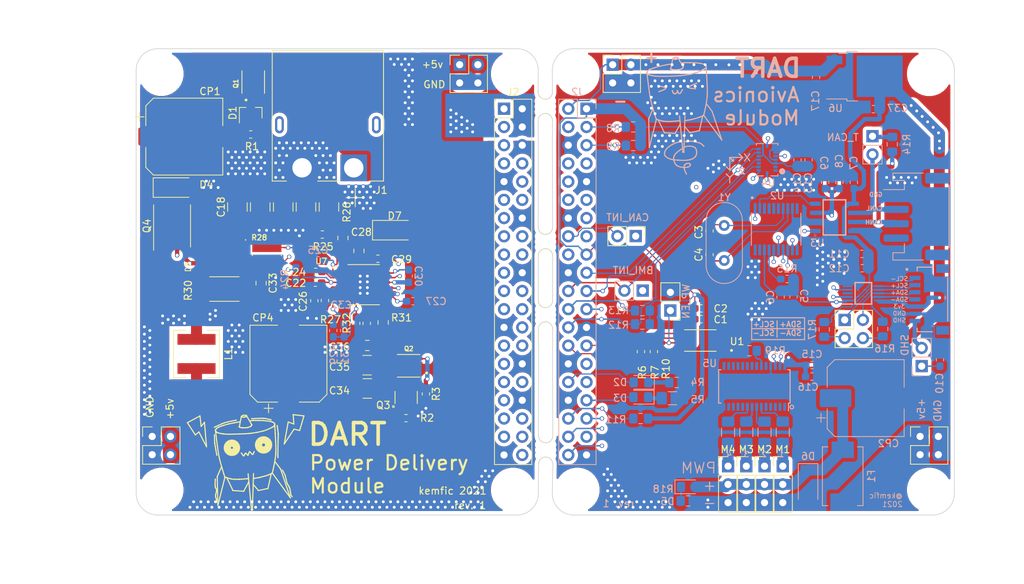
<source format=kicad_pcb>
(kicad_pcb (version 20171130) (host pcbnew 5.1.5+dfsg1-2build2)
  (layers (0 F.Cu signal) (1 In1.Cu signal) (2 In2.Cu signal) (31 B.Cu signal) (34 B.Paste user) (35 F.Paste user) (36 B.SilkS user) (37 F.SilkS user) (38 B.Mask user) (39 F.Mask user) (44 Edge.Cuts user))
  (net 0 "")
  (net 1 GND)
  (net 2 +3V3)
  (net 3 +BATT)
  (net 4 "Net-(C25-Pad1)")
  (net 5 "Net-(C31-Pad2)")
  (net 6 "Net-(C31-Pad1)")
  (net 7 "/Servo Driver/5V_IN")
  (net 8 /LED0)
  (net 9 /LED1)
  (net 10 /SDA)
  (net 11 "Net-(IC1-Pad3)")
  (net 12 /SCL)
  (net 13 "/differential i2c iface/SCL-")
  (net 14 "/differential i2c iface/SCL+")
  (net 15 "/differential i2c iface/SDA+")
  (net 16 "/differential i2c iface/SDA-")
  (net 17 +5V)
  (net 18 /CAN_INT)
  (net 19 /MOSI_IMU)
  (net 20 /MISO_IMU)
  (net 21 /BMI_INT)
  (net 22 /SCLK_IMU)
  (net 23 /CS_GYRO)
  (net 24 /CS_ACCEL)
  (net 25 /ID_SD)
  (net 26 /ID_SC)
  (net 27 /MISO_CAN)
  (net 28 /CS_CAN)
  (net 29 /MOSI_CAN)
  (net 30 /SCLK_CAN)
  (net 31 "/Can Interface/CAN_L")
  (net 32 "/Can Interface/CAN_H")
  (net 33 "/differential i2c iface/SHLD")
  (net 34 /WP_EN)
  (net 35 "Net-(JP2-Pad1)")
  (net 36 "Net-(JP3-Pad1)")
  (net 37 "Net-(JP4-Pad2)")
  (net 38 "Net-(JP6-Pad2)")
  (net 39 /IMU/INT1_A)
  (net 40 "Net-(M1-Pad1)")
  (net 41 "Net-(M2-Pad1)")
  (net 42 "Net-(M3-Pad1)")
  (net 43 "Net-(M4-Pad1)")
  (net 44 "Net-(Q3-Pad1)")
  (net 45 "/Servo Driver/PWM0")
  (net 46 "/Servo Driver/PWM1")
  (net 47 "/Servo Driver/PWM2")
  (net 48 "/Servo Driver/PWM3")
  (net 49 "Net-(U2-Pad3)")
  (net 50 "Net-(U2-Pad4)")
  (net 51 "Net-(U2-Pad5)")
  (net 52 "Net-(U2-Pad6)")
  (net 53 "Net-(U2-Pad10)")
  (net 54 "Net-(U2-Pad11)")
  (net 55 "Net-(U5-Pad2)")
  (net 56 /IMU/INT2_A)
  (net 57 /IMU/INT4_G)
  (net 58 "Net-(D5-Pad1)")
  (net 59 +3V3_PI)
  (net 60 "Net-(C3-Pad1)")
  (net 61 "Net-(C4-Pad2)")
  (net 62 "Net-(C10-Pad1)")
  (net 63 "Net-(C22-Pad1)")
  (net 64 "Net-(C24-Pad1)")
  (net 65 "Net-(C26-Pad2)")
  (net 66 "Net-(C26-Pad1)")
  (net 67 "Net-(C27-Pad1)")
  (net 68 "/5V Power Supply/Vcc")
  (net 69 "Net-(C30-Pad2)")
  (net 70 "Net-(C30-Pad1)")
  (net 71 "Net-(C32-Pad1)")
  (net 72 "Net-(C33-Pad2)")
  (net 73 "Net-(C33-Pad1)")
  (net 74 "/5V Power Supply/VOUT")
  (net 75 "Net-(D1-Pad2)")
  (net 76 "Net-(D2-Pad1)")
  (net 77 "Net-(D3-Pad1)")
  (net 78 "Net-(J1-Pad1)")
  (net 79 "Net-(J2-Pad7)")
  (net 80 "Net-(J2-Pad8)")
  (net 81 "Net-(J2-Pad10)")
  (net 82 "Net-(J2-Pad11)")
  (net 83 "Net-(J2-Pad12)")
  (net 84 "Net-(J2-Pad13)")
  (net 85 "Net-(J2-Pad15)")
  (net 86 "Net-(J2-Pad18)")
  (net 87 "Net-(J2-Pad29)")
  (net 88 "Net-(J2-Pad31)")
  (net 89 "Net-(J2-Pad37)")
  (net 90 "Net-(J3-Pad4)")
  (net 91 "Net-(J4-Pad8)")
  (net 92 "Net-(J4-Pad9)")
  (net 93 "Net-(Q4-Pad2)")
  (net 94 "Net-(R15-Pad2)")
  (net 95 "Net-(R19-Pad2)")
  (net 96 "Net-(R31-Pad2)")
  (net 97 "Net-(U2-Pad2)")
  (net 98 "Net-(U2-Pad1)")
  (net 99 "Net-(U4-Pad2)")
  (net 100 "Net-(U5-Pad1)")
  (net 101 "Net-(U5-Pad3)")
  (net 102 "Net-(U5-Pad4)")
  (net 103 "Net-(U5-Pad5)")
  (net 104 "Net-(U5-Pad10)")
  (net 105 "Net-(U5-Pad11)")
  (net 106 "Net-(U5-Pad12)")
  (net 107 "Net-(U5-Pad13)")
  (net 108 "Net-(U5-Pad15)")
  (net 109 "Net-(U5-Pad16)")
  (net 110 "Net-(U5-Pad17)")
  (net 111 "Net-(U5-Pad18)")
  (net 112 "Net-(U5-Pad19)")
  (net 113 "Net-(U5-Pad20)")
  (net 114 "Net-(U5-Pad21)")
  (net 115 "Net-(U5-Pad22)")
  (net 116 "Net-(U5-Pad24)")
  (net 117 "Net-(Q2-Pad4)")
  (module BMI088:PQFN50P450X300X100-16N (layer B.Cu) (at 190.872239 70.172799 90)
    (fp_text reference U4 (at -3.233201 0.135761 180) (layer B.SilkS) (effects (justify mirror)))
    (fp_text value BMI088)
    (pad 7 smd rect (at 1.5 1.165 90) (size 0.35 0.59) (layers B.Cu B.Paste B.Mask) (net 1 GND))
    (pad 6 smd rect (at 1 1.165 90) (size 0.35 0.59) (layers B.Cu B.Paste B.Mask) (net 1 GND))
    (pad 5 smd rect (at 0.5 1.165 90) (size 0.35 0.59) (layers B.Cu B.Paste B.Mask) (net 23 /CS_GYRO))
    (pad 4 smd rect (at 0 1.165 90) (size 0.35 0.59) (layers B.Cu B.Paste B.Mask) (net 1 GND))
    (pad 3 smd rect (at -0.5 1.165 90) (size 0.35 0.59) (layers B.Cu B.Paste B.Mask) (net 59 +3V3_PI))
    (pad 2 smd rect (at -1 1.165 90) (size 0.35 0.59) (layers B.Cu B.Paste B.Mask) (net 99 "Net-(U4-Pad2)"))
    (pad 1 smd rect (at -1.5 1.165 90) (size 0.35 0.59) (layers B.Cu B.Paste B.Mask) (net 56 /IMU/INT2_A))
    (pad 16 smd rect (at -1.915 0 90) (size 0.59 0.35) (layers B.Cu B.Paste B.Mask) (net 39 /IMU/INT1_A))
    (pad 15 smd rect (at -1.5 -1.165 90) (size 0.35 0.59) (layers B.Cu B.Paste B.Mask) (net 20 /MISO_IMU))
    (pad 14 smd rect (at -1 -1.165 90) (size 0.35 0.59) (layers B.Cu B.Paste B.Mask) (net 24 /CS_ACCEL))
    (pad 13 smd rect (at -0.5 -1.165 90) (size 0.35 0.59) (layers B.Cu B.Paste B.Mask) (net 57 /IMU/INT4_G))
    (pad 12 smd rect (at 0 -1.165 90) (size 0.35 0.59) (layers B.Cu B.Paste B.Mask) (net 21 /BMI_INT))
    (pad 11 smd rect (at 0.5 -1.165 90) (size 0.35 0.59) (layers B.Cu B.Paste B.Mask) (net 59 +3V3_PI))
    (pad 10 smd rect (at 1 -1.165 90) (size 0.35 0.59) (layers B.Cu B.Paste B.Mask) (net 20 /MISO_IMU))
    (pad 9 smd rect (at 1.5 -1.165 90) (size 0.35 0.59) (layers B.Cu B.Paste B.Mask) (net 19 /MOSI_IMU))
    (pad 8 smd rect (at 1.915 0 90) (size 0.59 0.35) (layers B.Cu B.Paste B.Mask) (net 22 /SCLK_IMU))
  )
  (module Panelization:mouse-bite-2mm-slot (layer F.Cu) (at 160.0308 110.64424 90)
    (fp_text reference mouse-bite-2mm-slot hide)
    (fp_text value VAL** hide)
    (pad "" np_thru_hole circle (at 0.75 0.75 90) (size 0.5 0.5) (drill 0.5) (layers *.Cu *.Mask))
    (pad "" np_thru_hole circle (at -0.75 0.75 90) (size 0.5 0.5) (drill 0.5) (layers *.Cu *.Mask))
    (pad "" np_thru_hole circle (at -0.75 -0.75 90) (size 0.5 0.5) (drill 0.5) (layers *.Cu *.Mask))
    (pad "" np_thru_hole circle (at 0.75 -0.75 90) (size 0.5 0.5) (drill 0.5) (layers *.Cu *.Mask))
    (pad "" np_thru_hole circle (at 0 0.75 90) (size 0.5 0.5) (drill 0.5) (layers *.Cu *.Mask))
    (pad "" np_thru_hole circle (at 0 -0.75 90) (size 0.5 0.5) (drill 0.5) (layers *.Cu *.Mask))
  )
  (module Panelization:mouse-bite-2mm-slot (layer F.Cu) (at 160.01048 91.79744 90)
    (fp_text reference mouse-bite-2mm-slot hide)
    (fp_text value VAL** hide)
    (pad "" np_thru_hole circle (at 0 -0.75 90) (size 0.5 0.5) (drill 0.5) (layers *.Cu *.Mask))
    (pad "" np_thru_hole circle (at 0 0.75 90) (size 0.5 0.5) (drill 0.5) (layers *.Cu *.Mask))
    (pad "" np_thru_hole circle (at 0.75 -0.75 90) (size 0.5 0.5) (drill 0.5) (layers *.Cu *.Mask))
    (pad "" np_thru_hole circle (at -0.75 -0.75 90) (size 0.5 0.5) (drill 0.5) (layers *.Cu *.Mask))
    (pad "" np_thru_hole circle (at -0.75 0.75 90) (size 0.5 0.5) (drill 0.5) (layers *.Cu *.Mask))
    (pad "" np_thru_hole circle (at 0.75 0.75 90) (size 0.5 0.5) (drill 0.5) (layers *.Cu *.Mask))
  )
  (module Panelization:mouse-bite-2mm-slot (layer F.Cu) (at 160.00032 81.5968 90)
    (fp_text reference mouse-bite-2mm-slot hide)
    (fp_text value VAL** hide)
    (pad "" np_thru_hole circle (at 0 -0.75 90) (size 0.5 0.5) (drill 0.5) (layers *.Cu *.Mask))
    (pad "" np_thru_hole circle (at 0 0.75 90) (size 0.5 0.5) (drill 0.5) (layers *.Cu *.Mask))
    (pad "" np_thru_hole circle (at 0.75 -0.75 90) (size 0.5 0.5) (drill 0.5) (layers *.Cu *.Mask))
    (pad "" np_thru_hole circle (at -0.75 -0.75 90) (size 0.5 0.5) (drill 0.5) (layers *.Cu *.Mask))
    (pad "" np_thru_hole circle (at -0.75 0.75 90) (size 0.5 0.5) (drill 0.5) (layers *.Cu *.Mask))
    (pad "" np_thru_hole circle (at 0.75 0.75 90) (size 0.5 0.5) (drill 0.5) (layers *.Cu *.Mask))
  )
  (module Panelization:mouse-bite-2mm-slot (layer F.Cu) (at 159.98 62.75 90)
    (fp_text reference mouse-bite-2mm-slot hide)
    (fp_text value VAL** hide)
    (pad "" np_thru_hole circle (at 0.75 0.75 90) (size 0.5 0.5) (drill 0.5) (layers *.Cu *.Mask))
    (pad "" np_thru_hole circle (at -0.75 0.75 90) (size 0.5 0.5) (drill 0.5) (layers *.Cu *.Mask))
    (pad "" np_thru_hole circle (at -0.75 -0.75 90) (size 0.5 0.5) (drill 0.5) (layers *.Cu *.Mask))
    (pad "" np_thru_hole circle (at 0.75 -0.75 90) (size 0.5 0.5) (drill 0.5) (layers *.Cu *.Mask))
    (pad "" np_thru_hole circle (at 0 0.75 90) (size 0.5 0.5) (drill 0.5) (layers *.Cu *.Mask))
    (pad "" np_thru_hole circle (at 0 -0.75 90) (size 0.5 0.5) (drill 0.5) (layers *.Cu *.Mask))
  )
  (module SM07B-SRSS-TB:JST-SM07B-SRSS-TBLFSN-0 (layer B.Cu) (at 213.902 89.65 270)
    (fp_text reference J4 hide)
    (fp_text value SM07B-SRSS-TBLFSN hide)
    (pad 1 smd rect (at -3 2.45 270) (size 0.6 1.55) (layers B.Cu B.Paste B.Mask) (net 13 "/differential i2c iface/SCL-"))
    (pad 2 smd rect (at -2 2.45 270) (size 0.6 1.55) (layers B.Cu B.Paste B.Mask) (net 14 "/differential i2c iface/SCL+"))
    (pad 3 smd rect (at -1 2.45 270) (size 0.6 1.55) (layers B.Cu B.Paste B.Mask) (net 15 "/differential i2c iface/SDA+"))
    (pad 4 smd rect (at 0 2.45 270) (size 0.6 1.55) (layers B.Cu B.Paste B.Mask) (net 16 "/differential i2c iface/SDA-"))
    (pad 5 smd rect (at 1 2.45 270) (size 0.6 1.55) (layers B.Cu B.Paste B.Mask) (net 2 +3V3))
    (pad 6 smd rect (at 2 2.45 270) (size 0.6 1.55) (layers B.Cu B.Paste B.Mask) (net 1 GND))
    (pad 7 smd rect (at 3 2.45 270) (size 0.6 1.55) (layers B.Cu B.Paste B.Mask) (net 33 "/differential i2c iface/SHLD"))
    (pad 8 smd rect (at -4.3 -1.425 270) (size 1.2 1.8) (layers B.Cu B.Paste B.Mask) (net 91 "Net-(J4-Pad8)"))
    (pad 9 smd rect (at 4.3 -1.425 270) (size 1.2 1.8) (layers B.Cu B.Paste B.Mask) (net 92 "Net-(J4-Pad9)"))
  )
  (module Connector_PinHeader_2.54mm:PinHeader_2x02_P2.54mm_Vertical (layer F.Cu) (at 201.677 92.5)
    (fp_text reference REF** hide)
    (fp_text value PinHeader_2x02_P2.54mm_Vertical)
    (pad 1 thru_hole rect (at 0 0) (size 1.7 1.7) (drill 1) (layers *.Cu *.Mask) (net 14 "/differential i2c iface/SCL+"))
    (pad 2 thru_hole oval (at 2.54 0) (size 1.7 1.7) (drill 1) (layers *.Cu *.Mask) (net 15 "/differential i2c iface/SDA+"))
    (pad 3 thru_hole oval (at 0 2.54) (size 1.7 1.7) (drill 1) (layers *.Cu *.Mask) (net 38 "Net-(JP6-Pad2)"))
    (pad 4 thru_hole oval (at 2.54 2.54) (size 1.7 1.7) (drill 1) (layers *.Cu *.Mask) (net 37 "Net-(JP4-Pad2)"))
  )
  (module Connector_PinHeader_2.54mm:PinHeader_2x02_P2.54mm_Vertical (layer F.Cu) (at 105.23 108.75)
    (fp_text reference REF** hide)
    (fp_text value PinHeader_2x02_P2.54mm_Vertical)
    (pad 4 thru_hole oval (at 2.54 2.54) (size 1.7 1.7) (drill 1) (layers *.Cu *.Mask) (net 17 +5V))
    (pad 3 thru_hole oval (at 0 2.54) (size 1.7 1.7) (drill 1) (layers *.Cu *.Mask) (net 1 GND))
    (pad 2 thru_hole oval (at 2.54 0) (size 1.7 1.7) (drill 1) (layers *.Cu *.Mask) (net 17 +5V))
    (pad 1 thru_hole rect (at 0 0) (size 1.7 1.7) (drill 1) (layers *.Cu *.Mask) (net 1 GND))
  )
  (module Connector_PinHeader_2.54mm:PinHeader_2x02_P2.54mm_Vertical (layer F.Cu) (at 148.05 56.93)
    (fp_text reference REF** hide)
    (fp_text value PinHeader_2x02_P2.54mm_Vertical)
    (pad 4 thru_hole oval (at 2.54 2.54) (size 1.7 1.7) (drill 1) (layers *.Cu *.Mask) (net 1 GND))
    (pad 3 thru_hole oval (at 0 2.54) (size 1.7 1.7) (drill 1) (layers *.Cu *.Mask) (net 1 GND))
    (pad 2 thru_hole oval (at 2.54 0) (size 1.7 1.7) (drill 1) (layers *.Cu *.Mask) (net 17 +5V))
    (pad 1 thru_hole rect (at 0 0) (size 1.7 1.7) (drill 1) (layers *.Cu *.Mask) (net 17 +5V))
  )
  (module Connector_PinHeader_2.54mm:PinHeader_2x02_P2.54mm_Vertical (layer F.Cu) (at 169.362 56.93)
    (fp_text reference REF** hide)
    (fp_text value PinHeader_2x02_P2.54mm_Vertical)
    (pad 1 thru_hole rect (at 0 0) (size 1.7 1.7) (drill 1) (layers *.Cu *.Mask) (net 17 +5V))
    (pad 2 thru_hole oval (at 2.54 0) (size 1.7 1.7) (drill 1) (layers *.Cu *.Mask) (net 17 +5V))
    (pad 3 thru_hole oval (at 0 2.54) (size 1.7 1.7) (drill 1) (layers *.Cu *.Mask) (net 1 GND))
    (pad 4 thru_hole oval (at 2.54 2.54) (size 1.7 1.7) (drill 1) (layers *.Cu *.Mask) (net 1 GND))
  )
  (module Connector_PinHeader_2.54mm:PinHeader_2x02_P2.54mm_Vertical (layer F.Cu) (at 212.182 108.75)
    (fp_text reference REF** hide)
    (fp_text value PinHeader_2x02_P2.54mm_Vertical)
    (pad 4 thru_hole oval (at 2.54 2.54) (size 1.7 1.7) (drill 1) (layers *.Cu *.Mask) (net 1 GND))
    (pad 3 thru_hole oval (at 0 2.54) (size 1.7 1.7) (drill 1) (layers *.Cu *.Mask) (net 17 +5V))
    (pad 2 thru_hole oval (at 2.54 0) (size 1.7 1.7) (drill 1) (layers *.Cu *.Mask) (net 1 GND))
    (pad 1 thru_hole rect (at 0 0) (size 1.7 1.7) (drill 1) (layers *.Cu *.Mask) (net 17 +5V))
  )
  (module SRP6060FA:L_6.3x6.3_H3 (layer F.Cu) (at 111.4 97.25 270)
    (fp_text reference L1 (at 0 -4.45 90) (layer F.SilkS))
    (fp_text value 6.8uH)
    (pad 2 smd rect (at 2.032 0 270) (size 1.5 5.3) (layers F.Cu F.Paste F.Mask) (net 74 "/5V Power Supply/VOUT"))
    (pad 1 smd rect (at -2.032 0 270) (size 1.5 5.3) (layers F.Cu F.Paste F.Mask) (net 70 "Net-(C30-Pad1)"))
  )
  (module Connector_PinHeader_2.54mm:PinHeader_2x20_P2.54mm_Vertical (layer B.Cu) (at 165.722 63.07 180)
    (fp_text reference J2 (at 1.27 2.33) (layer B.SilkS) (effects (justify mirror)))
    (fp_text value Raspberry_Pi_2_3)
    (pad 1 thru_hole rect (at 0 0 180) (size 1.7 1.7) (drill 1) (layers *.Cu *.Mask) (net 59 +3V3_PI))
    (pad 2 thru_hole oval (at 2.54 0 180) (size 1.7 1.7) (drill 1) (layers *.Cu *.Mask) (net 17 +5V))
    (pad 3 thru_hole oval (at 0 -2.54 180) (size 1.7 1.7) (drill 1) (layers *.Cu *.Mask) (net 10 /SDA))
    (pad 4 thru_hole oval (at 2.54 -2.54 180) (size 1.7 1.7) (drill 1) (layers *.Cu *.Mask) (net 17 +5V))
    (pad 5 thru_hole oval (at 0 -5.08 180) (size 1.7 1.7) (drill 1) (layers *.Cu *.Mask) (net 12 /SCL))
    (pad 6 thru_hole oval (at 2.54 -5.08 180) (size 1.7 1.7) (drill 1) (layers *.Cu *.Mask) (net 1 GND))
    (pad 7 thru_hole oval (at 0 -7.62 180) (size 1.7 1.7) (drill 1) (layers *.Cu *.Mask) (net 79 "Net-(J2-Pad7)"))
    (pad 8 thru_hole oval (at 2.54 -7.62 180) (size 1.7 1.7) (drill 1) (layers *.Cu *.Mask) (net 80 "Net-(J2-Pad8)"))
    (pad 9 thru_hole oval (at 0 -10.16 180) (size 1.7 1.7) (drill 1) (layers *.Cu *.Mask) (net 1 GND))
    (pad 10 thru_hole oval (at 2.54 -10.16 180) (size 1.7 1.7) (drill 1) (layers *.Cu *.Mask) (net 81 "Net-(J2-Pad10)"))
    (pad 11 thru_hole oval (at 0 -12.7 180) (size 1.7 1.7) (drill 1) (layers *.Cu *.Mask) (net 82 "Net-(J2-Pad11)"))
    (pad 12 thru_hole oval (at 2.54 -12.7 180) (size 1.7 1.7) (drill 1) (layers *.Cu *.Mask) (net 83 "Net-(J2-Pad12)"))
    (pad 13 thru_hole oval (at 0 -15.24 180) (size 1.7 1.7) (drill 1) (layers *.Cu *.Mask) (net 84 "Net-(J2-Pad13)"))
    (pad 14 thru_hole oval (at 2.54 -15.24 180) (size 1.7 1.7) (drill 1) (layers *.Cu *.Mask) (net 1 GND))
    (pad 15 thru_hole oval (at 0 -17.78 180) (size 1.7 1.7) (drill 1) (layers *.Cu *.Mask) (net 85 "Net-(J2-Pad15)"))
    (pad 16 thru_hole oval (at 2.54 -17.78 180) (size 1.7 1.7) (drill 1) (layers *.Cu *.Mask) (net 18 /CAN_INT))
    (pad 17 thru_hole oval (at 0 -20.32 180) (size 1.7 1.7) (drill 1) (layers *.Cu *.Mask) (net 59 +3V3_PI))
    (pad 18 thru_hole oval (at 2.54 -20.32 180) (size 1.7 1.7) (drill 1) (layers *.Cu *.Mask) (net 86 "Net-(J2-Pad18)"))
    (pad 19 thru_hole oval (at 0 -22.86 180) (size 1.7 1.7) (drill 1) (layers *.Cu *.Mask) (net 19 /MOSI_IMU))
    (pad 20 thru_hole oval (at 2.54 -22.86 180) (size 1.7 1.7) (drill 1) (layers *.Cu *.Mask) (net 1 GND))
    (pad 21 thru_hole oval (at 0 -25.4 180) (size 1.7 1.7) (drill 1) (layers *.Cu *.Mask) (net 20 /MISO_IMU))
    (pad 22 thru_hole oval (at 2.54 -25.4 180) (size 1.7 1.7) (drill 1) (layers *.Cu *.Mask) (net 21 /BMI_INT))
    (pad 23 thru_hole oval (at 0 -27.94 180) (size 1.7 1.7) (drill 1) (layers *.Cu *.Mask) (net 22 /SCLK_IMU))
    (pad 24 thru_hole oval (at 2.54 -27.94 180) (size 1.7 1.7) (drill 1) (layers *.Cu *.Mask) (net 23 /CS_GYRO))
    (pad 25 thru_hole oval (at 0 -30.48 180) (size 1.7 1.7) (drill 1) (layers *.Cu *.Mask) (net 1 GND))
    (pad 26 thru_hole oval (at 2.54 -30.48 180) (size 1.7 1.7) (drill 1) (layers *.Cu *.Mask) (net 24 /CS_ACCEL))
    (pad 27 thru_hole oval (at 0 -33.02 180) (size 1.7 1.7) (drill 1) (layers *.Cu *.Mask) (net 25 /ID_SD))
    (pad 28 thru_hole oval (at 2.54 -33.02 180) (size 1.7 1.7) (drill 1) (layers *.Cu *.Mask) (net 26 /ID_SC))
    (pad 29 thru_hole oval (at 0 -35.56 180) (size 1.7 1.7) (drill 1) (layers *.Cu *.Mask) (net 87 "Net-(J2-Pad29)"))
    (pad 30 thru_hole oval (at 2.54 -35.56 180) (size 1.7 1.7) (drill 1) (layers *.Cu *.Mask) (net 1 GND))
    (pad 31 thru_hole oval (at 0 -38.1 180) (size 1.7 1.7) (drill 1) (layers *.Cu *.Mask) (net 88 "Net-(J2-Pad31)"))
    (pad 32 thru_hole oval (at 2.54 -38.1 180) (size 1.7 1.7) (drill 1) (layers *.Cu *.Mask) (net 8 /LED0))
    (pad 33 thru_hole oval (at 0 -40.64 180) (size 1.7 1.7) (drill 1) (layers *.Cu *.Mask) (net 9 /LED1))
    (pad 34 thru_hole oval (at 2.54 -40.64 180) (size 1.7 1.7) (drill 1) (layers *.Cu *.Mask) (net 1 GND))
    (pad 35 thru_hole oval (at 0 -43.18 180) (size 1.7 1.7) (drill 1) (layers *.Cu *.Mask) (net 27 /MISO_CAN))
    (pad 36 thru_hole oval (at 2.54 -43.18 180) (size 1.7 1.7) (drill 1) (layers *.Cu *.Mask) (net 28 /CS_CAN))
    (pad 37 thru_hole oval (at 0 -45.72 180) (size 1.7 1.7) (drill 1) (layers *.Cu *.Mask) (net 89 "Net-(J2-Pad37)"))
    (pad 38 thru_hole oval (at 2.54 -45.72 180) (size 1.7 1.7) (drill 1) (layers *.Cu *.Mask) (net 29 /MOSI_CAN))
    (pad 39 thru_hole oval (at 0 -48.26 180) (size 1.7 1.7) (drill 1) (layers *.Cu *.Mask) (net 1 GND))
    (pad 40 thru_hole oval (at 2.54 -48.26 180) (size 1.7 1.7) (drill 1) (layers *.Cu *.Mask) (net 30 /SCLK_CAN))
  )
  (module MCP2515-IST:SOP65P640X110-20N (layer B.Cu) (at 192.127 79.86 270)
    (fp_text reference U2 (at -4.676 -0.151) (layer B.SilkS) (effects (justify mirror)))
    (fp_text value MCP2515-xSO)
    (pad 20 smd roundrect (at 2.885 2.925 270) (size 1.5 0.41) (layers B.Cu B.Paste B.Mask) (roundrect_rratio 0.05))
    (pad 19 smd roundrect (at 2.885 2.275 270) (size 1.5 0.41) (layers B.Cu B.Paste B.Mask) (roundrect_rratio 0.05))
    (pad 18 smd roundrect (at 2.885 1.625 270) (size 1.5 0.41) (layers B.Cu B.Paste B.Mask) (roundrect_rratio 0.05) (net 2 +3V3))
    (pad 17 smd roundrect (at 2.885 0.975 270) (size 1.5 0.41) (layers B.Cu B.Paste B.Mask) (roundrect_rratio 0.05) (net 94 "Net-(R15-Pad2)"))
    (pad 16 smd roundrect (at 2.885 0.325 270) (size 1.5 0.41) (layers B.Cu B.Paste B.Mask) (roundrect_rratio 0.05) (net 28 /CS_CAN))
    (pad 15 smd roundrect (at 2.885 -0.325 270) (size 1.5 0.41) (layers B.Cu B.Paste B.Mask) (roundrect_rratio 0.05) (net 30 /SCLK_CAN))
    (pad 14 smd roundrect (at 2.885 -0.975 270) (size 1.5 0.41) (layers B.Cu B.Paste B.Mask) (roundrect_rratio 0.05) (net 29 /MOSI_CAN))
    (pad 13 smd roundrect (at 2.885 -1.625 270) (size 1.5 0.41) (layers B.Cu B.Paste B.Mask) (roundrect_rratio 0.05) (net 27 /MISO_CAN))
    (pad 12 smd roundrect (at 2.885 -2.275 270) (size 1.5 0.41) (layers B.Cu B.Paste B.Mask) (roundrect_rratio 0.05) (net 36 "Net-(JP3-Pad1)"))
    (pad 11 smd roundrect (at 2.885 -2.925 270) (size 1.5 0.41) (layers B.Cu B.Paste B.Mask) (roundrect_rratio 0.05) (net 54 "Net-(U2-Pad11)"))
    (pad 10 smd roundrect (at -2.885 -2.925 270) (size 1.5 0.41) (layers B.Cu B.Paste B.Mask) (roundrect_rratio 0.05) (net 53 "Net-(U2-Pad10)"))
    (pad 9 smd roundrect (at -2.885 -2.275 270) (size 1.5 0.41) (layers B.Cu B.Paste B.Mask) (roundrect_rratio 0.05) (net 1 GND))
    (pad 8 smd roundrect (at -2.885 -1.625 270) (size 1.5 0.41) (layers B.Cu B.Paste B.Mask) (roundrect_rratio 0.05) (net 61 "Net-(C4-Pad2)"))
    (pad 7 smd roundrect (at -2.885 -0.975 270) (size 1.5 0.41) (layers B.Cu B.Paste B.Mask) (roundrect_rratio 0.05) (net 60 "Net-(C3-Pad1)"))
    (pad 6 smd roundrect (at -2.885 -0.325 270) (size 1.5 0.41) (layers B.Cu B.Paste B.Mask) (roundrect_rratio 0.05) (net 52 "Net-(U2-Pad6)"))
    (pad 5 smd roundrect (at -2.885 0.325 270) (size 1.5 0.41) (layers B.Cu B.Paste B.Mask) (roundrect_rratio 0.05) (net 51 "Net-(U2-Pad5)"))
    (pad 4 smd roundrect (at -2.885 0.975 270) (size 1.5 0.41) (layers B.Cu B.Paste B.Mask) (roundrect_rratio 0.05) (net 50 "Net-(U2-Pad4)"))
    (pad 3 smd roundrect (at -2.885 1.625 270) (size 1.5 0.41) (layers B.Cu B.Paste B.Mask) (roundrect_rratio 0.05) (net 49 "Net-(U2-Pad3)"))
    (pad 2 smd roundrect (at -2.885 2.275 270) (size 1.5 0.41) (layers B.Cu B.Paste B.Mask) (roundrect_rratio 0.05) (net 97 "Net-(U2-Pad2)"))
    (pad 1 smd roundrect (at -2.885 2.925 270) (size 1.5 0.41) (layers B.Cu B.Paste B.Mask) (roundrect_rratio 0.05) (net 98 "Net-(U2-Pad1)"))
  )
  (module CSD18511Q5AT:CSD18511Q5AT (layer F.Cu) (at 108 79.4 90)
    (fp_text reference Q4 (at 0 -3.5 90) (layer F.SilkS))
    (fp_text value Q_NMOS_SGD)
    (pad 3 smd rect (at 0.69 0 90) (size 3.81 3.91) (layers F.Cu F.Paste F.Mask) (net 3 +BATT))
    (pad 3 smd rect (at 2.795 -1.905 90) (size 1.02 0.61) (layers F.Cu F.Paste F.Mask) (net 3 +BATT))
    (pad 3 smd rect (at 2.795 -0.635 90) (size 1.02 0.61) (layers F.Cu F.Paste F.Mask) (net 3 +BATT))
    (pad 3 smd rect (at 2.795 0.635 90) (size 1.02 0.61) (layers F.Cu F.Paste F.Mask) (net 3 +BATT))
    (pad 3 smd rect (at 2.795 1.905 90) (size 1.02 0.61) (layers F.Cu F.Paste F.Mask) (net 3 +BATT))
    (pad 2 smd rect (at -2.67 1.905 90) (size 1.27 0.61) (layers F.Cu F.Paste F.Mask) (net 70 "Net-(C30-Pad1)"))
    (pad 2 smd rect (at -2.67 0.635 90) (size 1.27 0.61) (layers F.Cu F.Paste F.Mask) (net 93 "Net-(Q4-Pad2)"))
    (pad 2 smd rect (at -2.67 -0.635 90) (size 1.27 0.61) (layers F.Cu F.Paste F.Mask) (net 93 "Net-(Q4-Pad2)"))
    (pad 1 smd rect (at -2.67 -1.905 90) (size 1.27 0.61) (layers F.Cu F.Paste F.Mask) (net 93 "Net-(Q4-Pad2)"))
  )
  (module SI7611DN-T1-GE3:VISHAY_SIS468DN-T1-GE3 (layer F.Cu) (at 140.95 98.9 180)
    (fp_text reference Q2 (at -0.02 2.38) (layer F.SilkS) (effects (font (size 0.640498 0.640498))))
    (fp_text value SI7611DN-T1-GE3)
    (pad 8 smd rect (at 1.55 -0.99 180) (size 0.76 0.405) (layers F.Cu F.Paste F.Mask) (net 74 "/5V Power Supply/VOUT"))
    (pad 7 smd rect (at 1.55 -0.33 180) (size 0.76 0.405) (layers F.Cu F.Paste F.Mask) (net 74 "/5V Power Supply/VOUT"))
    (pad 6 smd rect (at 1.55 0.33 180) (size 0.76 0.405) (layers F.Cu F.Paste F.Mask) (net 74 "/5V Power Supply/VOUT"))
    (pad 5 smd rect (at 1.55 0.99 180) (size 0.76 0.405) (layers F.Cu F.Paste F.Mask) (net 74 "/5V Power Supply/VOUT"))
    (pad 9 smd rect (at 0.5575 0 180) (size 1.725 2.235) (layers F.Cu F.Paste F.Mask) (net 74 "/5V Power Supply/VOUT"))
    (pad 4 smd rect (at -1.435 0.99 180) (size 0.99 0.405) (layers F.Cu F.Paste F.Mask) (net 117 "Net-(Q2-Pad4)"))
    (pad 3 smd rect (at -1.435 0.33 180) (size 0.99 0.405) (layers F.Cu F.Paste F.Mask) (net 17 +5V))
    (pad 2 smd rect (at -1.435 -0.33 180) (size 0.99 0.405) (layers F.Cu F.Paste F.Mask) (net 17 +5V))
    (pad 1 smd rect (at -1.435 -0.99 180) (size 0.99 0.405) (layers F.Cu F.Paste F.Mask) (net 17 +5V))
  )
  (module SI7611DN-T1-GE3:VISHAY_SIS468DN-T1-GE3 (layer F.Cu) (at 119.3 59.35 90)
    (fp_text reference Q1 (at -0.22088 -2.410686 90) (layer F.SilkS) (effects (font (size 0.640498 0.640498))))
    (fp_text value SI7611DN-T1-GE3)
    (pad 8 smd rect (at 1.55 -0.99 90) (size 0.76 0.405) (layers F.Cu F.Paste F.Mask) (net 78 "Net-(J1-Pad1)"))
    (pad 7 smd rect (at 1.55 -0.33 90) (size 0.76 0.405) (layers F.Cu F.Paste F.Mask) (net 78 "Net-(J1-Pad1)"))
    (pad 6 smd rect (at 1.55 0.33 90) (size 0.76 0.405) (layers F.Cu F.Paste F.Mask) (net 78 "Net-(J1-Pad1)"))
    (pad 5 smd rect (at 1.55 0.99 90) (size 0.76 0.405) (layers F.Cu F.Paste F.Mask) (net 78 "Net-(J1-Pad1)"))
    (pad 9 smd rect (at 0.5575 0 90) (size 1.725 2.235) (layers F.Cu F.Paste F.Mask) (net 78 "Net-(J1-Pad1)"))
    (pad 4 smd rect (at -1.435 0.99 90) (size 0.99 0.405) (layers F.Cu F.Paste F.Mask) (net 75 "Net-(D1-Pad2)"))
    (pad 3 smd rect (at -1.435 0.33 90) (size 0.99 0.405) (layers F.Cu F.Paste F.Mask) (net 3 +BATT))
    (pad 2 smd rect (at -1.435 -0.33 90) (size 0.99 0.405) (layers F.Cu F.Paste F.Mask) (net 3 +BATT))
    (pad 1 smd rect (at -1.435 -0.99 90) (size 0.99 0.405) (layers F.Cu F.Paste F.Mask) (net 3 +BATT))
  )
  (module PMEG045V150EPDZ:NEXPERIA_PMEG045V150EPDZ (layer F.Cu) (at 114.9 83.4 270)
    (fp_text reference D8 (at 1.69 4.664 90) (layer F.SilkS) (effects (font (size 0.75 0.75) (thickness 0.125))))
    (fp_text value Diode_Schottky_Common_Cathode)
    (pad 3 smd rect (at 0 1.02 270) (size 3.8 4.96) (layers F.Cu F.Mask) (net 70 "Net-(C30-Pad1)"))
    (pad 2 smd rect (at 1.065 -2.78 270) (size 1.6 1.44) (layers F.Cu F.Mask) (net 73 "Net-(C33-Pad1)"))
    (pad 1 smd rect (at -1.065 -2.78 270) (size 1.6 1.44) (layers F.Cu F.Mask) (net 73 "Net-(C33-Pad1)"))
  )
  (module Connector_PinHeader_2.54mm:PinHeader_2x20_P2.54mm_Vertical (layer F.Cu) (at 154.23 63.07)
    (fp_text reference J2 (at 1.27 -2.33) (layer F.SilkS))
    (fp_text value Raspberry_Pi_2_3)
    (pad 40 thru_hole oval (at 2.54 48.26) (size 1.7 1.7) (drill 1) (layers *.Cu *.Mask) (net 30 /SCLK_CAN))
    (pad 39 thru_hole oval (at 0 48.26) (size 1.7 1.7) (drill 1) (layers *.Cu *.Mask) (net 1 GND))
    (pad 38 thru_hole oval (at 2.54 45.72) (size 1.7 1.7) (drill 1) (layers *.Cu *.Mask) (net 29 /MOSI_CAN))
    (pad 37 thru_hole oval (at 0 45.72) (size 1.7 1.7) (drill 1) (layers *.Cu *.Mask) (net 89 "Net-(J2-Pad37)"))
    (pad 36 thru_hole oval (at 2.54 43.18) (size 1.7 1.7) (drill 1) (layers *.Cu *.Mask) (net 28 /CS_CAN))
    (pad 35 thru_hole oval (at 0 43.18) (size 1.7 1.7) (drill 1) (layers *.Cu *.Mask) (net 27 /MISO_CAN))
    (pad 34 thru_hole oval (at 2.54 40.64) (size 1.7 1.7) (drill 1) (layers *.Cu *.Mask) (net 1 GND))
    (pad 33 thru_hole oval (at 0 40.64) (size 1.7 1.7) (drill 1) (layers *.Cu *.Mask) (net 9 /LED1))
    (pad 32 thru_hole oval (at 2.54 38.1) (size 1.7 1.7) (drill 1) (layers *.Cu *.Mask) (net 8 /LED0))
    (pad 31 thru_hole oval (at 0 38.1) (size 1.7 1.7) (drill 1) (layers *.Cu *.Mask) (net 88 "Net-(J2-Pad31)"))
    (pad 30 thru_hole oval (at 2.54 35.56) (size 1.7 1.7) (drill 1) (layers *.Cu *.Mask) (net 1 GND))
    (pad 29 thru_hole oval (at 0 35.56) (size 1.7 1.7) (drill 1) (layers *.Cu *.Mask) (net 87 "Net-(J2-Pad29)"))
    (pad 28 thru_hole oval (at 2.54 33.02) (size 1.7 1.7) (drill 1) (layers *.Cu *.Mask) (net 26 /ID_SC))
    (pad 27 thru_hole oval (at 0 33.02) (size 1.7 1.7) (drill 1) (layers *.Cu *.Mask) (net 25 /ID_SD))
    (pad 26 thru_hole oval (at 2.54 30.48) (size 1.7 1.7) (drill 1) (layers *.Cu *.Mask) (net 24 /CS_ACCEL))
    (pad 25 thru_hole oval (at 0 30.48) (size 1.7 1.7) (drill 1) (layers *.Cu *.Mask) (net 1 GND))
    (pad 24 thru_hole oval (at 2.54 27.94) (size 1.7 1.7) (drill 1) (layers *.Cu *.Mask) (net 23 /CS_GYRO))
    (pad 23 thru_hole oval (at 0 27.94) (size 1.7 1.7) (drill 1) (layers *.Cu *.Mask) (net 22 /SCLK_IMU))
    (pad 22 thru_hole oval (at 2.54 25.4) (size 1.7 1.7) (drill 1) (layers *.Cu *.Mask) (net 21 /BMI_INT))
    (pad 21 thru_hole oval (at 0 25.4) (size 1.7 1.7) (drill 1) (layers *.Cu *.Mask) (net 20 /MISO_IMU))
    (pad 20 thru_hole oval (at 2.54 22.86) (size 1.7 1.7) (drill 1) (layers *.Cu *.Mask) (net 1 GND))
    (pad 19 thru_hole oval (at 0 22.86) (size 1.7 1.7) (drill 1) (layers *.Cu *.Mask) (net 19 /MOSI_IMU))
    (pad 18 thru_hole oval (at 2.54 20.32) (size 1.7 1.7) (drill 1) (layers *.Cu *.Mask) (net 86 "Net-(J2-Pad18)"))
    (pad 17 thru_hole oval (at 0 20.32) (size 1.7 1.7) (drill 1) (layers *.Cu *.Mask) (net 59 +3V3_PI))
    (pad 16 thru_hole oval (at 2.54 17.78) (size 1.7 1.7) (drill 1) (layers *.Cu *.Mask) (net 18 /CAN_INT))
    (pad 15 thru_hole oval (at 0 17.78) (size 1.7 1.7) (drill 1) (layers *.Cu *.Mask) (net 85 "Net-(J2-Pad15)"))
    (pad 14 thru_hole oval (at 2.54 15.24) (size 1.7 1.7) (drill 1) (layers *.Cu *.Mask) (net 1 GND))
    (pad 13 thru_hole oval (at 0 15.24) (size 1.7 1.7) (drill 1) (layers *.Cu *.Mask) (net 84 "Net-(J2-Pad13)"))
    (pad 12 thru_hole oval (at 2.54 12.7) (size 1.7 1.7) (drill 1) (layers *.Cu *.Mask) (net 83 "Net-(J2-Pad12)"))
    (pad 11 thru_hole oval (at 0 12.7) (size 1.7 1.7) (drill 1) (layers *.Cu *.Mask) (net 82 "Net-(J2-Pad11)"))
    (pad 10 thru_hole oval (at 2.54 10.16) (size 1.7 1.7) (drill 1) (layers *.Cu *.Mask) (net 81 "Net-(J2-Pad10)"))
    (pad 9 thru_hole oval (at 0 10.16) (size 1.7 1.7) (drill 1) (layers *.Cu *.Mask) (net 1 GND))
    (pad 8 thru_hole oval (at 2.54 7.62) (size 1.7 1.7) (drill 1) (layers *.Cu *.Mask) (net 80 "Net-(J2-Pad8)"))
    (pad 7 thru_hole oval (at 0 7.62) (size 1.7 1.7) (drill 1) (layers *.Cu *.Mask) (net 79 "Net-(J2-Pad7)"))
    (pad 6 thru_hole oval (at 2.54 5.08) (size 1.7 1.7) (drill 1) (layers *.Cu *.Mask) (net 1 GND))
    (pad 5 thru_hole oval (at 0 5.08) (size 1.7 1.7) (drill 1) (layers *.Cu *.Mask) (net 12 /SCL))
    (pad 4 thru_hole oval (at 2.54 2.54) (size 1.7 1.7) (drill 1) (layers *.Cu *.Mask) (net 17 +5V))
    (pad 3 thru_hole oval (at 0 2.54) (size 1.7 1.7) (drill 1) (layers *.Cu *.Mask) (net 10 /SDA))
    (pad 2 thru_hole oval (at 2.54 0) (size 1.7 1.7) (drill 1) (layers *.Cu *.Mask) (net 17 +5V))
    (pad 1 thru_hole rect (at 0 0) (size 1.7 1.7) (drill 1) (layers *.Cu *.Mask) (net 59 +3V3_PI))
  )
  (module RPi_Hat:RPi_Hat_Mounting_Hole (layer F.Cu) (at 155.5 58.2 270)
    (fp_text reference "" hide)
    (fp_text value "" hide)
    (pad "" np_thru_hole circle (at 0 0 270) (size 2.75 2.75) (drill 2.75) (layers *.Cu *.Mask) (clearance 1.725))
  )
  (module RPi_Hat:RPi_Hat_Mounting_Hole (layer F.Cu) (at 106.5 58.2 270)
    (fp_text reference "" hide)
    (fp_text value "" hide)
    (pad "" np_thru_hole circle (at 0 0 270) (size 2.75 2.75) (drill 2.75) (layers *.Cu *.Mask) (clearance 1.725))
  )
  (module RPi_Hat:RPi_Hat_Mounting_Hole (layer F.Cu) (at 106.5 116.2 270)
    (fp_text reference "" hide)
    (fp_text value "" hide)
    (pad "" np_thru_hole circle (at 0 0 270) (size 2.75 2.75) (drill 2.75) (layers *.Cu *.Mask) (clearance 1.725))
  )
  (module RPi_Hat:RPi_Hat_Mounting_Hole (layer F.Cu) (at 155.5 116.2 270)
    (fp_text reference "" hide)
    (fp_text value "" hide)
    (pad "" np_thru_hole circle (at 0 0 270) (size 2.75 2.75) (drill 2.75) (layers *.Cu *.Mask) (clearance 1.725))
  )
  (module DMMT5401:SOT95P285X140-6N (layer F.Cu) (at 140.6 103.315 90)
    (fp_text reference Q3 (at -1.079 -3.186 180) (layer F.SilkS))
    (fp_text value DMMT5401)
    (pad 6 smd roundrect (at 1.185 -0.95 90) (size 1.35 0.6) (layers F.Cu F.Paste F.Mask) (roundrect_rratio 0.15) (net 74 "/5V Power Supply/VOUT"))
    (pad 5 smd roundrect (at 1.185 0 90) (size 1.35 0.6) (layers F.Cu F.Paste F.Mask) (roundrect_rratio 0.15) (net 17 +5V))
    (pad 4 smd roundrect (at 1.185 0.95 90) (size 1.35 0.6) (layers F.Cu F.Paste F.Mask) (roundrect_rratio 0.15) (net 117 "Net-(Q2-Pad4)"))
    (pad 3 smd roundrect (at -1.185 0.95 90) (size 1.35 0.6) (layers F.Cu F.Paste F.Mask) (roundrect_rratio 0.15) (net 44 "Net-(Q3-Pad1)"))
    (pad 2 smd roundrect (at -1.185 0 90) (size 1.35 0.6) (layers F.Cu F.Paste F.Mask) (roundrect_rratio 0.15) (net 44 "Net-(Q3-Pad1)"))
    (pad 1 smd roundrect (at -1.185 -0.95 90) (size 1.35 0.6) (layers F.Cu F.Paste F.Mask) (roundrect_rratio 0.15) (net 44 "Net-(Q3-Pad1)"))
  )
  (module Package_TO_SOT_SMD:TO-252-2 (layer B.Cu) (at 204.456001 58.529999)
    (fp_text reference U6 (at -4.050001 4.462001) (layer B.SilkS) (effects (justify mirror)))
    (fp_text value IFX27001TFV)
    (pad 2 smd rect (at 2.1 0) (size 6.4 5.8) (layers B.Cu B.Mask) (net 2 +3V3))
    (pad 3 smd rect (at -4.2 -2.28) (size 2.2 1.2) (layers B.Cu B.Paste B.Mask) (net 17 +5V))
    (pad 1 smd rect (at -4.2 2.28) (size 2.2 1.2) (layers B.Cu B.Paste B.Mask) (net 1 GND))
  )
  (module Resistor_SMD:R_0603_1608Metric_Pad1.05x0.95mm_HandSolder (layer F.Cu) (at 133.637 92.991 270)
    (fp_text reference R33 hide)
    (fp_text value 1.62k)
    (pad 2 smd roundrect (at 0.875 0 270) (size 1.05 0.95) (layers F.Cu F.Paste F.Mask) (net 1 GND))
    (pad 1 smd roundrect (at -0.875 0 270) (size 1.05 0.95) (layers F.Cu F.Paste F.Mask) (net 6 "Net-(C31-Pad1)"))
  )
  (module Resistor_SMD:R_0603_1608Metric_Pad1.05x0.95mm_HandSolder (layer F.Cu) (at 135.112 92.991 90)
    (fp_text reference R32 (at 0.027 -2.778 90) (layer F.SilkS))
    (fp_text value 5.11k)
    (pad 2 smd roundrect (at 0.875 0 90) (size 1.05 0.95) (layers F.Cu F.Paste F.Mask) (net 6 "Net-(C31-Pad1)"))
    (pad 1 smd roundrect (at -0.875 0 90) (size 1.05 0.95) (layers F.Cu F.Paste F.Mask) (net 96 "Net-(R31-Pad2)"))
  )
  (module Resistor_SMD:R_0805_2012Metric_Pad1.15x1.40mm_HandSolder (layer F.Cu) (at 137.4 92.865 270)
    (fp_text reference R31 (at -0.663 -2.554 180) (layer F.SilkS))
    (fp_text value 10)
    (pad 2 smd roundrect (at 1.025 0 270) (size 1.15 1.4) (layers F.Cu F.Paste F.Mask) (roundrect_rratio 0.217391) (net 96 "Net-(R31-Pad2)"))
    (pad 1 smd roundrect (at -1.025 0 270) (size 1.15 1.4) (layers F.Cu F.Paste F.Mask) (roundrect_rratio 0.217391) (net 74 "/5V Power Supply/VOUT"))
  )
  (module Resistor_SMD:R_2512_6332Metric_Pad1.52x3.35mm_HandSolder (layer F.Cu) (at 115.2835 88.2)
    (fp_text reference R30 (at -5.0475 0.192 90) (layer F.SilkS))
    (fp_text value 5.11)
    (pad 2 smd roundrect (at 2.9875 0) (size 1.525 3.35) (layers F.Cu F.Paste F.Mask) (roundrect_rratio 0.163934) (net 72 "Net-(C33-Pad2)"))
    (pad 1 smd roundrect (at -2.9875 0) (size 1.525 3.35) (layers F.Cu F.Paste F.Mask) (roundrect_rratio 0.163934) (net 70 "Net-(C30-Pad1)"))
  )
  (module Resistor_SMD:R_0603_1608Metric_Pad1.05x0.95mm_HandSolder (layer B.Cu) (at 131.962 93.991 270)
    (fp_text reference R29 (at 3.291 1.43 270) (layer B.SilkS) (effects (justify mirror)))
    (fp_text value 18k)
    (pad 2 smd roundrect (at 0.875 0 270) (size 1.05 0.95) (layers B.Cu B.Paste B.Mask) (net 6 "Net-(C31-Pad1)"))
    (pad 1 smd roundrect (at -0.875 0 270) (size 1.05 0.95) (layers B.Cu B.Paste B.Mask) (net 71 "Net-(C32-Pad1)"))
  )
  (module RL3720WT-R010-F:RESC2037X70N (layer F.Cu) (at 121.2 83.46 90)
    (fp_text reference R28 (at 2.434 -1.058 180) (layer F.SilkS) (effects (font (size 0.75 0.75))))
    (fp_text value 0.01)
    (pad 2 smd rect (at 0.94 0 90) (size 1.04 4.06) (layers F.Cu F.Paste F.Mask) (net 1 GND))
    (pad 1 smd rect (at -0.94 0 90) (size 1.04 4.06) (layers F.Cu F.Paste F.Mask) (net 73 "Net-(C33-Pad1)"))
  )
  (module Resistor_SMD:R_0603_1608Metric_Pad1.05x0.95mm_HandSolder (layer F.Cu) (at 129.29 89.8 270)
    (fp_text reference R27 (at 2.656 -0.758 180) (layer F.SilkS))
    (fp_text value 24.9k)
    (pad 2 smd roundrect (at 0.875 0 270) (size 1.05 0.95) (layers F.Cu F.Paste F.Mask) (net 1 GND))
    (pad 1 smd roundrect (at -0.875 0 270) (size 1.05 0.95) (layers F.Cu F.Paste F.Mask) (net 66 "Net-(C26-Pad1)"))
  )
  (module Resistor_SMD:R_0805_2012Metric_Pad1.15x1.40mm_HandSolder (layer F.Cu) (at 131.79552 81.07934 90)
    (fp_text reference R26 (at 3.60934 0.53848 90) (layer F.SilkS))
    (fp_text value 54.9k)
    (pad 2 smd roundrect (at 1.025 0 90) (size 1.15 1.4) (layers F.Cu F.Paste F.Mask) (roundrect_rratio 0.217391) (net 4 "Net-(C25-Pad1)"))
    (pad 1 smd roundrect (at -1.025 0 90) (size 1.15 1.4) (layers F.Cu F.Paste F.Mask) (roundrect_rratio 0.217391) (net 3 +BATT))
  )
  (module Resistor_SMD:R_0603_1608Metric_Pad1.05x0.95mm_HandSolder (layer F.Cu) (at 128.925 80.6 180)
    (fp_text reference R25 (at -0.107 -1.696) (layer F.SilkS))
    (fp_text value 2.36k)
    (pad 2 smd roundrect (at 0.875 0 180) (size 1.05 0.95) (layers F.Cu F.Paste F.Mask) (net 1 GND))
    (pad 1 smd roundrect (at -0.875 0 180) (size 1.05 0.95) (layers F.Cu F.Paste F.Mask) (net 4 "Net-(C25-Pad1)"))
  )
  (module Resistor_SMD:R_0603_1608Metric_Pad1.05x0.95mm_HandSolder (layer B.Cu) (at 125.25 86.125 90)
    (fp_text reference R24 (at -0.743 -1.552 270) (layer B.SilkS) (effects (justify mirror)))
    (fp_text value NU)
    (pad 2 smd roundrect (at 0.875 0 90) (size 1.05 0.95) (layers B.Cu B.Paste B.Mask) (net 68 "/5V Power Supply/Vcc"))
    (pad 1 smd roundrect (at -0.875 0 90) (size 1.05 0.95) (layers B.Cu B.Paste B.Mask) (net 63 "Net-(C22-Pad1)"))
  )
  (module Resistor_SMD:R_1206_3216Metric_Pad1.42x1.75mm_HandSolder (layer B.Cu) (at 185.43648 108.16768 90)
    (fp_text reference R23 hide)
    (fp_text value 220)
    (pad 2 smd roundrect (at 1.4875 0 90) (size 1.425 1.75) (layers B.Cu B.Paste B.Mask) (roundrect_rratio 0.175439) (net 48 "/Servo Driver/PWM3"))
    (pad 1 smd roundrect (at -1.4875 0 90) (size 1.425 1.75) (layers B.Cu B.Paste B.Mask) (roundrect_rratio 0.175439) (net 43 "Net-(M4-Pad1)"))
  )
  (module Resistor_SMD:R_1206_3216Metric_Pad1.42x1.75mm_HandSolder (layer B.Cu) (at 187.97648 108.16768 90)
    (fp_text reference R22 hide)
    (fp_text value 220)
    (pad 2 smd roundrect (at 1.4875 0 90) (size 1.425 1.75) (layers B.Cu B.Paste B.Mask) (roundrect_rratio 0.175439) (net 47 "/Servo Driver/PWM2"))
    (pad 1 smd roundrect (at -1.4875 0 90) (size 1.425 1.75) (layers B.Cu B.Paste B.Mask) (roundrect_rratio 0.175439) (net 42 "Net-(M3-Pad1)"))
  )
  (module Resistor_SMD:R_1206_3216Metric_Pad1.42x1.75mm_HandSolder (layer B.Cu) (at 190.51648 108.16768 90)
    (fp_text reference R21 hide)
    (fp_text value 220)
    (pad 2 smd roundrect (at 1.4875 0 90) (size 1.425 1.75) (layers B.Cu B.Paste B.Mask) (roundrect_rratio 0.175439) (net 46 "/Servo Driver/PWM1"))
    (pad 1 smd roundrect (at -1.4875 0 90) (size 1.425 1.75) (layers B.Cu B.Paste B.Mask) (roundrect_rratio 0.175439) (net 41 "Net-(M2-Pad1)"))
  )
  (module Resistor_SMD:R_1206_3216Metric_Pad1.42x1.75mm_HandSolder (layer B.Cu) (at 193.05648 108.16768 90)
    (fp_text reference R20 hide)
    (fp_text value 220)
    (pad 2 smd roundrect (at 1.4875 0 90) (size 1.425 1.75) (layers B.Cu B.Paste B.Mask) (roundrect_rratio 0.175439) (net 45 "/Servo Driver/PWM0"))
    (pad 1 smd roundrect (at -1.4875 0 90) (size 1.425 1.75) (layers B.Cu B.Paste B.Mask) (roundrect_rratio 0.175439) (net 40 "Net-(M1-Pad1)"))
  )
  (module Resistor_SMD:R_0603_1608Metric_Pad1.05x0.95mm_HandSolder (layer B.Cu) (at 193.652 86.8 180)
    (fp_text reference R15 (at 0 1.43 180) (layer B.SilkS) (effects (justify mirror)))
    (fp_text value 10k)
    (pad 2 smd roundrect (at 0.875 0 180) (size 1.05 0.95) (layers B.Cu B.Paste B.Mask) (net 94 "Net-(R15-Pad2)"))
    (pad 1 smd roundrect (at -0.875 0 180) (size 1.05 0.95) (layers B.Cu B.Paste B.Mask) (net 2 +3V3))
  )
  (module Resistor_SMD:R_0402_1005Metric (layer F.Cu) (at 176.352 96.185 90)
    (fp_text reference R10 (at -3.129 0.432 90) (layer F.SilkS))
    (fp_text value 1k)
    (pad 2 smd roundrect (at 0.485 0 90) (size 0.59 0.64) (layers F.Cu F.Paste F.Mask) (net 34 /WP_EN))
    (pad 1 smd roundrect (at -0.485 0 90) (size 0.59 0.64) (layers F.Cu F.Paste F.Mask) (net 59 +3V3_PI))
  )
  (module Resistor_SMD:R_0603_1608Metric_Pad1.05x0.95mm_HandSolder (layer F.Cu) (at 175.102 96.925 90)
    (fp_text reference R7 (at -2.897 0.158 90) (layer F.SilkS))
    (fp_text value 3.9k)
    (pad 2 smd roundrect (at 0.875 0 90) (size 1.05 0.95) (layers F.Cu F.Paste F.Mask) (net 26 /ID_SC))
    (pad 1 smd roundrect (at -0.875 0 90) (size 1.05 0.95) (layers F.Cu F.Paste F.Mask) (net 59 +3V3_PI))
  )
  (module Resistor_SMD:R_0603_1608Metric_Pad1.05x0.95mm_HandSolder (layer F.Cu) (at 173.302 96.925 90)
    (fp_text reference R6 (at -2.897 0.18 90) (layer F.SilkS))
    (fp_text value 3.9k)
    (pad 2 smd roundrect (at 0.875 0 90) (size 1.05 0.95) (layers F.Cu F.Paste F.Mask) (net 25 /ID_SD))
    (pad 1 smd roundrect (at -0.875 0 90) (size 1.05 0.95) (layers F.Cu F.Paste F.Mask) (net 59 +3V3_PI))
  )
  (module Resistor_SMD:R_1206_3216Metric_Pad1.42x1.75mm_HandSolder (layer B.Cu) (at 177.6895 103.425 180)
    (fp_text reference R5 (at -3.5125 -0.175) (layer B.SilkS) (effects (justify mirror)))
    (fp_text value 62)
    (pad 2 smd roundrect (at 1.4875 0 180) (size 1.425 1.75) (layers B.Cu B.Paste B.Mask) (roundrect_rratio 0.175439) (net 77 "Net-(D3-Pad1)"))
    (pad 1 smd roundrect (at -1.4875 0 180) (size 1.425 1.75) (layers B.Cu B.Paste B.Mask) (roundrect_rratio 0.175439) (net 1 GND))
  )
  (module Resistor_SMD:R_0603_1608Metric_Pad1.05x0.95mm_HandSolder (layer F.Cu) (at 143.35 102.825 270)
    (fp_text reference R3 (at 0 -1.43 90) (layer F.SilkS))
    (fp_text value 10k)
    (pad 2 smd roundrect (at 0.875 0 270) (size 1.05 0.95) (layers F.Cu F.Paste F.Mask) (net 1 GND))
    (pad 1 smd roundrect (at -0.875 0 270) (size 1.05 0.95) (layers F.Cu F.Paste F.Mask) (net 117 "Net-(Q2-Pad4)"))
  )
  (module Resistor_SMD:R_0603_1608Metric_Pad1.05x0.95mm_HandSolder (layer F.Cu) (at 140.575 106.2)
    (fp_text reference R2 (at 2.935 -0.028) (layer F.SilkS))
    (fp_text value 10k)
    (pad 2 smd roundrect (at 0.875 0) (size 1.05 0.95) (layers F.Cu F.Paste F.Mask) (net 1 GND))
    (pad 1 smd roundrect (at -0.875 0) (size 1.05 0.95) (layers F.Cu F.Paste F.Mask) (net 44 "Net-(Q3-Pad1)"))
  )
  (module Resistor_SMD:R_0603_1608Metric_Pad1.05x0.95mm_HandSolder (layer F.Cu) (at 118.95 66.65)
    (fp_text reference R1 (at 0.176 1.676) (layer F.SilkS))
    (fp_text value 10k)
    (pad 2 smd roundrect (at 0.875 0) (size 1.05 0.95) (layers F.Cu F.Paste F.Mask) (net 1 GND))
    (pad 1 smd roundrect (at -0.875 0) (size 1.05 0.95) (layers F.Cu F.Paste F.Mask) (net 75 "Net-(D1-Pad2)"))
  )
  (module Fuse:Fuse_Bourns_MF-SM_7.98x5.44mm (layer B.Cu) (at 201.402 114.3 90)
    (fp_text reference F1 (at 0 4 90) (layer B.SilkS) (effects (justify mirror)))
    (fp_text value 3A)
    (pad 2 smd rect (at 3.7 0 90) (size 2.3 3.1) (layers B.Cu B.Paste B.Mask) (net 7 "/Servo Driver/5V_IN"))
    (pad 1 smd rect (at -3.7 0 90) (size 2.3 3.1) (layers B.Cu B.Paste B.Mask) (net 17 +5V))
  )
  (module Diode_SMD:D_SOD-128 (layer F.Cu) (at 139 80)
    (fp_text reference D7 (at 0 -2 -180) (layer F.SilkS))
    (fp_text value NU)
    (pad 2 smd rect (at 2.2 0) (size 1.4 2.1) (layers F.Cu F.Paste F.Mask) (net 74 "/5V Power Supply/VOUT"))
    (pad 1 smd rect (at -2.2 0) (size 1.4 2.1) (layers F.Cu F.Paste F.Mask) (net 68 "/5V Power Supply/Vcc"))
  )
  (module Diode_SMD:D_SOD-128 (layer B.Cu) (at 196.577 115.625 270)
    (fp_text reference D6 (at -4.119 -0.019 180) (layer B.SilkS) (effects (justify mirror)))
    (fp_text value D_Schottky_KKA)
    (pad 3 smd rect (at 2.2 0 270) (size 1.4 2.1) (layers B.Cu B.Paste B.Mask) (net 1 GND))
    (pad 2 smd rect (at -2.2 0 270) (size 1.4 2.1) (layers B.Cu B.Adhes B.Paste B.Mask) (net 7 "/Servo Driver/5V_IN"))
  )
  (module Diode_SMD:D_SOD-128 (layer F.Cu) (at 108.45 74.05)
    (fp_text reference D4 (at 4.326 -0.39) (layer F.SilkS))
    (fp_text value D_Schottky)
    (pad 2 smd rect (at 2.2 0) (size 1.4 2.1) (layers F.Cu F.Paste F.Mask) (net 1 GND))
    (pad 1 smd rect (at -2.2 0) (size 1.4 2.1) (layers F.Cu F.Paste F.Mask) (net 3 +BATT))
  )
  (module Diode_SMD:D_SOT-23_ANK (layer F.Cu) (at 118.95 63.65 90)
    (fp_text reference D1 (at 0 -2.5 90) (layer F.SilkS))
    (fp_text value D_Zener)
    (pad 1 smd rect (at 1 0 90) (size 0.9 0.8) (layers F.Cu F.Paste F.Mask) (net 3 +BATT))
    (pad "" smd rect (at -1 0.95 90) (size 0.9 0.8) (layers F.Cu F.Paste F.Mask))
    (pad 2 smd rect (at -1 -0.95 90) (size 0.9 0.8) (layers F.Cu F.Paste F.Mask) (net 75 "Net-(D1-Pad2)"))
  )
  (module Capacitor_SMD:CP_Elec_10x10.5 (layer F.Cu) (at 124.2 98.6 90)
    (fp_text reference CP4 (at 6.398 -3.55 180) (layer F.SilkS))
    (fp_text value 470uF)
    (pad 2 smd roundrect (at 4.2 0 90) (size 4.4 2.5) (layers F.Cu F.Paste F.Mask) (roundrect_rratio 0.1) (net 1 GND))
    (pad 1 smd roundrect (at -4.2 0 90) (size 4.4 2.5) (layers F.Cu F.Paste F.Mask) (roundrect_rratio 0.1) (net 74 "/5V Power Supply/VOUT"))
  )
  (module Capacitor_SMD:C_0603_1608Metric_Pad1.05x0.95mm_HandSolder (layer B.Cu) (at 205.666 63.125 180)
    (fp_text reference C37 (at -3.376 0.133) (layer B.SilkS) (effects (justify mirror)))
    (fp_text value 10uF)
    (pad 2 smd roundrect (at 0.875 0 180) (size 1.05 0.95) (layers B.Cu B.Paste B.Mask) (net 1 GND))
    (pad 1 smd roundrect (at -0.875 0 180) (size 1.05 0.95) (layers B.Cu B.Paste B.Mask) (net 2 +3V3))
  )
  (module Capacitor_SMD:C_0805_2012Metric_Pad1.15x1.40mm_HandSolder (layer F.Cu) (at 135.196 96.066 180)
    (fp_text reference C36 (at 3.878 -0.2) (layer F.SilkS))
    (fp_text value 0.1uF)
    (pad 2 smd roundrect (at 1.025 0 180) (size 1.15 1.4) (layers F.Cu F.Paste F.Mask) (roundrect_rratio 0.217391) (net 1 GND))
    (pad 1 smd roundrect (at -1.025 0 180) (size 1.15 1.4) (layers F.Cu F.Paste F.Mask) (roundrect_rratio 0.217391) (net 74 "/5V Power Supply/VOUT"))
  )
  (module Capacitor_SMD:C_1210_3225Metric_Pad1.42x2.65mm_HandSolder (layer F.Cu) (at 135.1585 98.816 180)
    (fp_text reference C35 (at 3.8405 -0.244) (layer F.SilkS))
    (fp_text value 47uF)
    (pad 2 smd roundrect (at 1.4875 0 180) (size 1.425 2.65) (layers F.Cu F.Paste F.Mask) (roundrect_rratio 0.175439) (net 1 GND))
    (pad 1 smd roundrect (at -1.4875 0 180) (size 1.425 2.65) (layers F.Cu F.Paste F.Mask) (roundrect_rratio 0.175439) (net 74 "/5V Power Supply/VOUT"))
  )
  (module Capacitor_SMD:C_1210_3225Metric_Pad1.42x2.65mm_HandSolder (layer F.Cu) (at 135.1835 102.066 180)
    (fp_text reference C34 (at 3.8655 -0.296) (layer F.SilkS))
    (fp_text value 47uF)
    (pad 2 smd roundrect (at 1.4875 0 180) (size 1.425 2.65) (layers F.Cu F.Paste F.Mask) (roundrect_rratio 0.175439) (net 1 GND))
    (pad 1 smd roundrect (at -1.4875 0 180) (size 1.425 2.65) (layers F.Cu F.Paste F.Mask) (roundrect_rratio 0.175439) (net 74 "/5V Power Supply/VOUT"))
  )
  (module Capacitor_SMD:C_0805_2012Metric_Pad1.15x1.40mm_HandSolder (layer F.Cu) (at 120.4 87.375 270)
    (fp_text reference C33 (at 0 -1.65 90) (layer F.SilkS))
    (fp_text value 1000pF)
    (pad 2 smd roundrect (at 1.025 0 270) (size 1.15 1.4) (layers F.Cu F.Paste F.Mask) (roundrect_rratio 0.217391) (net 72 "Net-(C33-Pad2)"))
    (pad 1 smd roundrect (at -1.025 0 270) (size 1.15 1.4) (layers F.Cu F.Paste F.Mask) (roundrect_rratio 0.217391) (net 73 "Net-(C33-Pad1)"))
  )
  (module Capacitor_SMD:C_0402_1005Metric (layer B.Cu) (at 131.715 91.8 180)
    (fp_text reference C32 (at 0.143 1.376) (layer B.SilkS) (effects (justify mirror)))
    (fp_text value 0.015uF)
    (pad 2 smd roundrect (at 0.485 0 180) (size 0.59 0.64) (layers B.Cu B.Paste B.Mask) (net 5 "Net-(C31-Pad2)"))
    (pad 1 smd roundrect (at -0.485 0 180) (size 0.59 0.64) (layers B.Cu B.Paste B.Mask) (net 71 "Net-(C32-Pad1)"))
  )
  (module Capacitor_SMD:C_0603_1608Metric_Pad1.05x0.95mm_HandSolder (layer B.Cu) (at 130.45186 93.98638 90)
    (fp_text reference C31 (at -3.29562 1.62814 270) (layer B.SilkS) (effects (justify mirror)))
    (fp_text value 100pF)
    (pad 2 smd roundrect (at 0.875 0 90) (size 1.05 0.95) (layers B.Cu B.Paste B.Mask) (net 5 "Net-(C31-Pad2)"))
    (pad 1 smd roundrect (at -0.875 0 90) (size 1.05 0.95) (layers B.Cu B.Paste B.Mask) (net 6 "Net-(C31-Pad1)"))
  )
  (module Capacitor_SMD:C_0603_1608Metric_Pad1.05x0.95mm_HandSolder (layer B.Cu) (at 140.956 86.393 90)
    (fp_text reference C30 (at 0 1.43 270) (layer B.SilkS) (effects (justify mirror)))
    (fp_text value 0.1uF)
    (pad 2 smd roundrect (at 0.875 0 90) (size 1.05 0.95) (layers B.Cu B.Paste B.Mask) (net 69 "Net-(C30-Pad2)"))
    (pad 1 smd roundrect (at -0.875 0 90) (size 1.05 0.95) (layers B.Cu B.Paste B.Mask) (net 70 "Net-(C30-Pad1)"))
  )
  (module Capacitor_SMD:C_0603_1608Metric_Pad1.05x0.95mm_HandSolder (layer F.Cu) (at 136.66848 83.97494 180)
    (fp_text reference C29 (at -3.28552 -0.09906) (layer F.SilkS))
    (fp_text value 1uF)
    (pad 2 smd roundrect (at 0.875 0 180) (size 1.05 0.95) (layers F.Cu F.Paste F.Mask) (net 1 GND))
    (pad 1 smd roundrect (at -0.875 0 180) (size 1.05 0.95) (layers F.Cu F.Paste F.Mask) (net 68 "/5V Power Supply/Vcc"))
  )
  (module Capacitor_SMD:C_0805_2012Metric_Pad1.15x1.40mm_HandSolder (layer F.Cu) (at 134.02564 82.88782 90)
    (fp_text reference C28 (at 2.62382 0.34036 180) (layer F.SilkS))
    (fp_text value 0.1uF)
    (pad 2 smd roundrect (at 1.025 0 90) (size 1.15 1.4) (layers F.Cu F.Paste F.Mask) (roundrect_rratio 0.217391) (net 3 +BATT))
    (pad 1 smd roundrect (at -1.025 0 90) (size 1.15 1.4) (layers F.Cu F.Paste F.Mask) (roundrect_rratio 0.217391) (net 1 GND))
  )
  (module Capacitor_SMD:C_0603_1608Metric_Pad1.05x0.95mm_HandSolder (layer B.Cu) (at 141.523 89.9)
    (fp_text reference C27 (at 3.257 0.016) (layer B.SilkS) (effects (justify mirror)))
    (fp_text value 0.022uF)
    (pad 2 smd roundrect (at 0.875 0) (size 1.05 0.95) (layers B.Cu B.Paste B.Mask) (net 1 GND))
    (pad 1 smd roundrect (at -0.875 0) (size 1.05 0.95) (layers B.Cu B.Paste B.Mask) (net 67 "Net-(C27-Pad1)"))
  )
  (module Capacitor_SMD:C_0603_1608Metric_Pad1.05x0.95mm_HandSolder (layer F.Cu) (at 127.815 89.825 270)
    (fp_text reference C26 (at 0.091 1.577 90) (layer F.SilkS))
    (fp_text value 100pF)
    (pad 2 smd roundrect (at 0.875 0 270) (size 1.05 0.95) (layers F.Cu F.Paste F.Mask) (net 65 "Net-(C26-Pad2)"))
    (pad 1 smd roundrect (at -0.875 0 270) (size 1.05 0.95) (layers F.Cu F.Paste F.Mask) (net 66 "Net-(C26-Pad1)"))
  )
  (module Capacitor_SMD:C_0603_1608Metric_Pad1.05x0.95mm_HandSolder (layer B.Cu) (at 128.325 84.2 180)
    (fp_text reference C25 (at 0 1.43) (layer B.SilkS) (effects (justify mirror)))
    (fp_text value NU)
    (pad 2 smd roundrect (at 0.875 0 180) (size 1.05 0.95) (layers B.Cu B.Paste B.Mask) (net 1 GND))
    (pad 1 smd roundrect (at -0.875 0 180) (size 1.05 0.95) (layers B.Cu B.Paste B.Mask) (net 4 "Net-(C25-Pad1)"))
  )
  (module Capacitor_SMD:C_0603_1608Metric_Pad1.05x0.95mm_HandSolder (layer F.Cu) (at 128 85.8 180)
    (fp_text reference C24 (at 2.778 -0.052) (layer F.SilkS))
    (fp_text value 0.022uF)
    (pad 2 smd roundrect (at 0.875 0 180) (size 1.05 0.95) (layers F.Cu F.Paste F.Mask) (net 1 GND))
    (pad 1 smd roundrect (at -0.875 0 180) (size 1.05 0.95) (layers F.Cu F.Paste F.Mask) (net 64 "Net-(C24-Pad1)"))
  )
  (module Capacitor_SMD:C_1210_3225Metric_Pad1.42x2.65mm_HandSolder (layer F.Cu) (at 129.85 76.7625 90)
    (fp_text reference C23 hide)
    (fp_text value 2.2uF)
    (pad 2 smd roundrect (at 1.4875 0 90) (size 1.425 2.65) (layers F.Cu F.Paste F.Mask) (roundrect_rratio 0.175439) (net 1 GND))
    (pad 1 smd roundrect (at -1.4875 0 90) (size 1.425 2.65) (layers F.Cu F.Paste F.Mask) (roundrect_rratio 0.175439) (net 3 +BATT))
  )
  (module Capacitor_SMD:C_0603_1608Metric_Pad1.05x0.95mm_HandSolder (layer F.Cu) (at 127.95 87.315 180)
    (fp_text reference C22 (at 2.728 -0.061) (layer F.SilkS))
    (fp_text value 270pF)
    (pad 2 smd roundrect (at 0.875 0 180) (size 1.05 0.95) (layers F.Cu F.Paste F.Mask) (net 1 GND))
    (pad 1 smd roundrect (at -0.875 0 180) (size 1.05 0.95) (layers F.Cu F.Paste F.Mask) (net 63 "Net-(C22-Pad1)"))
  )
  (module Capacitor_SMD:C_1210_3225Metric_Pad1.42x2.65mm_HandSolder (layer F.Cu) (at 126.65 76.7625 90)
    (fp_text reference C21 hide)
    (fp_text value 2.2uF)
    (pad 2 smd roundrect (at 1.4875 0 90) (size 1.425 2.65) (layers F.Cu F.Paste F.Mask) (roundrect_rratio 0.175439) (net 1 GND))
    (pad 1 smd roundrect (at -1.4875 0 90) (size 1.425 2.65) (layers F.Cu F.Paste F.Mask) (roundrect_rratio 0.175439) (net 3 +BATT))
  )
  (module Capacitor_SMD:C_1210_3225Metric_Pad1.42x2.65mm_HandSolder (layer F.Cu) (at 123.475 76.7625 90)
    (fp_text reference C20 hide)
    (fp_text value 2.2uF)
    (pad 2 smd roundrect (at 1.4875 0 90) (size 1.425 2.65) (layers F.Cu F.Paste F.Mask) (roundrect_rratio 0.175439) (net 1 GND))
    (pad 1 smd roundrect (at -1.4875 0 90) (size 1.425 2.65) (layers F.Cu F.Paste F.Mask) (roundrect_rratio 0.175439) (net 3 +BATT))
  )
  (module Capacitor_SMD:C_1210_3225Metric_Pad1.42x2.65mm_HandSolder (layer F.Cu) (at 120.275 76.7625 90)
    (fp_text reference C19 hide)
    (fp_text value 2.2uF)
    (pad 2 smd roundrect (at 1.4875 0 90) (size 1.425 2.65) (layers F.Cu F.Paste F.Mask) (roundrect_rratio 0.175439) (net 1 GND))
    (pad 1 smd roundrect (at -1.4875 0 90) (size 1.425 2.65) (layers F.Cu F.Paste F.Mask) (roundrect_rratio 0.175439) (net 3 +BATT))
  )
  (module Capacitor_SMD:C_1210_3225Metric_Pad1.42x2.65mm_HandSolder (layer F.Cu) (at 117.1 76.7625 90)
    (fp_text reference C18 (at 0 -2.28 90) (layer F.SilkS))
    (fp_text value 2.2uF)
    (pad 2 smd roundrect (at 1.4875 0 90) (size 1.425 2.65) (layers F.Cu F.Paste F.Mask) (roundrect_rratio 0.175439) (net 1 GND))
    (pad 1 smd roundrect (at -1.4875 0 90) (size 1.425 2.65) (layers F.Cu F.Paste F.Mask) (roundrect_rratio 0.175439) (net 3 +BATT))
  )
  (module Capacitor_SMD:C_0603_1608Metric_Pad1.05x0.95mm_HandSolder (layer B.Cu) (at 197.691 58.7 270)
    (fp_text reference C17 (at 3.276 0.079 270) (layer B.SilkS) (effects (justify mirror)))
    (fp_text value 10uF)
    (pad 2 smd roundrect (at 0.875 0 270) (size 1.05 0.95) (layers B.Cu B.Paste B.Mask) (net 1 GND))
    (pad 1 smd roundrect (at -0.875 0 270) (size 1.05 0.95) (layers B.Cu B.Paste B.Mask) (net 17 +5V))
  )
  (module Capacitor_SMD:C_0603_1608Metric_Pad1.05x0.95mm_HandSolder (layer B.Cu) (at 197.09976 100.4)
    (fp_text reference C16 (at -0.50376 1.454) (layer B.SilkS) (effects (justify mirror)))
    (fp_text value 10uF)
    (pad 2 smd roundrect (at 0.875 0) (size 1.05 0.95) (layers B.Cu B.Paste B.Mask) (net 1 GND))
    (pad 1 smd roundrect (at -0.875 0) (size 1.05 0.95) (layers B.Cu B.Paste B.Mask) (net 2 +3V3))
  )
  (module Capacitor_SMD:C_0603_1608Metric_Pad1.05x0.95mm_HandSolder (layer B.Cu) (at 197.127 98.8)
    (fp_text reference C15 (at 0 -1.518 180) (layer B.SilkS) (effects (justify mirror)))
    (fp_text value 0.1uF)
    (pad 2 smd roundrect (at 0.875 0) (size 1.05 0.95) (layers B.Cu B.Paste B.Mask) (net 1 GND))
    (pad 1 smd roundrect (at -0.875 0) (size 1.05 0.95) (layers B.Cu B.Paste B.Mask) (net 2 +3V3))
  )
  (module Capacitor_SMD:C_0603_1608Metric_Pad1.05x0.95mm_HandSolder (layer B.Cu) (at 195.102 70.2 90)
    (fp_text reference C14 (at -3.206 -0.03 90) (layer B.SilkS) (effects (justify mirror)))
    (fp_text value 10uF)
    (pad 2 smd roundrect (at 0.875 0 90) (size 1.05 0.95) (layers B.Cu B.Paste B.Mask) (net 1 GND))
    (pad 1 smd roundrect (at -0.875 0 90) (size 1.05 0.95) (layers B.Cu B.Paste B.Mask) (net 59 +3V3_PI))
  )
  (module Capacitor_SMD:C_0603_1608Metric_Pad1.05x0.95mm_HandSolder (layer B.Cu) (at 196.64426 70.19544 90)
    (fp_text reference C13 (at -3.21056 -0.04826 270) (layer B.SilkS) (effects (justify mirror)))
    (fp_text value 0.1uF)
    (pad 2 smd roundrect (at 0.875 0 90) (size 1.05 0.95) (layers B.Cu B.Paste B.Mask) (net 1 GND))
    (pad 1 smd roundrect (at -0.875 0 90) (size 1.05 0.95) (layers B.Cu B.Paste B.Mask) (net 59 +3V3_PI))
  )
  (module Capacitor_SMD:C_0603_1608Metric_Pad1.05x0.95mm_HandSolder (layer B.Cu) (at 204.102 85.3 180)
    (fp_text reference C12 (at 3.188 -0.044) (layer B.SilkS) (effects (justify mirror)))
    (fp_text value 10uF)
    (pad 2 smd roundrect (at 0.875 0 180) (size 1.05 0.95) (layers B.Cu B.Paste B.Mask) (net 1 GND))
    (pad 1 smd roundrect (at -0.875 0 180) (size 1.05 0.95) (layers B.Cu B.Paste B.Mask) (net 2 +3V3))
  )
  (module Capacitor_SMD:C_0603_1608Metric_Pad1.05x0.95mm_HandSolder (layer B.Cu) (at 204.077 83.3 180)
    (fp_text reference C11 (at 3.163 -0.012) (layer B.SilkS) (effects (justify mirror)))
    (fp_text value 10uF)
    (pad 2 smd roundrect (at 0.875 0 180) (size 1.05 0.95) (layers B.Cu B.Paste B.Mask) (net 1 GND))
    (pad 1 smd roundrect (at -0.875 0 180) (size 1.05 0.95) (layers B.Cu B.Paste B.Mask) (net 2 +3V3))
  )
  (module Capacitor_SMD:C_0603_1608Metric_Pad1.05x0.95mm_HandSolder (layer B.Cu) (at 214.952 98.075 90)
    (fp_text reference C10 (at -3.271 -0.068 90) (layer B.SilkS) (effects (justify mirror)))
    (fp_text value 10uF)
    (pad 2 smd roundrect (at 0.875 0 90) (size 1.05 0.95) (layers B.Cu B.Paste B.Mask) (net 1 GND))
    (pad 1 smd roundrect (at -0.875 0 90) (size 1.05 0.95) (layers B.Cu B.Paste B.Mask) (net 62 "Net-(C10-Pad1)"))
  )
  (module Capacitor_SMD:C_0603_1608Metric_Pad1.05x0.95mm_HandSolder (layer B.Cu) (at 198.952 73.325 90)
    (fp_text reference C9 (at 2.713 -0.07 -90) (layer B.SilkS) (effects (justify mirror)))
    (fp_text value 1uF)
    (pad 2 smd roundrect (at 0.875 0 90) (size 1.05 0.95) (layers B.Cu B.Paste B.Mask) (net 1 GND))
    (pad 1 smd roundrect (at -0.875 0 90) (size 1.05 0.95) (layers B.Cu B.Paste B.Mask) (net 17 +5V))
  )
  (module Capacitor_SMD:C_0603_1608Metric_Pad1.05x0.95mm_HandSolder (layer B.Cu) (at 200.952 73.325 90)
    (fp_text reference C8 (at 2.967 -0.038 -90) (layer B.SilkS) (effects (justify mirror)))
    (fp_text value 0.1uF)
    (pad 2 smd roundrect (at 0.875 0 90) (size 1.05 0.95) (layers B.Cu B.Paste B.Mask) (net 1 GND))
    (pad 1 smd roundrect (at -0.875 0 90) (size 1.05 0.95) (layers B.Cu B.Paste B.Mask) (net 17 +5V))
  )
  (module Capacitor_SMD:C_0603_1608Metric_Pad1.05x0.95mm_HandSolder (layer B.Cu) (at 202.952 73.325 90)
    (fp_text reference C7 (at 2.713 -0.006 -90) (layer B.SilkS) (effects (justify mirror)))
    (fp_text value 0.1uF)
    (pad 2 smd roundrect (at 0.875 0 90) (size 1.05 0.95) (layers B.Cu B.Paste B.Mask) (net 1 GND))
    (pad 1 smd roundrect (at -0.875 0 90) (size 1.05 0.95) (layers B.Cu B.Paste B.Mask) (net 2 +3V3))
  )
  (module Capacitor_SMD:C_0603_1608Metric_Pad1.05x0.95mm_HandSolder (layer B.Cu) (at 192.752 89.325 270)
    (fp_text reference C6 (at 0 1.43 270) (layer B.SilkS) (effects (justify mirror)))
    (fp_text value 10uF)
    (pad 2 smd roundrect (at 0.875 0 270) (size 1.05 0.95) (layers B.Cu B.Paste B.Mask) (net 1 GND))
    (pad 1 smd roundrect (at -0.875 0 270) (size 1.05 0.95) (layers B.Cu B.Paste B.Mask) (net 2 +3V3))
  )
  (module Capacitor_SMD:C_0603_1608Metric_Pad1.05x0.95mm_HandSolder (layer B.Cu) (at 194.5537 89.29904 270)
    (fp_text reference C5 (at -0.14504 -1.5343 270) (layer B.SilkS) (effects (justify mirror)))
    (fp_text value 0.1uF)
    (pad 2 smd roundrect (at 0.875 0 270) (size 1.05 0.95) (layers B.Cu B.Paste B.Mask) (net 1 GND))
    (pad 1 smd roundrect (at -0.875 0 270) (size 1.05 0.95) (layers B.Cu B.Paste B.Mask) (net 2 +3V3))
  )
  (module Capacitor_SMD:C_0603_1608Metric_Pad1.05x0.95mm_HandSolder (layer F.Cu) (at 182.852 83.4 270)
    (fp_text reference C4 (at 0 1.496 270) (layer F.SilkS))
    (fp_text value 22pF)
    (pad 1 smd roundrect (at -0.875 0 270) (size 1.05 0.95) (layers F.Cu F.Paste F.Mask) (net 1 GND))
    (pad 2 smd roundrect (at 0.875 0 270) (size 1.05 0.95) (layers F.Cu F.Paste F.Mask) (net 61 "Net-(C4-Pad2)"))
  )
  (module Capacitor_SMD:C_0603_1608Metric_Pad1.05x0.95mm_HandSolder (layer F.Cu) (at 182.852 80.1 270)
    (fp_text reference C3 (at 0.164 1.496 270) (layer F.SilkS))
    (fp_text value 22pF)
    (pad 1 smd roundrect (at -0.875 0 270) (size 1.05 0.95) (layers F.Cu F.Paste F.Mask) (net 60 "Net-(C3-Pad1)"))
    (pad 2 smd roundrect (at 0.875 0 270) (size 1.05 0.95) (layers F.Cu F.Paste F.Mask) (net 1 GND))
  )
  (module Capacitor_SMD:C_0603_1608Metric_Pad1.05x0.95mm_HandSolder (layer F.Cu) (at 181.677 90.9)
    (fp_text reference C2 (at 2.727 0.032 -180) (layer F.SilkS))
    (fp_text value 0.1uF)
    (pad 2 smd roundrect (at 0.875 0) (size 1.05 0.95) (layers F.Cu F.Paste F.Mask) (net 1 GND))
    (pad 1 smd roundrect (at -0.875 0) (size 1.05 0.95) (layers F.Cu F.Paste F.Mask) (net 59 +3V3_PI))
  )
  (module Capacitor_SMD:C_0603_1608Metric_Pad1.05x0.95mm_HandSolder (layer F.Cu) (at 181.677 92.4)
    (fp_text reference C1 (at 2.727 0.056 -180) (layer F.SilkS))
    (fp_text value 10uF)
    (pad 2 smd roundrect (at 0.875 0) (size 1.05 0.95) (layers F.Cu F.Paste F.Mask) (net 1 GND))
    (pad 1 smd roundrect (at -0.875 0) (size 1.05 0.95) (layers F.Cu F.Paste F.Mask) (net 59 +3V3_PI))
  )
  (module RPi_Hat:RPi_Hat_Mounting_Hole (layer B.Cu) (at 164.452 116.2 270)
    (fp_text reference "" hide)
    (fp_text value "" hide)
    (pad "" np_thru_hole circle (at 0 0 270) (size 2.75 2.75) (drill 2.75) (layers *.Cu *.Mask) (clearance 1.725))
  )
  (module RPi_Hat:RPi_Hat_Mounting_Hole (layer B.Cu) (at 213.452 116.2 270)
    (fp_text reference "" hide)
    (fp_text value "" hide)
    (pad "" np_thru_hole circle (at 0 0 270) (size 2.75 2.75) (drill 2.75) (layers *.Cu *.Mask) (clearance 1.725))
  )
  (module RPi_Hat:RPi_Hat_Mounting_Hole (layer B.Cu) (at 213.452 58.2 270)
    (fp_text reference "" hide)
    (fp_text value "" hide)
    (pad "" np_thru_hole circle (at 0 0 270) (size 2.75 2.75) (drill 2.75) (layers *.Cu *.Mask) (clearance 1.725))
  )
  (module RPi_Hat:RPi_Hat_Mounting_Hole (layer B.Cu) (at 164.452 58.2 270)
    (fp_text reference "" hide)
    (fp_text value "" hide)
    (pad "" np_thru_hole circle (at 0 0 270) (size 2.75 2.75) (drill 2.75) (layers *.Cu *.Mask) (clearance 1.725))
  )
  (module LED_SMD:LED_0805_2012Metric_Pad1.15x1.40mm_HandSolder (layer B.Cu) (at 179.89612 115.77)
    (fp_text reference D5 (at -2.89412 2.03) (layer B.SilkS) (effects (justify mirror)))
    (fp_text value PWR_LED_SERVO)
    (pad 1 smd roundrect (at -1.025 0) (size 1.15 1.4) (layers B.Cu B.Paste B.Mask) (roundrect_rratio 0.217391) (net 58 "Net-(D5-Pad1)"))
    (pad 2 smd roundrect (at 1.025 0) (size 1.15 1.4) (layers B.Cu B.Paste B.Mask) (roundrect_rratio 0.217391) (net 7 "/Servo Driver/5V_IN"))
  )
  (module LED_SMD:LED_0805_2012Metric_Pad1.15x1.40mm_HandSolder (layer B.Cu) (at 173.302 101.2 180)
    (fp_text reference D2 (at 2.9 0) (layer B.SilkS) (effects (justify mirror)))
    (fp_text value LED_Small)
    (pad 1 smd roundrect (at -1.025 0 180) (size 1.15 1.4) (layers B.Cu B.Paste B.Mask) (roundrect_rratio 0.217391) (net 76 "Net-(D2-Pad1)"))
    (pad 2 smd roundrect (at 1.025 0 180) (size 1.15 1.4) (layers B.Cu B.Paste B.Mask) (roundrect_rratio 0.217391) (net 8 /LED0))
  )
  (module LED_SMD:LED_0805_2012Metric_Pad1.15x1.40mm_HandSolder (layer B.Cu) (at 173.277 103.275 180)
    (fp_text reference D3 (at 2.875 -0.125) (layer B.SilkS) (effects (justify mirror)))
    (fp_text value LED_Small)
    (pad 2 smd roundrect (at 1.025 0 180) (size 1.15 1.4) (layers B.Cu B.Paste B.Mask) (roundrect_rratio 0.217391) (net 9 /LED1))
    (pad 1 smd roundrect (at -1.025 0 180) (size 1.15 1.4) (layers B.Cu B.Paste B.Mask) (roundrect_rratio 0.217391) (net 77 "Net-(D3-Pad1)"))
  )
  (module PCA9615:PCA9615_SOP50P490 (layer B.Cu) (at 204.277 88.8)
    (fp_text reference IC1 (at 0 0) (layer B.SilkS) (effects (font (thickness 0.015)) (justify mirror)))
    (fp_text value PCA9615DPJ)
    (pad 1 smd rect (at -2.2 1) (size 1.4 0.3) (layers B.Cu B.Paste B.Mask) (net 2 +3V3))
    (pad 2 smd rect (at -2.2 0.5) (size 1.4 0.3) (layers B.Cu B.Paste B.Mask) (net 10 /SDA))
    (pad 3 smd rect (at -2.2 0) (size 1.4 0.3) (layers B.Cu B.Paste B.Mask) (net 11 "Net-(IC1-Pad3)"))
    (pad 4 smd rect (at -2.2 -0.5) (size 1.4 0.3) (layers B.Cu B.Paste B.Mask) (net 12 /SCL))
    (pad 5 smd rect (at -2.2 -1) (size 1.4 0.3) (layers B.Cu B.Paste B.Mask) (net 1 GND))
    (pad 6 smd rect (at 2.2 -1) (size 1.4 0.3) (layers B.Cu B.Paste B.Mask) (net 13 "/differential i2c iface/SCL-"))
    (pad 7 smd rect (at 2.2 -0.5) (size 1.4 0.3) (layers B.Cu B.Paste B.Mask) (net 14 "/differential i2c iface/SCL+"))
    (pad 8 smd rect (at 2.2 0) (size 1.4 0.3) (layers B.Cu B.Paste B.Mask) (net 15 "/differential i2c iface/SDA+"))
    (pad 9 smd rect (at 2.2 0.5) (size 1.4 0.3) (layers B.Cu B.Paste B.Mask) (net 16 "/differential i2c iface/SDA-"))
    (pad 10 smd rect (at 2.2 1) (size 1.4 0.3) (layers B.Cu B.Paste B.Mask) (net 2 +3V3))
  )
  (module XT60PW-M:AMASS_XT60PW-M (layer F.Cu) (at 129.7 65.3)
    (fp_text reference J1 (at 7.46 9.122 180) (layer F.SilkS) (effects (font (size 1.000441 1.000441))))
    (fp_text value "XT60 Female")
    (pad 2 thru_hole circle (at -3.6 6) (size 3.716 3.716) (drill 2.7) (layers *.Cu *.Mask) (net 1 GND))
    (pad 1 thru_hole rect (at 3.6 6) (size 3.716 3.716) (drill 2.7) (layers *.Cu *.Mask) (net 78 "Net-(J1-Pad1)"))
    (pad S2 thru_hole oval (at -6.75 0) (size 1.2 2.4) (drill oval 0.6 1.7) (layers *.Cu *.Mask))
    (pad S1 thru_hole oval (at 6.75 0) (size 1.2 2.4) (drill oval 0.6 1.7) (layers *.Cu *.Mask))
  )
  (module Connector_PinHeader_2.54mm:PinHeader_1x02_P2.54mm_Vertical (layer F.Cu) (at 177.402 91.2 180)
    (fp_text reference JP1 hide)
    (fp_text value WP_EN (at -2.176 1.284 90) (layer B.SilkS) (effects (justify mirror)))
    (pad 2 thru_hole oval (at 0 2.54 180) (size 1.7 1.7) (drill 1) (layers *.Cu *.Mask) (net 1 GND))
    (pad 1 thru_hole rect (at 0 0 180) (size 1.7 1.7) (drill 1) (layers *.Cu *.Mask) (net 34 /WP_EN))
  )
  (module Connector_PinHeader_2.54mm:PinHeader_1x02_P2.54mm_Vertical (layer B.Cu) (at 205.552 66.9 180)
    (fp_text reference T_CAN (at 4.13 -0.156 180) (layer B.SilkS) (effects (justify mirror)))
    (fp_text value Jumper)
    (pad 1 thru_hole rect (at 0 0 180) (size 1.7 1.7) (drill 1) (layers *.Cu *.Mask) (net 35 "Net-(JP2-Pad1)"))
    (pad 2 thru_hole oval (at 0 -2.54 180) (size 1.7 1.7) (drill 1) (layers *.Cu *.Mask) (net 31 "/Can Interface/CAN_L"))
  )
  (module Connector_PinHeader_2.54mm:PinHeader_1x02_P2.54mm_Vertical (layer F.Cu) (at 172.567 80.825 270)
    (fp_text reference JP3 hide)
    (fp_text value CAN_INT (at -2.593 1.117 180) (layer B.SilkS) (effects (justify mirror)))
    (pad 2 thru_hole oval (at 0 2.54 270) (size 1.7 1.7) (drill 1) (layers *.Cu *.Mask) (net 18 /CAN_INT))
    (pad 1 thru_hole rect (at 0 0 270) (size 1.7 1.7) (drill 1) (layers *.Cu *.Mask) (net 36 "Net-(JP3-Pad1)"))
  )
  (module Connector_PinHeader_2.54mm:PinHeader_1x02_P2.54mm_Vertical (layer B.Cu) (at 212.402 98.95)
    (fp_text reference SHD (at -2.344 -2.938 90) (layer B.SilkS) (effects (justify mirror)))
    (fp_text value Jumper_NO_Small)
    (pad 1 thru_hole rect (at 0 0) (size 1.7 1.7) (drill 1) (layers *.Cu *.Mask) (net 62 "Net-(C10-Pad1)"))
    (pad 2 thru_hole oval (at 0 -2.54) (size 1.7 1.7) (drill 1) (layers *.Cu *.Mask) (net 33 "/differential i2c iface/SHLD"))
  )
  (module Connector_PinHeader_2.54mm:PinHeader_1x02_P2.54mm_Vertical (layer B.Cu) (at 173.542 88.425 90)
    (fp_text reference JP7 hide)
    (fp_text value BMI_INT (at 2.827 -1.33 180) (layer B.SilkS) (effects (justify mirror)))
    (pad 2 thru_hole oval (at 0 -2.54 90) (size 1.7 1.7) (drill 1) (layers *.Cu *.Mask) (net 21 /BMI_INT))
    (pad 1 thru_hole rect (at 0 0 90) (size 1.7 1.7) (drill 1) (layers *.Cu *.Mask) (net 39 /IMU/INT1_A))
  )
  (module Connector_PinHeader_2.54mm:PinHeader_1x03_P2.54mm_Vertical (layer F.Cu) (at 193.05648 112.89268)
    (fp_text reference M1 (at 0 -2.33) (layer F.SilkS))
    (fp_text value Motor_Servo)
    (pad 3 thru_hole oval (at 0 5.08) (size 1.7 1.7) (drill 1) (layers *.Cu *.Mask) (net 1 GND))
    (pad 2 thru_hole oval (at 0 2.54) (size 1.7 1.7) (drill 1) (layers *.Cu *.Mask) (net 7 "/Servo Driver/5V_IN"))
    (pad 1 thru_hole rect (at 0 0) (size 1.7 1.7) (drill 1) (layers *.Cu *.Mask) (net 40 "Net-(M1-Pad1)"))
  )
  (module Connector_PinHeader_2.54mm:PinHeader_1x03_P2.54mm_Vertical (layer F.Cu) (at 190.51648 112.89268)
    (fp_text reference M2 (at 0 -2.33) (layer F.SilkS))
    (fp_text value Motor_Servo)
    (pad 1 thru_hole rect (at 0 0) (size 1.7 1.7) (drill 1) (layers *.Cu *.Mask) (net 41 "Net-(M2-Pad1)"))
    (pad 2 thru_hole oval (at 0 2.54) (size 1.7 1.7) (drill 1) (layers *.Cu *.Mask) (net 7 "/Servo Driver/5V_IN"))
    (pad 3 thru_hole oval (at 0 5.08) (size 1.7 1.7) (drill 1) (layers *.Cu *.Mask) (net 1 GND))
  )
  (module Connector_PinHeader_2.54mm:PinHeader_1x03_P2.54mm_Vertical (layer F.Cu) (at 187.97648 112.89268)
    (fp_text reference M3 (at 0 -2.33) (layer F.SilkS))
    (fp_text value Motor_Servo)
    (pad 3 thru_hole oval (at 0 5.08) (size 1.7 1.7) (drill 1) (layers *.Cu *.Mask) (net 1 GND))
    (pad 2 thru_hole oval (at 0 2.54) (size 1.7 1.7) (drill 1) (layers *.Cu *.Mask) (net 7 "/Servo Driver/5V_IN"))
    (pad 1 thru_hole rect (at 0 0) (size 1.7 1.7) (drill 1) (layers *.Cu *.Mask) (net 42 "Net-(M3-Pad1)"))
  )
  (module Connector_PinHeader_2.54mm:PinHeader_1x03_P2.54mm_Vertical (layer F.Cu) (at 185.43648 112.89268)
    (fp_text reference M4 (at 0 -2.33) (layer F.SilkS))
    (fp_text value Motor_Servo)
    (pad 1 thru_hole rect (at 0 0) (size 1.7 1.7) (drill 1) (layers *.Cu *.Mask) (net 43 "Net-(M4-Pad1)"))
    (pad 2 thru_hole oval (at 0 2.54) (size 1.7 1.7) (drill 1) (layers *.Cu *.Mask) (net 7 "/Servo Driver/5V_IN"))
    (pad 3 thru_hole oval (at 0 5.08) (size 1.7 1.7) (drill 1) (layers *.Cu *.Mask) (net 1 GND))
  )
  (module Resistor_SMD:R_0805_2012Metric_Pad1.15x1.40mm_HandSolder (layer B.Cu) (at 172.227 65.6 180)
    (fp_text reference R8 (at 2.809 -0.186) (layer B.SilkS) (effects (justify mirror)))
    (fp_text value 4.7k)
    (pad 1 smd roundrect (at -1.025 0 180) (size 1.15 1.4) (layers B.Cu B.Paste B.Mask) (roundrect_rratio 0.217391) (net 59 +3V3_PI))
    (pad 2 smd roundrect (at 1.025 0 180) (size 1.15 1.4) (layers B.Cu B.Paste B.Mask) (roundrect_rratio 0.217391) (net 10 /SDA))
  )
  (module Resistor_SMD:R_0805_2012Metric_Pad1.15x1.40mm_HandSolder (layer B.Cu) (at 172.227 68.2 180)
    (fp_text reference R9 (at 2.809 -0.126) (layer B.SilkS) (effects (justify mirror)))
    (fp_text value 4.7k)
    (pad 1 smd roundrect (at -1.025 0 180) (size 1.15 1.4) (layers B.Cu B.Paste B.Mask) (roundrect_rratio 0.217391) (net 59 +3V3_PI))
    (pad 2 smd roundrect (at 1.025 0 180) (size 1.15 1.4) (layers B.Cu B.Paste B.Mask) (roundrect_rratio 0.217391) (net 12 /SCL))
  )
  (module Resistor_SMD:R_0805_2012Metric_Pad1.15x1.40mm_HandSolder (layer B.Cu) (at 173.252 106.25)
    (fp_text reference R11 (at -3.45 0.15 180) (layer B.SilkS) (effects (justify mirror)))
    (fp_text value 4.7k)
    (pad 2 smd roundrect (at 1.025 0) (size 1.15 1.4) (layers B.Cu B.Paste B.Mask) (roundrect_rratio 0.217391) (net 59 +3V3_PI))
    (pad 1 smd roundrect (at -1.025 0) (size 1.15 1.4) (layers B.Cu B.Paste B.Mask) (roundrect_rratio 0.217391) (net 28 /CS_CAN))
  )
  (module Resistor_SMD:R_0805_2012Metric_Pad1.15x1.40mm_HandSolder (layer B.Cu) (at 173.502 93.1)
    (fp_text reference R12 (at -3.322 0.118 180) (layer B.SilkS) (effects (justify mirror)))
    (fp_text value 4.7k)
    (pad 1 smd roundrect (at -1.025 0) (size 1.15 1.4) (layers B.Cu B.Paste B.Mask) (roundrect_rratio 0.217391) (net 24 /CS_ACCEL))
    (pad 2 smd roundrect (at 1.025 0) (size 1.15 1.4) (layers B.Cu B.Paste B.Mask) (roundrect_rratio 0.217391) (net 59 +3V3_PI))
  )
  (module Resistor_SMD:R_0805_2012Metric_Pad1.15x1.40mm_HandSolder (layer B.Cu) (at 173.502 91.2)
    (fp_text reference R13 (at -3.322 -0.014 180) (layer B.SilkS) (effects (justify mirror)))
    (fp_text value 4.7k)
    (pad 2 smd roundrect (at 1.025 0) (size 1.15 1.4) (layers B.Cu B.Paste B.Mask) (roundrect_rratio 0.217391) (net 59 +3V3_PI))
    (pad 1 smd roundrect (at -1.025 0) (size 1.15 1.4) (layers B.Cu B.Paste B.Mask) (roundrect_rratio 0.217391) (net 23 /CS_GYRO))
  )
  (module Resistor_SMD:R_0805_2012Metric_Pad1.15x1.40mm_HandSolder (layer B.Cu) (at 208.302 68.025 270)
    (fp_text reference R14 (at 0 -2.01 90) (layer B.SilkS) (effects (justify mirror)))
    (fp_text value 120)
    (pad 2 smd roundrect (at 1.025 0 270) (size 1.15 1.4) (layers B.Cu B.Paste B.Mask) (roundrect_rratio 0.217391) (net 32 "/Can Interface/CAN_H"))
    (pad 1 smd roundrect (at -1.025 0 270) (size 1.15 1.4) (layers B.Cu B.Paste B.Mask) (roundrect_rratio 0.217391) (net 35 "Net-(JP2-Pad1)"))
  )
  (module Resistor_SMD:R_0805_2012Metric_Pad1.15x1.40mm_HandSolder (layer B.Cu) (at 206.977 93.775 270)
    (fp_text reference R16 (at 2.745 -0.287) (layer B.SilkS) (effects (justify mirror)))
    (fp_text value 120)
    (pad 2 smd roundrect (at 1.025 0 270) (size 1.15 1.4) (layers B.Cu B.Paste B.Mask) (roundrect_rratio 0.217391) (net 37 "Net-(JP4-Pad2)"))
    (pad 1 smd roundrect (at -1.025 0 270) (size 1.15 1.4) (layers B.Cu B.Paste B.Mask) (roundrect_rratio 0.217391) (net 16 "/differential i2c iface/SDA-"))
  )
  (module Resistor_SMD:R_0805_2012Metric_Pad1.15x1.40mm_HandSolder (layer B.Cu) (at 198.827 93.825 270)
    (fp_text reference R17 (at 0 1.65 270) (layer B.SilkS) (effects (justify mirror)))
    (fp_text value 120)
    (pad 1 smd roundrect (at -1.025 0 270) (size 1.15 1.4) (layers B.Cu B.Paste B.Mask) (roundrect_rratio 0.217391) (net 13 "/differential i2c iface/SCL-"))
    (pad 2 smd roundrect (at 1.025 0 270) (size 1.15 1.4) (layers B.Cu B.Paste B.Mask) (roundrect_rratio 0.217391) (net 38 "Net-(JP6-Pad2)"))
  )
  (module Resistor_SMD:R_0805_2012Metric_Pad1.15x1.40mm_HandSolder (layer B.Cu) (at 179.86502 117.73916 180)
    (fp_text reference R18 (at 3.475 1.65) (layer B.SilkS) (effects (justify mirror)))
    (fp_text value 150)
    (pad 2 smd roundrect (at 1.025 0 180) (size 1.15 1.4) (layers B.Cu B.Paste B.Mask) (roundrect_rratio 0.217391) (net 58 "Net-(D5-Pad1)"))
    (pad 1 smd roundrect (at -1.025 0 180) (size 1.15 1.4) (layers B.Cu B.Paste B.Mask) (roundrect_rratio 0.217391) (net 1 GND))
  )
  (module Resistor_SMD:R_0805_2012Metric_Pad1.15x1.40mm_HandSolder (layer B.Cu) (at 188.402 96.8)
    (fp_text reference R19 (at 3.622 -0.026) (layer B.SilkS) (effects (justify mirror)))
    (fp_text value 10k)
    (pad 1 smd roundrect (at -1.025 0) (size 1.15 1.4) (layers B.Cu B.Paste B.Mask) (roundrect_rratio 0.217391) (net 1 GND))
    (pad 2 smd roundrect (at 1.025 0) (size 1.15 1.4) (layers B.Cu B.Paste B.Mask) (roundrect_rratio 0.217391) (net 95 "Net-(R19-Pad2)"))
  )
  (module Resistor_SMD:R_0805_2012Metric_Pad1.15x1.40mm_HandSolder (layer B.Cu) (at 178.277 101.225 180)
    (fp_text reference R4 (at -2.925 0.025) (layer B.SilkS) (effects (justify mirror)))
    (fp_text value 120)
    (pad 2 smd roundrect (at 1.025 0 180) (size 1.15 1.4) (layers B.Cu B.Paste B.Mask) (roundrect_rratio 0.217391) (net 76 "Net-(D2-Pad1)"))
    (pad 1 smd roundrect (at -1.025 0 180) (size 1.15 1.4) (layers B.Cu B.Paste B.Mask) (roundrect_rratio 0.217391) (net 1 GND))
  )
  (module CAT24C32YI-GT3:SOP65P640X120-8N (layer F.Cu) (at 181.572 95.375 180)
    (fp_text reference U1 (at -5.118 -0.129 180) (layer F.SilkS))
    (fp_text value CAT24C32YI-GT3)
    (pad 8 smd roundrect (at 2.87 -0.975 180) (size 1.47 0.41) (layers F.Cu F.Paste F.Mask) (roundrect_rratio 0.05) (net 59 +3V3_PI))
    (pad 7 smd roundrect (at 2.87 -0.325 180) (size 1.47 0.41) (layers F.Cu F.Paste F.Mask) (roundrect_rratio 0.05) (net 34 /WP_EN))
    (pad 6 smd roundrect (at 2.87 0.325 180) (size 1.47 0.41) (layers F.Cu F.Paste F.Mask) (roundrect_rratio 0.05) (net 26 /ID_SC))
    (pad 5 smd roundrect (at 2.87 0.975 180) (size 1.47 0.41) (layers F.Cu F.Paste F.Mask) (roundrect_rratio 0.05) (net 25 /ID_SD))
    (pad 4 smd roundrect (at -2.87 0.975 180) (size 1.47 0.41) (layers F.Cu F.Paste F.Mask) (roundrect_rratio 0.05))
    (pad 3 smd roundrect (at -2.87 0.325 180) (size 1.47 0.41) (layers F.Cu F.Paste F.Mask) (roundrect_rratio 0.05) (net 1 GND))
    (pad 2 smd roundrect (at -2.87 -0.325 180) (size 1.47 0.41) (layers F.Cu F.Paste F.Mask) (roundrect_rratio 0.05) (net 1 GND))
    (pad 1 smd roundrect (at -2.87 -0.975 180) (size 1.47 0.41) (layers F.Cu F.Paste F.Mask) (roundrect_rratio 0.05) (net 1 GND))
  )
  (module Package_SO:TSSOP-28_4.4x9.7mm_P0.65mm (layer B.Cu) (at 189.09636 101.77438 90)
    (fp_text reference U5 (at 3.22238 -6.21636 180) (layer B.SilkS) (effects (justify mirror)))
    (fp_text value PCA9685PW)
    (pad 1 smd rect (at -2.85 4.225 90) (size 1.1 0.4) (layers B.Cu B.Paste B.Mask) (net 100 "Net-(U5-Pad1)"))
    (pad 2 smd rect (at -2.85 3.575 90) (size 1.1 0.4) (layers B.Cu B.Paste B.Mask) (net 55 "Net-(U5-Pad2)"))
    (pad 3 smd rect (at -2.85 2.925 90) (size 1.1 0.4) (layers B.Cu B.Paste B.Mask) (net 101 "Net-(U5-Pad3)"))
    (pad 4 smd rect (at -2.85 2.275 90) (size 1.1 0.4) (layers B.Cu B.Paste B.Mask) (net 102 "Net-(U5-Pad4)"))
    (pad 5 smd rect (at -2.85 1.625 90) (size 1.1 0.4) (layers B.Cu B.Paste B.Mask) (net 103 "Net-(U5-Pad5)"))
    (pad 6 smd rect (at -2.85 0.975 90) (size 1.1 0.4) (layers B.Cu B.Paste B.Mask) (net 45 "/Servo Driver/PWM0"))
    (pad 7 smd rect (at -2.85 0.325 90) (size 1.1 0.4) (layers B.Cu B.Paste B.Mask) (net 46 "/Servo Driver/PWM1"))
    (pad 8 smd rect (at -2.85 -0.325 90) (size 1.1 0.4) (layers B.Cu B.Paste B.Mask) (net 47 "/Servo Driver/PWM2"))
    (pad 9 smd rect (at -2.85 -0.975 90) (size 1.1 0.4) (layers B.Cu B.Paste B.Mask) (net 48 "/Servo Driver/PWM3"))
    (pad 10 smd rect (at -2.85 -1.625 90) (size 1.1 0.4) (layers B.Cu B.Paste B.Mask) (net 104 "Net-(U5-Pad10)"))
    (pad 11 smd rect (at -2.85 -2.275 90) (size 1.1 0.4) (layers B.Cu B.Paste B.Mask) (net 105 "Net-(U5-Pad11)"))
    (pad 12 smd rect (at -2.85 -2.925 90) (size 1.1 0.4) (layers B.Cu B.Paste B.Mask) (net 106 "Net-(U5-Pad12)"))
    (pad 13 smd rect (at -2.85 -3.575 90) (size 1.1 0.4) (layers B.Cu B.Paste B.Mask) (net 107 "Net-(U5-Pad13)"))
    (pad 14 smd rect (at -2.85 -4.225 90) (size 1.1 0.4) (layers B.Cu B.Paste B.Mask) (net 1 GND))
    (pad 15 smd rect (at 2.85 -4.225 90) (size 1.1 0.4) (layers B.Cu B.Paste B.Mask) (net 108 "Net-(U5-Pad15)"))
    (pad 16 smd rect (at 2.85 -3.575 90) (size 1.1 0.4) (layers B.Cu B.Paste B.Mask) (net 109 "Net-(U5-Pad16)"))
    (pad 17 smd rect (at 2.85 -2.925 90) (size 1.1 0.4) (layers B.Cu B.Paste B.Mask) (net 110 "Net-(U5-Pad17)"))
    (pad 18 smd rect (at 2.85 -2.275 90) (size 1.1 0.4) (layers B.Cu B.Paste B.Mask) (net 111 "Net-(U5-Pad18)"))
    (pad 19 smd rect (at 2.85 -1.625 90) (size 1.1 0.4) (layers B.Cu B.Paste B.Mask) (net 112 "Net-(U5-Pad19)"))
    (pad 20 smd rect (at 2.85 -0.975 90) (size 1.1 0.4) (layers B.Cu B.Paste B.Mask) (net 113 "Net-(U5-Pad20)"))
    (pad 21 smd rect (at 2.85 -0.325 90) (size 1.1 0.4) (layers B.Cu B.Paste B.Mask) (net 114 "Net-(U5-Pad21)"))
    (pad 22 smd rect (at 2.85 0.325 90) (size 1.1 0.4) (layers B.Cu B.Paste B.Mask) (net 115 "Net-(U5-Pad22)"))
    (pad 23 smd rect (at 2.85 0.975 90) (size 1.1 0.4) (layers B.Cu B.Paste B.Mask) (net 95 "Net-(R19-Pad2)"))
    (pad 24 smd rect (at 2.85 1.625 90) (size 1.1 0.4) (layers B.Cu B.Paste B.Mask) (net 116 "Net-(U5-Pad24)"))
    (pad 25 smd rect (at 2.85 2.275 90) (size 1.1 0.4) (layers B.Cu B.Paste B.Mask) (net 1 GND))
    (pad 26 smd rect (at 2.85 2.925 90) (size 1.1 0.4) (layers B.Cu B.Paste B.Mask) (net 12 /SCL))
    (pad 27 smd rect (at 2.85 3.575 90) (size 1.1 0.4) (layers B.Cu B.Paste B.Mask) (net 10 /SDA))
    (pad 28 smd rect (at 2.85 4.225 90) (size 1.1 0.4) (layers B.Cu B.Paste B.Mask) (net 2 +3V3))
  )
  (module Crystal:Crystal_HC49-U_Vertical (layer B.Cu) (at 184.90176 79.34008 270)
    (fp_text reference Y1 (at -3.90208 -0.01024 180) (layer B.SilkS) (effects (justify mirror)))
    (fp_text value 16MHz)
    (pad 1 thru_hole circle (at 0 0 270) (size 1.5 1.5) (drill 0.8) (layers *.Cu *.Mask) (net 60 "Net-(C3-Pad1)"))
    (pad 2 thru_hole circle (at 4.88 0 270) (size 1.5 1.5) (drill 0.8) (layers *.Cu *.Mask) (net 61 "Net-(C4-Pad2)"))
  )
  (module SOP65P640X120-17N (layer F.Cu) (at 134.682 87.593)
    (fp_text reference U7 (at -5.904 -3.265) (layer F.SilkS) (effects (font (size 0.8 0.8))))
    (fp_text value LM25088MH-2)
    (pad 1 smd roundrect (at -2.87 -2.275) (size 1.57 0.41) (layers F.Cu F.Paste F.Mask) (roundrect_rratio 0.05) (net 3 +BATT))
    (pad 2 smd roundrect (at -2.87 -1.625) (size 1.57 0.41) (layers F.Cu F.Paste F.Mask) (roundrect_rratio 0.05) (net 4 "Net-(C25-Pad1)"))
    (pad 3 smd roundrect (at -2.87 -0.975) (size 1.57 0.41) (layers F.Cu F.Paste F.Mask) (roundrect_rratio 0.05) (net 64 "Net-(C24-Pad1)"))
    (pad 4 smd roundrect (at -2.87 -0.325) (size 1.57 0.41) (layers F.Cu F.Paste F.Mask) (roundrect_rratio 0.05) (net 63 "Net-(C22-Pad1)"))
    (pad 5 smd roundrect (at -2.87 0.325) (size 1.57 0.41) (layers F.Cu F.Paste F.Mask) (roundrect_rratio 0.05) (net 66 "Net-(C26-Pad1)"))
    (pad 6 smd roundrect (at -2.87 0.975) (size 1.57 0.41) (layers F.Cu F.Paste F.Mask) (roundrect_rratio 0.05) (net 1 GND))
    (pad 7 smd roundrect (at -2.87 1.625) (size 1.57 0.41) (layers F.Cu F.Paste F.Mask) (roundrect_rratio 0.05) (net 5 "Net-(C31-Pad2)"))
    (pad 8 smd roundrect (at -2.87 2.275) (size 1.57 0.41) (layers F.Cu F.Paste F.Mask) (roundrect_rratio 0.05) (net 6 "Net-(C31-Pad1)"))
    (pad 9 smd roundrect (at 2.87 2.275) (size 1.57 0.41) (layers F.Cu F.Paste F.Mask) (roundrect_rratio 0.05) (net 74 "/5V Power Supply/VOUT"))
    (pad 10 smd roundrect (at 2.87 1.625) (size 1.57 0.41) (layers F.Cu F.Paste F.Mask) (roundrect_rratio 0.05) (net 67 "Net-(C27-Pad1)"))
    (pad 11 smd roundrect (at 2.87 0.975) (size 1.57 0.41) (layers F.Cu F.Paste F.Mask) (roundrect_rratio 0.05) (net 1 GND))
    (pad 12 smd roundrect (at 2.87 0.325) (size 1.57 0.41) (layers F.Cu F.Paste F.Mask) (roundrect_rratio 0.05) (net 73 "Net-(C33-Pad1)"))
    (pad 13 smd roundrect (at 2.87 -0.325) (size 1.57 0.41) (layers F.Cu F.Paste F.Mask) (roundrect_rratio 0.05) (net 70 "Net-(C30-Pad1)"))
    (pad 14 smd roundrect (at 2.87 -0.975) (size 1.57 0.41) (layers F.Cu F.Paste F.Mask) (roundrect_rratio 0.05) (net 93 "Net-(Q4-Pad2)"))
    (pad 15 smd roundrect (at 2.87 -1.625) (size 1.57 0.41) (layers F.Cu F.Paste F.Mask) (roundrect_rratio 0.05) (net 69 "Net-(C30-Pad2)"))
    (pad 16 smd roundrect (at 2.87 -2.275) (size 1.57 0.41) (layers F.Cu F.Paste F.Mask) (roundrect_rratio 0.05) (net 68 "/5V Power Supply/Vcc"))
    (pad 17 smd rect (at 0 0) (size 2.48 3.4) (layers F.Cu F.Mask) (net 1 GND))
  )
  (module MCP2562T-E_SN:SOIC127P600X175-8N (layer B.Cu) (at 200.252 78.215)
    (fp_text reference U3 (at -2.386 3.573) (layer B.SilkS) (effects (font (size 1.002094 1.002094)) (justify mirror)))
    (fp_text value MCP2562-H-P)
    (pad 1 smd rect (at -2.65 1.905) (size 1.5 0.6) (layers B.Cu B.Paste B.Mask) (net 98 "Net-(U2-Pad1)"))
    (pad 2 smd rect (at -2.65 0.635) (size 1.5 0.6) (layers B.Cu B.Paste B.Mask) (net 1 GND))
    (pad 3 smd rect (at -2.65 -0.635) (size 1.5 0.6) (layers B.Cu B.Paste B.Mask) (net 17 +5V))
    (pad 4 smd rect (at -2.65 -1.905) (size 1.5 0.6) (layers B.Cu B.Paste B.Mask) (net 97 "Net-(U2-Pad2)"))
    (pad 5 smd rect (at 2.65 -1.905) (size 1.5 0.6) (layers B.Cu B.Paste B.Mask) (net 2 +3V3))
    (pad 6 smd rect (at 2.65 -0.635) (size 1.5 0.6) (layers B.Cu B.Paste B.Mask) (net 31 "/Can Interface/CAN_L"))
    (pad 7 smd rect (at 2.65 0.635) (size 1.5 0.6) (layers B.Cu B.Paste B.Mask) (net 32 "/Can Interface/CAN_H"))
    (pad 8 smd rect (at 2.65 1.905) (size 1.5 0.6) (layers B.Cu B.Paste B.Mask) (net 1 GND))
  )
  (module Capacitor_SMD:CP_Elec_10x10.5 (layer F.Cu) (at 109.7 66.95)
    (fp_text reference CP1 (at 3.584 -6.3) (layer F.SilkS))
    (fp_text value 470uF)
    (pad 1 smd roundrect (at -4.2 0) (size 4.4 2.5) (layers F.Cu F.Paste F.Mask) (roundrect_rratio 0.1) (net 3 +BATT))
    (pad 2 smd roundrect (at 4.2 0) (size 4.4 2.5) (layers F.Cu F.Paste F.Mask) (roundrect_rratio 0.1) (net 1 GND))
  )
  (module Capacitor_SMD:CP_Elec_10x10.5 (layer B.Cu) (at 204.602 103.4)
    (fp_text reference CP2 (at 3.17 6.328) (layer B.SilkS) (effects (justify mirror)))
    (fp_text value 470uF)
    (pad 2 smd roundrect (at 4.2 0) (size 4.4 2.5) (layers B.Cu B.Paste B.Mask) (roundrect_rratio 0.1) (net 1 GND))
    (pad 1 smd roundrect (at -4.2 0) (size 4.4 2.5) (layers B.Cu B.Paste B.Mask) (roundrect_rratio 0.1) (net 7 "/Servo Driver/5V_IN"))
  )
  (module Connector_JST:JST_PH_S4B-PH-SM4-TB_1x04-1MP_P2.00mm_Horizontal (layer B.Cu) (at 211.702 78.1 270)
    (fp_text reference J3 hide)
    (fp_text value CAN_CON)
    (pad 1 smd roundrect (at -3 2.85 270) (size 1 3.5) (layers B.Cu B.Paste B.Mask) (net 1 GND))
    (pad 2 smd roundrect (at -1 2.85 270) (size 1 3.5) (layers B.Cu B.Paste B.Mask) (net 31 "/Can Interface/CAN_L"))
    (pad 3 smd roundrect (at 1 2.85 270) (size 1 3.5) (layers B.Cu B.Paste B.Mask) (net 32 "/Can Interface/CAN_H"))
    (pad 4 smd roundrect (at 3 2.85 270) (size 1 3.5) (layers B.Cu B.Paste B.Mask) (net 90 "Net-(J3-Pad4)"))
    (pad MP smd roundrect (at -5.35 -2.9 270) (size 1.5 3.4) (layers B.Cu B.Paste B.Mask) (roundrect_rratio 0.166667))
    (pad MP smd roundrect (at 5.35 -2.9 270) (size 1.5 3.4) (layers B.Cu B.Paste B.Mask) (roundrect_rratio 0.166667))
  )
  (gr_line (start 187.706 72.136) (end 186.944 72.136) (layer B.SilkS) (width 0.15))
  (gr_line (start 186.944 71.374) (end 187.706 72.136) (layer B.SilkS) (width 0.15))
  (gr_line (start 187.706 71.374) (end 186.944 71.374) (layer B.SilkS) (width 0.15))
  (gr_line (start 186.182 70.358) (end 185.928 70.358) (layer B.SilkS) (width 0.15))
  (gr_line (start 186.182 70.358) (end 186.182 70.104) (layer B.SilkS) (width 0.15))
  (gr_line (start 185.928 70.104) (end 186.182 70.358) (layer B.SilkS) (width 0.15))
  (gr_line (start 185.674 69.85) (end 185.928 70.104) (layer B.SilkS) (width 0.15))
  (gr_line (start 187.706 69.342) (end 188.468 70.358) (layer B.SilkS) (width 0.15))
  (gr_line (start 188.468 69.342) (end 187.706 70.358) (layer B.SilkS) (width 0.15))
  (gr_line (start 187.452 69.85) (end 186.944 70.358) (layer B.SilkS) (width 0.15))
  (gr_line (start 186.944 69.342) (end 187.452 69.85) (layer B.SilkS) (width 0.15))
  (gr_line (start 187.452 69.85) (end 186.944 69.342) (layer B.SilkS) (width 0.15))
  (gr_line (start 185.674 69.85) (end 187.452 69.85) (layer B.SilkS) (width 0.15))
  (gr_line (start 185.674 72.644) (end 185.674 73.406) (layer B.SilkS) (width 0.15))
  (gr_line (start 185.674 72.644) (end 186.182 72.136) (layer B.SilkS) (width 0.15))
  (gr_line (start 185.166 72.136) (end 185.674 72.644) (layer B.SilkS) (width 0.15))
  (gr_line (start 185.674 71.628) (end 185.166 71.12) (layer B.SilkS) (width 0.15))
  (gr_line (start 185.928 71.374) (end 186.182 71.12) (layer B.SilkS) (width 0.15))
  (gr_line (start 185.674 71.628) (end 185.928 71.374) (layer B.SilkS) (width 0.15))
  (gr_line (start 185.674 69.85) (end 185.674 71.628) (layer B.SilkS) (width 0.15))
  (gr_line (start 160.9892 96.8082) (end 161.02508 108.6358) (layer Edge.Cuts) (width 0.1))
  (gr_arc (start 160.03524 112.61344) (end 159.03524 112.61344) (angle 180) (layer Edge.Cuts) (width 0.1))
  (gr_line (start 159.016588 116.589538) (end 159.03524 112.61344) (layer Edge.Cuts) (width 0.1))
  (gr_line (start 160.952 116.7) (end 161.03524 112.61344) (layer Edge.Cuts) (width 0.1))
  (gr_arc (start 160.01492 93.76664) (end 159.01492 93.76664) (angle 180) (layer Edge.Cuts) (width 0.1))
  (gr_arc (start 160.02508 108.6358) (end 161.02508 108.6358) (angle 180) (layer Edge.Cuts) (width 0.1))
  (gr_line (start 160.9892 96.8082) (end 161.01492 93.76664) (layer Edge.Cuts) (width 0.1))
  (gr_line (start 159.0372 96.8082) (end 159.01492 93.76664) (layer Edge.Cuts) (width 0.1))
  (gr_line (start 159.0372 96.8082) (end 159.02508 108.6358) (layer Edge.Cuts) (width 0.1))
  (gr_arc (start 160.00476 89.789) (end 161.00476 89.789) (angle 180) (layer Edge.Cuts) (width 0.1))
  (gr_line (start 160.95872 67.76076) (end 160.9946 79.58836) (layer Edge.Cuts) (width 0.1))
  (gr_arc (start 160.00476 83.566) (end 159.00476 83.566) (angle 180) (layer Edge.Cuts) (width 0.1))
  (gr_line (start 161.00476 89.789) (end 161.00476 83.566) (layer Edge.Cuts) (width 0.1))
  (gr_line (start 159.00476 89.789) (end 159.00476 83.566) (layer Edge.Cuts) (width 0.1))
  (gr_line (start 159.00672 67.76076) (end 158.9946 79.58836) (layer Edge.Cuts) (width 0.1))
  (gr_arc (start 159.9946 79.58836) (end 160.9946 79.58836) (angle 180) (layer Edge.Cuts) (width 0.1))
  (gr_line (start 159.00672 67.76076) (end 158.98444 64.7192) (layer Edge.Cuts) (width 0.1))
  (gr_line (start 160.95872 67.76076) (end 160.98444 64.7192) (layer Edge.Cuts) (width 0.1))
  (gr_arc (start 159.98444 64.7192) (end 158.98444 64.7192) (angle 180) (layer Edge.Cuts) (width 0.1))
  (gr_line (start 159 57.7) (end 158.97428 60.74156) (layer Edge.Cuts) (width 0.1))
  (gr_line (start 160.952 57.7) (end 160.97428 60.74156) (layer Edge.Cuts) (width 0.1))
  (gr_line (start 159.016588 116.589538) (end 159.008 116.700004) (layer Edge.Cuts) (width 0.1))
  (gr_arc (start 159.97428 60.74156) (end 160.97428 60.74156) (angle 180) (layer Edge.Cuts) (width 0.1))
  (gr_text "1   2   3   4" (at 189.23 111.252) (layer B.SilkS) (effects (font (size 0.75 0.75) (thickness 0.125)) (justify mirror)))
  (gr_text "GND\n\nCANL\n\nCANH" (at 207.01 76.962) (layer B.SilkS) (effects (font (size 0.6 0.6) (thickness 0.125)) (justify left mirror)))
  (gr_text "SCL-\nSCL+\nSDA+\nSDA-\n3v3\nGND\nSHD" (at 209.296 89.662) (layer B.SilkS) (effects (font (size 0.6 0.6) (thickness 0.1)) (justify mirror)))
  (gr_circle (center 194.31 104.648) (end 194.31 104.902) (layer B.SilkS) (width 0.15))
  (gr_text "PWM\n+\n-" (at 183.896 115.57) (layer B.SilkS) (effects (font (size 1.5 1.5)) (justify left mirror)))
  (gr_line (start 196.088 93.726) (end 188.722 93.726) (layer B.SilkS) (width 0.15))
  (gr_line (start 196.088 95.25) (end 196.088 92.202) (layer B.SilkS) (width 0.15))
  (gr_line (start 188.722 95.25) (end 196.088 95.25) (layer B.SilkS) (width 0.15))
  (gr_line (start 188.722 92.202) (end 188.722 95.25) (layer B.SilkS) (width 0.15))
  (gr_line (start 196.088 92.202) (end 188.722 92.202) (layer B.SilkS) (width 0.15))
  (gr_text "SDA+|SCL+\nSDA-|SCL-" (at 192.278 93.726) (layer B.SilkS) (effects (font (size 0.75 0.75)) (justify mirror)))
  (gr_text - (at 170.434 61.976) (layer B.SilkS) (effects (font (size 1.5 1.5) (thickness 0.3))))
  (gr_text + (at 174.752 55.88) (layer B.SilkS) (effects (font (size 1.5 1.5) (thickness 0.3))))
  (gr_text "+5v\n" (at 212.344 104.902 90) (layer B.SilkS) (effects (font (size 1 1)) (justify mirror)))
  (gr_text GND (at 214.63 105.156 90) (layer B.SilkS) (effects (font (size 1 1)) (justify mirror)))
  (gr_text "+5v\n" (at 144.272 56.896) (layer F.SilkS) (effects (font (size 1 1))))
  (gr_text GND (at 144.526 59.69) (layer F.SilkS) (effects (font (size 1 1))))
  (gr_text GND (at 104.902 104.648 90) (layer F.SilkS) (effects (font (size 1 1))))
  (gr_text "+5v\n" (at 107.696 104.902 90) (layer F.SilkS) (effects (font (size 1 1))))
  (gr_text "rev. 1" (at 170.18 118.11) (layer B.SilkS) (effects (font (size 1 1)) (justify mirror)))
  (gr_text "@kemfic\n2021" (at 209.804 117.602) (layer B.SilkS) (effects (font (size 0.75 0.75) (thickness 0.1)) (justify left mirror)))
  (gr_text "Avionics \nModule" (at 195.58 62.738) (layer B.SilkS) (effects (font (size 2 2) (thickness 0.3)) (justify left mirror)))
  (gr_text DART (at 195.834 57.404) (layer B.SilkS) (effects (font (size 2.5 2.5) (thickness 0.5)) (justify left mirror)))
  (gr_text "rev. 1" (at 149.50948 118.364) (layer F.SilkS) (effects (font (size 1 1))))
  (gr_text "kemfic 2021" (at 147.066 116.332) (layer F.SilkS) (effects (font (size 1 1))))
  (gr_text "Power Delivery\nModule" (at 126.97968 114.046) (layer F.SilkS) (effects (font (size 2 2) (thickness 0.3)) (justify left)))
  (gr_text DART (at 132.41528 108.458) (layer F.SilkS) (effects (font (size 3 3) (thickness 0.5))))
  (gr_circle (center 116.331428 110.32998) (end 116.46408 110.39602) (layer F.SilkS) (width 1))
  (gr_circle (center 120.740868 109.9312) (end 120.944068 109.97946) (layer F.SilkS) (width 1))
  (gr_line (start 121.19846 110.38944) (end 120.99058 110.5296) (layer F.SilkS) (width 0.16))
  (gr_line (start 121.33886 110.18132) (end 121.19846 110.38944) (layer F.SilkS) (width 0.16))
  (gr_line (start 121.33886 110.18132) (end 121.19846 110.38944) (layer F.SilkS) (width 0.16))
  (gr_line (start 121.3903 109.99052) (end 121.33886 110.18132) (layer F.SilkS) (width 0.16))
  (gr_line (start 121.3903 109.99052) (end 121.33886 110.18132) (layer F.SilkS) (width 0.16))
  (gr_line (start 121.3903 109.927) (end 121.3903 109.99052) (layer F.SilkS) (width 0.16))
  (gr_line (start 121.3903 109.86428) (end 121.3903 109.927) (layer F.SilkS) (width 0.16))
  (gr_line (start 121.3903 109.86428) (end 121.3903 109.927) (layer F.SilkS) (width 0.16))
  (gr_line (start 121.3903 109.927) (end 121.3903 109.99052) (layer F.SilkS) (width 0.16))
  (gr_line (start 120.79958 110.58104) (end 120.73598 110.58104) (layer F.SilkS) (width 0.16))
  (gr_line (start 120.99058 110.5296) (end 120.79958 110.58104) (layer F.SilkS) (width 0.16))
  (gr_line (start 114.05046 107.9832) (end 114.0769 108.19804) (layer F.SilkS) (width 0.16))
  (gr_line (start 121.65398 109.90092) (end 121.63986 110.06152) (layer F.SilkS) (width 0.16))
  (gr_line (start 121.62926 109.69328) (end 121.65398 109.90092) (layer F.SilkS) (width 0.16))
  (gr_line (start 116.08626 110.8818) (end 115.89506 110.75272) (layer F.SilkS) (width 0.16))
  (gr_line (start 116.26202 110.92916) (end 116.08626 110.8818) (layer F.SilkS) (width 0.16))
  (gr_line (start 122.77874 108.3918) (end 122.78226 108.45716) (layer F.SilkS) (width 0.16))
  (gr_line (start 122.77442 108.31304) (end 122.77874 108.3918) (layer F.SilkS) (width 0.16))
  (gr_line (start 124.35662 115.89116) (end 124.3927 116.01876) (layer F.SilkS) (width 0.16))
  (gr_line (start 124.34126 115.85016) (end 124.35662 115.89116) (layer F.SilkS) (width 0.16))
  (gr_line (start 124.3269 115.81216) (end 124.34126 115.85016) (layer F.SilkS) (width 0.16))
  (gr_line (start 124.02442 115.292) (end 124.08974 115.4248) (layer F.SilkS) (width 0.16))
  (gr_line (start 124.0079 115.246) (end 124.02442 115.292) (layer F.SilkS) (width 0.16))
  (gr_line (start 123.98362 115.17828) (end 124.0079 115.246) (layer F.SilkS) (width 0.16))
  (gr_line (start 115.47386 110.2486) (end 115.51334 110.06108) (layer F.SilkS) (width 0.16))
  (gr_line (start 115.47406 110.39572) (end 115.47386 110.2486) (layer F.SilkS) (width 0.16))
  (gr_line (start 117.6887 105.92072) (end 117.75918 105.86816) (layer F.SilkS) (width 0.16))
  (gr_line (start 117.666139 105.96256) (end 117.6887 105.92072) (layer F.SilkS) (width 0.16))
  (gr_line (start 122.6329 107.22516) (end 122.63898 107.27376) (layer F.SilkS) (width 0.16))
  (gr_line (start 119.42698 110.87316) (end 119.4365 110.85664) (layer F.SilkS) (width 0.16))
  (gr_line (start 116.37118 114.69564) (end 116.29046 114.6826) (layer F.SilkS) (width 0.16))
  (gr_line (start 116.77114 114.72628) (end 116.37118 114.69564) (layer F.SilkS) (width 0.16))
  (gr_line (start 121.54846 110.31432) (end 121.42546 110.4912) (layer F.SilkS) (width 0.16))
  (gr_line (start 121.61358 110.1648) (end 121.54846 110.31432) (layer F.SilkS) (width 0.16))
  (gr_line (start 119.24662 106.52808) (end 119.02614 106.5472) (layer F.SilkS) (width 0.16))
  (gr_line (start 116.26158 108.43064) (end 116.69062 108.42304) (layer F.SilkS) (width 0.16))
  (gr_line (start 119.40046 110.94628) (end 119.42698 110.87316) (layer F.SilkS) (width 0.16))
  (gr_line (start 119.35014 111.07908) (end 119.40046 110.94628) (layer F.SilkS) (width 0.16))
  (gr_line (start 122.21886 106.88488) (end 122.11858 106.80632) (layer F.SilkS) (width 0.16))
  (gr_line (start 117.0105 110.8178) (end 116.98362 110.858) (layer F.SilkS) (width 0.16))
  (gr_line (start 115.71906 110.32736) (end 115.71906 110.32736) (layer F.SilkS) (width 0.16))
  (gr_line (start 114.43826 108.25204) (end 114.6173 108.30088) (layer F.SilkS) (width 0.16))
  (gr_line (start 116.56174 106.86188) (end 115.9007 107.00032) (layer F.SilkS) (width 0.16))
  (gr_line (start 114.0691 107.79656) (end 114.04786 107.858) (layer F.SilkS) (width 0.16))
  (gr_line (start 113.99466 115.47688) (end 114.00054 115.66352) (layer F.SilkS) (width 0.16))
  (gr_line (start 113.99618 115.17176) (end 113.99466 115.47688) (layer F.SilkS) (width 0.16))
  (gr_line (start 116.26202 110.92916) (end 116.08626 110.8818) (layer F.SilkS) (width 0.16))
  (gr_line (start 116.32062 110.92916) (end 116.26202 110.92916) (layer F.SilkS) (width 0.16))
  (gr_line (start 124.54958 116.91264) (end 124.55914 116.93868) (layer F.SilkS) (width 0.16))
  (gr_line (start 124.54002 116.8866) (end 124.54958 116.91264) (layer F.SilkS) (width 0.16))
  (gr_line (start 124.51702 116.74208) (end 124.54002 116.8866) (layer F.SilkS) (width 0.16))
  (gr_line (start 115.89506 109.9018) (end 116.08626 109.77264) (layer F.SilkS) (width 0.16))
  (gr_line (start 115.76614 110.093) (end 115.89506 109.9018) (layer F.SilkS) (width 0.16))
  (gr_line (start 116.74618 110.75272) (end 116.55478 110.8818) (layer F.SilkS) (width 0.16))
  (gr_line (start 116.87506 110.56152) (end 116.74618 110.75272) (layer F.SilkS) (width 0.16))
  (gr_line (start 115.76614 110.093) (end 115.89506 109.9018) (layer F.SilkS) (width 0.16))
  (gr_line (start 115.71906 110.26876) (end 115.76614 110.093) (layer F.SilkS) (width 0.16))
  (gr_line (start 115.25378 108.40592) (end 115.46234 108.42416) (layer F.SilkS) (width 0.16))
  (gr_line (start 119.1863 119.031572) (end 119.34234 113.92392) (layer F.SilkS) (width 0.16))
  (gr_line (start 118.5869 113.94804) (end 119.06326 119.032008) (layer F.SilkS) (width 0.16))
  (gr_line (start 115.46234 108.42416) (end 115.73058 108.43348) (layer F.SilkS) (width 0.16))
  (gr_line (start 114.04242 107.9352) (end 114.0665 107.99164) (layer F.SilkS) (width 0.16))
  (gr_line (start 116.5457 111.1418) (end 116.39898 111.16436) (layer F.SilkS) (width 0.16))
  (gr_line (start 116.72558 111.07408) (end 116.5457 111.1418) (layer F.SilkS) (width 0.16))
  (gr_line (start 121.99358 107.44304) (end 122.03306 107.42132) (layer F.SilkS) (width 0.16))
  (gr_line (start 119.21078 111.25552) (end 119.23014 111.25464) (layer F.SilkS) (width 0.16))
  (gr_line (start 119.18718 111.25636) (end 119.21078 111.25552) (layer F.SilkS) (width 0.16))
  (gr_line (start 114.0079 115.72516) (end 114.01266 115.76572) (layer F.SilkS) (width 0.16))
  (gr_line (start 114.00054 115.66352) (end 114.0079 115.72516) (layer F.SilkS) (width 0.16))
  (gr_line (start 118.0053 105.79332) (end 118.03978 105.788081) (layer F.SilkS) (width 0.16))
  (gr_line (start 117.97058 105.79828) (end 118.0053 105.79332) (layer F.SilkS) (width 0.16))
  (gr_line (start 114.0769 108.00552) (end 114.08494 108.01616) (layer F.SilkS) (width 0.16))
  (gr_line (start 120.7579 106.22516) (end 120.6707 106.21908) (layer F.SilkS) (width 0.16))
  (gr_line (start 120.83558 106.230361) (end 120.7579 106.22516) (layer F.SilkS) (width 0.16))
  (gr_line (start 115.40202 114.42304) (end 115.36334 114.41176) (layer F.SilkS) (width 0.16))
  (gr_line (start 115.52786 114.4658) (end 115.40202 114.42304) (layer F.SilkS) (width 0.16))
  (gr_line (start 119.28658 111.20044) (end 119.35014 111.07908) (layer F.SilkS) (width 0.16))
  (gr_line (start 119.23014 111.25464) (end 119.28658 111.20044) (layer F.SilkS) (width 0.16))
  (gr_line (start 116.77442 109.93) (end 116.87662 110.09688) (layer F.SilkS) (width 0.16))
  (gr_line (start 116.74618 109.9018) (end 116.77442 109.93) (layer F.SilkS) (width 0.16))
  (gr_line (start 121.44278 106.61748) (end 121.38942 106.60972) (layer F.SilkS) (width 0.16))
  (gr_line (start 114.0769 108.19804) (end 114.12314 108.58432) (layer F.SilkS) (width 0.16))
  (gr_line (start 118.53526 107.50552) (end 118.58646 107.49644) (layer F.SilkS) (width 0.16))
  (gr_line (start 118.49014 107.51332) (end 118.53526 107.50552) (layer F.SilkS) (width 0.16))
  (gr_line (start 122.14486 107.34432) (end 122.22342 107.26136) (layer F.SilkS) (width 0.16))
  (gr_line (start 121.30826 114.15288) (end 121.11014 114.214721) (layer F.SilkS) (width 0.16))
  (gr_line (start 121.37358 114.13052) (end 121.30826 114.15288) (layer F.SilkS) (width 0.16))
  (gr_line (start 115.48206 110.44348) (end 115.47406 110.39572) (layer F.SilkS) (width 0.16))
  (gr_line (start 115.69498 110.8458) (end 115.66526 110.805) (layer F.SilkS) (width 0.16))
  (gr_line (start 124.46078 116.36772) (end 124.4797 116.47972) (layer F.SilkS) (width 0.16))
  (gr_line (start 124.43106 116.19648) (end 124.46078 116.36772) (layer F.SilkS) (width 0.16))
  (gr_line (start 124.3927 116.01876) (end 124.43106 116.19648) (layer F.SilkS) (width 0.16))
  (gr_line (start 117.33386 107.41676) (end 117.38462 107.4378) (layer F.SilkS) (width 0.16))
  (gr_line (start 116.74618 109.9018) (end 116.77442 109.93) (layer F.SilkS) (width 0.16))
  (gr_line (start 116.71798 109.8736) (end 116.74618 109.9018) (layer F.SilkS) (width 0.16))
  (gr_line (start 118.1789 106.02116) (end 118.07646 106.04676) (layer F.SilkS) (width 0.16))
  (gr_line (start 118.28806 105.97688) (end 118.1789 106.02116) (layer F.SilkS) (width 0.16))
  (gr_line (start 120.98618 109.32236) (end 121.16786 109.43348) (layer F.SilkS) (width 0.16))
  (gr_line (start 120.79846 109.27264) (end 120.98618 109.32236) (layer F.SilkS) (width 0.16))
  (gr_line (start 114.6173 108.30088) (end 114.82302 108.34536) (layer F.SilkS) (width 0.16))
  (gr_line (start 116.1533 111.13816) (end 115.96842 111.06692) (layer F.SilkS) (width 0.16))
  (gr_line (start 116.30106 111.16356) (end 116.1533 111.13816) (layer F.SilkS) (width 0.16))
  (gr_line (start 117.70302 106.02116) (end 117.66978 105.98752) (layer F.SilkS) (width 0.16))
  (gr_line (start 117.78502 106.05108) (end 117.70302 106.02116) (layer F.SilkS) (width 0.16))
  (gr_line (start 122.7579 109.496) (end 122.75618 109.6086) (layer F.SilkS) (width 0.16))
  (gr_line (start 122.75902 109.41376) (end 122.7579 109.496) (layer F.SilkS) (width 0.16))
  (gr_line (start 122.29522 107.09756) (end 122.2957 107.00164) (layer F.SilkS) (width 0.16))
  (gr_line (start 117.08998 106.77116) (end 116.8517 106.81) (layer F.SilkS) (width 0.16))
  (gr_line (start 114.29566 108.20344) (end 114.33062 108.21692) (layer F.SilkS) (width 0.16))
  (gr_line (start 117.41762 106.71948) (end 117.30322 106.73732) (layer F.SilkS) (width 0.16))
  (gr_line (start 119.09906 107.139) (end 119.1125 107.1082) (layer F.SilkS) (width 0.16))
  (gr_line (start 119.07302 107.19672) (end 119.09906 107.139) (layer F.SilkS) (width 0.16))
  (gr_line (start 115.9007 107.00032) (end 115.83734 107.01592) (layer F.SilkS) (width 0.16))
  (gr_line (start 114.13202 107.35688) (end 113.94194 107.44908) (layer F.SilkS) (width 0.16))
  (gr_line (start 114.48838 107.18608) (end 114.13202 107.35688) (layer F.SilkS) (width 0.16))
  (gr_line (start 122.76702 109.1672) (end 122.75902 109.41376) (layer F.SilkS) (width 0.16))
  (gr_line (start 122.77874 108.89964) (end 122.76702 109.1672) (layer F.SilkS) (width 0.16))
  (gr_line (start 113.90526 108.70236) (end 113.90634 108.996) (layer F.SilkS) (width 0.16))
  (gr_line (start 113.90546 108.54632) (end 113.90526 108.70236) (layer F.SilkS) (width 0.16))
  (gr_line (start 113.90374 108.496) (end 113.90546 108.54632) (layer F.SilkS) (width 0.16))
  (gr_line (start 118.49686 111.32932) (end 118.55802 111.36836) (layer F.SilkS) (width 0.16))
  (gr_line (start 118.41198 111.22472) (end 118.49686 111.32932) (layer F.SilkS) (width 0.16))
  (gr_line (start 117.74358 107.53676) (end 117.7885 107.54004) (layer F.SilkS) (width 0.16))
  (gr_line (start 117.70758 107.534) (end 117.74358 107.53676) (layer F.SilkS) (width 0.16))
  (gr_line (start 115.72514 109.7386) (end 115.76118 109.7052) (layer F.SilkS) (width 0.16))
  (gr_line (start 115.68934 109.7716) (end 115.72514 109.7386) (layer F.SilkS) (width 0.16))
  (gr_line (start 114.11466 107.72904) (end 114.0691 107.79656) (layer F.SilkS) (width 0.16))
  (gr_line (start 121.34234 116.00552) (end 119.98946 116.29676) (layer F.SilkS) (width 0.16))
  (gr_line (start 119.29026 115.4222) (end 120.03046 116.287) (layer F.SilkS) (width 0.16))
  (gr_line (start 117.90202 106.06216) (end 117.78502 106.05108) (layer F.SilkS) (width 0.16))
  (gr_line (start 118.00726 106.057) (end 117.90202 106.06216) (layer F.SilkS) (width 0.16))
  (gr_line (start 118.13378 108.37488) (end 118.6227 108.34432) (layer F.SilkS) (width 0.16))
  (gr_line (start 116.08626 109.77264) (end 116.26202 109.7256) (layer F.SilkS) (width 0.16))
  (gr_line (start 115.89506 109.9018) (end 116.08626 109.77264) (layer F.SilkS) (width 0.16))
  (gr_line (start 115.3193 114.33276) (end 115.35318 114.45344) (layer F.SilkS) (width 0.16))
  (gr_line (start 122.4489 110.02832) (end 122.4567 110.57236) (layer F.SilkS) (width 0.16))
  (gr_line (start 121.33602 106.60188) (end 121.03002 106.56672) (layer F.SilkS) (width 0.16))
  (gr_line (start 116.92242 110.26964) (end 116.92242 110.32736) (layer F.SilkS) (width 0.16))
  (gr_line (start 116.87662 110.09688) (end 116.92242 110.26964) (layer F.SilkS) (width 0.16))
  (gr_line (start 116.02158 108.43392) (end 116.11858 108.4326) (layer F.SilkS) (width 0.16))
  (gr_line (start 114.19258 117.56956) (end 114.19542 117.60016) (layer F.SilkS) (width 0.16))
  (gr_line (start 114.16678 117.47948) (end 114.19258 117.56956) (layer F.SilkS) (width 0.16))
  (gr_line (start 114.1173 117.34624) (end 114.16678 117.47948) (layer F.SilkS) (width 0.16))
  (gr_line (start 114.33062 108.21692) (end 114.43826 108.25204) (layer F.SilkS) (width 0.16))
  (gr_line (start 120.0817 106.5268) (end 120.02486 106.52636) (layer F.SilkS) (width 0.16))
  (gr_line (start 115.76614 110.56152) (end 115.71906 110.38576) (layer F.SilkS) (width 0.16))
  (gr_line (start 115.89506 110.75272) (end 115.76614 110.56152) (layer F.SilkS) (width 0.16))
  (gr_line (start 116.11858 108.4326) (end 116.26158 108.43064) (layer F.SilkS) (width 0.16))
  (gr_line (start 120.79522 114.30632) (end 120.4723 114.39308) (layer F.SilkS) (width 0.16))
  (gr_line (start 121.11014 114.214721) (end 120.79522 114.30632) (layer F.SilkS) (width 0.16))
  (gr_line (start 119.96798 106.52592) (end 119.6485 106.52308) (layer F.SilkS) (width 0.16))
  (gr_line (start 114.14138 108.10188) (end 114.1991 108.154) (layer F.SilkS) (width 0.16))
  (gr_line (start 114.10578 108.05108) (end 114.14138 108.10188) (layer F.SilkS) (width 0.16))
  (gr_line (start 119.03306 107.26008) (end 119.07302 107.19672) (layer F.SilkS) (width 0.16))
  (gr_line (start 118.98946 107.30588) (end 119.03306 107.26008) (layer F.SilkS) (width 0.16))
  (gr_line (start 122.39806 108.8538) (end 122.42762 109.4452) (layer F.SilkS) (width 0.16))
  (gr_line (start 114.17762 109.0448) (end 114.2399 109.55348) (layer F.SilkS) (width 0.16))
  (gr_line (start 114.00334 114.88272) (end 113.99618 115.17176) (layer F.SilkS) (width 0.16))
  (gr_line (start 114.0079 114.7332) (end 114.00334 114.88272) (layer F.SilkS) (width 0.16))
  (gr_line (start 118.97622 108.30976) (end 119.8295 108.18372) (layer F.SilkS) (width 0.16))
  (gr_line (start 121.43242 109.3258) (end 121.46774 109.36448) (layer F.SilkS) (width 0.16))
  (gr_line (start 116.42022 109.52136) (end 116.4699 109.53072) (layer F.SilkS) (width 0.16))
  (gr_line (start 120.40786 106.21888) (end 120.01314 106.233001) (layer F.SilkS) (width 0.16))
  (gr_line (start 120.6707 106.21908) (end 120.40786 106.21888) (layer F.SilkS) (width 0.16))
  (gr_line (start 118.37926 105.87008) (end 118.38098 105.88248) (layer F.SilkS) (width 0.16))
  (gr_line (start 118.37722 105.857521) (end 118.37926 105.87008) (layer F.SilkS) (width 0.16))
  (gr_line (start 118.0439 111.39636) (end 118.10902 111.26944) (layer F.SilkS) (width 0.16))
  (gr_line (start 117.99058 111.4526) (end 118.0439 111.39636) (layer F.SilkS) (width 0.16))
  (gr_line (start 122.45234 110.92848) (end 122.4467 111.0472) (layer F.SilkS) (width 0.16))
  (gr_line (start 115.73342 106.72992) (end 115.40634 106.8152) (layer F.SilkS) (width 0.16))
  (gr_line (start 116.21102 106.6236) (end 115.73342 106.72992) (layer F.SilkS) (width 0.16))
  (gr_line (start 117.88726 111.39788) (end 117.95146 111.45128) (layer F.SilkS) (width 0.16))
  (gr_line (start 117.7915 111.2766) (end 117.88726 111.39788) (layer F.SilkS) (width 0.16))
  (gr_line (start 121.34034 109.67632) (end 121.3903 109.86428) (layer F.SilkS) (width 0.16))
  (gr_line (start 115.73058 108.43348) (end 116.02158 108.43392) (layer F.SilkS) (width 0.16))
  (gr_line (start 114.12314 108.58432) (end 114.17762 109.0448) (layer F.SilkS) (width 0.16))
  (gr_line (start 120.48126 109.32388) (end 120.67218 109.27264) (layer F.SilkS) (width 0.16))
  (gr_line (start 120.2733 109.46432) (end 120.48126 109.32388) (layer F.SilkS) (width 0.16))
  (gr_line (start 122.78526 108.6542) (end 122.77874 108.89964) (layer F.SilkS) (width 0.16))
  (gr_line (start 122.78226 108.45716) (end 122.78526 108.6542) (layer F.SilkS) (width 0.16))
  (gr_line (start 118.34406 105.82388) (end 118.37722 105.857521) (layer F.SilkS) (width 0.16))
  (gr_line (start 118.26202 105.79392) (end 118.34406 105.82388) (layer F.SilkS) (width 0.16))
  (gr_line (start 120.7019 107.98448) (end 120.8007 107.95716) (layer F.SilkS) (width 0.16))
  (gr_line (start 120.99058 110.5296) (end 120.79958 110.58104) (layer F.SilkS) (width 0.16))
  (gr_line (start 122.29134 107.0956) (end 122.30478 107.335) (layer F.SilkS) (width 0.16))
  (gr_line (start 121.69278 106.66048) (end 121.44278 106.61748) (layer F.SilkS) (width 0.16))
  (gr_line (start 119.64158 106.253361) (end 119.43198 106.26508) (layer F.SilkS) (width 0.16))
  (gr_line (start 120.01314 106.233001) (end 119.64158 106.253361) (layer F.SilkS) (width 0.16))
  (gr_line (start 114.34862 107.52592) (end 114.2195 107.61748) (layer F.SilkS) (width 0.16))
  (gr_line (start 118.78614 110.88508) (end 118.80718 110.88136) (layer F.SilkS) (width 0.16))
  (gr_line (start 118.76678 110.88816) (end 118.78614 110.88508) (layer F.SilkS) (width 0.16))
  (gr_line (start 121.79958 106.43348) (end 121.75618 106.4248) (layer F.SilkS) (width 0.16))
  (gr_line (start 122.75746 111.67848) (end 122.7579 111.68348) (layer F.SilkS) (width 0.16))
  (gr_line (start 114.14334 107.69864) (end 114.12902 107.71388) (layer F.SilkS) (width 0.16))
  (gr_line (start 118.02134 114.67848) (end 117.638739 114.70736) (layer F.SilkS) (width 0.16))
  (gr_line (start 118.3725 114.64808) (end 118.02134 114.67848) (layer F.SilkS) (width 0.16))
  (gr_line (start 114.04958 116.99056) (end 114.04958 117.03764) (layer F.SilkS) (width 0.16))
  (gr_line (start 114.07322 116.84952) (end 114.04958 116.99056) (layer F.SilkS) (width 0.16))
  (gr_line (start 114.1251 116.6392) (end 114.07322 116.84952) (layer F.SilkS) (width 0.16))
  (gr_line (start 114.42546 107.48732) (end 114.38942 107.50552) (layer F.SilkS) (width 0.16))
  (gr_line (start 117.601019 107.51356) (end 117.70758 107.534) (layer F.SilkS) (width 0.16))
  (gr_line (start 117.48058 107.47628) (end 117.601019 107.51356) (layer F.SilkS) (width 0.16))
  (gr_line (start 120.1329 110.18132) (end 120.0817 109.99052) (layer F.SilkS) (width 0.16))
  (gr_line (start 120.2733 110.38944) (end 120.1329 110.18132) (layer F.SilkS) (width 0.16))
  (gr_line (start 117.66806 105.97516) (end 117.66806 105.97516) (layer F.SilkS) (width 0.16))
  (gr_line (start 117.66978 105.98752) (end 117.66806 105.97516) (layer F.SilkS) (width 0.16))
  (gr_line (start 122.06018 113.40744) (end 121.9775 113.77228) (layer F.SilkS) (width 0.16))
  (gr_line (start 114.19434 116.21148) (end 114.19542 116.246) (layer F.SilkS) (width 0.16))
  (gr_line (start 114.16742 116.1088) (end 114.19434 116.21148) (layer F.SilkS) (width 0.16))
  (gr_line (start 114.11078 116.0012) (end 114.16742 116.1088) (layer F.SilkS) (width 0.16))
  (gr_line (start 119.2957 106.52636) (end 119.24662 106.52808) (layer F.SilkS) (width 0.16))
  (gr_line (start 117.39918 108.40528) (end 118.13378 108.37488) (layer F.SilkS) (width 0.16))
  (gr_line (start 123.4365 113.5702) (end 123.54434 113.76556) (layer F.SilkS) (width 0.16))
  (gr_line (start 123.37858 113.46648) (end 123.4365 113.5702) (layer F.SilkS) (width 0.16))
  (gr_line (start 123.36206 113.43348) (end 123.37858 113.46648) (layer F.SilkS) (width 0.16))
  (gr_line (start 116.37902 110.92916) (end 116.32062 110.92916) (layer F.SilkS) (width 0.16))
  (gr_line (start 116.55478 110.8818) (end 116.37902 110.92916) (layer F.SilkS) (width 0.16))
  (gr_line (start 114.30826 110.085) (end 114.38182 110.61316) (layer F.SilkS) (width 0.16))
  (gr_line (start 120.73598 110.58104) (end 120.67218 110.58104) (layer F.SilkS) (width 0.16))
  (gr_line (start 120.79958 110.58104) (end 120.73598 110.58104) (layer F.SilkS) (width 0.16))
  (gr_line (start 122.73926 110.99404) (end 122.73706 111.2766) (layer F.SilkS) (width 0.16))
  (gr_line (start 122.7449 110.483) (end 122.73926 110.99404) (layer F.SilkS) (width 0.16))
  (gr_line (start 120.67218 110.58104) (end 120.48126 110.5296) (layer F.SilkS) (width 0.16))
  (gr_line (start 120.73598 110.58104) (end 120.67218 110.58104) (layer F.SilkS) (width 0.16))
  (gr_line (start 123.73662 114.16572) (end 123.7579 114.22516) (layer F.SilkS) (width 0.16))
  (gr_line (start 123.65978 113.99248) (end 123.73662 114.16572) (layer F.SilkS) (width 0.16))
  (gr_line (start 123.54434 113.76556) (end 123.65978 113.99248) (layer F.SilkS) (width 0.16))
  (gr_line (start 114.17546 116.4302) (end 114.1251 116.6392) (layer F.SilkS) (width 0.16))
  (gr_line (start 114.1967 116.29176) (end 114.17546 116.4302) (layer F.SilkS) (width 0.16))
  (gr_line (start 114.19542 116.246) (end 114.1967 116.29176) (layer F.SilkS) (width 0.16))
  (gr_line (start 119.2045 106.26964) (end 119.12902 106.26944) (layer F.SilkS) (width 0.16))
  (gr_line (start 119.32258 106.267721) (end 119.2045 106.26964) (layer F.SilkS) (width 0.16))
  (gr_line (start 114.08494 108.01616) (end 114.10578 108.05108) (layer F.SilkS) (width 0.16))
  (gr_line (start 114.07042 117.19912) (end 114.1173 117.34624) (layer F.SilkS) (width 0.16))
  (gr_line (start 114.04958 117.078) (end 114.07042 117.19912) (layer F.SilkS) (width 0.16))
  (gr_line (start 114.04958 117.03764) (end 114.04958 117.078) (layer F.SilkS) (width 0.16))
  (gr_line (start 124.49574 116.56108) (end 124.51702 116.74208) (layer F.SilkS) (width 0.16))
  (gr_line (start 124.48706 116.5168) (end 124.49574 116.56108) (layer F.SilkS) (width 0.16))
  (gr_line (start 124.4797 116.47972) (end 124.48706 116.5168) (layer F.SilkS) (width 0.16))
  (gr_line (start 122.03306 107.42132) (end 122.14486 107.34432) (layer F.SilkS) (width 0.16))
  (gr_line (start 114.9897 108.37336) (end 115.0457 108.38052) (layer F.SilkS) (width 0.16))
  (gr_line (start 114.38942 107.50552) (end 114.34862 107.52592) (layer F.SilkS) (width 0.16))
  (gr_line (start 118.56106 114.6316) (end 118.3725 114.64808) (layer F.SilkS) (width 0.16))
  (gr_line (start 118.61598 114.62772) (end 118.56106 114.6316) (layer F.SilkS) (width 0.16))
  (gr_line (start 116.94542 106.47516) (end 116.87686 106.49076) (layer F.SilkS) (width 0.16))
  (gr_line (start 119.0769 106.2668) (end 119.07042 106.2668) (layer F.SilkS) (width 0.16))
  (gr_line (start 114.19282 117.71148) (end 114.17326 117.8124) (layer F.SilkS) (width 0.16))
  (gr_line (start 114.19778 117.62748) (end 114.19282 117.71148) (layer F.SilkS) (width 0.16))
  (gr_line (start 114.19542 117.60016) (end 114.19778 117.62748) (layer F.SilkS) (width 0.16))
  (gr_line (start 117.451899 106.71388) (end 117.41762 106.71948) (layer F.SilkS) (width 0.16))
  (gr_line (start 114.1355 117.93956) (end 114.1329 117.95432) (layer F.SilkS) (width 0.16))
  (gr_line (start 114.14898 117.89552) (end 114.1355 117.93956) (layer F.SilkS) (width 0.16))
  (gr_line (start 114.17326 117.8124) (end 114.14898 117.89552) (layer F.SilkS) (width 0.16))
  (gr_line (start 124.7093 117.13228) (end 124.71626 117.1418) (layer F.SilkS) (width 0.16))
  (gr_line (start 124.63678 117.05196) (end 124.7093 117.13228) (layer F.SilkS) (width 0.16))
  (gr_line (start 124.55914 116.93868) (end 124.63678 117.05196) (layer F.SilkS) (width 0.16))
  (gr_line (start 114.04786 107.858) (end 114.04566 107.87008) (layer F.SilkS) (width 0.16))
  (gr_line (start 114.2705 108.19372) (end 114.29566 108.20344) (layer F.SilkS) (width 0.16))
  (gr_line (start 114.2195 107.61748) (end 114.14334 107.69864) (layer F.SilkS) (width 0.16))
  (gr_line (start 122.11858 106.80632) (end 121.9767 106.73644) (layer F.SilkS) (width 0.16))
  (gr_line (start 120.2733 109.46432) (end 120.48126 109.32388) (layer F.SilkS) (width 0.16))
  (gr_line (start 120.1329 109.6722) (end 120.2733 109.46432) (layer F.SilkS) (width 0.16))
  (gr_line (start 115.10818 107.22428) (end 115.06018 107.24032) (layer F.SilkS) (width 0.16))
  (gr_line (start 115.29958 106.85016) (end 115.1969 106.8836) (layer F.SilkS) (width 0.16))
  (gr_line (start 115.40634 106.8152) (end 115.29958 106.85016) (layer F.SilkS) (width 0.16))
  (gr_line (start 118.86642 106.56632) (end 118.84774 106.56804) (layer F.SilkS) (width 0.16))
  (gr_line (start 120.0817 109.927) (end 120.0817 109.927) (layer F.SilkS) (width 0.16))
  (gr_line (start 120.0817 109.99052) (end 120.0817 109.927) (layer F.SilkS) (width 0.16))
  (gr_line (start 122.7505 108.07716) (end 122.77442 108.31304) (layer F.SilkS) (width 0.16))
  (gr_line (start 122.70714 107.73948) (end 122.7505 108.07716) (layer F.SilkS) (width 0.16))
  (gr_line (start 117.38462 107.4378) (end 117.48058 107.47628) (layer F.SilkS) (width 0.16))
  (gr_line (start 121.03002 106.56672) (end 120.71714 106.54028) (layer F.SilkS) (width 0.16))
  (gr_line (start 116.71798 109.8736) (end 116.74618 109.9018) (layer F.SilkS) (width 0.16))
  (gr_line (start 116.55086 109.77136) (end 116.71798 109.8736) (layer F.SilkS) (width 0.16))
  (gr_line (start 117.66806 105.97516) (end 117.666139 105.96256) (layer F.SilkS) (width 0.16))
  (gr_line (start 119.1125 107.1082) (end 119.11858 107.09904) (layer F.SilkS) (width 0.16))
  (gr_line (start 121.22922 109.49488) (end 121.34034 109.67632) (layer F.SilkS) (width 0.16))
  (gr_line (start 121.1987 109.46432) (end 121.22922 109.49488) (layer F.SilkS) (width 0.16))
  (gr_line (start 118.35842 105.92436) (end 118.28806 105.97688) (layer F.SilkS) (width 0.16))
  (gr_line (start 118.38098 105.88248) (end 118.35842 105.92436) (layer F.SilkS) (width 0.16))
  (gr_line (start 116.87506 110.56152) (end 116.74618 110.75272) (layer F.SilkS) (width 0.16))
  (gr_line (start 116.92242 110.38576) (end 116.87506 110.56152) (layer F.SilkS) (width 0.16))
  (gr_line (start 114.8959 107.00336) (end 114.48838 107.18608) (layer F.SilkS) (width 0.16))
  (gr_line (start 115.1969 106.8836) (end 114.8959 107.00336) (layer F.SilkS) (width 0.16))
  (gr_line (start 119.38246 114.59344) (end 119.3475 114.59904) (layer F.SilkS) (width 0.16))
  (gr_line (start 119.49014 114.57932) (end 119.38246 114.59344) (layer F.SilkS) (width 0.16))
  (gr_line (start 121.26418 110.6366) (end 121.12142 110.72276) (layer F.SilkS) (width 0.16))
  (gr_line (start 121.42546 110.4912) (end 121.26418 110.6366) (layer F.SilkS) (width 0.16))
  (gr_line (start 115.80326 110.95452) (end 115.69498 110.8458) (layer F.SilkS) (width 0.16))
  (gr_line (start 115.96842 111.06692) (end 115.80326 110.95452) (layer F.SilkS) (width 0.16))
  (gr_line (start 112.507908 106.7668) (end 112.049572 107.35016) (layer F.SilkS) (width 0.16))
  (gr_line (start 112.799572 110.18348) (end 112.507908 106.7668) (layer F.SilkS) (width 0.16))
  (gr_line (start 111.737072 108.121) (end 112.799572 110.18348) (layer F.SilkS) (width 0.16))
  (gr_line (start 118.72034 110.963) (end 118.76678 110.88816) (layer F.SilkS) (width 0.16))
  (gr_line (start 118.67286 111.11928) (end 118.72034 110.963) (layer F.SilkS) (width 0.16))
  (gr_line (start 114.82302 108.34536) (end 114.9897 108.37336) (layer F.SilkS) (width 0.16))
  (gr_line (start 114.0435 107.88228) (end 114.04242 107.9352) (layer F.SilkS) (width 0.16))
  (gr_line (start 116.92242 110.38576) (end 116.87506 110.56152) (layer F.SilkS) (width 0.16))
  (gr_line (start 116.92242 110.32736) (end 116.92242 110.38576) (layer F.SilkS) (width 0.16))
  (gr_line (start 120.48126 110.5296) (end 120.2733 110.38944) (layer F.SilkS) (width 0.16))
  (gr_line (start 120.67218 110.58104) (end 120.48126 110.5296) (layer F.SilkS) (width 0.16))
  (gr_line (start 122.3319 107.76808) (end 122.36446 108.28436) (layer F.SilkS) (width 0.16))
  (gr_line (start 115.59798 109.88852) (end 115.68934 109.7716) (layer F.SilkS) (width 0.16))
  (gr_line (start 115.51334 110.06108) (end 115.59798 109.88852) (layer F.SilkS) (width 0.16))
  (gr_line (start 122.4363 111.26292) (end 122.35842 111.90808) (layer F.SilkS) (width 0.16))
  (gr_line (start 122.2883 107.01592) (end 122.29134 107.0956) (layer F.SilkS) (width 0.16))
  (gr_line (start 115.1685 107.20388) (end 115.10818 107.22428) (layer F.SilkS) (width 0.16))
  (gr_line (start 121.93458 107.47516) (end 121.99358 107.44304) (layer F.SilkS) (width 0.16))
  (gr_line (start 122.42762 109.4452) (end 122.4489 110.02832) (layer F.SilkS) (width 0.16))
  (gr_line (start 114.00746 110.12772) (end 114.09386 110.61316) (layer F.SilkS) (width 0.16))
  (gr_line (start 113.95758 109.81044) (end 114.00746 110.12772) (layer F.SilkS) (width 0.16))
  (gr_line (start 113.94542 109.70432) (end 113.95758 109.81044) (layer F.SilkS) (width 0.16))
  (gr_line (start 119.36206 106.2668) (end 119.32258 106.267721) (layer F.SilkS) (width 0.16))
  (gr_line (start 119.43198 106.26508) (end 119.36206 106.2668) (layer F.SilkS) (width 0.16))
  (gr_line (start 116.32062 109.7256) (end 116.37814 109.7256) (layer F.SilkS) (width 0.16))
  (gr_line (start 116.26202 109.7256) (end 116.32062 109.7256) (layer F.SilkS) (width 0.16))
  (gr_line (start 119.8295 108.18372) (end 120.56826 108.02136) (layer F.SilkS) (width 0.16))
  (gr_line (start 119.0969 106.267721) (end 119.0769 106.2668) (layer F.SilkS) (width 0.16))
  (gr_line (start 119.12902 106.26944) (end 119.0969 106.267721) (layer F.SilkS) (width 0.16))
  (gr_line (start 121.16786 109.43348) (end 121.1987 109.46432) (layer F.SilkS) (width 0.16))
  (gr_line (start 120.98618 109.32236) (end 121.16786 109.43348) (layer F.SilkS) (width 0.16))
  (gr_line (start 116.32062 110.92916) (end 116.26202 110.92916) (layer F.SilkS) (width 0.16))
  (gr_line (start 116.37902 110.92916) (end 116.32062 110.92916) (layer F.SilkS) (width 0.16))
  (gr_line (start 122.2475 106.91788) (end 122.23318 106.90136) (layer F.SilkS) (width 0.16))
  (gr_line (start 121.7555 107.5676) (end 121.93458 107.47516) (layer F.SilkS) (width 0.16))
  (gr_line (start 122.28526 107.12008) (end 122.29522 107.09756) (layer F.SilkS) (width 0.16))
  (gr_line (start 124.26898 115.70432) (end 124.3269 115.81216) (layer F.SilkS) (width 0.16))
  (gr_line (start 124.18106 115.5702) (end 124.26898 115.70432) (layer F.SilkS) (width 0.16))
  (gr_line (start 124.08974 115.4248) (end 124.18106 115.5702) (layer F.SilkS) (width 0.16))
  (gr_line (start 115.0975 108.38704) (end 115.25378 108.40592) (layer F.SilkS) (width 0.16))
  (gr_line (start 114.54066 111.55736) (end 114.58322 111.76988) (layer F.SilkS) (width 0.16))
  (gr_line (start 116.62902 106.84928) (end 116.56174 106.86188) (layer F.SilkS) (width 0.16))
  (gr_line (start 121.9415 106.72428) (end 121.90634 106.71216) (layer F.SilkS) (width 0.16))
  (gr_line (start 114.04934 115.88556) (end 114.11078 116.0012) (layer F.SilkS) (width 0.16))
  (gr_line (start 114.01266 115.76572) (end 114.04934 115.88556) (layer F.SilkS) (width 0.16))
  (gr_line (start 119.02614 106.5472) (end 118.86642 106.56632) (layer F.SilkS) (width 0.16))
  (gr_line (start 122.23318 106.90136) (end 122.21886 106.88488) (layer F.SilkS) (width 0.16))
  (gr_line (start 120.35662 109.12792) (end 120.51374 109.07172) (layer F.SilkS) (width 0.16))
  (gr_line (start 120.16978 109.2388) (end 120.35662 109.12792) (layer F.SilkS) (width 0.16))
  (gr_line (start 124.98354 107.73368) (end 123.62026 109.7968) (layer F.SilkS) (width 0.16))
  (gr_line (start 125.76694 107.91904) (end 124.98354 107.73368) (layer F.SilkS) (width 0.16))
  (gr_line (start 126.36654 105.88408) (end 125.76694 107.91904) (layer F.SilkS) (width 0.16))
  (gr_line (start 115.89506 110.75272) (end 115.76614 110.56152) (layer F.SilkS) (width 0.16))
  (gr_line (start 116.08626 110.8818) (end 115.89506 110.75272) (layer F.SilkS) (width 0.16))
  (gr_line (start 120.3425 106.52704) (end 120.0817 106.5268) (layer F.SilkS) (width 0.16))
  (gr_line (start 115.83734 107.01592) (end 115.77398 107.0316) (layer F.SilkS) (width 0.16))
  (gr_line (start 124.82794 105.70764) (end 126.36654 105.88408) (layer F.SilkS) (width 0.16))
  (gr_line (start 111.882908 105.8918) (end 111.882908 105.8918) (layer F.SilkS) (width 0.16))
  (gr_line (start 112.049572 107.35016) (end 111.882908 105.8918) (layer F.SilkS) (width 0.16))
  (gr_line (start 119.34474 106.52464) (end 119.2957 106.52636) (layer F.SilkS) (width 0.16))
  (gr_line (start 116.8829 110.96492) (end 116.72558 111.07408) (layer F.SilkS) (width 0.16))
  (gr_line (start 116.98362 110.858) (end 116.8829 110.96492) (layer F.SilkS) (width 0.16))
  (gr_line (start 121.1987 109.46432) (end 121.22922 109.49488) (layer F.SilkS) (width 0.16))
  (gr_line (start 121.16786 109.43348) (end 121.1987 109.46432) (layer F.SilkS) (width 0.16))
  (gr_line (start 118.14506 105.78288) (end 118.26202 105.79392) (layer F.SilkS) (width 0.16))
  (gr_line (start 118.03978 105.788081) (end 118.14506 105.78288) (layer F.SilkS) (width 0.16))
  (gr_line (start 119.93478 110.37944) (end 119.90742 110.33452) (layer F.SilkS) (width 0.16))
  (gr_line (start 121.12142 110.72276) (end 121.07062 110.7438) (layer F.SilkS) (width 0.16))
  (gr_line (start 119.6485 106.52308) (end 119.34474 106.52464) (layer F.SilkS) (width 0.16))
  (gr_line (start 120.66026 106.53676) (end 120.60342 106.53332) (layer F.SilkS) (width 0.16))
  (gr_line (start 122.2117 112.7208) (end 122.06018 113.40744) (layer F.SilkS) (width 0.16))
  (gr_line (start 116.35034 111.16392) (end 116.30106 111.16356) (layer F.SilkS) (width 0.16))
  (gr_line (start 116.39898 111.16436) (end 116.35034 111.16392) (layer F.SilkS) (width 0.16))
  (gr_line (start 118.3679 105.85992) (end 119.11858 107.15116) (layer F.SilkS) (width 0.16))
  (gr_line (start 119.69258 114.5522) (end 119.49014 114.57932) (layer F.SilkS) (width 0.16))
  (gr_line (start 119.93242 114.51464) (end 119.69258 114.5522) (layer F.SilkS) (width 0.16))
  (gr_line (start 116.64418 106.53656) (end 116.21102 106.6236) (layer F.SilkS) (width 0.16))
  (gr_line (start 116.87686 106.49076) (end 116.64418 106.53656) (layer F.SilkS) (width 0.16))
  (gr_line (start 118.04198 106.052) (end 118.00726 106.057) (layer F.SilkS) (width 0.16))
  (gr_line (start 118.07646 106.04676) (end 118.04198 106.052) (layer F.SilkS) (width 0.16))
  (gr_line (start 120.73598 109.27264) (end 120.79846 109.27264) (layer F.SilkS) (width 0.16))
  (gr_line (start 120.67218 109.27264) (end 120.73598 109.27264) (layer F.SilkS) (width 0.16))
  (gr_line (start 114.04566 107.87008) (end 114.0435 107.88228) (layer F.SilkS) (width 0.16))
  (gr_line (start 120.60342 106.53332) (end 120.3425 106.52704) (layer F.SilkS) (width 0.16))
  (gr_line (start 122.34234 112.27616) (end 123.11274 113.2972) (layer F.SilkS) (width 0.16))
  (gr_line (start 119.01658 118.995116) (end 119.22798 118.995116) (layer F.SilkS) (width 0.16))
  (gr_line (start 116.26678 109.51616) (end 116.42022 109.52136) (layer F.SilkS) (width 0.16))
  (gr_line (start 116.0695 109.54744) (end 116.26678 109.51616) (layer F.SilkS) (width 0.16))
  (gr_line (start 119.82998 109.77228) (end 119.8753 109.61772) (layer F.SilkS) (width 0.16))
  (gr_line (start 119.8137 109.9806) (end 119.82998 109.77228) (layer F.SilkS) (width 0.16))
  (gr_line (start 120.79846 109.27264) (end 120.98618 109.32236) (layer F.SilkS) (width 0.16))
  (gr_line (start 120.73598 109.27264) (end 120.79846 109.27264) (layer F.SilkS) (width 0.16))
  (gr_line (start 116.26202 109.7256) (end 116.32062 109.7256) (layer F.SilkS) (width 0.16))
  (gr_line (start 116.08626 109.77264) (end 116.26202 109.7256) (layer F.SilkS) (width 0.16))
  (gr_line (start 114.45974 111.11256) (end 114.51834 111.44648) (layer F.SilkS) (width 0.16))
  (gr_line (start 121.4493 107.71236) (end 121.7555 107.5676) (layer F.SilkS) (width 0.16))
  (gr_line (start 118.2447 111.07348) (end 118.2627 111.07064) (layer F.SilkS) (width 0.16))
  (gr_line (start 118.2249 111.07628) (end 118.2447 111.07348) (layer F.SilkS) (width 0.16))
  (gr_line (start 120.71714 106.54028) (end 120.66026 106.53676) (layer F.SilkS) (width 0.16))
  (gr_line (start 122.73706 111.371) (end 122.73706 111.4198) (layer F.SilkS) (width 0.16))
  (gr_line (start 122.73706 111.2766) (end 122.73706 111.371) (layer F.SilkS) (width 0.16))
  (gr_line (start 118.62858 111.27788) (end 118.67286 111.11928) (layer F.SilkS) (width 0.16))
  (gr_line (start 118.59126 111.35688) (end 118.62858 111.27788) (layer F.SilkS) (width 0.16))
  (gr_line (start 121.9775 113.77228) (end 121.95714 113.89072) (layer F.SilkS) (width 0.16))
  (gr_line (start 116.55478 110.8818) (end 116.37902 110.92916) (layer F.SilkS) (width 0.16))
  (gr_line (start 116.74618 110.75272) (end 116.55478 110.8818) (layer F.SilkS) (width 0.16))
  (gr_line (start 121.09214 107.85776) (end 121.4493 107.71236) (layer F.SilkS) (width 0.16))
  (gr_line (start 116.2249 114.672) (end 116.0309 114.62464) (layer F.SilkS) (width 0.16))
  (gr_line (start 116.29046 114.6826) (end 116.2249 114.672) (layer F.SilkS) (width 0.16))
  (gr_line (start 118.79434 107.42328) (end 118.94846 107.33476) (layer F.SilkS) (width 0.16))
  (gr_line (start 118.58646 107.49644) (end 118.79434 107.42328) (layer F.SilkS) (width 0.16))
  (gr_line (start 120.12314 114.47844) (end 119.93242 114.51464) (layer F.SilkS) (width 0.16))
  (gr_line (start 120.1863 114.46388) (end 120.12314 114.47844) (layer F.SilkS) (width 0.16))
  (gr_line (start 118.78526 108.32844) (end 118.97622 108.30976) (layer F.SilkS) (width 0.16))
  (gr_line (start 114.91698 107.29108) (end 114.7195 107.36492) (layer F.SilkS) (width 0.16))
  (gr_line (start 121.42522 114.11256) (end 121.37358 114.13052) (layer F.SilkS) (width 0.16))
  (gr_line (start 121.57758 114.0498) (end 121.42522 114.11256) (layer F.SilkS) (width 0.16))
  (gr_line (start 117.92414 107.54348) (end 118.13874 107.54072) (layer F.SilkS) (width 0.16))
  (gr_line (start 117.7885 107.54004) (end 117.92414 107.54348) (layer F.SilkS) (width 0.16))
  (gr_line (start 114.7195 107.36492) (end 114.53654 107.43848) (layer F.SilkS) (width 0.16))
  (gr_line (start 116.68458 106.83888) (end 116.62902 106.84928) (layer F.SilkS) (width 0.16))
  (gr_line (start 114.12902 107.71388) (end 114.11466 107.72904) (layer F.SilkS) (width 0.16))
  (gr_line (start 114.58322 111.76988) (end 114.74078 112.4018) (layer F.SilkS) (width 0.16))
  (gr_line (start 117.64398 111.05416) (end 117.65762 111.07064) (layer F.SilkS) (width 0.16))
  (gr_line (start 120.51374 109.07172) (end 120.56778 109.06132) (layer F.SilkS) (width 0.16))
  (gr_line (start 117.20362 114.72628) (end 116.77114 114.72628) (layer F.SilkS) (width 0.16))
  (gr_line (start 117.3007 114.72404) (end 117.20362 114.72628) (layer F.SilkS) (width 0.16))
  (gr_line (start 122.25986 107.18828) (end 122.27786 107.1366) (layer F.SilkS) (width 0.16))
  (gr_line (start 121.06758 106.264441) (end 120.83558 106.230361) (layer F.SilkS) (width 0.16))
  (gr_line (start 121.36598 106.32672) (end 121.06758 106.264441) (layer F.SilkS) (width 0.16))
  (gr_line (start 118.32518 111.11688) (end 118.41198 111.22472) (layer F.SilkS) (width 0.16))
  (gr_line (start 118.2627 111.07064) (end 118.32518 111.11688) (layer F.SilkS) (width 0.16))
  (gr_line (start 117.86814 105.82388) (end 117.97058 105.79828) (layer F.SilkS) (width 0.16))
  (gr_line (start 117.75918 105.86816) (end 117.86814 105.82388) (layer F.SilkS) (width 0.16))
  (gr_line (start 115.37358 114.37008) (end 114.38422 118.32932) (layer F.SilkS) (width 0.16))
  (gr_line (start 114.89462 112.95344) (end 114.26982 114.37988) (layer F.SilkS) (width 0.16))
  (gr_line (start 117.38506 114.72208) (end 117.3007 114.72404) (layer F.SilkS) (width 0.16))
  (gr_line (start 117.638739 114.70736) (end 117.38506 114.72208) (layer F.SilkS) (width 0.16))
  (gr_line (start 121.38942 106.60972) (end 121.33602 106.60188) (layer F.SilkS) (width 0.16))
  (gr_line (start 122.22342 107.26136) (end 122.25986 107.18828) (layer F.SilkS) (width 0.16))
  (gr_line (start 122.2957 107.00164) (end 122.2475 106.91788) (layer F.SilkS) (width 0.16))
  (gr_line (start 120.0817 109.927) (end 120.0817 109.86316) (layer F.SilkS) (width 0.16))
  (gr_line (start 116.4445 116.28808) (end 117.99834 116.39052) (layer F.SilkS) (width 0.16))
  (gr_line (start 120.1329 109.6722) (end 120.2733 109.46432) (layer F.SilkS) (width 0.16))
  (gr_line (start 120.0817 109.86316) (end 120.1329 109.6722) (layer F.SilkS) (width 0.16))
  (gr_line (start 122.30478 107.335) (end 122.3319 107.76808) (layer F.SilkS) (width 0.16))
  (gr_line (start 121.8113 113.95344) (end 121.34274 116.03744) (layer F.SilkS) (width 0.16))
  (gr_line (start 114.29026 114.34904) (end 114.37294 118.370116) (layer F.SilkS) (width 0.16))
  (gr_line (start 117.35818 107.43236) (end 117.64962 105.96408) (layer F.SilkS) (width 0.16))
  (gr_line (start 120.02486 106.52636) (end 119.96798 106.52592) (layer F.SilkS) (width 0.16))
  (gr_line (start 116.92242 110.32736) (end 116.92242 110.38576) (layer F.SilkS) (width 0.16))
  (gr_line (start 116.92242 110.26964) (end 116.92242 110.32736) (layer F.SilkS) (width 0.16))
  (gr_line (start 115.77398 107.0316) (end 115.1685 107.20388) (layer F.SilkS) (width 0.16))
  (gr_line (start 120.8007 107.95716) (end 121.09214 107.85776) (layer F.SilkS) (width 0.16))
  (gr_line (start 117.97342 111.45216) (end 117.99058 111.4526) (layer F.SilkS) (width 0.16))
  (gr_line (start 117.95146 111.45128) (end 117.97342 111.45216) (layer F.SilkS) (width 0.16))
  (gr_line (start 120.2733 110.38944) (end 120.1329 110.18132) (layer F.SilkS) (width 0.16))
  (gr_line (start 120.48126 110.5296) (end 120.2733 110.38944) (layer F.SilkS) (width 0.16))
  (gr_line (start 122.27786 107.1366) (end 122.28526 107.12008) (layer F.SilkS) (width 0.16))
  (gr_line (start 121.6205 106.39008) (end 121.36598 106.32672) (layer F.SilkS) (width 0.16))
  (gr_line (start 121.75618 106.4248) (end 121.6205 106.39008) (layer F.SilkS) (width 0.16))
  (gr_line (start 118.88202 110.93588) (end 118.9977 111.0652) (layer F.SilkS) (width 0.16))
  (gr_line (start 118.80718 110.88136) (end 118.88202 110.93588) (layer F.SilkS) (width 0.16))
  (gr_line (start 122.7397 111.56632) (end 122.74618 111.64444) (layer F.SilkS) (width 0.16))
  (gr_line (start 122.73706 111.4198) (end 122.7397 111.56632) (layer F.SilkS) (width 0.16))
  (gr_line (start 114.2399 109.55348) (end 114.30826 110.085) (layer F.SilkS) (width 0.16))
  (gr_line (start 123.88678 114.74728) (end 123.98362 115.17828) (layer F.SilkS) (width 0.16))
  (gr_line (start 123.78478 114.30064) (end 123.88678 114.74728) (layer F.SilkS) (width 0.16))
  (gr_line (start 123.7579 114.22516) (end 123.78478 114.30064) (layer F.SilkS) (width 0.16))
  (gr_line (start 120.2579 114.44716) (end 120.1863 114.46388) (layer F.SilkS) (width 0.16))
  (gr_line (start 120.4723 114.39308) (end 120.2579 114.44716) (layer F.SilkS) (width 0.16))
  (gr_line (start 118.97274 107.3178) (end 118.98946 107.30588) (layer F.SilkS) (width 0.16))
  (gr_line (start 118.94846 107.33476) (end 118.97274 107.3178) (layer F.SilkS) (width 0.16))
  (gr_line (start 120.0817 109.86316) (end 120.1329 109.6722) (layer F.SilkS) (width 0.16))
  (gr_line (start 120.0817 109.927) (end 120.0817 109.86316) (layer F.SilkS) (width 0.16))
  (gr_line (start 115.71906 110.32736) (end 115.71906 110.26876) (layer F.SilkS) (width 0.16))
  (gr_line (start 120.0817 109.927) (end 120.0817 109.927) (layer F.SilkS) (width 0.16))
  (gr_line (start 118.17414 111.1392) (end 118.2249 111.07628) (layer F.SilkS) (width 0.16))
  (gr_line (start 118.10902 111.26944) (end 118.17414 111.1392) (layer F.SilkS) (width 0.16))
  (gr_line (start 118.6913 115.07328) (end 117.95646 116.41176) (layer F.SilkS) (width 0.16))
  (gr_line (start 115.61834 114.50816) (end 116.48858 116.3046) (layer F.SilkS) (width 0.16))
  (gr_line (start 115.71906 110.32736) (end 115.71906 110.32736) (layer F.SilkS) (width 0.16))
  (gr_line (start 115.71906 110.38576) (end 115.71906 110.32736) (layer F.SilkS) (width 0.16))
  (gr_line (start 115.06018 107.24032) (end 114.91698 107.29108) (layer F.SilkS) (width 0.16))
  (gr_line (start 119.8983 109.57) (end 119.9215 109.5216) (layer F.SilkS) (width 0.16))
  (gr_line (start 119.8753 109.61772) (end 119.8983 109.57) (layer F.SilkS) (width 0.16))
  (gr_line (start 121.94346 113.86016) (end 121.87446 113.89832) (layer F.SilkS) (width 0.16))
  (gr_line (start 121.96734 113.84904) (end 121.94346 113.86016) (layer F.SilkS) (width 0.16))
  (gr_line (start 122.75314 111.66392) (end 122.75746 111.67848) (layer F.SilkS) (width 0.16))
  (gr_line (start 122.74618 111.64444) (end 122.75314 111.66392) (layer F.SilkS) (width 0.16))
  (gr_line (start 114.0665 107.99164) (end 114.0769 108.00552) (layer F.SilkS) (width 0.16))
  (gr_line (start 122.4467 111.0472) (end 122.4363 111.26292) (layer F.SilkS) (width 0.16))
  (gr_line (start 117.30322 106.73732) (end 117.08998 106.77116) (layer F.SilkS) (width 0.16))
  (gr_line (start 118.35362 107.52788) (end 118.49014 107.51332) (layer F.SilkS) (width 0.16))
  (gr_line (start 118.13874 107.54072) (end 118.35362 107.52788) (layer F.SilkS) (width 0.16))
  (gr_line (start 120.67218 109.27264) (end 120.73598 109.27264) (layer F.SilkS) (width 0.16))
  (gr_line (start 120.48126 109.32388) (end 120.67218 109.27264) (layer F.SilkS) (width 0.16))
  (gr_line (start 116.55086 109.77136) (end 116.71798 109.8736) (layer F.SilkS) (width 0.16))
  (gr_line (start 116.37814 109.7256) (end 116.55086 109.77136) (layer F.SilkS) (width 0.16))
  (gr_line (start 117.7043 111.14376) (end 117.7915 111.2766) (layer F.SilkS) (width 0.16))
  (gr_line (start 117.65762 111.07064) (end 117.7043 111.14376) (layer F.SilkS) (width 0.16))
  (gr_line (start 122.35842 111.90808) (end 122.2117 112.7208) (layer F.SilkS) (width 0.16))
  (gr_line (start 115.19974 113.95064) (end 115.3193 114.33276) (layer F.SilkS) (width 0.16))
  (gr_line (start 118.57214 111.3636) (end 118.59126 111.35688) (layer F.SilkS) (width 0.16))
  (gr_line (start 118.55802 111.36836) (end 118.57214 111.3636) (layer F.SilkS) (width 0.16))
  (gr_line (start 122.75162 109.94716) (end 122.7449 110.483) (layer F.SilkS) (width 0.16))
  (gr_line (start 122.75618 109.6086) (end 122.75162 109.94716) (layer F.SilkS) (width 0.16))
  (gr_line (start 115.76374 114.5446) (end 115.52786 114.4658) (layer F.SilkS) (width 0.16))
  (gr_line (start 116.0309 114.62464) (end 115.76374 114.5446) (layer F.SilkS) (width 0.16))
  (gr_line (start 120.01462 109.38792) (end 120.16978 109.2388) (layer F.SilkS) (width 0.16))
  (gr_line (start 119.9215 109.5216) (end 120.01462 109.38792) (layer F.SilkS) (width 0.16))
  (gr_line (start 116.8517 106.81) (end 116.68458 106.83888) (layer F.SilkS) (width 0.16))
  (gr_line (start 114.04066 107.91176) (end 114.05046 107.9832) (layer F.SilkS) (width 0.16))
  (gr_line (start 121.7447 113.96888) (end 121.57758 114.0498) (layer F.SilkS) (width 0.16))
  (gr_line (start 121.87446 113.89832) (end 121.7447 113.96888) (layer F.SilkS) (width 0.16))
  (gr_line (start 116.87662 110.09688) (end 116.92242 110.26964) (layer F.SilkS) (width 0.16))
  (gr_line (start 116.77442 109.93) (end 116.87662 110.09688) (layer F.SilkS) (width 0.16))
  (gr_line (start 120.0817 109.99052) (end 120.0817 109.927) (layer F.SilkS) (width 0.16))
  (gr_line (start 120.1329 110.18132) (end 120.0817 109.99052) (layer F.SilkS) (width 0.16))
  (gr_line (start 111.237072 108.53764) (end 111.737072 108.121) (layer F.SilkS) (width 0.16))
  (gr_line (start 110.132908 106.82932) (end 111.237072 108.53764) (layer F.SilkS) (width 0.16))
  (gr_line (start 111.882908 105.8918) (end 110.132908 106.82932) (layer F.SilkS) (width 0.16))
  (gr_line (start 118.6227 108.34432) (end 118.78526 108.32844) (layer F.SilkS) (width 0.16))
  (gr_line (start 114.51834 111.44648) (end 114.54066 111.55736) (layer F.SilkS) (width 0.16))
  (gr_line (start 122.36446 108.28436) (end 122.39806 108.8538) (layer F.SilkS) (width 0.16))
  (gr_line (start 114.74078 112.4018) (end 114.97818 113.2332) (layer F.SilkS) (width 0.16))
  (gr_line (start 121.55458 109.4986) (end 121.62926 109.69328) (layer F.SilkS) (width 0.16))
  (gr_line (start 121.46774 109.36448) (end 121.55458 109.4986) (layer F.SilkS) (width 0.16))
  (gr_line (start 120.56826 108.02136) (end 120.7019 107.98448) (layer F.SilkS) (width 0.16))
  (gr_line (start 124.95774 107.01668) (end 124.86618 105.7246) (layer F.SilkS) (width 0.16))
  (gr_line (start 124.16974 106.73824) (end 124.95774 107.01668) (layer F.SilkS) (width 0.16))
  (gr_line (start 123.62026 109.7968) (end 124.16974 106.73824) (layer F.SilkS) (width 0.16))
  (gr_line (start 114.22494 111.30152) (end 114.23706 111.371) (layer F.SilkS) (width 0.16))
  (gr_line (start 114.1787 111.06064) (end 114.22494 111.30152) (layer F.SilkS) (width 0.16))
  (gr_line (start 114.09386 110.61316) (end 114.1787 111.06064) (layer F.SilkS) (width 0.16))
  (gr_line (start 116.69062 108.42304) (end 117.39918 108.40528) (layer F.SilkS) (width 0.16))
  (gr_line (start 116.37814 109.7256) (end 116.55086 109.77136) (layer F.SilkS) (width 0.16))
  (gr_line (start 116.32062 109.7256) (end 116.37814 109.7256) (layer F.SilkS) (width 0.16))
  (gr_line (start 114.1991 108.154) (end 114.2705 108.19372) (layer F.SilkS) (width 0.16))
  (gr_line (start 114.0079 114.68348) (end 114.0079 114.7332) (layer F.SilkS) (width 0.16))
  (gr_line (start 113.94194 107.44908) (end 113.8829 107.47516) (layer F.SilkS) (width 0.16))
  (gr_line (start 115.71906 110.26876) (end 115.76614 110.093) (layer F.SilkS) (width 0.16))
  (gr_line (start 115.71906 110.32736) (end 115.71906 110.26876) (layer F.SilkS) (width 0.16))
  (gr_line (start 117.3165 107.41176) (end 117.33386 107.41676) (layer F.SilkS) (width 0.16))
  (gr_line (start 121.34034 109.67632) (end 121.3903 109.86428) (layer F.SilkS) (width 0.16))
  (gr_line (start 121.22922 109.49488) (end 121.34034 109.67632) (layer F.SilkS) (width 0.16))
  (gr_line (start 121.62686 110.11292) (end 121.61358 110.1648) (layer F.SilkS) (width 0.16))
  (gr_line (start 121.63986 110.06152) (end 121.62686 110.11292) (layer F.SilkS) (width 0.16))
  (gr_line (start 115.71906 110.38576) (end 115.71906 110.32736) (layer F.SilkS) (width 0.16))
  (gr_line (start 115.76614 110.56152) (end 115.71906 110.38576) (layer F.SilkS) (width 0.16))
  (gr_line (start 115.88618 109.62248) (end 116.0695 109.54744) (layer F.SilkS) (width 0.16))
  (gr_line (start 115.76118 109.7052) (end 115.88618 109.62248) (layer F.SilkS) (width 0.16))
  (gr_line (start 123.10298 113.26572) (end 124.47818 117.32888) (layer F.SilkS) (width 0.16))
  (gr_line (start 121.95714 113.84904) (end 124.45714 117.28612) (layer F.SilkS) (width 0.16))
  (gr_line (start 114.53654 107.43848) (end 114.42546 107.48732) (layer F.SilkS) (width 0.16))
  (gr_line (start 122.66286 107.43608) (end 122.70714 107.73948) (layer F.SilkS) (width 0.16))
  (gr_line (start 122.63898 107.27376) (end 122.66286 107.43608) (layer F.SilkS) (width 0.16))
  (gr_line (start 122.4567 110.57236) (end 122.45234 110.92848) (layer F.SilkS) (width 0.16))
  (gr_line (start 113.93498 109.61404) (end 113.94542 109.70432) (layer F.SilkS) (width 0.16))
  (gr_line (start 113.91634 109.34172) (end 113.93498 109.61404) (layer F.SilkS) (width 0.16))
  (gr_line (start 113.90634 108.996) (end 113.91634 109.34172) (layer F.SilkS) (width 0.16))
  (gr_line (start 115.0457 108.38052) (end 115.0975 108.38704) (layer F.SilkS) (width 0.16))
  (gr_line (start 114.38182 110.61316) (end 114.45974 111.11256) (layer F.SilkS) (width 0.16))
  (gr_line (start 121.90634 106.71216) (end 121.69278 106.66048) (layer F.SilkS) (width 0.16))
  (gr_line (start 121.9767 106.73644) (end 121.9415 106.72428) (layer F.SilkS) (width 0.16))
  (gr_line (start 119.84862 110.18588) (end 119.8137 109.9806) (layer F.SilkS) (width 0.16))
  (gr_line (start 119.90742 110.33452) (end 119.84862 110.18588) (layer F.SilkS) (width 0.16))
  (gr_line (start 119.11358 111.19692) (end 119.18718 111.25636) (layer F.SilkS) (width 0.16))
  (gr_line (start 118.9977 111.0652) (end 119.11358 111.19692) (layer F.SilkS) (width 0.16))
  (gr_line (start 114.97818 113.2332) (end 115.19974 113.95064) (layer F.SilkS) (width 0.16))
  (gr_line (start 174.13548 57.98796) (end 174.133308 58.00012) (layer B.SilkS) (width 0.16))
  (gr_line (start 181.5391 57.83024) (end 181.845339 57.68548) (layer B.SilkS) (width 0.16))
  (gr_line (start 182.4879 58.97168) (end 182.51746 59.56308) (layer B.SilkS) (width 0.16))
  (gr_line (start 179.20234 57.22608) (end 179.20838 57.21692) (layer B.SilkS) (width 0.16))
  (gr_line (start 181.51506 64.2304) (end 181.46338 64.2484) (layer B.SilkS) (width 0.16))
  (gr_line (start 175.409136 64.45064) (end 175.442988 64.57132) (layer B.SilkS) (width 0.16))
  (gr_line (start 175.19798 57.34212) (end 175.15002 57.358201) (layer B.SilkS) (width 0.16))
  (gr_line (start 181.11982 56.6846) (end 180.80694 56.65812) (layer B.SilkS) (width 0.16))
  (gr_line (start 182.5465 60.69024) (end 182.54218 61.04636) (layer B.SilkS) (width 0.16))
  (gr_line (start 174.218816 57.83176) (end 174.204492 57.84692) (layer B.SilkS) (width 0.16))
  (gr_line (start 179.17478 70.261648) (end 179.49982 70.257304) (layer B.SilkS) (width 0.16))
  (gr_line (start 178.85402 70.252316) (end 179.17478 70.261648) (layer B.SilkS) (width 0.16))
  (gr_line (start 181.78262 56.77836) (end 181.53262 56.73536) (layer B.SilkS) (width 0.16))
  (gr_line (start 179.2761 69.14944) (end 179.43218 64.0418) (layer B.SilkS) (width 0.16))
  (gr_line (start 181.66738 64.16768) (end 181.51506 64.2304) (layer B.SilkS) (width 0.16))
  (gr_line (start 180.1715 56.64468) (end 180.11466 56.64424) (layer B.SilkS) (width 0.16))
  (gr_line (start 182.45426 58.40224) (end 182.4879 58.97168) (layer B.SilkS) (width 0.16))
  (gr_line (start 176.941472 56.92788) (end 176.774368 56.95676) (layer B.SilkS) (width 0.16))
  (gr_line (start 175.617688 64.58368) (end 175.49182 64.54092) (layer B.SilkS) (width 0.16))
  (gr_line (start 178.44342 57.64576) (end 178.57994 57.6312) (layer B.SilkS) (width 0.16))
  (gr_line (start 180.8905 58.07504) (end 181.18194 57.97564) (layer B.SilkS) (width 0.16))
  (gr_line (start 178.88418 57.54112) (end 179.03826 57.45264) (layer B.SilkS) (width 0.16))
  (gr_line (start 178.4099 60.61456) (end 178.44746 60.7226) (layer B.SilkS) (width 0.16))
  (gr_line (start 178.39018 60.55944) (end 178.4099 60.61456) (layer B.SilkS) (width 0.16))
  (gr_line (start 180.11466 56.64424) (end 180.05778 56.6438) (layer B.SilkS) (width 0.16))
  (gr_line (start 177.390472 64.84192) (end 177.293464 64.84412) (layer B.SilkS) (width 0.16))
  (gr_line (start 182.51746 59.56308) (end 182.53874 60.1462) (layer B.SilkS) (width 0.16))
  (gr_line (start 181.8805 68.1054) (end 181.99226 68.22192) (layer B.SilkS) (width 0.16))
  (gr_line (start 181.734659 67.98064) (end 181.8805 68.1054) (layer B.SilkS) (width 0.16))
  (gr_line (start 175.820376 58.55136) (end 176.111392 58.5518) (layer B.SilkS) (width 0.16))
  (gr_line (start 181.99618 56.83004) (end 181.78262 56.77836) (layer B.SilkS) (width 0.16))
  (gr_line (start 182.05082 68.28464) (end 182.07254 68.30264) (layer B.SilkS) (width 0.16))
  (gr_line (start 181.99226 68.22192) (end 182.05082 68.28464) (layer B.SilkS) (width 0.16))
  (gr_line (start 176.627016 69.54616) (end 176.67172 69.613) (layer B.SilkS) (width 0.16))
  (gr_line (start 176.57016 69.2944) (end 176.627016 69.54616) (layer B.SilkS) (width 0.16))
  (gr_line (start 178.18974 70.887732) (end 178.25526 70.946328) (layer B.SilkS) (width 0.16))
  (gr_line (start 178.03414 70.666808) (end 178.18974 70.887732) (layer B.SilkS) (width 0.16))
  (gr_line (start 177.98142 69.53552) (end 177.94278 69.613) (layer B.SilkS) (width 0.16))
  (gr_line (start 178.14134 69.3248) (end 177.98142 69.53552) (layer B.SilkS) (width 0.16))
  (gr_line (start 179.78238 64.67008) (end 179.57994 64.6972) (layer B.SilkS) (width 0.16))
  (gr_line (start 183.19278 63.3836) (end 184.56798 67.44676) (layer B.SilkS) (width 0.16))
  (gr_line (start 182.08338 57.56092) (end 182.1229 57.5392) (layer B.SilkS) (width 0.16))
  (gr_line (start 180.14154 70.779008) (end 180.09034 70.726056) (layer B.SilkS) (width 0.16))
  (gr_line (start 180.1511 70.800276) (end 180.14154 70.779008) (layer B.SilkS) (width 0.16))
  (gr_line (start 178.0951 55.9112) (end 178.12962 55.90596) (layer B.SilkS) (width 0.16))
  (gr_line (start 178.87506 58.44632) (end 179.06602 58.42764) (layer B.SilkS) (width 0.16))
  (gr_line (start 176.351408 58.54852) (end 176.780448 58.54092) (layer B.SilkS) (width 0.16))
  (gr_line (start 174.471636 60.73104) (end 174.549544 61.2304) (layer B.SilkS) (width 0.16))
  (gr_line (start 176.586652 60.36276) (end 176.54672 60.3836) (layer B.SilkS) (width 0.16))
  (gr_line (start 179.37006 70.922456) (end 179.35946 70.946328) (layer B.SilkS) (width 0.16))
  (gr_line (start 179.42082 70.859736) (end 179.37006 70.922456) (layer B.SilkS) (width 0.16))
  (gr_line (start 179.92994 60.0338) (end 179.88334 60.07564) (layer B.SilkS) (width 0.16))
  (gr_line (start 180.04822 59.9602) (end 179.92994 60.0338) (layer B.SilkS) (width 0.16))
  (gr_line (start 178.4011 69.08152) (end 178.14134 69.3248) (layer B.SilkS) (width 0.16))
  (gr_line (start 178.6919 68.86428) (end 178.4011 69.08152) (layer B.SilkS) (width 0.16))
  (gr_line (start 181.845339 57.68548) (end 182.02438 57.59304) (layer B.SilkS) (width 0.16))
  (gr_line (start 178.01394 57.66136) (end 178.22858 57.6586) (layer B.SilkS) (width 0.16))
  (gr_line (start 175.734436 59.8836) (end 175.768292 59.89052) (layer B.SilkS) (width 0.16))
  (gr_line (start 176.755052 60.21692) (end 176.710788 60.2794) (layer B.SilkS) (width 0.16))
  (gr_line (start 175.552148 58.54204) (end 175.820376 58.55136) (layer B.SilkS) (width 0.16))
  (gr_line (start 178.1663 56.16464) (end 178.13178 56.16984) (layer B.SilkS) (width 0.16))
  (gr_line (start 180.96078 59.55612) (end 180.80218 59.62252) (layer B.SilkS) (width 0.16))
  (gr_line (start 181.0415 59.5214) (end 180.96078 59.55612) (layer B.SilkS) (width 0.16))
  (gr_line (start 178.70578 64.7456) (end 178.6509 64.74948) (layer B.SilkS) (width 0.16))
  (gr_line (start 179.47662 71.248844) (end 179.78874 71.212384) (layer B.SilkS) (width 0.16))
  (gr_line (start 179.1305 71.238428) (end 179.47662 71.248844) (layer B.SilkS) (width 0.16))
  (gr_line (start 175.49182 64.54092) (end 175.453188 64.52964) (layer B.SilkS) (width 0.16))
  (gr_line (start 182.03134 56.84212) (end 181.99618 56.83004) (layer B.SilkS) (width 0.16))
  (gr_line (start 181.46338 64.2484) (end 181.39806 64.27076) (layer B.SilkS) (width 0.16))
  (gr_line (start 178.78674 71.183088) (end 179.1305 71.238428) (layer B.SilkS) (width 0.16))
  (gr_line (start 178.4827 71.085) (end 178.78674 71.183088) (layer B.SilkS) (width 0.16))
  (gr_line (start 182.33734 57.03576) (end 182.32298 57.019241) (layer B.SilkS) (width 0.16))
  (gr_line (start 181.60054 67.89596) (end 181.734659 67.98064) (layer B.SilkS) (width 0.16))
  (gr_line (start 181.55278 67.87536) (end 181.60054 67.89596) (layer B.SilkS) (width 0.16))
  (gr_line (start 177.75594 56.0804) (end 177.7785 56.0386) (layer B.SilkS) (width 0.16))
  (gr_line (start 174.608136 61.56436) (end 174.630488 61.67524) (layer B.SilkS) (width 0.16))
  (gr_line (start 178.38366 60.54944) (end 178.39018 60.55944) (layer B.SilkS) (width 0.16))
  (gr_line (start 178.38214 60.54728) (end 178.38366 60.54944) (layer B.SilkS) (width 0.16))
  (gr_line (start 174.398068 60.20288) (end 174.471636 60.73104) (layer B.SilkS) (width 0.16))
  (gr_line (start 180.5621 64.51096) (end 180.34774 64.56504) (layer B.SilkS) (width 0.16))
  (gr_line (start 174.630488 61.67524) (end 174.673024 61.88776) (layer B.SilkS) (width 0.16))
  (gr_line (start 178.06038 55.91612) (end 178.0951 55.9112) (layer B.SilkS) (width 0.16))
  (gr_line (start 182.03326 63.97804) (end 181.96426 64.0162) (layer B.SilkS) (width 0.16))
  (gr_line (start 178.62334 70.241464) (end 178.85402 70.252316) (layer B.SilkS) (width 0.16))
  (gr_line (start 178.54674 70.237992) (end 178.62334 70.241464) (layer B.SilkS) (width 0.16))
  (gr_line (start 182.38506 57.2154) (end 182.3855 57.11952) (layer B.SilkS) (width 0.16))
  (gr_line (start 174.380052 64.46692) (end 174.462736 68.488) (layer B.SilkS) (width 0.16))
  (gr_line (start 178.33658 60.7426) (end 178.37562 60.68288) (layer B.SilkS) (width 0.16))
  (gr_line (start 178.26366 60.84484) (end 178.33658 60.7426) (layer B.SilkS) (width 0.16))
  (gr_line (start 180.55346 67.61932) (end 181.0389 67.71348) (layer B.SilkS) (width 0.16))
  (gr_line (start 180.4675 67.60976) (end 180.55346 67.61932) (layer B.SilkS) (width 0.16))
  (gr_line (start 175.006792 57.408961) (end 174.809308 57.4828) (layer B.SilkS) (width 0.16))
  (gr_line (start 177.89482 70.318504) (end 178.03414 70.666808) (layer B.SilkS) (width 0.16))
  (gr_line (start 177.8575 69.950664) (end 177.89482 70.318504) (layer B.SilkS) (width 0.16))
  (gr_line (start 178.40274 60.60956) (end 178.39318 60.564) (layer B.SilkS) (width 0.16))
  (gr_line (start 178.3945 60.65296) (end 178.40274 60.60956) (layer B.SilkS) (width 0.16))
  (gr_line (start 178.4623 64.76596) (end 178.11118 64.79636) (layer B.SilkS) (width 0.16))
  (gr_line (start 177.57038 57.594121) (end 177.690819 57.6314) (layer B.SilkS) (width 0.16))
  (gr_line (start 180.2761 64.58176) (end 180.21294 64.59632) (layer B.SilkS) (width 0.16))
  (gr_line (start 178.12962 55.90596) (end 178.23486 55.90076) (layer B.SilkS) (width 0.16))
  (gr_line (start 174.52806 58.36992) (end 174.707096 58.41876) (layer B.SilkS) (width 0.16))
  (gr_line (start 174.42042 58.3348) (end 174.52806 58.36992) (layer B.SilkS) (width 0.16))
  (gr_line (start 179.48574 68.3706) (end 179.4009 68.40464) (layer B.SilkS) (width 0.16))
  (gr_line (start 179.75418 68.30352) (end 179.48574 68.3706) (layer B.SilkS) (width 0.16))
  (gr_line (start 178.91238 68.70848) (end 178.6919 68.86428) (layer B.SilkS) (width 0.16))
  (gr_line (start 178.98442 68.65464) (end 178.91238 68.70848) (layer B.SilkS) (width 0.16))
  (gr_line (start 176.380268 64.80048) (end 176.314736 64.78984) (layer B.SilkS) (width 0.16))
  (gr_line (start 178.6763 57.61432) (end 178.88418 57.54112) (layer B.SilkS) (width 0.16))
  (gr_line (start 174.212952 58.7022) (end 174.267424 59.16268) (layer B.SilkS) (width 0.16))
  (gr_line (start 179.91934 58.3016) (end 180.65806 58.13924) (layer B.SilkS) (width 0.16))
  (gr_line (start 179.11594 56.66508) (end 178.95622 56.6842) (layer B.SilkS) (width 0.16))
  (gr_line (start 180.61138 59.70196) (end 180.40894 59.7886) (layer B.SilkS) (width 0.16))
  (gr_line (start 180.80218 59.62252) (end 180.61138 59.70196) (layer B.SilkS) (width 0.16))
  (gr_line (start 176.714692 60.12192) (end 176.746376 60.15724) (layer B.SilkS) (width 0.16))
  (gr_line (start 181.42582 56.71976) (end 181.11982 56.6846) (layer B.SilkS) (width 0.16))
  (gr_line (start 177.79738 57.651841) (end 177.83338 57.654641) (layer B.SilkS) (width 0.16))
  (gr_line (start 179.57994 64.6972) (end 179.47226 64.71132) (layer B.SilkS) (width 0.16))
  (gr_line (start 176.736392 69.71) (end 177.02632 69.937428) (layer B.SilkS) (width 0.16))
  (gr_line (start 176.67172 69.613) (end 176.736392 69.71) (layer B.SilkS) (width 0.16))
  (gr_line (start 177.406316 57.529641) (end 177.423676 57.53464) (layer B.SilkS) (width 0.16))
  (gr_line (start 178.41674 70.2317) (end 178.54674 70.237992) (layer B.SilkS) (width 0.16))
  (gr_line (start 178.02742 70.204136) (end 178.41674 70.2317) (layer B.SilkS) (width 0.16))
  (gr_line (start 179.61334 72.120804) (end 179.6511 72.196328) (layer B.SilkS) (width 0.16))
  (gr_line (start 179.49982 71.894244) (end 179.61334 72.120804) (layer B.SilkS) (width 0.16))
  (gr_line (start 180.43234 56.64492) (end 180.1715 56.64468) (layer B.SilkS) (width 0.16))
  (gr_line (start 177.95798 55.94176) (end 178.06038 55.91612) (layer B.SilkS) (width 0.16))
  (gr_line (start 177.293464 64.84412) (end 176.86096 64.84412) (layer B.SilkS) (width 0.16))
  (gr_line (start 182.30866 57.00276) (end 182.20838 56.9242) (layer B.SilkS) (width 0.16))
  (gr_line (start 181.47922 56.7276) (end 181.42582 56.71976) (layer B.SilkS) (width 0.16))
  (gr_line (start 178.80062 67.67524) (end 178.50006 67.72476) (layer B.SilkS) (width 0.16))
  (gr_line (start 178.9009 67.67524) (end 178.80062 67.67524) (layer B.SilkS) (width 0.16))
  (gr_line (start 177.75538 60.776) (end 177.78686 60.83528) (layer B.SilkS) (width 0.16))
  (gr_line (start 177.7211 60.68208) (end 177.75538 60.776) (layer B.SilkS) (width 0.16))
  (gr_line (start 178.44818 56.04224) (end 178.3779 56.09476) (layer B.SilkS) (width 0.16))
  (gr_line (start 177.75786 56.09304) (end 177.75594 56.0804) (layer B.SilkS) (width 0.16))
  (gr_line (start 175.768292 59.89052) (end 175.894376 59.91396) (layer B.SilkS) (width 0.16))
  (gr_line (start 174.132224 58.05308) (end 174.156316 58.10952) (layer B.SilkS) (width 0.16))
  (gr_line (start 180.74746 68.43548) (end 180.49834 68.33044) (layer B.SilkS) (width 0.16))
  (gr_line (start 180.81754 68.488) (end 180.74746 68.43548) (layer B.SilkS) (width 0.16))
  (gr_line (start 177.8783 57.657921) (end 178.01394 57.66136) (layer B.SilkS) (width 0.16))
  (gr_line (start 180.2145 59.87648) (end 180.04822 59.9602) (layer B.SilkS) (width 0.16))
  (gr_line (start 180.40894 59.7886) (end 180.2145 59.87648) (layer B.SilkS) (width 0.16))
  (gr_line (start 177.80162 60.85132) (end 177.815939 60.86716) (layer B.SilkS) (width 0.16))
  (gr_line (start 177.78686 60.83528) (end 177.80162 60.85132) (layer B.SilkS) (width 0.16))
  (gr_line (start 178.65882 60.95052) (end 178.7695 60.90908) (layer B.SilkS) (width 0.16))
  (gr_line (start 178.55986 60.92184) (end 178.65882 60.95052) (layer B.SilkS) (width 0.16))
  (gr_line (start 182.37506 57.23796) (end 182.38506 57.2154) (layer B.SilkS) (width 0.16))
  (gr_line (start 174.166732 58.1234) (end 174.17476 58.13404) (layer B.SilkS) (width 0.16))
  (gr_line (start 180.41238 70.079136) (end 180.66606 69.936344) (layer B.SilkS) (width 0.16))
  (gr_line (start 180.12746 70.17462) (end 180.41238 70.079136) (layer B.SilkS) (width 0.16))
  (gr_line (start 174.17476 58.13404) (end 174.195592 58.16896) (layer B.SilkS) (width 0.16))
  (gr_line (start 176.651544 56.97976) (end 175.990516 57.1182) (layer B.SilkS) (width 0.16))
  (gr_line (start 177.47446 57.55568) (end 177.57038 57.594121) (layer B.SilkS) (width 0.16))
  (gr_line (start 179.43454 56.64252) (end 179.3855 56.64424) (layer B.SilkS) (width 0.16))
  (gr_line (start 176.504188 60.03724) (end 176.54672 60.05024) (layer B.SilkS) (width 0.16))
  (gr_line (start 178.09706 56.17484) (end 177.99182 56.18004) (layer B.SilkS) (width 0.16))
  (gr_line (start 177.84902 55.98604) (end 177.95798 55.94176) (layer B.SilkS) (width 0.16))
  (gr_line (start 180.8781 68.53336) (end 180.81754 68.488) (layer B.SilkS) (width 0.16))
  (gr_line (start 181.0055 68.74364) (end 180.8781 68.53336) (layer B.SilkS) (width 0.16))
  (gr_line (start 180.34774 64.56504) (end 180.2761 64.58176) (layer B.SilkS) (width 0.16))
  (gr_line (start 182.05718 63.96692) (end 182.03326 63.97804) (layer B.SilkS) (width 0.16))
  (gr_line (start 174.549544 61.2304) (end 174.608136 61.56436) (layer B.SilkS) (width 0.16))
  (gr_line (start 176.755052 60.19632) (end 176.755052 60.21692) (layer B.SilkS) (width 0.16))
  (gr_line (start 180.05778 56.6438) (end 179.73834 56.64096) (layer B.SilkS) (width 0.16))
  (gr_line (start 174.38548 58.32132) (end 174.42042 58.3348) (layer B.SilkS) (width 0.16))
  (gr_line (start 178.46902 55.98796) (end 178.47078 56.00036) (layer B.SilkS) (width 0.16))
  (gr_line (start 174.626364 57.55636) (end 174.515252 57.605201) (layer B.SilkS) (width 0.16))
  (gr_line (start 179.33646 56.64596) (end 179.11594 56.66508) (layer B.SilkS) (width 0.16))
  (gr_line (start 182.32298 57.019241) (end 182.30866 57.00276) (layer B.SilkS) (width 0.16))
  (gr_line (start 182.53874 60.1462) (end 182.5465 60.69024) (layer B.SilkS) (width 0.16))
  (gr_line (start 182.14998 63.52532) (end 182.06734 63.89012) (layer B.SilkS) (width 0.16))
  (gr_line (start 174.133308 58.00012) (end 174.132224 58.05308) (layer B.SilkS) (width 0.16))
  (gr_line (start 175.343596 58.5238) (end 175.552148 58.54204) (layer B.SilkS) (width 0.16))
  (gr_line (start 176.111392 58.5518) (end 176.208396 58.55048) (layer B.SilkS) (width 0.16))
  (gr_line (start 180.9317 69.67592) (end 181.02978 69.44264) (layer B.SilkS) (width 0.16))
  (gr_line (start 180.88006 69.737992) (end 180.9317 69.67592) (layer B.SilkS) (width 0.16))
  (gr_line (start 180.88506 64.4242) (end 180.5621 64.51096) (layer B.SilkS) (width 0.16))
  (gr_line (start 181.07406 69.08652) (end 181.0055 68.74364) (layer B.SilkS) (width 0.16))
  (gr_line (start 181.02978 69.44264) (end 181.07406 69.08652) (layer B.SilkS) (width 0.16))
  (gr_line (start 177.179752 56.88904) (end 176.941472 56.92788) (layer B.SilkS) (width 0.16))
  (gr_line (start 178.11118 64.79636) (end 177.72858 64.82524) (layer B.SilkS) (width 0.16))
  (gr_line (start 177.69638 60.59224) (end 177.7211 60.68208) (layer B.SilkS) (width 0.16))
  (gr_line (start 177.68358 60.54384) (end 177.69638 60.59224) (layer B.SilkS) (width 0.16))
  (gr_line (start 182.5365 61.16508) (end 182.5261 61.3808) (layer B.SilkS) (width 0.16))
  (gr_line (start 179.99706 70.68526) (end 179.88198 70.674188) (layer B.SilkS) (width 0.16))
  (gr_line (start 180.09034 70.726056) (end 179.99706 70.68526) (layer B.SilkS) (width 0.16))
  (gr_line (start 177.87486 56.16896) (end 177.79282 56.13904) (layer B.SilkS) (width 0.16))
  (gr_line (start 180.02222 64.63252) (end 179.78238 64.67008) (layer B.SilkS) (width 0.16))
  (gr_line (start 174.673024 61.88776) (end 174.830576 62.51968) (layer B.SilkS) (width 0.16))
  (gr_line (start 181.43218 66.1234) (end 180.07926 66.41464) (layer B.SilkS) (width 0.16))
  (gr_line (start 176.86096 64.84412) (end 176.461004 64.81352) (layer B.SilkS) (width 0.16))
  (gr_line (start 180.75006 56.65464) (end 180.69322 56.6512) (layer B.SilkS) (width 0.16))
  (gr_line (start 176.651104 68.96456) (end 176.57016 69.2944) (layer B.SilkS) (width 0.16))
  (gr_line (start 176.877452 68.63968) (end 176.651104 68.96456) (layer B.SilkS) (width 0.16))
  (gr_line (start 174.479232 57.623401) (end 174.438432 57.6438) (layer B.SilkS) (width 0.16))
  (gr_line (start 177.393076 56.8552) (end 177.179752 56.88904) (layer B.SilkS) (width 0.16))
  (gr_line (start 176.57298 60.05832) (end 176.650888 60.0872) (layer B.SilkS) (width 0.16))
  (gr_line (start 179.51462 70.785956) (end 179.42082 70.859736) (layer B.SilkS) (width 0.16))
  (gr_line (start 179.62982 70.728008) (end 179.51462 70.785956) (layer B.SilkS) (width 0.16))
  (gr_line (start 178.26874 56.13904) (end 178.1663 56.16464) (layer B.SilkS) (width 0.16))
  (gr_line (start 177.474892 64.83996) (end 177.390472 64.84192) (layer B.SilkS) (width 0.16))
  (gr_line (start 182.38118 57.213481) (end 182.39462 57.45284) (layer B.SilkS) (width 0.16))
  (gr_line (start 174.515252 57.605201) (end 174.479232 57.623401) (layer B.SilkS) (width 0.16))
  (gr_line (start 177.99182 56.18004) (end 177.87486 56.16896) (layer B.SilkS) (width 0.16))
  (gr_line (start 177.690819 57.6314) (end 177.79738 57.651841) (layer B.SilkS) (width 0.16))
  (gr_line (start 179.16282 57.3146) (end 179.1889 57.25688) (layer B.SilkS) (width 0.16))
  (gr_line (start 174.809308 57.4828) (end 174.626364 57.55636) (layer B.SilkS) (width 0.16))
  (gr_line (start 176.506792 60.4044) (end 176.37962 60.4602) (layer B.SilkS) (width 0.16))
  (gr_line (start 176.746376 60.15724) (end 176.755052 60.1866) (layer B.SilkS) (width 0.16))
  (gr_line (start 174.329708 59.67136) (end 174.398068 60.20288) (layer B.SilkS) (width 0.16))
  (gr_line (start 182.23466 57.4622) (end 182.31322 57.37924) (layer B.SilkS) (width 0.16))
  (gr_line (start 174.166732 58.31592) (end 174.212952 58.7022) (layer B.SilkS) (width 0.16))
  (gr_line (start 180.65806 58.13924) (end 180.79174 58.10236) (layer B.SilkS) (width 0.16))
  (gr_line (start 175.86378 57.149481) (end 175.258308 57.32176) (layer B.SilkS) (width 0.16))
  (gr_line (start 177.79282 56.13904) (end 177.75962 56.1054) (layer B.SilkS) (width 0.16))
  (gr_line (start 181.96426 64.0162) (end 181.8345 64.08676) (layer B.SilkS) (width 0.16))
  (gr_line (start 179.03826 57.45264) (end 179.06258 57.43568) (layer B.SilkS) (width 0.16))
  (gr_line (start 175.15002 57.358201) (end 175.006792 57.408961) (layer B.SilkS) (width 0.16))
  (gr_line (start 175.258308 57.32176) (end 175.19798 57.34212) (layer B.SilkS) (width 0.16))
  (gr_line (start 176.54672 60.3836) (end 176.506792 60.4044) (layer B.SilkS) (width 0.16))
  (gr_line (start 174.830576 62.51968) (end 175.067988 63.35108) (layer B.SilkS) (width 0.16))
  (gr_line (start 176.37962 60.4602) (end 176.158704 60.5516) (layer B.SilkS) (width 0.16))
  (gr_line (start 177.44798 57.55024) (end 177.73942 56.08196) (layer B.SilkS) (width 0.16))
  (gr_line (start 178.45774 55.9778) (end 179.20838 57.269041) (layer B.SilkS) (width 0.16))
  (gr_line (start 174.309308 57.73536) (end 174.233136 57.81652) (layer B.SilkS) (width 0.16))
  (gr_line (start 176.54672 60.05024) (end 176.57298 60.05832) (layer B.SilkS) (width 0.16))
  (gr_line (start 175.85358 64.66248) (end 175.617688 64.58368) (layer B.SilkS) (width 0.16))
  (gr_line (start 175.894376 59.91396) (end 176.127452 59.9578) (layer B.SilkS) (width 0.16))
  (gr_line (start 181.39806 64.27076) (end 181.19994 64.3326) (layer B.SilkS) (width 0.16))
  (gr_line (start 177.499416 70.119288) (end 178.02742 70.204136) (layer B.SilkS) (width 0.16))
  (gr_line (start 177.02632 69.937428) (end 177.499416 70.119288) (layer B.SilkS) (width 0.16))
  (gr_line (start 178.7923 60.888) (end 178.81506 60.86672) (layer B.SilkS) (width 0.16))
  (gr_line (start 178.7695 60.90908) (end 178.7923 60.888) (layer B.SilkS) (width 0.16))
  (gr_line (start 182.39462 57.45284) (end 182.42174 57.88596) (layer B.SilkS) (width 0.16))
  (gr_line (start 175.944076 60.63708) (end 175.827972 60.68332) (layer B.SilkS) (width 0.16))
  (gr_line (start 176.158704 60.5516) (end 175.944076 60.63708) (layer B.SilkS) (width 0.16))
  (gr_line (start 176.755052 60.1866) (end 176.755052 60.19632) (layer B.SilkS) (width 0.16))
  (gr_line (start 179.07926 57.42376) (end 179.1229 57.37796) (layer B.SilkS) (width 0.16))
  (gr_line (start 181.18194 57.97564) (end 181.5391 57.83024) (layer B.SilkS) (width 0.16))
  (gr_line (start 180.39894 67.60212) (end 180.4675 67.60976) (layer B.SilkS) (width 0.16))
  (gr_line (start 180.19166 67.59804) (end 180.39894 67.60212) (layer B.SilkS) (width 0.16))
  (gr_line (start 182.02438 57.59304) (end 182.08338 57.56092) (layer B.SilkS) (width 0.16))
  (gr_line (start 182.34966 57.306121) (end 182.36766 57.25448) (layer B.SilkS) (width 0.16))
  (gr_line (start 178.37974 60.53968) (end 178.38214 60.54728) (layer B.SilkS) (width 0.16))
  (gr_line (start 178.39318 60.564) (end 178.37974 60.53968) (layer B.SilkS) (width 0.16))
  (gr_line (start 179.75594 70.6896) (end 179.62982 70.728008) (layer B.SilkS) (width 0.16))
  (gr_line (start 179.88198 70.674188) (end 179.75594 70.6896) (layer B.SilkS) (width 0.16))
  (gr_line (start 174.15892 57.9144) (end 174.137652 57.97584) (layer B.SilkS) (width 0.16))
  (gr_line (start 178.06038 67.86276) (end 177.61898 68.0722) (layer B.SilkS) (width 0.16))
  (gr_line (start 178.50006 67.72476) (end 178.06038 67.86276) (layer B.SilkS) (width 0.16))
  (gr_line (start 180.79174 58.10236) (end 180.8905 58.07504) (layer B.SilkS) (width 0.16))
  (gr_line (start 176.208396 58.55048) (end 176.351408 58.54852) (layer B.SilkS) (width 0.16))
  (gr_line (start 178.35186 55.9118) (end 178.43386 55.94176) (layer B.SilkS) (width 0.16))
  (gr_line (start 179.32818 71.0149) (end 179.30322 71.251884) (layer B.SilkS) (width 0.16))
  (gr_line (start 179.35946 70.946328) (end 179.32818 71.0149) (layer B.SilkS) (width 0.16))
  (gr_line (start 174.137652 57.97584) (end 174.13548 57.98796) (layer B.SilkS) (width 0.16))
  (gr_line (start 181.53262 56.73536) (end 181.47922 56.7276) (layer B.SilkS) (width 0.16))
  (gr_line (start 176.461004 64.81352) (end 176.380268 64.80048) (layer B.SilkS) (width 0.16))
  (gr_line (start 182.3015 62.83868) (end 182.14998 63.52532) (layer B.SilkS) (width 0.16))
  (gr_line (start 182.36766 57.25448) (end 182.37506 57.23796) (layer B.SilkS) (width 0.16))
  (gr_line (start 174.288908 58.27184) (end 174.360308 58.3116) (layer B.SilkS) (width 0.16))
  (gr_line (start 174.360308 58.3116) (end 174.38548 58.32132) (layer B.SilkS) (width 0.16))
  (gr_line (start 181.06778 59.5086) (end 181.0415 59.5214) (layer B.SilkS) (width 0.16))
  (gr_line (start 175.827972 60.68332) (end 175.79672 60.69632) (layer B.SilkS) (width 0.16))
  (gr_line (start 179.1229 57.37796) (end 179.16282 57.3146) (layer B.SilkS) (width 0.16))
  (gr_line (start 179.47226 64.71132) (end 179.43734 64.71692) (layer B.SilkS) (width 0.16))
  (gr_line (start 180.83362 69.793548) (end 180.88006 69.737992) (layer B.SilkS) (width 0.16))
  (gr_line (start 180.66606 69.936344) (end 180.83362 69.793548) (layer B.SilkS) (width 0.16))
  (gr_line (start 182.0665 56.85432) (end 182.03134 56.84212) (layer B.SilkS) (width 0.16))
  (gr_line (start 174.23118 58.21976) (end 174.288908 58.27184) (layer B.SilkS) (width 0.16))
  (gr_line (start 179.10638 69.113) (end 179.31778 69.113) (layer B.SilkS) (width 0.16))
  (gr_line (start 179.1889 57.25688) (end 179.20234 57.22608) (layer B.SilkS) (width 0.16))
  (gr_line (start 179.90874 67.61036) (end 180.19166 67.59804) (layer B.SilkS) (width 0.16))
  (gr_line (start 179.65978 67.63104) (end 179.90874 67.61036) (layer B.SilkS) (width 0.16))
  (gr_line (start 179.06258 57.43568) (end 179.07926 57.42376) (layer B.SilkS) (width 0.16))
  (gr_line (start 178.47078 56.00036) (end 178.44818 56.04224) (layer B.SilkS) (width 0.16))
  (gr_line (start 176.774368 56.95676) (end 176.718816 56.96712) (layer B.SilkS) (width 0.16))
  (gr_line (start 179.36706 71.573712) (end 179.49982 71.894244) (layer B.SilkS) (width 0.16))
  (gr_line (start 179.30322 71.251884) (end 179.36706 71.573712) (layer B.SilkS) (width 0.16))
  (gr_line (start 177.72858 64.82524) (end 177.474892 64.83996) (layer B.SilkS) (width 0.16))
  (gr_line (start 182.3781 57.1338) (end 182.38118 57.213481) (layer B.SilkS) (width 0.16))
  (gr_line (start 174.130488 58.02964) (end 174.140252 58.10108) (layer B.SilkS) (width 0.16))
  (gr_line (start 178.13178 56.16984) (end 178.09706 56.17484) (layer B.SilkS) (width 0.16))
  (gr_line (start 177.75962 56.1054) (end 177.75786 56.09304) (layer B.SilkS) (width 0.16))
  (gr_line (start 174.195592 58.16896) (end 174.23118 58.21976) (layer B.SilkS) (width 0.16))
  (gr_line (start 178.18118 60.939) (end 178.26366 60.84484) (layer B.SilkS) (width 0.16))
  (gr_line (start 178.1239 60.98608) (end 178.18118 60.939) (layer B.SilkS) (width 0.16))
  (gr_line (start 177.90458 69.688948) (end 177.8575 69.950664) (layer B.SilkS) (width 0.16))
  (gr_line (start 177.94278 69.613) (end 177.90458 69.688948) (layer B.SilkS) (width 0.16))
  (gr_line (start 174.204492 57.84692) (end 174.15892 57.9144) (layer B.SilkS) (width 0.16))
  (gr_line (start 178.87018 60.78728) (end 178.95658 60.6428) (layer B.SilkS) (width 0.16))
  (gr_line (start 178.81506 60.86672) (end 178.87018 60.78728) (layer B.SilkS) (width 0.16))
  (gr_line (start 178.49282 60.83352) (end 178.52622 60.89408) (layer B.SilkS) (width 0.16))
  (gr_line (start 178.44746 60.7226) (end 178.49282 60.83352) (layer B.SilkS) (width 0.16))
  (gr_line (start 175.187348 58.50492) (end 175.343596 58.5238) (layer B.SilkS) (width 0.16))
  (gr_line (start 176.780448 58.54092) (end 177.488996 58.52312) (layer B.SilkS) (width 0.16))
  (gr_line (start 179.82038 70.231264) (end 180.12746 70.17462) (layer B.SilkS) (width 0.16))
  (gr_line (start 179.49982 70.257304) (end 179.82038 70.231264) (layer B.SilkS) (width 0.16))
  (gr_line (start 180.68234 60.25512) (end 180.87854 60.27184) (layer B.SilkS) (width 0.16))
  (gr_line (start 180.32666 60.22212) (end 180.68234 60.25512) (layer B.SilkS) (width 0.16))
  (gr_line (start 178.38734 60.66444) (end 178.3945 60.65296) (layer B.SilkS) (width 0.16))
  (gr_line (start 178.37562 60.68288) (end 178.38734 60.66444) (layer B.SilkS) (width 0.16))
  (gr_line (start 178.23486 55.90076) (end 178.35186 55.9118) (layer B.SilkS) (width 0.16))
  (gr_line (start 174.140252 58.10108) (end 174.166732 58.31592) (layer B.SilkS) (width 0.16))
  (gr_line (start 175.079492 58.49124) (end 175.13548 58.4984) (layer B.SilkS) (width 0.16))
  (gr_line (start 176.314736 64.78984) (end 176.120724 64.74252) (layer B.SilkS) (width 0.16))
  (gr_line (start 176.367036 60.00604) (end 176.504188 60.03724) (layer B.SilkS) (width 0.16))
  (gr_line (start 179.0349 60.49888) (end 179.07722 60.42056) (layer B.SilkS) (width 0.16))
  (gr_line (start 178.95658 60.6428) (end 179.0349 60.49888) (layer B.SilkS) (width 0.16))
  (gr_line (start 178.6767 64.06592) (end 179.15306 69.14988) (layer B.SilkS) (width 0.16))
  (gr_line (start 178.22858 57.6586) (end 178.44342 57.64576) (layer B.SilkS) (width 0.16))
  (gr_line (start 177.212304 68.33672) (end 176.877452 68.63968) (layer B.SilkS) (width 0.16))
  (gr_line (start 177.61898 68.0722) (end 177.212304 68.33672) (layer B.SilkS) (width 0.16))
  (gr_line (start 182.5261 61.3808) (end 182.44822 62.02596) (layer B.SilkS) (width 0.16))
  (gr_line (start 177.678579 60.53056) (end 177.68358 60.54384) (layer B.SilkS) (width 0.16))
  (gr_line (start 180.87854 60.27184) (end 180.92194 60.27964) (layer B.SilkS) (width 0.16))
  (gr_line (start 178.62506 57.623401) (end 178.6763 57.61432) (layer B.SilkS) (width 0.16))
  (gr_line (start 182.44822 62.02596) (end 182.3015 62.83868) (layer B.SilkS) (width 0.16))
  (gr_line (start 176.650888 60.0872) (end 176.714692 60.12192) (layer B.SilkS) (width 0.16))
  (gr_line (start 182.3855 57.11952) (end 182.33734 57.03576) (layer B.SilkS) (width 0.16))
  (gr_line (start 176.127452 59.9578) (end 176.367036 60.00604) (layer B.SilkS) (width 0.16))
  (gr_line (start 178.22358 58.49276) (end 178.7125 58.4622) (layer B.SilkS) (width 0.16))
  (gr_line (start 174.707096 58.41876) (end 174.912824 58.46324) (layer B.SilkS) (width 0.16))
  (gr_line (start 180.02978 71.126884) (end 180.16282 70.99016) (layer B.SilkS) (width 0.16))
  (gr_line (start 179.78874 71.212384) (end 180.02978 71.126884) (layer B.SilkS) (width 0.16))
  (gr_line (start 180.69322 56.6512) (end 180.43234 56.64492) (layer B.SilkS) (width 0.16))
  (gr_line (start 180.0081 60.17112) (end 180.32666 60.22212) (layer B.SilkS) (width 0.16))
  (gr_line (start 179.87766 60.10496) (end 180.0081 60.17112) (layer B.SilkS) (width 0.16))
  (gr_line (start 179.06602 58.42764) (end 179.91934 58.3016) (layer B.SilkS) (width 0.16))
  (gr_line (start 182.43218 62.39404) (end 183.20254 63.41508) (layer B.SilkS) (width 0.16))
  (gr_line (start 174.438432 57.6438) (end 174.309308 57.73536) (layer B.SilkS) (width 0.16))
  (gr_line (start 179.38006 65.540081) (end 180.12026 66.40488) (layer B.SilkS) (width 0.16))
  (gr_line (start 174.984436 63.07132) (end 174.359652 64.49776) (layer B.SilkS) (width 0.16))
  (gr_line (start 178.10218 60.993) (end 178.1239 60.98608) (layer B.SilkS) (width 0.16))
  (gr_line (start 178.08418 60.99868) (end 178.10218 60.993) (layer B.SilkS) (width 0.16))
  (gr_line (start 175.463388 64.48796) (end 174.47402 68.4472) (layer B.SilkS) (width 0.16))
  (gr_line (start 177.7785 56.0386) (end 177.84902 55.98604) (layer B.SilkS) (width 0.16))
  (gr_line (start 175.28956 64.06852) (end 175.409136 64.45064) (layer B.SilkS) (width 0.16))
  (gr_line (start 174.912824 58.46324) (end 175.079492 58.49124) (layer B.SilkS) (width 0.16))
  (gr_line (start 175.13548 58.4984) (end 175.187348 58.50492) (layer B.SilkS) (width 0.16))
  (gr_line (start 178.46706 55.9754) (end 178.46902 55.98796) (layer B.SilkS) (width 0.16))
  (gr_line (start 179.52678 67.64292) (end 179.65978 67.63104) (layer B.SilkS) (width 0.16))
  (gr_line (start 179.48594 67.64448) (end 179.52678 67.64292) (layer B.SilkS) (width 0.16))
  (gr_line (start 182.42174 57.88596) (end 182.45426 58.40224) (layer B.SilkS) (width 0.16))
  (gr_line (start 174.156316 58.10952) (end 174.166732 58.1234) (layer B.SilkS) (width 0.16))
  (gr_line (start 176.120724 64.74252) (end 175.85358 64.66248) (layer B.SilkS) (width 0.16))
  (gr_line (start 178.54294 60.90772) (end 178.55986 60.92184) (layer B.SilkS) (width 0.16))
  (gr_line (start 178.52622 60.89408) (end 178.54294 60.90772) (layer B.SilkS) (width 0.16))
  (gr_line (start 182.04694 63.96692) (end 184.54694 67.40404) (layer B.SilkS) (width 0.16))
  (gr_line (start 174.267424 59.16268) (end 174.329708 59.67136) (layer B.SilkS) (width 0.16))
  (gr_line (start 179.73834 56.64096) (end 179.43454 56.64252) (layer B.SilkS) (width 0.16))
  (gr_line (start 178.6509 64.74948) (end 178.4623 64.76596) (layer B.SilkS) (width 0.16))
  (gr_line (start 178.57994 57.6312) (end 178.62506 57.623401) (layer B.SilkS) (width 0.16))
  (gr_line (start 178.43386 55.94176) (end 178.46706 55.9754) (layer B.SilkS) (width 0.16))
  (gr_line (start 178.02386 60.9948) (end 178.08418 60.99868) (layer B.SilkS) (width 0.16))
  (gr_line (start 177.94158 60.96268) (end 178.02386 60.9948) (layer B.SilkS) (width 0.16))
  (gr_line (start 180.80694 56.65812) (end 180.75006 56.65464) (layer B.SilkS) (width 0.16))
  (gr_line (start 175.927148 57.1338) (end 175.86378 57.149481) (layer B.SilkS) (width 0.16))
  (gr_line (start 180.13198 68.2738) (end 179.75418 68.30352) (layer B.SilkS) (width 0.16))
  (gr_line (start 180.49834 68.33044) (end 180.13198 68.2738) (layer B.SilkS) (width 0.16))
  (gr_line (start 176.534352 66.40596) (end 178.08818 66.5084) (layer B.SilkS) (width 0.16))
  (gr_line (start 178.7811 65.19112) (end 178.0463 66.52964) (layer B.SilkS) (width 0.16))
  (gr_line (start 177.75786 56.09304) (end 177.75786 56.09304) (layer B.SilkS) (width 0.16))
  (gr_line (start 177.423676 57.53464) (end 177.47446 57.55568) (layer B.SilkS) (width 0.16))
  (gr_line (start 181.4857 67.84648) (end 181.55278 67.87536) (layer B.SilkS) (width 0.16))
  (gr_line (start 181.0389 67.71348) (end 181.4857 67.84648) (layer B.SilkS) (width 0.16))
  (gr_line (start 177.86454 60.91036) (end 177.94158 60.96268) (layer B.SilkS) (width 0.16))
  (gr_line (start 177.815939 60.86716) (end 177.86454 60.91036) (layer B.SilkS) (width 0.16))
  (gr_line (start 177.488996 58.52312) (end 178.22358 58.49276) (layer B.SilkS) (width 0.16))
  (gr_line (start 175.067988 63.35108) (end 175.28956 64.06852) (layer B.SilkS) (width 0.16))
  (gr_line (start 182.06734 63.89012) (end 182.04694 64.0086) (layer B.SilkS) (width 0.16))
  (gr_line (start 176.710788 60.2794) (end 176.586652 60.36276) (layer B.SilkS) (width 0.16))
  (gr_line (start 180.1691 70.840856) (end 180.1511 70.800276) (layer B.SilkS) (width 0.16))
  (gr_line (start 180.16282 70.99016) (end 180.1691 70.840856) (layer B.SilkS) (width 0.16))
  (gr_line (start 181.19994 64.3326) (end 180.88506 64.4242) (layer B.SilkS) (width 0.16))
  (gr_line (start 176.718816 56.96712) (end 176.651544 56.97976) (layer B.SilkS) (width 0.16))
  (gr_line (start 174.233136 57.81652) (end 174.218816 57.83176) (layer B.SilkS) (width 0.16))
  (gr_line (start 178.3779 56.09476) (end 178.26874 56.13904) (layer B.SilkS) (width 0.16))
  (gr_line (start 181.8345 64.08676) (end 181.66738 64.16768) (layer B.SilkS) (width 0.16))
  (gr_line (start 175.70818 64.62604) (end 176.578404 66.42248) (layer B.SilkS) (width 0.16))
  (gr_line (start 179.07722 60.42056) (end 179.08962 60.4004) (layer B.SilkS) (width 0.16))
  (gr_line (start 178.7125 58.4622) (end 178.87506 58.44632) (layer B.SilkS) (width 0.16))
  (gr_line (start 179.88026 60.09192) (end 179.87766 60.10496) (layer B.SilkS) (width 0.16))
  (gr_line (start 179.88334 60.07564) (end 179.88026 60.09192) (layer B.SilkS) (width 0.16))
  (gr_line (start 177.507444 56.83736) (end 177.393076 56.8552) (layer B.SilkS) (width 0.16))
  (gr_line (start 175.990516 57.1182) (end 175.927148 57.1338) (layer B.SilkS) (width 0.16))
  (gr_line (start 181.9011 64.07132) (end 181.43254 66.15532) (layer B.SilkS) (width 0.16))
  (gr_line (start 177.83338 57.654641) (end 177.8783 57.657921) (layer B.SilkS) (width 0.16))
  (gr_line (start 180.21294 64.59632) (end 180.02222 64.63252) (layer B.SilkS) (width 0.16))
  (gr_line (start 182.31322 57.37924) (end 182.34966 57.306121) (layer B.SilkS) (width 0.16))
  (gr_line (start 182.20838 56.9242) (end 182.0665 56.85432) (layer B.SilkS) (width 0.16))
  (gr_line (start 179.3855 56.64424) (end 179.33646 56.64596) (layer B.SilkS) (width 0.16))
  (gr_line (start 182.1229 57.5392) (end 182.23466 57.4622) (layer B.SilkS) (width 0.16))
  (gr_line (start 177.54174 56.83176) (end 177.507444 56.83736) (layer B.SilkS) (width 0.16))
  (gr_line (start 178.3039 70.989944) (end 178.4827 71.085) (layer B.SilkS) (width 0.16))
  (gr_line (start 178.25526 70.946328) (end 178.3039 70.989944) (layer B.SilkS) (width 0.16))
  (gr_line (start 178.95622 56.6842) (end 178.93758 56.68592) (layer B.SilkS) (width 0.16))
  (gr_line (start 182.54218 61.04636) (end 182.5365 61.16508) (layer B.SilkS) (width 0.16))
  (gr_arc (start 156 116.7) (end 159.008 116.700004) (angle 89.99992381) (layer Edge.Cuts) (width 0.1))
  (gr_line (start 156 119.708) (end 106 119.7) (angle 90) (layer Edge.Cuts) (width 0.1))
  (gr_line (start 103 57.7) (end 103 116.7) (angle 90) (layer Edge.Cuts) (width 0.1))
  (gr_line (start 140.5 54.7) (end 121.5 54.7) (layer Edge.Cuts) (width 0.1))
  (gr_line (start 156 54.7) (end 140.5 54.7) (layer Edge.Cuts) (width 0.1))
  (gr_line (start 121.5 54.7) (end 106 54.7) (layer Edge.Cuts) (width 0.1))
  (gr_arc (start 106 57.7) (end 103 57.7) (angle 90) (layer Edge.Cuts) (width 0.1))
  (gr_arc (start 106 116.7) (end 106 119.7) (angle 90) (layer Edge.Cuts) (width 0.1))
  (gr_arc (start 156 57.7) (end 156 54.7) (angle 90) (layer Edge.Cuts) (width 0.1))
  (gr_arc (start 163.952 116.7) (end 160.952 116.7) (angle -90) (layer Edge.Cuts) (width 0.1))
  (gr_arc (start 163.952 57.7) (end 163.952 54.7) (angle -90) (layer Edge.Cuts) (width 0.1))
  (gr_arc (start 213.952 116.7) (end 213.952 119.7) (angle -90) (layer Edge.Cuts) (width 0.1))
  (gr_arc (start 213.952 57.7) (end 216.952 57.7) (angle -90) (layer Edge.Cuts) (width 0.1))
  (gr_line (start 198.452 54.7) (end 213.952 54.7) (layer Edge.Cuts) (width 0.1))
  (gr_line (start 163.952 54.7) (end 179.452 54.7) (layer Edge.Cuts) (width 0.1))
  (gr_line (start 179.452 54.7) (end 198.452 54.7) (layer Edge.Cuts) (width 0.1))
  (gr_line (start 216.952 57.7) (end 216.952 116.7) (angle 90) (layer Edge.Cuts) (width 0.1))
  (gr_line (start 163.952 119.7) (end 213.952 119.7) (angle 90) (layer Edge.Cuts) (width 0.1))
  (via (at 134.2 88.8) (size 0.6) (drill 0.4) (layers F.Cu B.Cu) (net 1))
  (via (at 135.2 88.8) (size 0.6) (drill 0.4) (layers F.Cu B.Cu) (net 1))
  (segment (start 182.752 92.35) (end 182.702 92.4) (width 0.2) (layer F.Cu) (net 1))
  (segment (start 184.442 96.35) (end 184.442 95.05) (width 0.2) (layer F.Cu) (net 1))
  (segment (start 203.052 85.275) (end 203.077 85.3) (width 0.2) (layer B.Cu) (net 1))
  (segment (start 203.052 83.3) (end 203.052 85.275) (width 0.2) (layer B.Cu) (net 1))
  (segment (start 201.577 86.05) (end 201.602 86.025) (width 0.2) (layer B.Cu) (net 1))
  (segment (start 201.577 86.95) (end 201.577 86.05) (width 0.2) (layer B.Cu) (net 1))
  (segment (start 202.327 85.3) (end 203.077 85.3) (width 0.2) (layer B.Cu) (net 1))
  (segment (start 202.077 87.45) (end 201.577 86.95) (width 0.2) (layer B.Cu) (net 1))
  (segment (start 202.077 87.8) (end 202.077 87.45) (width 0.2) (layer B.Cu) (net 1))
  (segment (start 133.707 88.568) (end 134.2 88) (width 0.25) (layer F.Cu) (net 1))
  (segment (start 131.812 88.568) (end 133.707 88.568) (width 0.25) (layer F.Cu) (net 1))
  (segment (start 135.657 88.568) (end 135.2 88) (width 0.25) (layer F.Cu) (net 1))
  (segment (start 134.2 88) (end 134.682 87.593) (width 0.25) (layer F.Cu) (net 1))
  (via (at 134.2 88) (size 0.6) (drill 0.4) (layers F.Cu B.Cu) (net 1))
  (segment (start 135.2 88) (end 134.682 87.593) (width 0.25) (layer F.Cu) (net 1))
  (via (at 135.2 88) (size 0.6) (drill 0.4) (layers F.Cu B.Cu) (net 1))
  (via (at 135.2 87.2) (size 0.6) (drill 0.4) (layers F.Cu B.Cu) (net 1))
  (via (at 134.2 87.2) (size 0.6) (drill 0.4) (layers F.Cu B.Cu) (net 1))
  (via (at 134.2 86.4) (size 0.6) (drill 0.4) (layers F.Cu B.Cu) (net 1))
  (via (at 135.2 86.4) (size 0.6) (drill 0.4) (layers F.Cu B.Cu) (net 1))
  (segment (start 121.2 82.52) (end 122.48 82.52) (width 0.1524) (layer F.Cu) (net 1))
  (segment (start 122.48 82.52) (end 122.6 82.4) (width 0.1524) (layer F.Cu) (net 1))
  (segment (start 122.6 82.4) (end 123.6 82.4) (width 0.1524) (layer F.Cu) (net 1))
  (via (at 124.16536 82.43062) (size 0.6) (drill 0.4) (layers F.Cu B.Cu) (net 1))
  (segment (start 133.637 94.391) (end 133.637 93.866) (width 0.6) (layer F.Cu) (net 1))
  (segment (start 134.117 94.871) (end 133.637 94.391) (width 0.6) (layer F.Cu) (net 1))
  (segment (start 129.8 90.64) (end 129.765 90.675) (width 0.2) (layer F.Cu) (net 1))
  (segment (start 129.8 90.45) (end 129.8 90.64) (width 0.2) (layer F.Cu) (net 1))
  (segment (start 129.99 90.45) (end 129.8 90.45) (width 0.2) (layer F.Cu) (net 1))
  (segment (start 129.99999 90.44001) (end 129.99 90.45) (width 0.2) (layer F.Cu) (net 1))
  (segment (start 129.99999 89.59501) (end 129.99999 90.44001) (width 0.2) (layer F.Cu) (net 1))
  (segment (start 131.027 88.568) (end 129.99999 89.59501) (width 0.2) (layer F.Cu) (net 1))
  (segment (start 129.765 90.675) (end 129.29 90.675) (width 0.2) (layer F.Cu) (net 1))
  (segment (start 131.812 88.568) (end 131.027 88.568) (width 0.2) (layer F.Cu) (net 1))
  (segment (start 123.6 82.4) (end 123.65 82.4) (width 0.1524) (layer F.Cu) (net 1))
  (segment (start 202.952 72.45) (end 198.952 72.45) (width 0.6) (layer B.Cu) (net 1))
  (segment (start 183.707 95.05) (end 184.442 95.05) (width 0.2) (layer F.Cu) (net 1))
  (segment (start 182.552 93.895) (end 183.707 95.05) (width 0.2) (layer F.Cu) (net 1))
  (segment (start 182.552 90.9) (end 182.552 93.895) (width 0.2) (layer F.Cu) (net 1))
  (segment (start 201.602 86.025) (end 202.327 85.3) (width 0.2) (layer B.Cu) (net 1))
  (via (at 201.602 86.025) (size 0.6) (drill 0.4) (layers F.Cu B.Cu) (net 1))
  (segment (start 214.126999 93.349999) (end 212.427 91.65) (width 0.2) (layer B.Cu) (net 1))
  (segment (start 214.126999 94.924999) (end 214.126999 93.349999) (width 0.2) (layer B.Cu) (net 1))
  (segment (start 214.952 95.75) (end 214.126999 94.924999) (width 0.2) (layer B.Cu) (net 1))
  (segment (start 212.427 91.65) (end 211.452 91.65) (width 0.2) (layer B.Cu) (net 1))
  (segment (start 214.952 97.2) (end 214.952 95.75) (width 0.2) (layer B.Cu) (net 1))
  (segment (start 181.22468 117.97268) (end 180.902 117.65) (width 0.2) (layer B.Cu) (net 1))
  (segment (start 182.852 80.975) (end 182.852 82.525) (width 0.2) (layer F.Cu) (net 1))
  (segment (start 117.1 75.275) (end 129.85 75.275) (width 1.524) (layer F.Cu) (net 1))
  (segment (start 128.625 74.05) (end 114.418 74.05) (width 1.524) (layer F.Cu) (net 1))
  (segment (start 129.85 75.275) (end 128.625 74.05) (width 1.524) (layer F.Cu) (net 1))
  (segment (start 182.37762 104.62438) (end 182.202 104.8) (width 0.2032) (layer B.Cu) (net 1))
  (segment (start 184.87136 104.62438) (end 182.37762 104.62438) (width 0.2032) (layer B.Cu) (net 1))
  (segment (start 191.37136 98.92438) (end 191.37136 100.30936) (width 0.2032) (layer B.Cu) (net 1))
  (segment (start 194.402 76.975) (end 194.402 78.6) (width 0.2032) (layer B.Cu) (net 1))
  (segment (start 203.112 80.12) (end 203.122 80.11) (width 0.6) (layer B.Cu) (net 1))
  (segment (start 202.902 80.12) (end 203.112 80.12) (width 0.6) (layer B.Cu) (net 1))
  (segment (start 203.122 80.11) (end 205.112 80.11) (width 0.6) (layer B.Cu) (net 1))
  (segment (start 192.01384 70.1494) (end 191.585864 70.1494) (width 0.2032) (layer B.Cu) (net 1))
  (segment (start 192.037239 70.172799) (end 192.01384 70.1494) (width 0.2032) (layer B.Cu) (net 1))
  (segment (start 191.585864 70.1494) (end 191.242 69.805536) (width 0.2032) (layer B.Cu) (net 1))
  (segment (start 191.539039 68.672799) (end 192.037239 68.672799) (width 0.2032) (layer B.Cu) (net 1))
  (segment (start 191.242 68.969838) (end 191.539039 68.672799) (width 0.2032) (layer B.Cu) (net 1))
  (segment (start 191.242 69.805536) (end 191.242 68.969838) (width 0.2032) (layer B.Cu) (net 1))
  (segment (start 192.037239 68.294599) (end 192.082 68.249838) (width 0.2032) (layer B.Cu) (net 1))
  (segment (start 192.037239 68.672799) (end 192.037239 68.294599) (width 0.2032) (layer B.Cu) (net 1))
  (segment (start 192.037239 68.672799) (end 192.037239 69.172799) (width 0.2032) (layer B.Cu) (net 1))
  (segment (start 192.535439 69.172799) (end 192.888238 68.82) (width 0.2032) (layer B.Cu) (net 1))
  (segment (start 192.037239 69.172799) (end 192.535439 69.172799) (width 0.2032) (layer B.Cu) (net 1))
  (segment (start 192.888238 68.82) (end 193.002 68.82) (width 0.2032) (layer B.Cu) (net 1))
  (segment (start 192.535439 68.672799) (end 192.628238 68.58) (width 0.2032) (layer B.Cu) (net 1))
  (segment (start 192.037239 68.672799) (end 192.535439 68.672799) (width 0.2032) (layer B.Cu) (net 1))
  (segment (start 192.628238 68.58) (end 192.832 68.58) (width 0.2032) (layer B.Cu) (net 1))
  (segment (start 143.35 104.825) (end 142.8225 105.3525) (width 0.6) (layer F.Cu) (net 1))
  (segment (start 141.975 106.2) (end 141.45 106.2) (width 0.6) (layer F.Cu) (net 1))
  (segment (start 143.35 103.7) (end 143.35 104.825) (width 0.6) (layer F.Cu) (net 1))
  (segment (start 143.35 104.825) (end 143.35 104.825) (width 0.6) (layer F.Cu) (net 1))
  (via (at 143.35 104.825) (size 0.6) (drill 0.4) (layers F.Cu B.Cu) (net 1))
  (segment (start 142.8225 105.3525) (end 142.2725 105.9025) (width 0.6) (layer F.Cu) (net 1))
  (via (at 142.8225 105.3525) (size 0.6) (drill 0.4) (layers F.Cu B.Cu) (net 1))
  (segment (start 142.2725 105.9025) (end 141.975 106.2) (width 0.6) (layer F.Cu) (net 1))
  (via (at 142.2725 105.9025) (size 0.6) (drill 0.4) (layers F.Cu B.Cu) (net 1))
  (segment (start 133.671 102.041) (end 133.696 102.066) (width 1.524) (layer F.Cu) (net 1))
  (segment (start 133.671 98.816) (end 133.671 102.041) (width 1.524) (layer F.Cu) (net 1))
  (segment (start 150.59 59.47) (end 148.05 59.47) (width 1.524) (layer F.Cu) (net 1))
  (segment (start 127.45 83.01) (end 127.44 83) (width 0.2) (layer B.Cu) (net 1))
  (segment (start 127.45 84.2) (end 127.45 83.01) (width 0.2) (layer B.Cu) (net 1))
  (segment (start 123.63062 82.43062) (end 124.16536 82.43062) (width 0.2) (layer F.Cu) (net 1))
  (segment (start 123.6 82.4) (end 123.63062 82.43062) (width 0.2) (layer F.Cu) (net 1))
  (segment (start 127.45 83.01) (end 127.45 82.98476) (width 0.2) (layer B.Cu) (net 1))
  (segment (start 127.45 82.98476) (end 127.36576 82.90052) (width 0.2) (layer B.Cu) (net 1))
  (segment (start 137.552 88.568) (end 138.67458 88.568) (width 0.1524) (layer F.Cu) (net 1))
  (segment (start 138.67458 88.568) (end 139.06828 88.568) (width 0.1524) (layer F.Cu) (net 1))
  (segment (start 139.06828 88.568) (end 139.3952 88.89492) (width 0.1524) (layer F.Cu) (net 1))
  (segment (start 139.3952 88.89492) (end 139.3952 88.89492) (width 0.1524) (layer F.Cu) (net 1))
  (via (at 139.3952 88.89492) (size 0.6) (drill 0.4) (layers F.Cu B.Cu) (net 1))
  (via (at 110.998 117.856) (size 0.6) (drill 0.4) (layers F.Cu B.Cu) (net 1))
  (via (at 110.49 118.618) (size 0.6) (drill 0.4) (layers F.Cu B.Cu) (net 1))
  (via (at 111.506 118.618) (size 0.6) (drill 0.4) (layers F.Cu B.Cu) (net 1))
  (via (at 112.014 117.856) (size 0.6) (drill 0.4) (layers F.Cu B.Cu) (net 1))
  (via (at 112.522 118.618) (size 0.6) (drill 0.4) (layers F.Cu B.Cu) (net 1))
  (via (at 113.03 117.856) (size 0.6) (drill 0.4) (layers F.Cu B.Cu) (net 1))
  (via (at 113.538 118.618) (size 0.6) (drill 0.4) (layers F.Cu B.Cu) (net 1))
  (via (at 114.046 117.856) (size 0.6) (drill 0.4) (layers F.Cu B.Cu) (net 1))
  (via (at 114.554 118.618) (size 0.6) (drill 0.4) (layers F.Cu B.Cu) (net 1))
  (via (at 115.062 117.856) (size 0.6) (drill 0.4) (layers F.Cu B.Cu) (net 1))
  (via (at 115.57 118.618) (size 0.6) (drill 0.4) (layers F.Cu B.Cu) (net 1))
  (via (at 116.078 117.856) (size 0.6) (drill 0.4) (layers F.Cu B.Cu) (net 1))
  (via (at 116.586 118.618) (size 0.6) (drill 0.4) (layers F.Cu B.Cu) (net 1))
  (via (at 117.094 117.856) (size 0.6) (drill 0.4) (layers F.Cu B.Cu) (net 1))
  (via (at 117.602 118.618) (size 0.6) (drill 0.4) (layers F.Cu B.Cu) (net 1))
  (via (at 118.11 117.856) (size 0.6) (drill 0.4) (layers F.Cu B.Cu) (net 1))
  (via (at 118.618 118.618) (size 0.6) (drill 0.4) (layers F.Cu B.Cu) (net 1))
  (via (at 119.126 117.856) (size 0.6) (drill 0.4) (layers F.Cu B.Cu) (net 1))
  (via (at 119.634 118.618) (size 0.6) (drill 0.4) (layers F.Cu B.Cu) (net 1))
  (via (at 120.142 117.856) (size 0.6) (drill 0.4) (layers F.Cu B.Cu) (net 1))
  (via (at 120.65 118.618) (size 0.6) (drill 0.4) (layers F.Cu B.Cu) (net 1))
  (via (at 121.158 117.856) (size 0.6) (drill 0.4) (layers F.Cu B.Cu) (net 1))
  (via (at 121.666 118.618) (size 0.6) (drill 0.4) (layers F.Cu B.Cu) (net 1))
  (via (at 122.174 117.856) (size 0.6) (drill 0.4) (layers F.Cu B.Cu) (net 1))
  (via (at 122.682 118.618) (size 0.6) (drill 0.4) (layers F.Cu B.Cu) (net 1))
  (via (at 123.19 117.856) (size 0.6) (drill 0.4) (layers F.Cu B.Cu) (net 1))
  (via (at 123.698 118.618) (size 0.6) (drill 0.4) (layers F.Cu B.Cu) (net 1))
  (via (at 124.206 117.856) (size 0.6) (drill 0.4) (layers F.Cu B.Cu) (net 1))
  (via (at 124.714 118.618) (size 0.6) (drill 0.4) (layers F.Cu B.Cu) (net 1))
  (via (at 125.222 117.856) (size 0.6) (drill 0.4) (layers F.Cu B.Cu) (net 1))
  (via (at 125.73 118.618) (size 0.6) (drill 0.4) (layers F.Cu B.Cu) (net 1))
  (via (at 126.238 117.856) (size 0.6) (drill 0.4) (layers F.Cu B.Cu) (net 1))
  (via (at 126.746 118.618) (size 0.6) (drill 0.4) (layers F.Cu B.Cu) (net 1))
  (via (at 127.254 117.856) (size 0.6) (drill 0.4) (layers F.Cu B.Cu) (net 1))
  (via (at 127.762 118.618) (size 0.6) (drill 0.4) (layers F.Cu B.Cu) (net 1))
  (via (at 128.27 117.856) (size 0.6) (drill 0.4) (layers F.Cu B.Cu) (net 1))
  (via (at 128.778 118.618) (size 0.6) (drill 0.4) (layers F.Cu B.Cu) (net 1))
  (via (at 129.286 117.856) (size 0.6) (drill 0.4) (layers F.Cu B.Cu) (net 1))
  (via (at 129.794 118.618) (size 0.6) (drill 0.4) (layers F.Cu B.Cu) (net 1))
  (via (at 130.302 117.856) (size 0.6) (drill 0.4) (layers F.Cu B.Cu) (net 1))
  (via (at 130.81 118.618) (size 0.6) (drill 0.4) (layers F.Cu B.Cu) (net 1))
  (via (at 131.318 117.856) (size 0.6) (drill 0.4) (layers F.Cu B.Cu) (net 1))
  (via (at 131.826 118.618) (size 0.6) (drill 0.4) (layers F.Cu B.Cu) (net 1))
  (via (at 132.334 117.856) (size 0.6) (drill 0.4) (layers F.Cu B.Cu) (net 1))
  (via (at 132.842 118.618) (size 0.6) (drill 0.4) (layers F.Cu B.Cu) (net 1))
  (via (at 133.35 117.856) (size 0.6) (drill 0.4) (layers F.Cu B.Cu) (net 1))
  (via (at 133.858 118.618) (size 0.6) (drill 0.4) (layers F.Cu B.Cu) (net 1))
  (via (at 134.366 117.856) (size 0.6) (drill 0.4) (layers F.Cu B.Cu) (net 1))
  (via (at 134.874 118.618) (size 0.6) (drill 0.4) (layers F.Cu B.Cu) (net 1))
  (via (at 135.382 117.856) (size 0.6) (drill 0.4) (layers F.Cu B.Cu) (net 1))
  (via (at 135.89 118.618) (size 0.6) (drill 0.4) (layers F.Cu B.Cu) (net 1))
  (via (at 136.398 117.856) (size 0.6) (drill 0.4) (layers F.Cu B.Cu) (net 1))
  (via (at 136.906 118.618) (size 0.6) (drill 0.4) (layers F.Cu B.Cu) (net 1))
  (via (at 137.414 117.856) (size 0.6) (drill 0.4) (layers F.Cu B.Cu) (net 1))
  (via (at 137.922 118.618) (size 0.6) (drill 0.4) (layers F.Cu B.Cu) (net 1))
  (via (at 138.43 117.856) (size 0.6) (drill 0.4) (layers F.Cu B.Cu) (net 1))
  (via (at 138.938 118.618) (size 0.6) (drill 0.4) (layers F.Cu B.Cu) (net 1))
  (via (at 139.446 117.856) (size 0.6) (drill 0.4) (layers F.Cu B.Cu) (net 1))
  (via (at 139.954 118.618) (size 0.6) (drill 0.4) (layers F.Cu B.Cu) (net 1))
  (via (at 140.462 117.856) (size 0.6) (drill 0.4) (layers F.Cu B.Cu) (net 1))
  (via (at 140.97 118.618) (size 0.6) (drill 0.4) (layers F.Cu B.Cu) (net 1))
  (via (at 141.478 117.856) (size 0.6) (drill 0.4) (layers F.Cu B.Cu) (net 1))
  (via (at 141.986 118.618) (size 0.6) (drill 0.4) (layers F.Cu B.Cu) (net 1))
  (via (at 142.494 117.856) (size 0.6) (drill 0.4) (layers F.Cu B.Cu) (net 1))
  (via (at 143.002 118.618) (size 0.6) (drill 0.4) (layers F.Cu B.Cu) (net 1))
  (via (at 143.51 117.856) (size 0.6) (drill 0.4) (layers F.Cu B.Cu) (net 1))
  (via (at 144.018 118.618) (size 0.6) (drill 0.4) (layers F.Cu B.Cu) (net 1))
  (via (at 144.526 117.856) (size 0.6) (drill 0.4) (layers F.Cu B.Cu) (net 1))
  (via (at 145.034 118.618) (size 0.6) (drill 0.4) (layers F.Cu B.Cu) (net 1))
  (via (at 145.542 117.856) (size 0.6) (drill 0.4) (layers F.Cu B.Cu) (net 1))
  (via (at 146.05 118.618) (size 0.6) (drill 0.4) (layers F.Cu B.Cu) (net 1))
  (via (at 146.558 117.856) (size 0.6) (drill 0.4) (layers F.Cu B.Cu) (net 1))
  (via (at 147.066 118.618) (size 0.6) (drill 0.4) (layers F.Cu B.Cu) (net 1))
  (via (at 147.574 117.856) (size 0.6) (drill 0.4) (layers F.Cu B.Cu) (net 1))
  (via (at 148.082 118.618) (size 0.6) (drill 0.4) (layers F.Cu B.Cu) (net 1))
  (via (at 148.59 117.856) (size 0.6) (drill 0.4) (layers F.Cu B.Cu) (net 1))
  (via (at 149.098 118.618) (size 0.6) (drill 0.4) (layers F.Cu B.Cu) (net 1))
  (via (at 149.606 117.856) (size 0.6) (drill 0.4) (layers F.Cu B.Cu) (net 1))
  (via (at 150.114 118.618) (size 0.6) (drill 0.4) (layers F.Cu B.Cu) (net 1))
  (via (at 150.622 117.856) (size 0.6) (drill 0.4) (layers F.Cu B.Cu) (net 1))
  (via (at 151.13 118.618) (size 0.6) (drill 0.4) (layers F.Cu B.Cu) (net 1))
  (via (at 151.638 113.538) (size 0.6) (drill 0.4) (layers F.Cu B.Cu) (net 1))
  (via (at 152.146 114.3) (size 0.6) (drill 0.4) (layers F.Cu B.Cu) (net 1))
  (via (at 152.654 113.538) (size 0.6) (drill 0.4) (layers F.Cu B.Cu) (net 1))
  (via (at 104.902 105.156) (size 0.6) (drill 0.4) (layers F.Cu B.Cu) (net 1))
  (via (at 104.14 105.664) (size 0.6) (drill 0.4) (layers F.Cu B.Cu) (net 1))
  (via (at 104.14 104.648) (size 0.6) (drill 0.4) (layers F.Cu B.Cu) (net 1))
  (via (at 104.902 104.14) (size 0.6) (drill 0.4) (layers F.Cu B.Cu) (net 1))
  (via (at 104.14 103.632) (size 0.6) (drill 0.4) (layers F.Cu B.Cu) (net 1))
  (via (at 104.902 103.124) (size 0.6) (drill 0.4) (layers F.Cu B.Cu) (net 1))
  (via (at 104.14 102.616) (size 0.6) (drill 0.4) (layers F.Cu B.Cu) (net 1))
  (via (at 104.902 102.108) (size 0.6) (drill 0.4) (layers F.Cu B.Cu) (net 1))
  (via (at 104.14 101.6) (size 0.6) (drill 0.4) (layers F.Cu B.Cu) (net 1))
  (via (at 104.902 101.092) (size 0.6) (drill 0.4) (layers F.Cu B.Cu) (net 1))
  (via (at 104.14 100.584) (size 0.6) (drill 0.4) (layers F.Cu B.Cu) (net 1))
  (via (at 104.902 100.076) (size 0.6) (drill 0.4) (layers F.Cu B.Cu) (net 1))
  (via (at 104.14 99.568) (size 0.6) (drill 0.4) (layers F.Cu B.Cu) (net 1))
  (via (at 104.902 99.06) (size 0.6) (drill 0.4) (layers F.Cu B.Cu) (net 1))
  (via (at 104.14 98.552) (size 0.6) (drill 0.4) (layers F.Cu B.Cu) (net 1))
  (via (at 104.902 98.044) (size 0.6) (drill 0.4) (layers F.Cu B.Cu) (net 1))
  (via (at 104.14 97.536) (size 0.6) (drill 0.4) (layers F.Cu B.Cu) (net 1))
  (via (at 104.902 97.028) (size 0.6) (drill 0.4) (layers F.Cu B.Cu) (net 1))
  (via (at 104.14 96.52) (size 0.6) (drill 0.4) (layers F.Cu B.Cu) (net 1))
  (via (at 104.902 96.012) (size 0.6) (drill 0.4) (layers F.Cu B.Cu) (net 1))
  (via (at 104.14 95.504) (size 0.6) (drill 0.4) (layers F.Cu B.Cu) (net 1))
  (via (at 104.902 94.996) (size 0.6) (drill 0.4) (layers F.Cu B.Cu) (net 1))
  (via (at 104.14 94.488) (size 0.6) (drill 0.4) (layers F.Cu B.Cu) (net 1))
  (via (at 132.334 97.028) (size 0.6) (drill 0.4) (layers F.Cu B.Cu) (net 1))
  (via (at 132.334 96.266) (size 0.6) (drill 0.4) (layers F.Cu B.Cu) (net 1))
  (via (at 131.572 96.012) (size 0.6) (drill 0.4) (layers F.Cu B.Cu) (net 1))
  (via (at 131.572 96.774) (size 0.6) (drill 0.4) (layers F.Cu B.Cu) (net 1))
  (via (at 130.81 97.028) (size 0.6) (drill 0.4) (layers F.Cu B.Cu) (net 1))
  (via (at 130.81 96.266) (size 0.6) (drill 0.4) (layers F.Cu B.Cu) (net 1))
  (via (at 130.048 96.774) (size 0.6) (drill 0.4) (layers F.Cu B.Cu) (net 1))
  (via (at 129.286 97.028) (size 0.6) (drill 0.4) (layers F.Cu B.Cu) (net 1))
  (via (at 130.048 96.012) (size 0.6) (drill 0.4) (layers F.Cu B.Cu) (net 1))
  (via (at 129.286 96.266) (size 0.6) (drill 0.4) (layers F.Cu B.Cu) (net 1))
  (via (at 113.284 91.694) (size 0.6) (drill 0.4) (layers F.Cu B.Cu) (net 1))
  (via (at 113.284 92.456) (size 0.6) (drill 0.4) (layers F.Cu B.Cu) (net 1))
  (via (at 114.046 91.948) (size 0.6) (drill 0.4) (layers F.Cu B.Cu) (net 1))
  (via (at 114.046 91.186) (size 0.6) (drill 0.4) (layers F.Cu B.Cu) (net 1))
  (via (at 115.824 97.028) (size 0.6) (drill 0.4) (layers F.Cu B.Cu) (net 1))
  (via (at 116.84 97.028) (size 0.6) (drill 0.4) (layers F.Cu B.Cu) (net 1))
  (via (at 116.332 96.266) (size 0.6) (drill 0.4) (layers F.Cu B.Cu) (net 1))
  (via (at 115.824 95.504) (size 0.6) (drill 0.4) (layers F.Cu B.Cu) (net 1))
  (via (at 116.84 95.504) (size 0.6) (drill 0.4) (layers F.Cu B.Cu) (net 1))
  (via (at 116.332 94.742) (size 0.6) (drill 0.4) (layers F.Cu B.Cu) (net 1))
  (via (at 116.84 93.98) (size 0.6) (drill 0.4) (layers F.Cu B.Cu) (net 1))
  (via (at 115.824 93.98) (size 0.6) (drill 0.4) (layers F.Cu B.Cu) (net 1))
  (via (at 116.332 93.218) (size 0.6) (drill 0.4) (layers F.Cu B.Cu) (net 1))
  (via (at 117.348 96.266) (size 0.6) (drill 0.4) (layers F.Cu B.Cu) (net 1))
  (via (at 117.856 97.028) (size 0.6) (drill 0.4) (layers F.Cu B.Cu) (net 1))
  (via (at 117.856 95.504) (size 0.6) (drill 0.4) (layers F.Cu B.Cu) (net 1))
  (via (at 117.348 94.742) (size 0.6) (drill 0.4) (layers F.Cu B.Cu) (net 1))
  (via (at 117.856 93.98) (size 0.6) (drill 0.4) (layers F.Cu B.Cu) (net 1))
  (via (at 117.348 93.218) (size 0.6) (drill 0.4) (layers F.Cu B.Cu) (net 1))
  (via (at 104.902 93.98) (size 0.6) (drill 0.4) (layers F.Cu B.Cu) (net 1))
  (via (at 104.14 93.472) (size 0.6) (drill 0.4) (layers F.Cu B.Cu) (net 1))
  (via (at 106.68 92.964) (size 0.6) (drill 0.4) (layers F.Cu B.Cu) (net 1))
  (via (at 106.68 91.948) (size 0.6) (drill 0.4) (layers F.Cu B.Cu) (net 1))
  (via (at 107.442 92.456) (size 0.6) (drill 0.4) (layers F.Cu B.Cu) (net 1))
  (via (at 108.204 92.964) (size 0.6) (drill 0.4) (layers F.Cu B.Cu) (net 1))
  (via (at 108.204 91.948) (size 0.6) (drill 0.4) (layers F.Cu B.Cu) (net 1))
  (via (at 108.966 92.456) (size 0.6) (drill 0.4) (layers F.Cu B.Cu) (net 1))
  (via (at 109.728 92.964) (size 0.6) (drill 0.4) (layers F.Cu B.Cu) (net 1))
  (via (at 109.728 91.948) (size 0.6) (drill 0.4) (layers F.Cu B.Cu) (net 1))
  (via (at 128.524 72.644) (size 0.6) (drill 0.4) (layers F.Cu B.Cu) (net 1))
  (via (at 129.54 72.644) (size 0.6) (drill 0.4) (layers F.Cu B.Cu) (net 1))
  (via (at 130.556 72.644) (size 0.6) (drill 0.4) (layers F.Cu B.Cu) (net 1))
  (via (at 130.048 71.628) (size 0.6) (drill 0.4) (layers F.Cu B.Cu) (net 1))
  (via (at 129.032 71.628) (size 0.6) (drill 0.4) (layers F.Cu B.Cu) (net 1))
  (via (at 128.524 70.612) (size 0.6) (drill 0.4) (layers F.Cu B.Cu) (net 1))
  (via (at 129.54 70.612) (size 0.6) (drill 0.4) (layers F.Cu B.Cu) (net 1))
  (via (at 130.556 70.612) (size 0.6) (drill 0.4) (layers F.Cu B.Cu) (net 1))
  (via (at 130.048 69.596) (size 0.6) (drill 0.4) (layers F.Cu B.Cu) (net 1))
  (via (at 129.032 69.596) (size 0.6) (drill 0.4) (layers F.Cu B.Cu) (net 1))
  (via (at 129.54 68.58) (size 0.6) (drill 0.4) (layers F.Cu B.Cu) (net 1))
  (via (at 128.016 69.596) (size 0.6) (drill 0.4) (layers F.Cu B.Cu) (net 1))
  (via (at 128.524 68.58) (size 0.6) (drill 0.4) (layers F.Cu B.Cu) (net 1))
  (via (at 127.508 68.58) (size 0.6) (drill 0.4) (layers F.Cu B.Cu) (net 1))
  (via (at 126.492 68.58) (size 0.6) (drill 0.4) (layers F.Cu B.Cu) (net 1))
  (via (at 125.476 68.58) (size 0.6) (drill 0.4) (layers F.Cu B.Cu) (net 1))
  (via (at 124.46 68.58) (size 0.6) (drill 0.4) (layers F.Cu B.Cu) (net 1))
  (via (at 123.444 68.58) (size 0.6) (drill 0.4) (layers F.Cu B.Cu) (net 1))
  (via (at 122.428 68.58) (size 0.6) (drill 0.4) (layers F.Cu B.Cu) (net 1))
  (via (at 123.952 69.596) (size 0.6) (drill 0.4) (layers F.Cu B.Cu) (net 1))
  (via (at 122.936 69.596) (size 0.6) (drill 0.4) (layers F.Cu B.Cu) (net 1))
  (via (at 122.428 70.612) (size 0.6) (drill 0.4) (layers F.Cu B.Cu) (net 1))
  (via (at 123.444 70.612) (size 0.6) (drill 0.4) (layers F.Cu B.Cu) (net 1))
  (via (at 122.936 71.628) (size 0.6) (drill 0.4) (layers F.Cu B.Cu) (net 1))
  (via (at 123.444 72.644) (size 0.6) (drill 0.4) (layers F.Cu B.Cu) (net 1))
  (via (at 122.428 72.644) (size 0.6) (drill 0.4) (layers F.Cu B.Cu) (net 1))
  (via (at 129.032 67.818) (size 0.6) (drill 0.4) (layers F.Cu B.Cu) (net 1))
  (via (at 128.016 67.818) (size 0.6) (drill 0.4) (layers F.Cu B.Cu) (net 1))
  (via (at 127 67.818) (size 0.6) (drill 0.4) (layers F.Cu B.Cu) (net 1))
  (via (at 125.984 67.818) (size 0.6) (drill 0.4) (layers F.Cu B.Cu) (net 1))
  (via (at 124.968 67.818) (size 0.6) (drill 0.4) (layers F.Cu B.Cu) (net 1))
  (via (at 123.952 67.818) (size 0.6) (drill 0.4) (layers F.Cu B.Cu) (net 1))
  (via (at 122.936 67.818) (size 0.6) (drill 0.4) (layers F.Cu B.Cu) (net 1))
  (via (at 115.824 69.088) (size 0.6) (drill 0.4) (layers F.Cu B.Cu) (net 1))
  (via (at 116.84 69.088) (size 0.6) (drill 0.4) (layers F.Cu B.Cu) (net 1))
  (via (at 117.856 69.088) (size 0.6) (drill 0.4) (layers F.Cu B.Cu) (net 1))
  (via (at 118.872 69.088) (size 0.6) (drill 0.4) (layers F.Cu B.Cu) (net 1))
  (via (at 119.888 69.088) (size 0.6) (drill 0.4) (layers F.Cu B.Cu) (net 1))
  (via (at 120.904 69.088) (size 0.6) (drill 0.4) (layers F.Cu B.Cu) (net 1))
  (via (at 120.396 69.85) (size 0.6) (drill 0.4) (layers F.Cu B.Cu) (net 1))
  (via (at 119.38 69.85) (size 0.6) (drill 0.4) (layers F.Cu B.Cu) (net 1))
  (via (at 118.364 69.85) (size 0.6) (drill 0.4) (layers F.Cu B.Cu) (net 1))
  (via (at 117.348 69.85) (size 0.6) (drill 0.4) (layers F.Cu B.Cu) (net 1))
  (via (at 116.332 69.85) (size 0.6) (drill 0.4) (layers F.Cu B.Cu) (net 1))
  (via (at 115.824 70.612) (size 0.6) (drill 0.4) (layers F.Cu B.Cu) (net 1))
  (via (at 116.84 70.612) (size 0.6) (drill 0.4) (layers F.Cu B.Cu) (net 1))
  (via (at 117.856 70.612) (size 0.6) (drill 0.4) (layers F.Cu B.Cu) (net 1))
  (via (at 118.872 70.612) (size 0.6) (drill 0.4) (layers F.Cu B.Cu) (net 1))
  (via (at 119.888 70.612) (size 0.6) (drill 0.4) (layers F.Cu B.Cu) (net 1))
  (via (at 120.904 70.612) (size 0.6) (drill 0.4) (layers F.Cu B.Cu) (net 1))
  (via (at 120.396 71.374) (size 0.6) (drill 0.4) (layers F.Cu B.Cu) (net 1))
  (via (at 119.38 71.374) (size 0.6) (drill 0.4) (layers F.Cu B.Cu) (net 1))
  (via (at 118.364 71.374) (size 0.6) (drill 0.4) (layers F.Cu B.Cu) (net 1))
  (via (at 117.348 71.374) (size 0.6) (drill 0.4) (layers F.Cu B.Cu) (net 1))
  (via (at 116.332 71.374) (size 0.6) (drill 0.4) (layers F.Cu B.Cu) (net 1))
  (via (at 115.824 72.136) (size 0.6) (drill 0.4) (layers F.Cu B.Cu) (net 1))
  (via (at 116.84 72.136) (size 0.6) (drill 0.4) (layers F.Cu B.Cu) (net 1))
  (via (at 117.856 72.136) (size 0.6) (drill 0.4) (layers F.Cu B.Cu) (net 1))
  (via (at 118.872 72.136) (size 0.6) (drill 0.4) (layers F.Cu B.Cu) (net 1))
  (via (at 119.888 72.136) (size 0.6) (drill 0.4) (layers F.Cu B.Cu) (net 1))
  (via (at 120.904 72.136) (size 0.6) (drill 0.4) (layers F.Cu B.Cu) (net 1))
  (segment (start 112.386 74.05) (end 110.65 74.05) (width 1.524) (layer F.Cu) (net 1))
  (via (at 112.386 74.05) (size 0.6) (drill 0.4) (layers F.Cu B.Cu) (net 1))
  (via (at 113.402 74.05) (size 0.6) (drill 0.4) (layers F.Cu B.Cu) (net 1))
  (via (at 114.418 74.05) (size 0.6) (drill 0.4) (layers F.Cu B.Cu) (net 1))
  (via (at 113.792 73.152) (size 0.6) (drill 0.4) (layers F.Cu B.Cu) (net 1))
  (via (at 112.776 73.152) (size 0.6) (drill 0.4) (layers F.Cu B.Cu) (net 1))
  (segment (start 114.418 74.05) (end 112.386 74.05) (width 1.524) (layer F.Cu) (net 1))
  (via (at 132.588 73.914) (size 0.6) (drill 0.4) (layers F.Cu B.Cu) (net 1))
  (via (at 133.604 73.914) (size 0.6) (drill 0.4) (layers F.Cu B.Cu) (net 1))
  (via (at 133.096 74.676) (size 0.6) (drill 0.4) (layers F.Cu B.Cu) (net 1))
  (via (at 134.112 74.676) (size 0.6) (drill 0.4) (layers F.Cu B.Cu) (net 1))
  (via (at 134.62 73.914) (size 0.6) (drill 0.4) (layers F.Cu B.Cu) (net 1))
  (via (at 135.128 74.676) (size 0.6) (drill 0.4) (layers F.Cu B.Cu) (net 1))
  (via (at 135.636 73.914) (size 0.6) (drill 0.4) (layers F.Cu B.Cu) (net 1))
  (via (at 136.144 74.676) (size 0.6) (drill 0.4) (layers F.Cu B.Cu) (net 1))
  (via (at 132.08 74.676) (size 0.6) (drill 0.4) (layers F.Cu B.Cu) (net 1))
  (via (at 132.588 75.438) (size 0.6) (drill 0.4) (layers F.Cu B.Cu) (net 1))
  (via (at 132.08 76.2) (size 0.6) (drill 0.4) (layers F.Cu B.Cu) (net 1))
  (via (at 133.096 76.2) (size 0.6) (drill 0.4) (layers F.Cu B.Cu) (net 1))
  (via (at 133.604 75.438) (size 0.6) (drill 0.4) (layers F.Cu B.Cu) (net 1))
  (via (at 134.112 76.2) (size 0.6) (drill 0.4) (layers F.Cu B.Cu) (net 1))
  (via (at 134.62 76.962) (size 0.6) (drill 0.4) (layers F.Cu B.Cu) (net 1))
  (via (at 134.62 75.438) (size 0.6) (drill 0.4) (layers F.Cu B.Cu) (net 1))
  (via (at 135.636 75.438) (size 0.6) (drill 0.4) (layers F.Cu B.Cu) (net 1))
  (via (at 135.128 76.2) (size 0.6) (drill 0.4) (layers F.Cu B.Cu) (net 1))
  (via (at 135.636 76.962) (size 0.6) (drill 0.4) (layers F.Cu B.Cu) (net 1))
  (via (at 136.144 76.2) (size 0.6) (drill 0.4) (layers F.Cu B.Cu) (net 1))
  (segment (start 127.36576 82.90052) (end 127.35052 82.90052) (width 0.2032) (layer B.Cu) (net 1))
  (segment (start 126.88062 82.43062) (end 124.16536 82.43062) (width 0.2032) (layer B.Cu) (net 1))
  (segment (start 127.35052 82.90052) (end 126.88062 82.43062) (width 0.2032) (layer B.Cu) (net 1))
  (via (at 174.752 59.944) (size 0.6) (drill 0.4) (layers F.Cu B.Cu) (net 1))
  (via (at 175.26 59.182) (size 0.6) (drill 0.4) (layers F.Cu B.Cu) (net 1))
  (via (at 175.768 59.944) (size 0.6) (drill 0.4) (layers F.Cu B.Cu) (net 1))
  (via (at 174.752 61.468) (size 0.6) (drill 0.4) (layers F.Cu B.Cu) (net 1))
  (via (at 174.244 62.23) (size 0.6) (drill 0.4) (layers F.Cu B.Cu) (net 1))
  (via (at 175.26 62.23) (size 0.6) (drill 0.4) (layers F.Cu B.Cu) (net 1))
  (via (at 174.752 62.992) (size 0.6) (drill 0.4) (layers F.Cu B.Cu) (net 1))
  (via (at 175.768 62.992) (size 0.6) (drill 0.4) (layers F.Cu B.Cu) (net 1))
  (via (at 175.26 63.754) (size 0.6) (drill 0.4) (layers F.Cu B.Cu) (net 1))
  (via (at 176.276 63.754) (size 0.6) (drill 0.4) (layers F.Cu B.Cu) (net 1))
  (via (at 176.784 62.992) (size 0.6) (drill 0.4) (layers F.Cu B.Cu) (net 1))
  (via (at 177.292 63.754) (size 0.6) (drill 0.4) (layers F.Cu B.Cu) (net 1))
  (via (at 177.8 62.992) (size 0.6) (drill 0.4) (layers F.Cu B.Cu) (net 1))
  (via (at 178.308 63.754) (size 0.6) (drill 0.4) (layers F.Cu B.Cu) (net 1))
  (via (at 178.816 62.992) (size 0.6) (drill 0.4) (layers F.Cu B.Cu) (net 1))
  (via (at 179.324 63.754) (size 0.6) (drill 0.4) (layers F.Cu B.Cu) (net 1))
  (via (at 175.26 66.802) (size 0.6) (drill 0.4) (layers F.Cu B.Cu) (net 1))
  (via (at 176.276 66.802) (size 0.6) (drill 0.4) (layers F.Cu B.Cu) (net 1))
  (via (at 175.768 67.564) (size 0.6) (drill 0.4) (layers F.Cu B.Cu) (net 1))
  (via (at 176.784 67.564) (size 0.6) (drill 0.4) (layers F.Cu B.Cu) (net 1))
  (via (at 177.292 66.802) (size 0.6) (drill 0.4) (layers F.Cu B.Cu) (net 1))
  (via (at 177.8 67.564) (size 0.6) (drill 0.4) (layers F.Cu B.Cu) (net 1))
  (via (at 178.308 66.802) (size 0.6) (drill 0.4) (layers F.Cu B.Cu) (net 1))
  (via (at 178.816 67.564) (size 0.6) (drill 0.4) (layers F.Cu B.Cu) (net 1))
  (via (at 179.324 66.802) (size 0.6) (drill 0.4) (layers F.Cu B.Cu) (net 1))
  (via (at 179.832 67.564) (size 0.6) (drill 0.4) (layers F.Cu B.Cu) (net 1))
  (via (at 175.26 68.326) (size 0.6) (drill 0.4) (layers F.Cu B.Cu) (net 1))
  (via (at 176.276 68.326) (size 0.6) (drill 0.4) (layers F.Cu B.Cu) (net 1))
  (via (at 175.768 69.088) (size 0.6) (drill 0.4) (layers F.Cu B.Cu) (net 1))
  (via (at 174.752 69.088) (size 0.6) (drill 0.4) (layers F.Cu B.Cu) (net 1))
  (via (at 175.26 69.85) (size 0.6) (drill 0.4) (layers F.Cu B.Cu) (net 1))
  (via (at 174.244 69.85) (size 0.6) (drill 0.4) (layers F.Cu B.Cu) (net 1))
  (via (at 173.228 69.85) (size 0.6) (drill 0.4) (layers F.Cu B.Cu) (net 1))
  (via (at 174.752 70.612) (size 0.6) (drill 0.4) (layers F.Cu B.Cu) (net 1))
  (via (at 173.736 70.612) (size 0.6) (drill 0.4) (layers F.Cu B.Cu) (net 1))
  (via (at 172.72 70.612) (size 0.6) (drill 0.4) (layers F.Cu B.Cu) (net 1))
  (via (at 172.212 69.85) (size 0.6) (drill 0.4) (layers F.Cu B.Cu) (net 1))
  (via (at 171.704 70.612) (size 0.6) (drill 0.4) (layers F.Cu B.Cu) (net 1))
  (via (at 171.196 69.85) (size 0.6) (drill 0.4) (layers F.Cu B.Cu) (net 1))
  (via (at 180.34 66.802) (size 0.6) (drill 0.4) (layers F.Cu B.Cu) (net 1))
  (via (at 180.848 67.564) (size 0.6) (drill 0.4) (layers F.Cu B.Cu) (net 1))
  (via (at 179.832 62.992) (size 0.6) (drill 0.4) (layers F.Cu B.Cu) (net 1))
  (via (at 180.34 63.754) (size 0.6) (drill 0.4) (layers F.Cu B.Cu) (net 1))
  (via (at 182.626 71.374) (size 0.6) (drill 0.4) (layers F.Cu B.Cu) (net 1))
  (via (at 183.388 70.866) (size 0.6) (drill 0.4) (layers F.Cu B.Cu) (net 1))
  (via (at 184.15 70.358) (size 0.6) (drill 0.4) (layers F.Cu B.Cu) (net 1))
  (via (at 184.912 70.866) (size 0.6) (drill 0.4) (layers F.Cu B.Cu) (net 1))
  (via (at 184.15 71.374) (size 0.6) (drill 0.4) (layers F.Cu B.Cu) (net 1))
  (via (at 183.388 71.882) (size 0.6) (drill 0.4) (layers F.Cu B.Cu) (net 1))
  (via (at 192.278 74.422) (size 0.6) (drill 0.4) (layers F.Cu B.Cu) (net 1))
  (via (at 193.294 74.422) (size 0.6) (drill 0.4) (layers F.Cu B.Cu) (net 1))
  (via (at 194.31 74.422) (size 0.6) (drill 0.4) (layers F.Cu B.Cu) (net 1))
  (via (at 195.326 74.422) (size 0.6) (drill 0.4) (layers F.Cu B.Cu) (net 1))
  (via (at 194.818 73.66) (size 0.6) (drill 0.4) (layers F.Cu B.Cu) (net 1))
  (via (at 193.802 73.66) (size 0.6) (drill 0.4) (layers F.Cu B.Cu) (net 1))
  (via (at 192.786 73.66) (size 0.6) (drill 0.4) (layers F.Cu B.Cu) (net 1))
  (via (at 195.834 73.66) (size 0.6) (drill 0.4) (layers F.Cu B.Cu) (net 1))
  (via (at 196.342 74.422) (size 0.6) (drill 0.4) (layers F.Cu B.Cu) (net 1))
  (via (at 196.85 73.66) (size 0.6) (drill 0.4) (layers F.Cu B.Cu) (net 1))
  (via (at 197.358 74.422) (size 0.6) (drill 0.4) (layers F.Cu B.Cu) (net 1))
  (via (at 197.358 72.898) (size 0.6) (drill 0.4) (layers F.Cu B.Cu) (net 1))
  (via (at 196.342 72.898) (size 0.6) (drill 0.4) (layers F.Cu B.Cu) (net 1))
  (via (at 195.326 72.898) (size 0.6) (drill 0.4) (layers F.Cu B.Cu) (net 1))
  (via (at 194.31 72.898) (size 0.6) (drill 0.4) (layers F.Cu B.Cu) (net 1))
  (via (at 193.294 72.898) (size 0.6) (drill 0.4) (layers F.Cu B.Cu) (net 1))
  (via (at 201.676 83.058) (size 0.6) (drill 0.4) (layers F.Cu B.Cu) (net 1))
  (via (at 201.676 84.074) (size 0.6) (drill 0.4) (layers F.Cu B.Cu) (net 1))
  (via (at 200.914 83.566) (size 0.6) (drill 0.4) (layers F.Cu B.Cu) (net 1))
  (via (at 200.152 83.058) (size 0.6) (drill 0.4) (layers F.Cu B.Cu) (net 1))
  (via (at 200.152 84.074) (size 0.6) (drill 0.4) (layers F.Cu B.Cu) (net 1))
  (via (at 199.39 83.566) (size 0.6) (drill 0.4) (layers F.Cu B.Cu) (net 1))
  (via (at 198.628 83.058) (size 0.6) (drill 0.4) (layers F.Cu B.Cu) (net 1))
  (via (at 198.628 84.074) (size 0.6) (drill 0.4) (layers F.Cu B.Cu) (net 1))
  (via (at 197.866 83.566) (size 0.6) (drill 0.4) (layers F.Cu B.Cu) (net 1))
  (via (at 197.866 82.55) (size 0.6) (drill 0.4) (layers F.Cu B.Cu) (net 1))
  (via (at 198.628 82.042) (size 0.6) (drill 0.4) (layers F.Cu B.Cu) (net 1))
  (via (at 197.866 81.534) (size 0.6) (drill 0.4) (layers F.Cu B.Cu) (net 1))
  (via (at 199.39 84.582) (size 0.6) (drill 0.4) (layers F.Cu B.Cu) (net 1))
  (via (at 197.866 84.582) (size 0.6) (drill 0.4) (layers F.Cu B.Cu) (net 1))
  (via (at 200.914 84.582) (size 0.6) (drill 0.4) (layers F.Cu B.Cu) (net 1))
  (via (at 200.152 85.09) (size 0.6) (drill 0.4) (layers F.Cu B.Cu) (net 1))
  (via (at 198.628 85.09) (size 0.6) (drill 0.4) (layers F.Cu B.Cu) (net 1))
  (via (at 197.866 85.598) (size 0.6) (drill 0.4) (layers F.Cu B.Cu) (net 1))
  (via (at 198.628 86.106) (size 0.6) (drill 0.4) (layers F.Cu B.Cu) (net 1))
  (via (at 197.866 86.614) (size 0.6) (drill 0.4) (layers F.Cu B.Cu) (net 1))
  (via (at 198.628 87.122) (size 0.6) (drill 0.4) (layers F.Cu B.Cu) (net 1))
  (via (at 197.866 87.63) (size 0.6) (drill 0.4) (layers F.Cu B.Cu) (net 1))
  (via (at 189.738 84.328) (size 0.6) (drill 0.4) (layers F.Cu B.Cu) (net 1))
  (via (at 188.722 84.328) (size 0.6) (drill 0.4) (layers F.Cu B.Cu) (net 1))
  (via (at 189.23 85.09) (size 0.6) (drill 0.4) (layers F.Cu B.Cu) (net 1))
  (via (at 188.214 85.09) (size 0.6) (drill 0.4) (layers F.Cu B.Cu) (net 1))
  (via (at 189.738 85.852) (size 0.6) (drill 0.4) (layers F.Cu B.Cu) (net 1))
  (via (at 188.722 85.852) (size 0.6) (drill 0.4) (layers F.Cu B.Cu) (net 1))
  (via (at 188.214 86.614) (size 0.6) (drill 0.4) (layers F.Cu B.Cu) (net 1))
  (via (at 189.23 86.614) (size 0.6) (drill 0.4) (layers F.Cu B.Cu) (net 1))
  (via (at 189.23 90.17) (size 0.6) (drill 0.4) (layers F.Cu B.Cu) (net 1))
  (via (at 190.246 90.17) (size 0.6) (drill 0.4) (layers F.Cu B.Cu) (net 1))
  (via (at 191.262 90.17) (size 0.6) (drill 0.4) (layers F.Cu B.Cu) (net 1))
  (via (at 190.754 90.932) (size 0.6) (drill 0.4) (layers F.Cu B.Cu) (net 1))
  (via (at 189.738 90.932) (size 0.6) (drill 0.4) (layers F.Cu B.Cu) (net 1))
  (via (at 188.722 90.932) (size 0.6) (drill 0.4) (layers F.Cu B.Cu) (net 1))
  (via (at 188.214 91.694) (size 0.6) (drill 0.4) (layers F.Cu B.Cu) (net 1))
  (via (at 189.23 91.694) (size 0.6) (drill 0.4) (layers F.Cu B.Cu) (net 1))
  (via (at 190.246 91.694) (size 0.6) (drill 0.4) (layers F.Cu B.Cu) (net 1))
  (via (at 188.722 92.456) (size 0.6) (drill 0.4) (layers F.Cu B.Cu) (net 1))
  (via (at 189.738 92.456) (size 0.6) (drill 0.4) (layers F.Cu B.Cu) (net 1))
  (via (at 182.626 117.602) (size 0.6) (drill 0.4) (layers F.Cu B.Cu) (net 1))
  (via (at 182.626 118.618) (size 0.6) (drill 0.4) (layers F.Cu B.Cu) (net 1))
  (via (at 177.292 118.618) (size 0.6) (drill 0.4) (layers F.Cu B.Cu) (net 1))
  (via (at 176.276 118.618) (size 0.6) (drill 0.4) (layers F.Cu B.Cu) (net 1))
  (via (at 176.784 117.856) (size 0.6) (drill 0.4) (layers F.Cu B.Cu) (net 1))
  (via (at 175.768 117.856) (size 0.6) (drill 0.4) (layers F.Cu B.Cu) (net 1))
  (via (at 175.26 118.618) (size 0.6) (drill 0.4) (layers F.Cu B.Cu) (net 1))
  (via (at 174.752 117.856) (size 0.6) (drill 0.4) (layers F.Cu B.Cu) (net 1))
  (via (at 174.244 118.618) (size 0.6) (drill 0.4) (layers F.Cu B.Cu) (net 1))
  (via (at 173.736 117.856) (size 0.6) (drill 0.4) (layers F.Cu B.Cu) (net 1))
  (via (at 173.228 118.618) (size 0.6) (drill 0.4) (layers F.Cu B.Cu) (net 1))
  (via (at 172.72 117.856) (size 0.6) (drill 0.4) (layers F.Cu B.Cu) (net 1))
  (via (at 172.212 118.618) (size 0.6) (drill 0.4) (layers F.Cu B.Cu) (net 1))
  (via (at 171.704 117.856) (size 0.6) (drill 0.4) (layers F.Cu B.Cu) (net 1))
  (via (at 171.196 118.618) (size 0.6) (drill 0.4) (layers F.Cu B.Cu) (net 1))
  (via (at 170.688 117.856) (size 0.6) (drill 0.4) (layers F.Cu B.Cu) (net 1))
  (via (at 170.18 118.618) (size 0.6) (drill 0.4) (layers F.Cu B.Cu) (net 1))
  (via (at 169.672 117.856) (size 0.6) (drill 0.4) (layers F.Cu B.Cu) (net 1))
  (via (at 169.164 117.094) (size 0.6) (drill 0.4) (layers F.Cu B.Cu) (net 1))
  (via (at 168.656 116.332) (size 0.6) (drill 0.4) (layers F.Cu B.Cu) (net 1))
  (via (at 169.672 116.332) (size 0.6) (drill 0.4) (layers F.Cu B.Cu) (net 1))
  (via (at 169.164 115.57) (size 0.6) (drill 0.4) (layers F.Cu B.Cu) (net 1))
  (via (at 168.656 114.808) (size 0.6) (drill 0.4) (layers F.Cu B.Cu) (net 1))
  (via (at 169.672 114.808) (size 0.6) (drill 0.4) (layers F.Cu B.Cu) (net 1))
  (via (at 169.164 114.046) (size 0.6) (drill 0.4) (layers F.Cu B.Cu) (net 1))
  (via (at 168.148 114.046) (size 0.6) (drill 0.4) (layers F.Cu B.Cu) (net 1))
  (via (at 168.656 113.284) (size 0.6) (drill 0.4) (layers F.Cu B.Cu) (net 1))
  (via (at 170.18 117.094) (size 0.6) (drill 0.4) (layers F.Cu B.Cu) (net 1))
  (via (at 170.18 115.57) (size 0.6) (drill 0.4) (layers F.Cu B.Cu) (net 1))
  (via (at 170.688 116.332) (size 0.6) (drill 0.4) (layers F.Cu B.Cu) (net 1))
  (via (at 171.196 117.094) (size 0.6) (drill 0.4) (layers F.Cu B.Cu) (net 1))
  (via (at 207.518 72.644) (size 0.6) (drill 0.4) (layers F.Cu B.Cu) (net 1))
  (via (at 208.534 72.644) (size 0.6) (drill 0.4) (layers F.Cu B.Cu) (net 1))
  (via (at 208.026 73.406) (size 0.6) (drill 0.4) (layers F.Cu B.Cu) (net 1))
  (via (at 209.042 73.406) (size 0.6) (drill 0.4) (layers F.Cu B.Cu) (net 1))
  (via (at 209.55 72.644) (size 0.6) (drill 0.4) (layers F.Cu B.Cu) (net 1))
  (via (at 210.058 73.406) (size 0.6) (drill 0.4) (layers F.Cu B.Cu) (net 1))
  (via (at 210.566 72.644) (size 0.6) (drill 0.4) (layers F.Cu B.Cu) (net 1))
  (via (at 211.074 73.406) (size 0.6) (drill 0.4) (layers F.Cu B.Cu) (net 1))
  (via (at 211.582 72.644) (size 0.6) (drill 0.4) (layers F.Cu B.Cu) (net 1))
  (via (at 151.13 114.3) (size 0.6) (drill 0.4) (layers F.Cu B.Cu) (net 1))
  (via (at 151.638 115.062) (size 0.6) (drill 0.4) (layers F.Cu B.Cu) (net 1))
  (via (at 150.622 115.062) (size 0.6) (drill 0.4) (layers F.Cu B.Cu) (net 1))
  (via (at 151.13 115.824) (size 0.6) (drill 0.4) (layers F.Cu B.Cu) (net 1))
  (via (at 150.114 115.824) (size 0.6) (drill 0.4) (layers F.Cu B.Cu) (net 1))
  (via (at 150.622 116.586) (size 0.6) (drill 0.4) (layers F.Cu B.Cu) (net 1))
  (via (at 149.606 116.586) (size 0.6) (drill 0.4) (layers F.Cu B.Cu) (net 1))
  (via (at 176.276 59.182) (size 0.6) (drill 0.4) (layers F.Cu B.Cu) (net 1))
  (via (at 179.324 59.182) (size 0.6) (drill 0.4) (layers F.Cu B.Cu) (net 1))
  (via (at 178.308 59.182) (size 0.6) (drill 0.4) (layers F.Cu B.Cu) (net 1))
  (via (at 180.848 59.944) (size 0.6) (drill 0.4) (layers F.Cu B.Cu) (net 1))
  (via (at 181.864 59.944) (size 0.6) (drill 0.4) (layers F.Cu B.Cu) (net 1))
  (via (at 181.356 59.182) (size 0.6) (drill 0.4) (layers F.Cu B.Cu) (net 1))
  (via (at 178.816 59.944) (size 0.6) (drill 0.4) (layers F.Cu B.Cu) (net 1))
  (via (at 179.832 59.944) (size 0.6) (drill 0.4) (layers F.Cu B.Cu) (net 1))
  (via (at 180.34 59.182) (size 0.6) (drill 0.4) (layers F.Cu B.Cu) (net 1))
  (via (at 176.784 59.944) (size 0.6) (drill 0.4) (layers F.Cu B.Cu) (net 1))
  (via (at 177.8 59.944) (size 0.6) (drill 0.4) (layers F.Cu B.Cu) (net 1))
  (via (at 177.292 59.182) (size 0.6) (drill 0.4) (layers F.Cu B.Cu) (net 1))
  (via (at 125.222 91.186) (size 0.6) (drill 0.4) (layers F.Cu B.Cu) (net 1))
  (via (at 124.206 91.186) (size 0.6) (drill 0.4) (layers F.Cu B.Cu) (net 1))
  (via (at 123.19 91.186) (size 0.6) (drill 0.4) (layers F.Cu B.Cu) (net 1))
  (via (at 124.714 90.424) (size 0.6) (drill 0.4) (layers F.Cu B.Cu) (net 1))
  (via (at 123.698 90.424) (size 0.6) (drill 0.4) (layers F.Cu B.Cu) (net 1))
  (via (at 123.19 89.662) (size 0.6) (drill 0.4) (layers F.Cu B.Cu) (net 1))
  (via (at 124.206 89.662) (size 0.6) (drill 0.4) (layers F.Cu B.Cu) (net 1))
  (via (at 125.222 89.662) (size 0.6) (drill 0.4) (layers F.Cu B.Cu) (net 1))
  (via (at 128.10236 92.29852) (size 0.6) (drill 0.4) (layers F.Cu B.Cu) (net 1))
  (via (at 126.88824 92.2528) (size 0.6) (drill 0.4) (layers F.Cu B.Cu) (net 1))
  (via (at 126.238 80.01) (size 0.6) (drill 0.4) (layers F.Cu B.Cu) (net 1))
  (via (at 125.222 80.01) (size 0.6) (drill 0.4) (layers F.Cu B.Cu) (net 1))
  (via (at 124.206 80.01) (size 0.6) (drill 0.4) (layers F.Cu B.Cu) (net 1))
  (via (at 123.19 80.01) (size 0.6) (drill 0.4) (layers F.Cu B.Cu) (net 1))
  (via (at 122.174 80.01) (size 0.6) (drill 0.4) (layers F.Cu B.Cu) (net 1))
  (via (at 121.158 80.01) (size 0.6) (drill 0.4) (layers F.Cu B.Cu) (net 1))
  (via (at 120.142 80.01) (size 0.6) (drill 0.4) (layers F.Cu B.Cu) (net 1))
  (via (at 125.73 80.772) (size 0.6) (drill 0.4) (layers F.Cu B.Cu) (net 1))
  (via (at 122.428 86.614) (size 0.6) (drill 0.4) (layers F.Cu B.Cu) (net 1))
  (via (at 141.478 56.134) (size 0.6) (drill 0.4) (layers F.Cu B.Cu) (net 1))
  (via (at 140.462 56.134) (size 0.6) (drill 0.4) (layers F.Cu B.Cu) (net 1))
  (via (at 139.446 56.134) (size 0.6) (drill 0.4) (layers F.Cu B.Cu) (net 1))
  (via (at 138.43 56.134) (size 0.6) (drill 0.4) (layers F.Cu B.Cu) (net 1))
  (via (at 138.938 56.896) (size 0.6) (drill 0.4) (layers F.Cu B.Cu) (net 1))
  (via (at 139.954 56.896) (size 0.6) (drill 0.4) (layers F.Cu B.Cu) (net 1))
  (via (at 140.97 56.896) (size 0.6) (drill 0.4) (layers F.Cu B.Cu) (net 1))
  (via (at 141.478 57.658) (size 0.6) (drill 0.4) (layers F.Cu B.Cu) (net 1))
  (via (at 141.478 59.182) (size 0.6) (drill 0.4) (layers F.Cu B.Cu) (net 1))
  (via (at 140.97 58.42) (size 0.6) (drill 0.4) (layers F.Cu B.Cu) (net 1))
  (via (at 140.462 57.658) (size 0.6) (drill 0.4) (layers F.Cu B.Cu) (net 1))
  (via (at 140.462 59.182) (size 0.6) (drill 0.4) (layers F.Cu B.Cu) (net 1))
  (via (at 140.97 59.944) (size 0.6) (drill 0.4) (layers F.Cu B.Cu) (net 1))
  (via (at 140.462 60.706) (size 0.6) (drill 0.4) (layers F.Cu B.Cu) (net 1))
  (via (at 141.478 60.706) (size 0.6) (drill 0.4) (layers F.Cu B.Cu) (net 1))
  (via (at 140.97 61.468) (size 0.6) (drill 0.4) (layers F.Cu B.Cu) (net 1))
  (via (at 141.478 62.23) (size 0.6) (drill 0.4) (layers F.Cu B.Cu) (net 1))
  (via (at 140.462 62.23) (size 0.6) (drill 0.4) (layers F.Cu B.Cu) (net 1))
  (via (at 140.97 62.992) (size 0.6) (drill 0.4) (layers F.Cu B.Cu) (net 1))
  (via (at 141.478 63.754) (size 0.6) (drill 0.4) (layers F.Cu B.Cu) (net 1))
  (via (at 140.462 63.754) (size 0.6) (drill 0.4) (layers F.Cu B.Cu) (net 1))
  (via (at 140.97 64.516) (size 0.6) (drill 0.4) (layers F.Cu B.Cu) (net 1))
  (via (at 141.478 65.278) (size 0.6) (drill 0.4) (layers F.Cu B.Cu) (net 1))
  (via (at 140.462 65.278) (size 0.6) (drill 0.4) (layers F.Cu B.Cu) (net 1))
  (segment (start 205.102 85.275) (end 205.127 85.3) (width 0.2) (layer B.Cu) (net 2))
  (segment (start 205.102 83.3) (end 205.102 85.275) (width 0.2) (layer B.Cu) (net 2))
  (segment (start 194.227 88.09734) (end 194.5537 88.42404) (width 0.2) (layer B.Cu) (net 2))
  (segment (start 202.952 76.26) (end 202.902 76.31) (width 0.6) (layer B.Cu) (net 2))
  (segment (start 202.952 74.2) (end 202.952 76.26) (width 0.6) (layer B.Cu) (net 2))
  (segment (start 205.127 86) (end 205.127 85.3) (width 0.2) (layer B.Cu) (net 2))
  (segment (start 205.127 87.65) (end 205.127 86) (width 0.2) (layer B.Cu) (net 2))
  (segment (start 202.977 89.8) (end 205.127 87.65) (width 0.2) (layer B.Cu) (net 2))
  (segment (start 202.077 89.8) (end 202.977 89.8) (width 0.2) (layer B.Cu) (net 2))
  (segment (start 205.502 85.3) (end 204.977 85.3) (width 0.2) (layer B.Cu) (net 2))
  (segment (start 206.541 58.545) (end 206.556001 58.529999) (width 1.524) (layer B.Cu) (net 2))
  (segment (start 193.027 87.90434) (end 193.027 88.42934) (width 0.2) (layer B.Cu) (net 2))
  (segment (start 207.3294 89.8) (end 206.477 89.8) (width 0.1524) (layer B.Cu) (net 2))
  (segment (start 209.6746 89.8) (end 207.3294 89.8) (width 0.1524) (layer B.Cu) (net 2))
  (segment (start 210.5246 90.65) (end 209.6746 89.8) (width 0.1524) (layer B.Cu) (net 2))
  (segment (start 211.452 90.65) (end 210.5246 90.65) (width 0.1524) (layer B.Cu) (net 2))
  (segment (start 201.602 76.929998) (end 202.221998 76.31) (width 0.6) (layer B.Cu) (net 2))
  (segment (start 202.221998 76.31) (end 202.902 76.31) (width 0.6) (layer B.Cu) (net 2))
  (segment (start 201.831998 81) (end 201.602 80.770002) (width 0.6) (layer B.Cu) (net 2))
  (segment (start 203.127 81) (end 201.831998 81) (width 0.6) (layer B.Cu) (net 2))
  (segment (start 204.952 82.825) (end 203.127 81) (width 0.6) (layer B.Cu) (net 2))
  (segment (start 204.952 83.3) (end 204.952 82.825) (width 0.6) (layer B.Cu) (net 2))
  (segment (start 214.852 67) (end 214.852 90.75) (width 1.524) (layer F.Cu) (net 2))
  (segment (start 204.952 85.275) (end 204.977 85.3) (width 1.524) (layer B.Cu) (net 2))
  (segment (start 204.952 83.3) (end 204.952 85.275) (width 1.524) (layer B.Cu) (net 2))
  (segment (start 214.852 90.75) (end 214.852 90.75) (width 1.524) (layer F.Cu) (net 2))
  (segment (start 209.776999 89.950001) (end 206.477 89.950001) (width 0.6) (layer B.Cu) (net 2))
  (segment (start 210.476998 90.65) (end 209.776999 89.950001) (width 0.6) (layer B.Cu) (net 2))
  (segment (start 211.452 90.65) (end 210.476998 90.65) (width 0.6) (layer B.Cu) (net 2))
  (segment (start 193.32136 98.17118) (end 193.74254 97.75) (width 0.2032) (layer B.Cu) (net 2))
  (segment (start 193.32136 98.92438) (end 193.32136 98.17118) (width 0.2032) (layer B.Cu) (net 2))
  (segment (start 193.74254 97.75) (end 193.852 97.75) (width 0.2032) (layer B.Cu) (net 2))
  (segment (start 193.852 97.75) (end 193.852 97.75) (width 0.2032) (layer B.Cu) (net 2))
  (via (at 193.852 97.75) (size 0.6) (drill 0.4) (layers F.Cu B.Cu) (net 2))
  (segment (start 214.852 90.75) (end 207.852 97.75) (width 1.524) (layer F.Cu) (net 2))
  (segment (start 207.852 97.75) (end 198.892 97.75) (width 1.524) (layer F.Cu) (net 2))
  (segment (start 198.892 97.75) (end 194.064001 97.75) (width 1.524) (layer F.Cu) (net 2))
  (segment (start 200.522 90) (end 200.532 89.99) (width 0.6) (layer F.Cu) (net 2))
  (via (at 200.522 90) (size 0.6) (drill 0.4) (layers F.Cu B.Cu) (net 2))
  (segment (start 201.877 90) (end 202.077 89.8) (width 0.2032) (layer B.Cu) (net 2))
  (segment (start 200.522 90) (end 201.877 90) (width 0.2032) (layer B.Cu) (net 2))
  (segment (start 196.22476 98.82724) (end 196.252 98.8) (width 0.6) (layer B.Cu) (net 2))
  (segment (start 196.22476 100.4) (end 196.22476 98.82724) (width 0.6) (layer B.Cu) (net 2))
  (segment (start 194.902 98.8) (end 193.852 97.75) (width 0.6) (layer B.Cu) (net 2))
  (segment (start 196.252 98.8) (end 194.902 98.8) (width 0.6) (layer B.Cu) (net 2))
  (segment (start 194.332 98.8) (end 194.122 98.8) (width 0.6) (layer B.Cu) (net 2))
  (segment (start 194.902 98.8) (end 194.332 98.8) (width 0.6) (layer B.Cu) (net 2))
  (segment (start 194.332 98.8) (end 193.44574 98.8) (width 0.6) (layer B.Cu) (net 2))
  (segment (start 194.122 98.8) (end 193.572 98.25) (width 0.6) (layer B.Cu) (net 2))
  (segment (start 194.52774 88.45) (end 194.5537 88.42404) (width 1.524) (layer B.Cu) (net 2))
  (segment (start 192.752 88.45) (end 194.52774 88.45) (width 1.524) (layer B.Cu) (net 2))
  (segment (start 194.5537 86.8267) (end 194.527 86.8) (width 1.524) (layer B.Cu) (net 2))
  (segment (start 194.5537 88.42404) (end 194.5537 86.8267) (width 1.524) (layer B.Cu) (net 2))
  (segment (start 196.12966 90) (end 194.5537 88.42404) (width 0.2032) (layer B.Cu) (net 2))
  (segment (start 200.522 90) (end 196.12966 90) (width 0.2032) (layer B.Cu) (net 2))
  (segment (start 201.602 80.770002) (end 201.602 76.929998) (width 0.6) (layer B.Cu) (net 2))
  (segment (start 191.442 88.45) (end 192.752 88.45) (width 0.2032) (layer B.Cu) (net 2))
  (segment (start 190.502 87.51) (end 191.442 88.45) (width 0.2032) (layer B.Cu) (net 2))
  (segment (start 190.502 82.745) (end 190.502 87.51) (width 0.2032) (layer B.Cu) (net 2))
  (segment (start 206.556001 63.109999) (end 206.541 63.125) (width 1.524) (layer B.Cu) (net 2))
  (segment (start 206.556001 58.529999) (end 206.556001 63.109999) (width 1.524) (layer B.Cu) (net 2))
  (segment (start 206.502 64.516) (end 206.541 64.477) (width 0.6) (layer B.Cu) (net 2))
  (segment (start 204.47 64.516) (end 206.502 64.516) (width 0.6) (layer B.Cu) (net 2))
  (segment (start 202.477 66.509) (end 204.47 64.516) (width 0.6) (layer B.Cu) (net 2))
  (segment (start 202.477 69.875) (end 202.477 66.509) (width 0.6) (layer B.Cu) (net 2))
  (segment (start 204.352 71.75) (end 202.477 69.875) (width 0.6) (layer B.Cu) (net 2))
  (segment (start 204.352 73.75) (end 204.352 71.75) (width 0.6) (layer B.Cu) (net 2))
  (segment (start 206.541 64.477) (end 206.541 63.125) (width 0.6) (layer B.Cu) (net 2))
  (segment (start 203.902 74.2) (end 204.352 73.75) (width 0.6) (layer B.Cu) (net 2))
  (segment (start 202.952 74.2) (end 203.902 74.2) (width 0.6) (layer B.Cu) (net 2))
  (segment (start 206.856001 58.529999) (end 210.942001 62.615999) (width 1.524) (layer B.Cu) (net 2))
  (segment (start 206.556001 58.529999) (end 206.856001 58.529999) (width 1.524) (layer B.Cu) (net 2))
  (segment (start 214.884 66.557998) (end 214.884 67.564) (width 1.524) (layer B.Cu) (net 2))
  (segment (start 214.852 67) (end 214.852 66.516) (width 1.524) (layer F.Cu) (net 2))
  (segment (start 214.852 66.516) (end 213.995 65.659) (width 1.524) (layer F.Cu) (net 2))
  (segment (start 210.942001 62.615999) (end 212.466001 64.139999) (width 1.524) (layer B.Cu) (net 2))
  (via (at 210.942001 62.615999) (size 0.6) (drill 0.4) (layers F.Cu B.Cu) (net 2))
  (segment (start 211.709 63.373) (end 211.074 62.738) (width 1.524) (layer F.Cu) (net 2))
  (via (at 211.709 63.373) (size 0.6) (drill 0.4) (layers F.Cu B.Cu) (net 2))
  (segment (start 212.466001 64.139999) (end 214.752001 66.425999) (width 1.524) (layer B.Cu) (net 2))
  (via (at 212.466001 64.139999) (size 0.6) (drill 0.4) (layers F.Cu B.Cu) (net 2))
  (segment (start 213.233 64.897) (end 211.709 63.373) (width 1.524) (layer F.Cu) (net 2))
  (via (at 213.233 64.897) (size 0.6) (drill 0.4) (layers F.Cu B.Cu) (net 2))
  (segment (start 213.995 65.659) (end 213.233 64.897) (width 1.524) (layer F.Cu) (net 2))
  (via (at 213.995 65.659) (size 0.6) (drill 0.4) (layers F.Cu B.Cu) (net 2))
  (segment (start 214.752001 66.425999) (end 214.884 66.557998) (width 1.524) (layer B.Cu) (net 2))
  (via (at 214.752001 66.425999) (size 0.6) (drill 0.4) (layers F.Cu B.Cu) (net 2))
  (segment (start 214.884 67.564) (end 214.884 68.58) (width 1.524) (layer B.Cu) (net 2))
  (via (at 214.884 67.564) (size 0.6) (drill 0.4) (layers F.Cu B.Cu) (net 2))
  (segment (start 214.884 68.58) (end 214.884 68.58) (width 1.524) (layer B.Cu) (net 2))
  (via (at 214.884 68.58) (size 0.6) (drill 0.4) (layers F.Cu B.Cu) (net 2))
  (segment (start 212.827 90.65) (end 213.36 90.117) (width 0.6) (layer B.Cu) (net 2))
  (segment (start 211.452 90.65) (end 212.827 90.65) (width 0.6) (layer B.Cu) (net 2))
  (segment (start 213.36 90.117) (end 213.36 89.408) (width 0.6) (layer B.Cu) (net 2))
  (segment (start 213.36 89.408) (end 214.884 89.408) (width 0.6) (layer B.Cu) (net 2))
  (segment (start 214.884 89.408) (end 214.884 89.408) (width 0.6) (layer B.Cu) (net 2))
  (via (at 214.884 89.408) (size 0.6) (drill 0.4) (layers F.Cu B.Cu) (net 2))
  (segment (start 129.85 78.25) (end 117.1 78.25) (width 1.524) (layer F.Cu) (net 3))
  (segment (start 108.46 78.25) (end 108 78.71) (width 1.524) (layer F.Cu) (net 3))
  (segment (start 106.095 76.605) (end 109.905 76.605) (width 1.524) (layer F.Cu) (net 3))
  (segment (start 110.65 77.35) (end 109.905 76.605) (width 1.524) (layer F.Cu) (net 3))
  (segment (start 110.65 78.25) (end 110.65 77.35) (width 1.524) (layer F.Cu) (net 3))
  (segment (start 117.1 78.25) (end 110.65 78.25) (width 1.524) (layer F.Cu) (net 3))
  (segment (start 110.65 78.25) (end 108.46 78.25) (width 1.524) (layer F.Cu) (net 3))
  (segment (start 110.65 76.3) (end 110.65 77.35) (width 1.524) (layer F.Cu) (net 3))
  (segment (start 106.25 76.45) (end 106.095 76.605) (width 1.524) (layer F.Cu) (net 3))
  (segment (start 106.25 74.05) (end 106.25 76.45) (width 1.524) (layer F.Cu) (net 3))
  (segment (start 105.5 73.3) (end 106.25 74.05) (width 1.524) (layer F.Cu) (net 3))
  (segment (start 105.5 66.95) (end 105.5 73.3) (width 1.524) (layer F.Cu) (net 3))
  (segment (start 118.95 60.805) (end 118.97 60.785) (width 0.6) (layer F.Cu) (net 3))
  (segment (start 118.31 60.785) (end 119.532491 60.785) (width 0.6) (layer F.Cu) (net 3))
  (segment (start 105.5 65.7) (end 109.45 61.75) (width 1.524) (layer F.Cu) (net 3))
  (segment (start 105.5 66.95) (end 105.5 65.7) (width 1.524) (layer F.Cu) (net 3))
  (segment (start 118.95 62.65) (end 118.95 61.5) (width 0.6) (layer F.Cu) (net 3))
  (segment (start 118.95 61.5) (end 118.95 60.805) (width 0.6) (layer F.Cu) (net 3))
  (segment (start 131.812 82.062) (end 131.8 82.05) (width 0.2) (layer F.Cu) (net 3))
  (segment (start 131.812 85.318) (end 131.812 82.062) (width 0.2) (layer F.Cu) (net 3))
  (segment (start 133.95 82.05) (end 134 82) (width 1.524) (layer F.Cu) (net 3))
  (segment (start 131.8 82.05) (end 133.95 82.05) (width 1.524) (layer F.Cu) (net 3))
  (segment (start 131.175 78.25) (end 129.85 78.25) (width 1.524) (layer F.Cu) (net 3))
  (segment (start 132.539044 78.25) (end 131.175 78.25) (width 1.524) (layer F.Cu) (net 3))
  (segment (start 134 79.710956) (end 132.539044 78.25) (width 1.524) (layer F.Cu) (net 3))
  (segment (start 134 82) (end 134 79.710956) (width 1.524) (layer F.Cu) (net 3))
  (segment (start 131.027 85.968) (end 130.995 86) (width 0.2) (layer F.Cu) (net 4))
  (segment (start 131.812 85.968) (end 131.027 85.968) (width 0.2) (layer F.Cu) (net 4))
  (segment (start 130.995 86) (end 130.6 86) (width 0.2) (layer F.Cu) (net 4))
  (segment (start 130.6 86) (end 130.4 85.8) (width 0.2) (layer F.Cu) (net 4))
  (segment (start 130.4 85.8) (end 130.4 84.8) (width 0.2) (layer F.Cu) (net 4))
  (segment (start 130.4 84.8) (end 130.4 84.8) (width 0.2) (layer F.Cu) (net 4))
  (via (at 130.4 84.8) (size 0.6) (drill 0.4) (layers F.Cu B.Cu) (net 4))
  (segment (start 130.4 80) (end 129.8 80.6) (width 1.524) (layer F.Cu) (net 4))
  (segment (start 131.8 80) (end 130.4 80) (width 1.524) (layer F.Cu) (net 4))
  (segment (start 130.47 84.73) (end 130.4 84.8) (width 0.2032) (layer B.Cu) (net 4))
  (segment (start 130.47 84.305736) (end 130.47 84.73) (width 0.2032) (layer B.Cu) (net 4))
  (segment (start 130.364264 84.2) (end 130.47 84.305736) (width 0.2032) (layer B.Cu) (net 4))
  (segment (start 129.2 84.2) (end 130.364264 84.2) (width 0.2032) (layer B.Cu) (net 4))
  (segment (start 130.87 84.8) (end 130.4 84.8) (width 0.2032) (layer F.Cu) (net 4))
  (segment (start 130.98 84.69) (end 130.87 84.8) (width 0.2032) (layer F.Cu) (net 4))
  (segment (start 130.98 83.91) (end 130.98 84.69) (width 0.2032) (layer F.Cu) (net 4))
  (segment (start 129.8 82.73) (end 130.98 83.91) (width 0.2032) (layer F.Cu) (net 4))
  (segment (start 129.8 80.6) (end 129.8 82.73) (width 0.2032) (layer F.Cu) (net 4))
  (segment (start 131.059728 89.218) (end 130.4 89.877728) (width 0.2) (layer F.Cu) (net 5))
  (segment (start 131.812 89.218) (end 131.059728 89.218) (width 0.2) (layer F.Cu) (net 5))
  (segment (start 130.4 89.877728) (end 130.4 91) (width 0.2) (layer F.Cu) (net 5))
  (segment (start 130.4 91) (end 130.4 91) (width 0.2) (layer F.Cu) (net 5))
  (via (at 130.4 91) (size 0.6) (drill 0.4) (layers F.Cu B.Cu) (net 5))
  (segment (start 131.2 91.8) (end 130.4 91) (width 0.2) (layer B.Cu) (net 5))
  (segment (start 131.23 91.8) (end 131.2 91.8) (width 0.2) (layer B.Cu) (net 5))
  (segment (start 130.45186 92.57814) (end 131.23 91.8) (width 0.2032) (layer B.Cu) (net 5))
  (segment (start 130.45186 93.11138) (end 130.45186 92.57814) (width 0.2032) (layer B.Cu) (net 5))
  (segment (start 133.637 90.437) (end 133.637 90.963) (width 0.2) (layer F.Cu) (net 6))
  (segment (start 133.1 89.9) (end 133.637 90.437) (width 0.2) (layer F.Cu) (net 6))
  (segment (start 132.2 89.9) (end 133.1 89.9) (width 0.2) (layer F.Cu) (net 6))
  (segment (start 132.168 89.868) (end 132.2 89.9) (width 0.2) (layer F.Cu) (net 6))
  (segment (start 131.812 89.868) (end 132.168 89.868) (width 0.2) (layer F.Cu) (net 6))
  (segment (start 135.112 92.116) (end 133.637 92.116) (width 0.2) (layer F.Cu) (net 6))
  (segment (start 131.956 94.872) (end 131.962 94.866) (width 0.2) (layer B.Cu) (net 6))
  (segment (start 130.596 94.872) (end 131.956 94.872) (width 0.2) (layer B.Cu) (net 6))
  (segment (start 133.637 90.963) (end 133.637 92.116) (width 0.2) (layer F.Cu) (net 6))
  (via (at 133.637 90.963) (size 0.6) (drill 0.4) (layers F.Cu B.Cu) (net 6))
  (segment (start 132.437 94.866) (end 132.8 94.503) (width 0.2) (layer B.Cu) (net 6))
  (segment (start 131.962 94.866) (end 132.437 94.866) (width 0.2) (layer B.Cu) (net 6))
  (segment (start 132.8 91.8) (end 133.637 90.963) (width 0.2) (layer B.Cu) (net 6))
  (segment (start 132.8 94.503) (end 132.8 91.8) (width 0.2) (layer B.Cu) (net 6))
  (segment (start 193.3938 115.77) (end 193.05648 115.43268) (width 0.2) (layer F.Cu) (net 7))
  (segment (start 185.09916 115.77) (end 185.43648 115.43268) (width 1.524) (layer B.Cu) (net 7))
  (segment (start 180.92112 115.77) (end 185.09916 115.77) (width 1.524) (layer B.Cu) (net 7))
  (segment (start 194.56932 115.43268) (end 196.577 113.425) (width 1.524) (layer B.Cu) (net 7))
  (segment (start 185.43648 115.43268) (end 194.56932 115.43268) (width 1.524) (layer B.Cu) (net 7))
  (segment (start 198.577 113.425) (end 201.402 110.6) (width 1.524) (layer B.Cu) (net 7))
  (segment (start 196.577 113.425) (end 198.577 113.425) (width 1.524) (layer B.Cu) (net 7))
  (segment (start 201.402 104.4) (end 200.402 103.4) (width 1.524) (layer B.Cu) (net 7))
  (segment (start 201.402 110.6) (end 201.402 104.4) (width 1.524) (layer B.Cu) (net 7))
  (segment (start 164.031999 100.320001) (end 163.182 101.17) (width 0.1524) (layer B.Cu) (net 8))
  (segment (start 164.308201 100.043799) (end 164.031999 100.320001) (width 0.1524) (layer B.Cu) (net 8))
  (segment (start 170.245799 100.043799) (end 164.308201 100.043799) (width 0.1524) (layer B.Cu) (net 8))
  (segment (start 171.402 101.2) (end 170.245799 100.043799) (width 0.1524) (layer B.Cu) (net 8))
  (segment (start 172.277 101.2) (end 171.402 101.2) (width 0.1524) (layer B.Cu) (net 8))
  (segment (start 172.242 103.285) (end 172.252 103.275) (width 0.2) (layer B.Cu) (net 9))
  (segment (start 170.077 103.275) (end 172.252 103.275) (width 0.2032) (layer B.Cu) (net 9))
  (segment (start 169.652 103.7) (end 170.077 103.275) (width 0.2032) (layer B.Cu) (net 9))
  (segment (start 166.934081 103.7) (end 169.652 103.7) (width 0.2032) (layer B.Cu) (net 9))
  (segment (start 166.924081 103.71) (end 166.934081 103.7) (width 0.2032) (layer B.Cu) (net 9))
  (segment (start 165.722 103.71) (end 166.924081 103.71) (width 0.2032) (layer B.Cu) (net 9))
  (segment (start 202.077 89.3) (end 200.102 89.3) (width 0.2) (layer B.Cu) (net 10))
  (segment (start 171.192 65.61) (end 171.202 65.6) (width 0.1524) (layer B.Cu) (net 10))
  (segment (start 165.722 65.61) (end 167.792 65.61) (width 0.1524) (layer B.Cu) (net 10))
  (segment (start 167.792 65.61) (end 169.992 65.61) (width 0.1524) (layer B.Cu) (net 10))
  (segment (start 192.67136 98.92438) (end 192.67136 98.22198) (width 0.1524) (layer B.Cu) (net 10))
  (segment (start 192.67136 98.22198) (end 192.67136 98.13064) (width 0.1524) (layer B.Cu) (net 10))
  (segment (start 192.67136 98.13064) (end 192.802 98) (width 0.1524) (layer B.Cu) (net 10))
  (segment (start 192.802 98) (end 192.802 97.6) (width 0.1524) (layer B.Cu) (net 10))
  (segment (start 192.802 97.6) (end 192.802 97.6) (width 0.1524) (layer B.Cu) (net 10))
  (via (at 192.802 97.6) (size 0.6) (drill 0.4) (layers F.Cu B.Cu) (net 10))
  (segment (start 200.102 89.3) (end 200.077 89.3) (width 0.2) (layer B.Cu) (net 10))
  (via (at 200.102 89.3) (size 0.6) (drill 0.4) (layers F.Cu B.Cu) (net 10))
  (segment (start 169.992 65.61) (end 171.192 65.61) (width 0.1524) (layer B.Cu) (net 10))
  (via (at 169.992 65.61) (size 0.6) (drill 0.4) (layers F.Cu B.Cu) (net 10))
  (segment (start 200.427 88.3) (end 200.127 88) (width 0.2) (layer B.Cu) (net 12))
  (segment (start 202.077 88.3) (end 200.427 88.3) (width 0.2) (layer B.Cu) (net 12))
  (segment (start 171.152 68.15) (end 171.202 68.2) (width 0.1524) (layer B.Cu) (net 12))
  (segment (start 165.722 68.15) (end 167.852 68.15) (width 0.1524) (layer B.Cu) (net 12))
  (segment (start 167.852 68.15) (end 169.652 68.15) (width 0.1524) (layer B.Cu) (net 12))
  (segment (start 192.02136 98.22198) (end 191.802 98.00262) (width 0.1524) (layer B.Cu) (net 12))
  (segment (start 192.02136 98.92438) (end 192.02136 98.22198) (width 0.1524) (layer B.Cu) (net 12))
  (segment (start 191.802 98.00262) (end 191.802 97.6) (width 0.1524) (layer B.Cu) (net 12))
  (segment (start 191.802 97.6) (end 191.802 97.6) (width 0.1524) (layer B.Cu) (net 12))
  (via (at 191.802 97.6) (size 0.6) (drill 0.4) (layers F.Cu B.Cu) (net 12))
  (segment (start 200.127 88) (end 200.127 88) (width 0.2) (layer B.Cu) (net 12))
  (via (at 200.127 88) (size 0.6) (drill 0.4) (layers F.Cu B.Cu) (net 12))
  (segment (start 169.652 68.15) (end 171.152 68.15) (width 0.1524) (layer B.Cu) (net 12))
  (via (at 169.652 68.15) (size 0.6) (drill 0.4) (layers F.Cu B.Cu) (net 12))
  (segment (start 207.552001 87.825) (end 207.527001 87.8) (width 0.2) (layer B.Cu) (net 13))
  (segment (start 211.452 86.65) (end 211.052001 87.049999) (width 0.2) (layer B.Cu) (net 13))
  (segment (start 210.025615 87.825) (end 207.552001 87.825) (width 0.2) (layer B.Cu) (net 13))
  (segment (start 207.527001 87.8) (end 206.477 87.8) (width 0.2) (layer B.Cu) (net 13))
  (segment (start 210.436999 87.049999) (end 210.250607 87.236391) (width 0.2) (layer B.Cu) (net 13))
  (segment (start 210.250607 87.236391) (end 210.250607 87.600008) (width 0.2) (layer B.Cu) (net 13))
  (segment (start 211.052001 87.049999) (end 210.436999 87.049999) (width 0.2) (layer B.Cu) (net 13))
  (segment (start 210.250607 87.600008) (end 210.025615 87.825) (width 0.2) (layer B.Cu) (net 13))
  (segment (start 205.509041 87.8) (end 206.477 87.8) (width 0.1524) (layer B.Cu) (net 13))
  (segment (start 202.609041 90.7) (end 205.509041 87.8) (width 0.1524) (layer B.Cu) (net 13))
  (segment (start 201.279838 90.7) (end 202.609041 90.7) (width 0.1524) (layer B.Cu) (net 13))
  (segment (start 199.842 92.137838) (end 201.279838 90.7) (width 0.1524) (layer B.Cu) (net 13))
  (segment (start 199.842 92.8) (end 199.842 92.137838) (width 0.1524) (layer B.Cu) (net 13))
  (segment (start 198.827 92.8) (end 199.842 92.8) (width 0.1524) (layer B.Cu) (net 13))
  (segment (start 205.6246 88.3) (end 206.477 88.3) (width 0.1524) (layer B.Cu) (net 14))
  (segment (start 205.546576 88.3) (end 205.6246 88.3) (width 0.1524) (layer B.Cu) (net 14))
  (segment (start 201.677 92.169576) (end 205.546576 88.3) (width 0.1524) (layer B.Cu) (net 14))
  (segment (start 201.677 92.5) (end 201.677 92.169576) (width 0.1524) (layer B.Cu) (net 14))
  (segment (start 211.088397 87.65) (end 210.688398 88.049999) (width 0.2) (layer B.Cu) (net 14))
  (segment (start 207.527001 88.3) (end 206.477 88.3) (width 0.2) (layer B.Cu) (net 14))
  (segment (start 210.688398 88.049999) (end 210.436999 88.049999) (width 0.2) (layer B.Cu) (net 14))
  (segment (start 210.436999 88.049999) (end 210.211998 88.275) (width 0.2) (layer B.Cu) (net 14))
  (segment (start 210.211998 88.275) (end 207.552001 88.275) (width 0.2) (layer B.Cu) (net 14))
  (segment (start 207.552001 88.275) (end 207.527001 88.3) (width 0.2) (layer B.Cu) (net 14))
  (segment (start 211.452 87.65) (end 211.088397 87.65) (width 0.2) (layer B.Cu) (net 14))
  (segment (start 205.544959 88.8) (end 205.6246 88.8) (width 0.1524) (layer B.Cu) (net 15))
  (segment (start 204.227 90.117959) (end 205.544959 88.8) (width 0.1524) (layer B.Cu) (net 15))
  (segment (start 205.6246 88.8) (end 206.477 88.8) (width 0.1524) (layer B.Cu) (net 15))
  (segment (start 204.227 92.5) (end 204.227 90.117959) (width 0.1524) (layer B.Cu) (net 15))
  (segment (start 207.527001 88.8) (end 207.552001 88.825) (width 0.2) (layer B.Cu) (net 15))
  (segment (start 206.477 88.8) (end 207.527001 88.8) (width 0.2) (layer B.Cu) (net 15))
  (segment (start 207.552001 88.825) (end 210.190499 88.825) (width 0.2) (layer B.Cu) (net 15))
  (segment (start 210.977 88.65) (end 211.452 88.65) (width 0.2) (layer B.Cu) (net 15))
  (segment (start 210.702 88.925) (end 210.977 88.65) (width 0.2) (layer B.Cu) (net 15))
  (segment (start 210.290499 88.925) (end 210.702 88.925) (width 0.2) (layer B.Cu) (net 15))
  (segment (start 210.190499 88.825) (end 210.290499 88.925) (width 0.2) (layer B.Cu) (net 15))
  (segment (start 211.302 89.8) (end 211.452 89.65) (width 0.2) (layer B.Cu) (net 16))
  (segment (start 205.577 89.3) (end 206.477 89.3) (width 0.2) (layer B.Cu) (net 16))
  (segment (start 205.476999 89.400001) (end 205.577 89.3) (width 0.2) (layer B.Cu) (net 16))
  (segment (start 205.476999 90.674999) (end 205.476999 89.400001) (width 0.2) (layer B.Cu) (net 16))
  (segment (start 206.977 92.175) (end 205.476999 90.674999) (width 0.2) (layer B.Cu) (net 16))
  (segment (start 206.977 92.75) (end 206.977 92.175) (width 0.2) (layer B.Cu) (net 16))
  (segment (start 207.527001 89.3) (end 207.552001 89.275) (width 0.2) (layer B.Cu) (net 16))
  (segment (start 206.477 89.3) (end 207.527001 89.3) (width 0.2) (layer B.Cu) (net 16))
  (segment (start 207.552001 89.275) (end 210.004099 89.275) (width 0.2) (layer B.Cu) (net 16))
  (segment (start 210.977 89.65) (end 211.452 89.65) (width 0.2) (layer B.Cu) (net 16))
  (segment (start 210.104099 89.375) (end 210.702 89.375) (width 0.2) (layer B.Cu) (net 16))
  (segment (start 210.702 89.375) (end 210.977 89.65) (width 0.2) (layer B.Cu) (net 16))
  (segment (start 210.004099 89.275) (end 210.104099 89.375) (width 0.2) (layer B.Cu) (net 16))
  (segment (start 140.6 101.3825) (end 141.15885 100.82365) (width 0.6) (layer F.Cu) (net 17))
  (segment (start 140.6 102.13) (end 140.6 101.3825) (width 0.6) (layer F.Cu) (net 17))
  (segment (start 141.2825 100.7) (end 141.8 100.7) (width 0.6) (layer F.Cu) (net 17))
  (segment (start 142.385 100.685) (end 142.385 98.835) (width 0.6) (layer F.Cu) (net 17))
  (segment (start 142.4 100.7) (end 142.385 100.685) (width 0.6) (layer F.Cu) (net 17))
  (segment (start 142.385 98.835) (end 142.385 98.612501) (width 0.6) (layer F.Cu) (net 17))
  (segment (start 142.4 100.7) (end 142.4 100.7) (width 0.6) (layer F.Cu) (net 17))
  (segment (start 141.8 100.7) (end 142.4 100.7) (width 0.6) (layer F.Cu) (net 17))
  (segment (start 141.19125 100.79125) (end 141.2825 100.7) (width 0.6) (layer F.Cu) (net 17))
  (segment (start 200.952 74.2) (end 199.912 74.2) (width 0.6) (layer B.Cu) (net 17))
  (segment (start 199.912 74.2) (end 198.952 74.2) (width 0.6) (layer B.Cu) (net 17))
  (via (at 199.912 74.2) (size 0.6) (drill 0.4) (layers F.Cu B.Cu) (net 17))
  (segment (start 169.362 56.93) (end 171.902 56.93) (width 1.524) (layer F.Cu) (net 17))
  (segment (start 199.912 69.6) (end 199.912 74.2) (width 1.524) (layer F.Cu) (net 17))
  (segment (start 191.892 61.58) (end 199.912 69.6) (width 1.524) (layer F.Cu) (net 17))
  (via (at 199.892 77.92) (size 0.6) (drill 0.4) (layers F.Cu B.Cu) (net 17))
  (segment (start 199.552 77.58) (end 199.892 77.92) (width 0.6) (layer B.Cu) (net 17))
  (segment (start 197.602 77.58) (end 199.552 77.58) (width 0.6) (layer B.Cu) (net 17))
  (segment (start 199.892 74.22) (end 199.912 74.2) (width 0.6) (layer B.Cu) (net 17))
  (segment (start 199.552 77.48) (end 199.902 77.13) (width 0.6) (layer B.Cu) (net 17))
  (segment (start 199.552 77.58) (end 199.552 77.48) (width 0.6) (layer B.Cu) (net 17))
  (segment (start 199.902 77.13) (end 199.892 74.22) (width 0.6) (layer B.Cu) (net 17))
  (segment (start 199.892 77.92) (end 199.902 77.13) (width 0.6) (layer B.Cu) (net 17))
  (segment (start 164.031999 62.220001) (end 163.182 63.07) (width 0.2032) (layer B.Cu) (net 17))
  (segment (start 164.333601 61.918399) (end 164.031999 62.220001) (width 0.2032) (layer B.Cu) (net 17))
  (segment (start 166.063601 61.918399) (end 164.333601 61.918399) (width 0.2032) (layer B.Cu) (net 17))
  (segment (start 167.653601 60.328399) (end 166.063601 61.918399) (width 0.2032) (layer B.Cu) (net 17))
  (segment (start 167.653601 57.585199) (end 167.653601 60.328399) (width 0.2032) (layer B.Cu) (net 17))
  (segment (start 168.3088 56.93) (end 167.653601 57.585199) (width 0.2032) (layer B.Cu) (net 17))
  (segment (start 169.362 56.93) (end 168.3088 56.93) (width 0.2032) (layer B.Cu) (net 17))
  (segment (start 150.59 56.93) (end 148.05 56.93) (width 1.524) (layer F.Cu) (net 17))
  (segment (start 141.15885 100.82365) (end 141.19125 100.79125) (width 0.6) (layer F.Cu) (net 17))
  (segment (start 139.195608 103.32499) (end 133.1341 109.386498) (width 0.6) (layer F.Cu) (net 17))
  (segment (start 140.084412 103.32499) (end 139.195608 103.32499) (width 0.6) (layer F.Cu) (net 17))
  (segment (start 140.6 102.809402) (end 140.084412 103.32499) (width 0.6) (layer F.Cu) (net 17))
  (segment (start 140.6 102.13) (end 140.6 102.809402) (width 0.6) (layer F.Cu) (net 17))
  (via (at 146.812 63.246) (size 0.6) (drill 0.4) (layers F.Cu B.Cu) (net 17))
  (via (at 146.812 64.262) (size 0.6) (drill 0.4) (layers F.Cu B.Cu) (net 17))
  (via (at 147.574 63.754) (size 0.6) (drill 0.4) (layers F.Cu B.Cu) (net 17))
  (via (at 147.574 64.77) (size 0.6) (drill 0.4) (layers F.Cu B.Cu) (net 17))
  (via (at 146.812 65.278) (size 0.6) (drill 0.4) (layers F.Cu B.Cu) (net 17))
  (via (at 147.574 65.786) (size 0.6) (drill 0.4) (layers F.Cu B.Cu) (net 17))
  (via (at 146.812 66.294) (size 0.6) (drill 0.4) (layers F.Cu B.Cu) (net 17))
  (via (at 148.336 66.294) (size 0.6) (drill 0.4) (layers F.Cu B.Cu) (net 17))
  (via (at 148.336 65.278) (size 0.6) (drill 0.4) (layers F.Cu B.Cu) (net 17))
  (via (at 148.336 64.262) (size 0.6) (drill 0.4) (layers F.Cu B.Cu) (net 17))
  (via (at 149.098 65.786) (size 0.6) (drill 0.4) (layers F.Cu B.Cu) (net 17))
  (via (at 149.098 64.77) (size 0.6) (drill 0.4) (layers F.Cu B.Cu) (net 17))
  (via (at 149.86 66.294) (size 0.6) (drill 0.4) (layers F.Cu B.Cu) (net 17))
  (via (at 149.86 65.278) (size 0.6) (drill 0.4) (layers F.Cu B.Cu) (net 17))
  (segment (start 197.691 57.825) (end 198.681 57.825) (width 1.524) (layer B.Cu) (net 17))
  (segment (start 198.681 57.825) (end 200.256001 56.249999) (width 1.524) (layer B.Cu) (net 17))
  (segment (start 188.262 61.58) (end 191.892 61.58) (width 1.524) (layer F.Cu) (net 17))
  (segment (start 188.262 56.95) (end 188.262 61.58) (width 1.524) (layer F.Cu) (net 17))
  (segment (start 187.082 56.93) (end 190.542 56.93) (width 1.524) (layer B.Cu) (net 17))
  (segment (start 171.902 56.93) (end 173.992 56.93) (width 1.524) (layer F.Cu) (net 17))
  (via (at 173.992 56.93) (size 0.6) (drill 0.4) (layers F.Cu B.Cu) (net 17))
  (segment (start 175.672 56.93) (end 177.642 56.93) (width 1.524) (layer F.Cu) (net 17))
  (segment (start 171.902 56.93) (end 179.132 56.93) (width 1.524) (layer B.Cu) (net 17))
  (segment (start 173.992 56.93) (end 175.672 56.93) (width 1.524) (layer F.Cu) (net 17))
  (via (at 179.132 56.93) (size 0.6) (drill 0.4) (layers F.Cu B.Cu) (net 17))
  (via (at 177.642 56.93) (size 0.6) (drill 0.4) (layers F.Cu B.Cu) (net 17))
  (segment (start 177.642 56.93) (end 178.832 56.93) (width 1.524) (layer F.Cu) (net 17))
  (segment (start 185.562 56.95) (end 188.262 56.95) (width 1.524) (layer F.Cu) (net 17))
  (via (at 187.082 56.93) (size 0.6) (drill 0.4) (layers F.Cu B.Cu) (net 17))
  (segment (start 178.852 56.95) (end 185.562 56.95) (width 1.524) (layer F.Cu) (net 17))
  (via (at 183.732 56.93) (size 0.6) (drill 0.4) (layers F.Cu B.Cu) (net 17))
  (via (at 180.682 56.93) (size 0.6) (drill 0.4) (layers F.Cu B.Cu) (net 17))
  (via (at 185.562 56.95) (size 0.6) (drill 0.4) (layers F.Cu B.Cu) (net 17))
  (via (at 175.672 56.93) (size 0.6) (drill 0.4) (layers F.Cu B.Cu) (net 17))
  (via (at 182.242 56.93) (size 0.6) (drill 0.4) (layers F.Cu B.Cu) (net 17))
  (segment (start 191.437 57.825) (end 190.542 56.93) (width 1.524) (layer B.Cu) (net 17))
  (segment (start 197.691 57.825) (end 191.437 57.825) (width 1.524) (layer B.Cu) (net 17))
  (segment (start 187.082 56.93) (end 179.132 56.93) (width 1.524) (layer B.Cu) (net 17))
  (segment (start 168.925799 79.723799) (end 169.177001 79.975001) (width 0.1524) (layer B.Cu) (net 18))
  (segment (start 165.181423 79.723799) (end 168.925799 79.723799) (width 0.1524) (layer B.Cu) (net 18))
  (segment (start 164.595799 80.309423) (end 165.181423 79.723799) (width 0.1524) (layer B.Cu) (net 18))
  (segment (start 169.177001 79.975001) (end 170.027 80.825) (width 0.1524) (layer B.Cu) (net 18))
  (segment (start 164.595799 80.638282) (end 164.595799 80.309423) (width 0.1524) (layer B.Cu) (net 18))
  (segment (start 164.384081 80.85) (end 164.595799 80.638282) (width 0.1524) (layer B.Cu) (net 18))
  (segment (start 163.182 80.85) (end 164.384081 80.85) (width 0.1524) (layer B.Cu) (net 18))
  (segment (start 168.002 86) (end 168.002 86) (width 0.1524) (layer B.Cu) (net 19))
  (segment (start 165.792 86) (end 165.722 85.93) (width 0.1524) (layer B.Cu) (net 19))
  (segment (start 168.002 86) (end 165.792 86) (width 0.1524) (layer B.Cu) (net 19))
  (segment (start 168.426264 86) (end 168.002 86) (width 0.1524) (layer B.Cu) (net 19))
  (segment (start 171.53128 85.99424) (end 171.51858 85.99424) (width 0.1524) (layer B.Cu) (net 19))
  (segment (start 188.852721 68.672799) (end 171.53128 85.99424) (width 0.1524) (layer B.Cu) (net 19))
  (segment (start 189.707239 68.672799) (end 188.852721 68.672799) (width 0.1524) (layer B.Cu) (net 19))
  (segment (start 171.51858 85.99424) (end 168.426264 86) (width 0.1524) (layer B.Cu) (net 19))
  (via (at 186.802 71.6) (size 0.6) (drill 0.4) (layers F.Cu B.Cu) (net 20))
  (segment (start 166.924081 88.47) (end 166.929081 88.475) (width 0.2032) (layer B.Cu) (net 20))
  (segment (start 165.722 88.47) (end 166.924081 88.47) (width 0.2032) (layer B.Cu) (net 20))
  (segment (start 166.929081 88.475) (end 167.977 88.475) (width 0.2032) (layer B.Cu) (net 20))
  (segment (start 167.977 88.475) (end 167.977 88.475) (width 0.2032) (layer B.Cu) (net 20))
  (via (at 167.977 88.475) (size 0.6) (drill 0.4) (layers F.Cu B.Cu) (net 20))
  (segment (start 189.707239 69.172799) (end 189.229201 69.172799) (width 0.1524) (layer B.Cu) (net 20))
  (segment (start 189.229201 69.172799) (end 187.402 71) (width 0.1524) (layer B.Cu) (net 20))
  (segment (start 187.402 71) (end 186.802 71.6) (width 0.1524) (layer B.Cu) (net 20))
  (segment (start 168.276999 88.175001) (end 167.977 88.475) (width 0.1524) (layer B.Cu) (net 20))
  (segment (start 168.602 87.85) (end 168.276999 88.175001) (width 0.1524) (layer B.Cu) (net 20))
  (segment (start 168.602 86.8) (end 168.602 87.85) (width 0.1524) (layer B.Cu) (net 20))
  (segment (start 169.04959 86.35241) (end 168.602 86.8) (width 0.1524) (layer B.Cu) (net 20))
  (segment (start 172.04959 86.35241) (end 169.04959 86.35241) (width 0.1524) (layer B.Cu) (net 20))
  (segment (start 186.802 71.6) (end 172.04959 86.35241) (width 0.1524) (layer B.Cu) (net 20))
  (segment (start 189.707239 72.000199) (end 188.907438 72.8) (width 0.1524) (layer B.Cu) (net 20))
  (segment (start 189.707239 71.672799) (end 189.707239 72.000199) (width 0.1524) (layer B.Cu) (net 20))
  (segment (start 188.907438 72.8) (end 188.802 72.8) (width 0.1524) (layer B.Cu) (net 20))
  (segment (start 188.907438 72.8) (end 188.907438 72.8) (width 0.1524) (layer B.Cu) (net 20))
  (via (at 188.907438 72.8) (size 0.6) (drill 0.4) (layers F.Cu B.Cu) (net 20))
  (segment (start 164.031999 87.620001) (end 163.182 88.47) (width 0.2032) (layer F.Cu) (net 21))
  (segment (start 164.333601 87.318399) (end 164.031999 87.620001) (width 0.2032) (layer F.Cu) (net 21))
  (segment (start 169.895399 87.318399) (end 164.333601 87.318399) (width 0.2032) (layer F.Cu) (net 21))
  (segment (start 171.002 88.425) (end 169.895399 87.318399) (width 0.2032) (layer F.Cu) (net 21))
  (segment (start 189.254201 70.172799) (end 171.002 88.425) (width 0.1524) (layer B.Cu) (net 21))
  (segment (start 189.707239 70.172799) (end 189.254201 70.172799) (width 0.1524) (layer B.Cu) (net 21))
  (segment (start 165.722 91.01) (end 167.792 91.01) (width 0.2032) (layer B.Cu) (net 22))
  (segment (start 167.792 91.01) (end 167.792 91.01) (width 0.2032) (layer B.Cu) (net 22))
  (via (at 167.792 91.01) (size 0.6) (drill 0.4) (layers F.Cu B.Cu) (net 22))
  (segment (start 190.872239 67.810399) (end 191.002 67.680638) (width 0.1524) (layer B.Cu) (net 22))
  (segment (start 190.872239 68.257799) (end 190.872239 67.810399) (width 0.1524) (layer B.Cu) (net 22))
  (segment (start 191.002 67.680638) (end 191.002 67.2) (width 0.1524) (layer B.Cu) (net 22))
  (segment (start 191.002 67.2) (end 191.002 67.2) (width 0.1524) (layer B.Cu) (net 22))
  (via (at 191.002 67.2) (size 0.6) (drill 0.4) (layers F.Cu B.Cu) (net 22))
  (segment (start 172.477 91.2) (end 171.427 91.2) (width 0.2032) (layer B.Cu) (net 23))
  (segment (start 164.031999 90.160001) (end 163.182 91.01) (width 0.2032) (layer B.Cu) (net 23))
  (segment (start 164.333601 89.858399) (end 164.031999 90.160001) (width 0.2032) (layer B.Cu) (net 23))
  (segment (start 170.085399 89.858399) (end 167.843601 89.858399) (width 0.2032) (layer B.Cu) (net 23))
  (segment (start 171.427 91.2) (end 170.7145 90.4875) (width 0.2032) (layer B.Cu) (net 23))
  (segment (start 167.843601 89.858399) (end 164.333601 89.858399) (width 0.2032) (layer B.Cu) (net 23))
  (segment (start 192.037239 69.672799) (end 193.329201 69.672799) (width 0.1524) (layer B.Cu) (net 23))
  (segment (start 193.329201 69.672799) (end 193.329201 69.672799) (width 0.1524) (layer B.Cu) (net 23))
  (via (at 193.329201 69.672799) (size 0.6) (drill 0.4) (layers F.Cu B.Cu) (net 23))
  (segment (start 170.7145 90.4875) (end 170.085399 89.858399) (width 0.2032) (layer B.Cu) (net 23))
  (via (at 170.7145 90.4875) (size 0.6) (drill 0.4) (layers F.Cu B.Cu) (net 23))
  (segment (start 164.333601 92.398399) (end 167.803601 92.398399) (width 0.2032) (layer B.Cu) (net 24))
  (segment (start 163.182 93.55) (end 164.333601 92.398399) (width 0.2032) (layer B.Cu) (net 24))
  (segment (start 170.902 93.1) (end 172.477 93.1) (width 0.2032) (layer B.Cu) (net 24))
  (segment (start 170.200399 92.398399) (end 170.902 93.1) (width 0.2032) (layer B.Cu) (net 24))
  (segment (start 167.803601 92.398399) (end 170.200399 92.398399) (width 0.2032) (layer B.Cu) (net 24))
  (via (at 167.803601 92.398399) (size 0.6) (drill 0.4) (layers F.Cu B.Cu) (net 24))
  (segment (start 173.052 93.1) (end 172.477 93.1) (width 0.1524) (layer B.Cu) (net 24))
  (segment (start 173.32821 92.82379) (end 173.052 93.1) (width 0.1524) (layer B.Cu) (net 24))
  (segment (start 173.984034 90.22379) (end 173.32821 90.879614) (width 0.1524) (layer B.Cu) (net 24))
  (segment (start 175.094826 89.433792) (end 174.304828 90.22379) (width 0.1524) (layer B.Cu) (net 24))
  (segment (start 173.32821 90.879614) (end 173.32821 92.82379) (width 0.1524) (layer B.Cu) (net 24))
  (segment (start 175.368209 89.433791) (end 175.094826 89.433792) (width 0.1524) (layer B.Cu) (net 24))
  (segment (start 175.37821 84.62379) (end 175.37821 89.42379) (width 0.1524) (layer B.Cu) (net 24))
  (segment (start 188.829201 71.172799) (end 175.37821 84.62379) (width 0.1524) (layer B.Cu) (net 24))
  (segment (start 174.304828 90.22379) (end 173.984034 90.22379) (width 0.1524) (layer B.Cu) (net 24))
  (segment (start 175.37821 89.42379) (end 175.368209 89.433791) (width 0.1524) (layer B.Cu) (net 24))
  (segment (start 189.707239 71.172799) (end 188.829201 71.172799) (width 0.1524) (layer B.Cu) (net 24))
  (segment (start 174.727 94.4) (end 173.602 95.525) (width 0.2) (layer F.Cu) (net 25))
  (segment (start 178.702 94.4) (end 174.727 94.4) (width 0.2) (layer F.Cu) (net 25))
  (segment (start 165.762 96.05) (end 165.722 96.09) (width 0.1524) (layer F.Cu) (net 25))
  (segment (start 173.302 96.05) (end 165.762 96.05) (width 0.1524) (layer F.Cu) (net 25))
  (segment (start 173.602 95.75) (end 173.302 96.05) (width 0.2032) (layer F.Cu) (net 25))
  (segment (start 173.602 95.525) (end 173.602 95.75) (width 0.2032) (layer F.Cu) (net 25))
  (segment (start 175.102 95.525) (end 175.102 96.05) (width 0.2) (layer F.Cu) (net 26))
  (segment (start 175.577 95.05) (end 175.102 95.525) (width 0.2) (layer F.Cu) (net 26))
  (segment (start 178.702 95.05) (end 175.577 95.05) (width 0.2) (layer F.Cu) (net 26))
  (segment (start 175.102 96.575) (end 175.102 96.05) (width 0.1524) (layer F.Cu) (net 26))
  (segment (start 174.82579 96.85121) (end 175.102 96.575) (width 0.1524) (layer F.Cu) (net 26))
  (segment (start 172.486721 97.216201) (end 172.851712 96.85121) (width 0.1524) (layer F.Cu) (net 26))
  (segment (start 164.308201 97.216201) (end 172.486721 97.216201) (width 0.1524) (layer F.Cu) (net 26))
  (segment (start 172.851712 96.85121) (end 174.82579 96.85121) (width 0.1524) (layer F.Cu) (net 26))
  (segment (start 163.182 96.09) (end 164.308201 97.216201) (width 0.1524) (layer F.Cu) (net 26))
  (via (at 193.727 84.9) (size 0.6) (drill 0.4) (layers F.Cu B.Cu) (net 27))
  (segment (start 193.752 84.875) (end 193.727 84.9) (width 0.1524) (layer B.Cu) (net 27))
  (segment (start 193.752 82.745) (end 193.752 84.875) (width 0.1524) (layer B.Cu) (net 27))
  (segment (start 165.722 106.25) (end 167.877 106.25) (width 0.2032) (layer B.Cu) (net 27))
  (segment (start 167.877 106.25) (end 167.877 106.25) (width 0.2032) (layer B.Cu) (net 27))
  (via (at 167.877 106.25) (size 0.6) (drill 0.4) (layers F.Cu B.Cu) (net 27))
  (segment (start 164.570399 104.861601) (end 167.890399 104.861601) (width 0.2032) (layer B.Cu) (net 28))
  (segment (start 163.182 106.25) (end 164.570399 104.861601) (width 0.2032) (layer B.Cu) (net 28))
  (segment (start 167.890399 104.861601) (end 167.890399 104.861601) (width 0.2032) (layer B.Cu) (net 28))
  (via (at 167.890399 104.861601) (size 0.6) (drill 0.4) (layers F.Cu B.Cu) (net 28))
  (segment (start 169.278798 106.25) (end 172.227 106.25) (width 0.1524) (layer B.Cu) (net 28))
  (segment (start 167.890399 104.861601) (end 169.278798 106.25) (width 0.1524) (layer B.Cu) (net 28))
  (segment (start 191.802 82.745) (end 191.802 84.4) (width 0.1524) (layer B.Cu) (net 28))
  (segment (start 191.802 84.4) (end 191.802 84.4) (width 0.1524) (layer B.Cu) (net 28))
  (via (at 191.802 84.4) (size 0.6) (drill 0.4) (layers F.Cu B.Cu) (net 28))
  (segment (start 164.333601 107.638399) (end 167.865399 107.638399) (width 0.2032) (layer B.Cu) (net 29))
  (segment (start 163.182 108.79) (end 164.333601 107.638399) (width 0.2032) (layer B.Cu) (net 29))
  (segment (start 167.865399 107.638399) (end 167.877 107.65) (width 0.2032) (layer B.Cu) (net 29))
  (segment (start 167.877 107.65) (end 167.877 107.65) (width 0.2032) (layer B.Cu) (net 29))
  (via (at 167.877 107.65) (size 0.6) (drill 0.4) (layers F.Cu B.Cu) (net 29))
  (segment (start 193.102 82.745) (end 193.102 84.3) (width 0.1524) (layer B.Cu) (net 29))
  (segment (start 193.102 84.3) (end 193.102 84.3) (width 0.1524) (layer B.Cu) (net 29))
  (via (at 193.102 84.3) (size 0.6) (drill 0.4) (layers F.Cu B.Cu) (net 29))
  (segment (start 163.182 111.33) (end 164.462 110.05) (width 0.2032) (layer B.Cu) (net 30))
  (segment (start 164.462 110.05) (end 167.877 110.05) (width 0.2032) (layer B.Cu) (net 30))
  (segment (start 167.877 110.05) (end 167.877 110.05) (width 0.2032) (layer B.Cu) (net 30))
  (via (at 167.877 110.05) (size 0.6) (drill 0.4) (layers F.Cu B.Cu) (net 30))
  (segment (start 192.452 82.745) (end 192.452 81.05) (width 0.1524) (layer B.Cu) (net 30))
  (segment (start 192.452 81.05) (end 192.452 81.05) (width 0.1524) (layer B.Cu) (net 30))
  (via (at 192.452 81.05) (size 0.6) (drill 0.4) (layers F.Cu B.Cu) (net 30))
  (segment (start 202.902 77.58) (end 205.172 77.58) (width 0.6) (layer B.Cu) (net 31))
  (segment (start 205.652 77.1) (end 208.852 77.1) (width 0.6) (layer B.Cu) (net 31))
  (segment (start 205.552 69.44) (end 205.552 75.55) (width 0.6) (layer B.Cu) (net 31))
  (segment (start 205.552 75.55) (end 205.552 77.15) (width 0.6) (layer B.Cu) (net 31))
  (segment (start 205.552 77.15) (end 205.652 77.1) (width 0.6) (layer B.Cu) (net 31))
  (segment (start 205.172 77.58) (end 205.552 77.15) (width 0.6) (layer B.Cu) (net 31))
  (segment (start 208.602 78.85) (end 208.852 79.1) (width 0.6) (layer B.Cu) (net 32))
  (segment (start 202.902 78.85) (end 208.602 78.85) (width 0.6) (layer B.Cu) (net 32))
  (segment (start 208.302 69.05) (end 208.302 69.625) (width 0.6) (layer B.Cu) (net 32))
  (segment (start 208.302 69.625) (end 208.302 70.7) (width 0.6) (layer B.Cu) (net 32))
  (segment (start 208.302 70.7) (end 208.302 70.7) (width 0.6) (layer B.Cu) (net 32))
  (via (at 208.302 70.7) (size 0.6) (drill 0.4) (layers F.Cu B.Cu) (net 32))
  (segment (start 206.402 78.85) (end 206.402 78.85) (width 0.6) (layer F.Cu) (net 32))
  (via (at 206.402 78.85) (size 0.6) (drill 0.4) (layers F.Cu B.Cu) (net 32))
  (segment (start 208.302 71.15) (end 208.302 70.7) (width 0.6) (layer F.Cu) (net 32))
  (segment (start 207.277 71.15) (end 208.302 71.15) (width 0.6) (layer F.Cu) (net 32))
  (segment (start 206.402 72.025) (end 207.277 71.15) (width 0.6) (layer F.Cu) (net 32))
  (segment (start 206.402 78.85) (end 206.402 72.025) (width 0.6) (layer F.Cu) (net 32))
  (segment (start 211.452 95.46) (end 212.402 96.41) (width 0.6) (layer B.Cu) (net 33))
  (segment (start 211.452 92.65) (end 211.452 95.46) (width 0.6) (layer B.Cu) (net 33))
  (segment (start 177.967 95.7) (end 178.702 95.7) (width 0.2) (layer F.Cu) (net 34))
  (segment (start 176.602 95.7) (end 177.202 95.7) (width 0.2) (layer F.Cu) (net 34))
  (segment (start 177.202 95.7) (end 177.967 95.7) (width 0.2) (layer F.Cu) (net 34))
  (via (at 177.202 95.7) (size 0.6) (drill 0.4) (layers F.Cu B.Cu) (net 34))
  (segment (start 177.202 91.4) (end 177.402 91.2) (width 0.1524) (layer B.Cu) (net 34))
  (segment (start 177.202 95.7) (end 177.202 91.4) (width 0.1524) (layer B.Cu) (net 34))
  (segment (start 205.652 67) (end 205.552 66.9) (width 0.6) (layer B.Cu) (net 35))
  (segment (start 208.302 67) (end 205.652 67) (width 0.6) (layer B.Cu) (net 35))
  (via (at 181.002 74) (size 0.6) (drill 0.4) (layers F.Cu B.Cu) (net 36))
  (segment (start 194.402 82.745) (end 194.402 81.4) (width 0.1524) (layer B.Cu) (net 36))
  (via (at 194.402 81.4) (size 0.6) (drill 0.4) (layers F.Cu B.Cu) (net 36))
  (segment (start 206.737 95.04) (end 206.977 94.8) (width 0.1524) (layer B.Cu) (net 37))
  (segment (start 204.227 95.04) (end 206.737 95.04) (width 0.1524) (layer B.Cu) (net 37))
  (segment (start 201.487 94.85) (end 201.677 95.04) (width 0.1524) (layer B.Cu) (net 38))
  (segment (start 198.827 94.85) (end 201.487 94.85) (width 0.1524) (layer B.Cu) (net 38))
  (segment (start 190.872239 72.087799) (end 190.872239 72.535199) (width 0.1524) (layer B.Cu) (net 39))
  (via (at 191.002 73.4) (size 0.6) (drill 0.4) (layers F.Cu B.Cu) (net 39))
  (segment (start 191.002 72.66496) (end 191.002 73.4) (width 0.1524) (layer B.Cu) (net 39))
  (segment (start 190.872239 72.535199) (end 191.002 72.66496) (width 0.1524) (layer B.Cu) (net 39))
  (segment (start 193.05648 109.19268) (end 193.05648 109.76768) (width 0.2) (layer B.Cu) (net 40))
  (segment (start 193.05648 109.65518) (end 193.05648 112.89268) (width 1.524) (layer B.Cu) (net 40))
  (segment (start 190.51648 109.65518) (end 190.51648 112.89268) (width 1.524) (layer B.Cu) (net 41))
  (segment (start 187.97648 109.65518) (end 187.97648 112.89268) (width 1.524) (layer B.Cu) (net 42))
  (segment (start 185.43648 109.65518) (end 185.43648 112.89268) (width 1.524) (layer B.Cu) (net 43))
  (segment (start 139.7 104.55) (end 139.65 104.5) (width 0.6) (layer F.Cu) (net 44))
  (segment (start 139.7 106.2) (end 139.7 104.55) (width 0.6) (layer F.Cu) (net 44))
  (segment (start 139.65 104.5) (end 141.55 104.5) (width 0.6) (layer F.Cu) (net 44))
  (segment (start 190.07136 105.37438) (end 190.07136 104.62438) (width 0.2) (layer B.Cu) (net 45))
  (segment (start 190.171361 105.474381) (end 190.07136 105.37438) (width 0.2) (layer B.Cu) (net 45))
  (segment (start 191.963181 105.474381) (end 190.171361 105.474381) (width 0.2) (layer B.Cu) (net 45))
  (segment (start 193.05648 106.56768) (end 191.963181 105.474381) (width 0.2) (layer B.Cu) (net 45))
  (segment (start 193.05648 107.14268) (end 193.05648 106.56768) (width 0.2) (layer B.Cu) (net 45))
  (segment (start 189.42136 105.37438) (end 189.42136 104.62438) (width 0.2) (layer B.Cu) (net 46))
  (segment (start 189.42136 106.74756) (end 189.42136 105.37438) (width 0.2) (layer B.Cu) (net 46))
  (segment (start 189.81648 107.14268) (end 189.42136 106.74756) (width 0.2) (layer B.Cu) (net 46))
  (segment (start 190.51648 107.14268) (end 189.81648 107.14268) (width 0.2) (layer B.Cu) (net 46))
  (segment (start 188.77136 105.37438) (end 188.77136 104.62438) (width 0.2) (layer B.Cu) (net 47))
  (segment (start 188.77136 105.7728) (end 188.77136 105.37438) (width 0.2) (layer B.Cu) (net 47))
  (segment (start 187.97648 106.56768) (end 188.77136 105.7728) (width 0.2) (layer B.Cu) (net 47))
  (segment (start 187.97648 107.14268) (end 187.97648 106.56768) (width 0.2) (layer B.Cu) (net 47))
  (segment (start 188.12136 105.37438) (end 188.12136 104.62438) (width 0.2) (layer B.Cu) (net 48))
  (segment (start 188.021359 105.474381) (end 188.12136 105.37438) (width 0.2) (layer B.Cu) (net 48))
  (segment (start 186.529779 105.474381) (end 188.021359 105.474381) (width 0.2) (layer B.Cu) (net 48))
  (segment (start 185.43648 106.56768) (end 186.529779 105.474381) (width 0.2) (layer B.Cu) (net 48))
  (segment (start 178.87112 117.63088) (end 178.852 117.65) (width 0.2) (layer B.Cu) (net 58))
  (segment (start 178.87112 115.77) (end 178.87112 117.63088) (width 0.2) (layer B.Cu) (net 58))
  (segment (start 180.202 96.35) (end 178.702 96.35) (width 0.2) (layer F.Cu) (net 59))
  (segment (start 180.802 95.75) (end 180.202 96.35) (width 0.2) (layer F.Cu) (net 59))
  (segment (start 180.802 90.9) (end 180.802 95.75) (width 0.2) (layer F.Cu) (net 59))
  (segment (start 177.472 96.67) (end 176.352 96.67) (width 0.2) (layer F.Cu) (net 59))
  (segment (start 177.752 96.95) (end 177.472 96.67) (width 0.2) (layer F.Cu) (net 59))
  (segment (start 178.502 96.95) (end 177.752 96.95) (width 0.2) (layer F.Cu) (net 59))
  (segment (start 178.702 96.75) (end 178.502 96.95) (width 0.2) (layer F.Cu) (net 59))
  (segment (start 178.702 96.35) (end 178.702 96.75) (width 0.2) (layer F.Cu) (net 59))
  (segment (start 175.952 97.8) (end 175.102 97.8) (width 0.1524) (layer F.Cu) (net 59))
  (segment (start 176.352 97.4) (end 175.952 97.8) (width 0.1524) (layer F.Cu) (net 59))
  (segment (start 176.352 96.67) (end 176.352 97.4) (width 0.1524) (layer F.Cu) (net 59))
  (segment (start 166.7244 63.07) (end 165.722 63.07) (width 0.1524) (layer B.Cu) (net 59))
  (segment (start 190.174401 69.672799) (end 190.27844 69.56876) (width 0.1524) (layer B.Cu) (net 59))
  (segment (start 190.27844 69.56876) (end 190.27844 68.276838) (width 0.1524) (layer B.Cu) (net 59))
  (segment (start 174.527 93.1) (end 174.527 91.2) (width 0.1524) (layer B.Cu) (net 59))
  (segment (start 180.802 90.9) (end 180.802 89) (width 0.1524) (layer F.Cu) (net 59))
  (segment (start 180.802 89) (end 180.802 89) (width 0.1524) (layer F.Cu) (net 59))
  (via (at 180.802 89) (size 0.6) (drill 0.4) (layers F.Cu B.Cu) (net 59))
  (segment (start 174.527 90.5) (end 174.527 91.2) (width 0.1524) (layer B.Cu) (net 59))
  (segment (start 175.240799 89.786201) (end 174.527 90.5) (width 0.1524) (layer B.Cu) (net 59))
  (segment (start 180.015799 89.786201) (end 175.240799 89.786201) (width 0.1524) (layer B.Cu) (net 59))
  (segment (start 180.802 89) (end 180.015799 89.786201) (width 0.1524) (layer B.Cu) (net 59))
  (segment (start 190.154639 69.672799) (end 189.707239 69.672799) (width 0.1524) (layer B.Cu) (net 59))
  (segment (start 190.174401 69.672799) (end 190.154639 69.672799) (width 0.1524) (layer B.Cu) (net 59))
  (segment (start 173.252 66.130824) (end 173.252 65.6) (width 0.1524) (layer B.Cu) (net 59))
  (segment (start 173.252 68.2) (end 173.252 66.130824) (width 0.1524) (layer B.Cu) (net 59))
  (segment (start 180.802 89) (end 178.602 86.8) (width 0.1524) (layer F.Cu) (net 59))
  (segment (start 178.602 86.8) (end 177.802 86.8) (width 0.1524) (layer F.Cu) (net 59))
  (segment (start 177.802 86.8) (end 176.002 85) (width 0.1524) (layer F.Cu) (net 59))
  (segment (start 176.002 85) (end 176.002 84.6) (width 0.1524) (layer F.Cu) (net 59))
  (segment (start 176.002 84.6) (end 173.802 82.4) (width 0.1524) (layer F.Cu) (net 59))
  (segment (start 166.712 82.4) (end 165.722 83.39) (width 0.1524) (layer F.Cu) (net 59))
  (segment (start 173.802 82.4) (end 166.712 82.4) (width 0.1524) (layer F.Cu) (net 59))
  (segment (start 173.302 97.8) (end 175.102 97.8) (width 0.6) (layer F.Cu) (net 59))
  (segment (start 181.226264 89) (end 181.852 89.625736) (width 0.6) (layer B.Cu) (net 59))
  (segment (start 180.802 89) (end 181.226264 89) (width 0.6) (layer B.Cu) (net 59))
  (segment (start 174.852 106.25) (end 174.277 106.25) (width 0.6) (layer B.Cu) (net 59))
  (segment (start 178.500178 106.25) (end 174.852 106.25) (width 0.6) (layer B.Cu) (net 59))
  (segment (start 181.852 102.898178) (end 178.500178 106.25) (width 0.6) (layer B.Cu) (net 59))
  (segment (start 181.852 89.625736) (end 181.852 102.898178) (width 0.6) (layer B.Cu) (net 59))
  (segment (start 168.096 63.07) (end 165.722 63.07) (width 1.524) (layer B.Cu) (net 59))
  (segment (start 171.161044 63.07) (end 168.096 63.07) (width 1.524) (layer B.Cu) (net 59))
  (segment (start 173.252 65.160956) (end 171.161044 63.07) (width 1.524) (layer B.Cu) (net 59))
  (segment (start 173.252 68.2) (end 173.252 65.160956) (width 1.524) (layer B.Cu) (net 59))
  (segment (start 187.832 65.6) (end 173.252 65.6) (width 0.1524) (layer B.Cu) (net 59))
  (segment (start 190.2232 67.9912) (end 187.832 65.6) (width 0.1524) (layer B.Cu) (net 59))
  (segment (start 195.11214 71.08514) (end 195.102 71.075) (width 1.524) (layer B.Cu) (net 59))
  (segment (start 196.55304 71.08514) (end 195.11214 71.08514) (width 1.524) (layer B.Cu) (net 59))
  (segment (start 195.102 71.075) (end 193.637 71.075) (width 0.2032) (layer B.Cu) (net 59))
  (segment (start 193.234799 70.672799) (end 192.037239 70.672799) (width 0.2032) (layer B.Cu) (net 59))
  (segment (start 193.637 71.075) (end 193.234799 70.672799) (width 0.2032) (layer B.Cu) (net 59))
  (segment (start 190.30384 69.4376) (end 190.30384 68.16184) (width 0.2032) (layer B.Cu) (net 59))
  (segment (start 191.539039 70.672799) (end 190.30384 69.4376) (width 0.2032) (layer B.Cu) (net 59))
  (segment (start 192.037239 70.672799) (end 191.539039 70.672799) (width 0.2032) (layer B.Cu) (net 59))
  (segment (start 190.30384 68.07184) (end 190.30384 69.4376) (width 0.2032) (layer B.Cu) (net 59))
  (segment (start 190.2232 67.9912) (end 190.30384 68.07184) (width 0.2032) (layer B.Cu) (net 59))
  (segment (start 165.722 64.1232) (end 165.4852 64.36) (width 0.2032) (layer B.Cu) (net 59))
  (segment (start 165.722 63.07) (end 165.722 64.1232) (width 0.2032) (layer B.Cu) (net 59))
  (segment (start 164.872001 82.540001) (end 165.722 83.39) (width 0.2032) (layer B.Cu) (net 59))
  (segment (start 164.570399 82.238399) (end 164.872001 82.540001) (width 0.2032) (layer B.Cu) (net 59))
  (segment (start 162.866029 82.238399) (end 164.570399 82.238399) (width 0.2032) (layer B.Cu) (net 59))
  (segment (start 162.030399 81.402769) (end 162.866029 82.238399) (width 0.2032) (layer B.Cu) (net 59))
  (segment (start 162.030399 65.057231) (end 162.030399 81.402769) (width 0.2032) (layer B.Cu) (net 59))
  (segment (start 162.72763 64.36) (end 162.030399 65.057231) (width 0.2032) (layer B.Cu) (net 59))
  (segment (start 165.4852 64.36) (end 162.72763 64.36) (width 0.2032) (layer B.Cu) (net 59))
  (segment (start 184.78668 79.225) (end 184.90176 79.34008) (width 0.1524) (layer F.Cu) (net 60))
  (segment (start 182.852 79.225) (end 184.78668 79.225) (width 0.1524) (layer F.Cu) (net 60))
  (segment (start 184.90176 79.34008) (end 192.14208 79.34008) (width 0.1524) (layer B.Cu) (net 60))
  (segment (start 193.102 78.38016) (end 193.102 76.975) (width 0.1524) (layer B.Cu) (net 60))
  (segment (start 192.14208 79.34008) (end 193.102 78.38016) (width 0.1524) (layer B.Cu) (net 60))
  (segment (start 184.84684 84.275) (end 184.90176 84.22008) (width 0.2) (layer F.Cu) (net 61))
  (segment (start 182.852 84.275) (end 184.84684 84.275) (width 0.2) (layer F.Cu) (net 61))
  (segment (start 184.90176 84.22008) (end 188.92184 80.2) (width 0.1524) (layer B.Cu) (net 61))
  (segment (start 188.92184 80.2) (end 192.202 80.2) (width 0.1524) (layer B.Cu) (net 61))
  (segment (start 193.752 78.65) (end 193.752 76.975) (width 0.1524) (layer B.Cu) (net 61))
  (segment (start 192.202 80.2) (end 193.752 78.65) (width 0.1524) (layer B.Cu) (net 61))
  (segment (start 214.952 98.95) (end 212.402 98.95) (width 0.2) (layer B.Cu) (net 62))
  (segment (start 129.272 87.268) (end 129.225 87.315) (width 0.2) (layer F.Cu) (net 63))
  (segment (start 131.812 87.268) (end 130.132 87.268) (width 0.2) (layer F.Cu) (net 63))
  (segment (start 130.132 87.268) (end 129.272 87.268) (width 0.2) (layer F.Cu) (net 63))
  (via (at 130.132 87.268) (size 0.6) (drill 0.4) (layers F.Cu B.Cu) (net 63))
  (segment (start 125.875 87) (end 126.275 86.6) (width 0.2) (layer B.Cu) (net 63))
  (segment (start 125.4 87) (end 125.875 87) (width 0.2) (layer B.Cu) (net 63))
  (segment (start 129.464 86.6) (end 130.132 87.268) (width 0.2) (layer B.Cu) (net 63))
  (segment (start 126.275 86.6) (end 129.464 86.6) (width 0.2) (layer B.Cu) (net 63))
  (segment (start 130.093 86.618) (end 129.275 85.8) (width 0.2) (layer F.Cu) (net 64))
  (segment (start 131.812 86.618) (end 130.093 86.618) (width 0.2) (layer F.Cu) (net 64))
  (segment (start 130.297 87.918) (end 129.29 88.925) (width 0.2) (layer F.Cu) (net 66))
  (segment (start 131.812 87.918) (end 130.297 87.918) (width 0.2) (layer F.Cu) (net 66))
  (segment (start 129.265 88.95) (end 129.29 88.925) (width 0.6) (layer F.Cu) (net 66))
  (segment (start 127.815 88.95) (end 129.265 88.95) (width 0.6) (layer F.Cu) (net 66))
  (segment (start 140.648 89.9) (end 139.378 89.9) (width 0.1524) (layer B.Cu) (net 67))
  (segment (start 139.378 89.9) (end 139.378 89.9) (width 0.1524) (layer B.Cu) (net 67))
  (via (at 139.378 89.9) (size 0.6) (drill 0.4) (layers F.Cu B.Cu) (net 67))
  (segment (start 139.296 89.818) (end 139.378 89.9) (width 0.1524) (layer F.Cu) (net 67))
  (segment (start 138.696 89.218) (end 137.552 89.218) (width 0.2032) (layer F.Cu) (net 67))
  (segment (start 139.378 89.9) (end 138.696 89.218) (width 0.2032) (layer F.Cu) (net 67))
  (segment (start 137.552 84.202) (end 137.55 84.2) (width 0.2) (layer F.Cu) (net 68))
  (segment (start 137.552 85.318) (end 137.552 84.202) (width 0.2) (layer F.Cu) (net 68))
  (segment (start 137.55 85.26099) (end 137.552 85.26299) (width 0.6) (layer F.Cu) (net 68))
  (segment (start 137.55 84.2) (end 137.55 85.26099) (width 0.6) (layer F.Cu) (net 68))
  (segment (start 124.15 85.5) (end 124.15 85.5) (width 0.2) (layer B.Cu) (net 68))
  (via (at 124.15 85.5) (size 0.6) (drill 0.4) (layers F.Cu B.Cu) (net 68))
  (segment (start 137.55 84.2) (end 139.05 84.2) (width 0.2) (layer F.Cu) (net 68))
  (segment (start 139.05 84.2) (end 139.55 84.7) (width 0.2) (layer F.Cu) (net 68))
  (segment (start 139.55 84.7) (end 139.55 84.7) (width 0.2) (layer F.Cu) (net 68))
  (via (at 139.55 84.7) (size 0.6) (drill 0.4) (layers F.Cu B.Cu) (net 68))
  (segment (start 125 85.5) (end 125.25 85.25) (width 0.2) (layer B.Cu) (net 68))
  (segment (start 124.15 85.5) (end 125 85.5) (width 0.2) (layer B.Cu) (net 68))
  (segment (start 137.552 83.326) (end 137.552 84.80099) (width 1.524) (layer F.Cu) (net 68))
  (segment (start 136.8 82.574) (end 137.552 83.326) (width 1.524) (layer F.Cu) (net 68))
  (segment (start 136.8 80) (end 136.8 82.574) (width 1.524) (layer F.Cu) (net 68))
  (via (at 139.06246 85.70722) (size 0.6) (drill 0.4) (layers F.Cu B.Cu) (net 69))
  (segment (start 138.80168 85.968) (end 139.06246 85.70722) (width 0.2032) (layer F.Cu) (net 69))
  (segment (start 137.552 85.968) (end 138.80168 85.968) (width 0.2032) (layer F.Cu) (net 69))
  (segment (start 139.675944 85.518) (end 140.956 85.518) (width 0.2032) (layer B.Cu) (net 69))
  (segment (start 139.486724 85.70722) (end 139.675944 85.518) (width 0.2032) (layer B.Cu) (net 69))
  (segment (start 139.06246 85.70722) (end 139.486724 85.70722) (width 0.2032) (layer B.Cu) (net 69))
  (segment (start 111.4 89.096) (end 112.296 88.2) (width 1.524) (layer F.Cu) (net 70))
  (segment (start 111.4 92.3) (end 111.4 89.096) (width 1.524) (layer F.Cu) (net 70))
  (segment (start 112.296 84.984) (end 113.88 83.4) (width 1.524) (layer F.Cu) (net 70))
  (segment (start 112.296 88.2) (end 112.296 84.984) (width 1.524) (layer F.Cu) (net 70))
  (segment (start 112.68 84.6) (end 113.88 83.4) (width 0.6) (layer F.Cu) (net 70))
  (segment (start 110.45 84.6) (end 112.68 84.6) (width 0.6) (layer F.Cu) (net 70))
  (via (at 110.45 84.6) (size 0.6) (drill 0.4) (layers F.Cu B.Cu) (net 70))
  (segment (start 111.4 92.3) (end 111.4 95.218) (width 1.524) (layer F.Cu) (net 70))
  (segment (start 137.552 87.268) (end 138.97478 87.268) (width 0.1524) (layer F.Cu) (net 70))
  (segment (start 138.97478 87.268) (end 138.97478 87.268) (width 0.1524) (layer F.Cu) (net 70))
  (via (at 138.97478 87.268) (size 0.6) (drill 0.4) (layers F.Cu B.Cu) (net 70))
  (segment (start 109.905 84.055) (end 110.45 84.6) (width 0.6) (layer F.Cu) (net 70))
  (segment (start 109.905 82.07) (end 109.905 84.055) (width 0.6) (layer F.Cu) (net 70))
  (segment (start 138.97478 87.268) (end 140.956 87.268) (width 0.6) (layer B.Cu) (net 70))
  (segment (start 131.962 92.038) (end 132.2 91.8) (width 0.2) (layer B.Cu) (net 71))
  (segment (start 131.962 93.116) (end 131.962 92.038) (width 0.2) (layer B.Cu) (net 71))
  (segment (start 118.471 88.4) (end 118.271 88.2) (width 1.524) (layer F.Cu) (net 72))
  (segment (start 120.4 88.4) (end 118.471 88.4) (width 1.524) (layer F.Cu) (net 72))
  (via (at 139.51458 88.07704) (size 0.6) (drill 0.4) (layers F.Cu B.Cu) (net 73))
  (segment (start 121.2 84.4) (end 123.6 84.4) (width 0.1524) (layer F.Cu) (net 73))
  (segment (start 123.6 84.4) (end 124.3 83.7) (width 0.1524) (layer F.Cu) (net 73))
  (segment (start 124.3 83.7) (end 124.3 83.7) (width 0.1524) (layer F.Cu) (net 73))
  (via (at 124.3 83.7) (size 0.6) (drill 0.4) (layers F.Cu B.Cu) (net 73))
  (segment (start 120.4 85.2) (end 121.2 84.4) (width 1.524) (layer F.Cu) (net 73))
  (segment (start 120.4 86.35) (end 120.4 85.2) (width 1.524) (layer F.Cu) (net 73))
  (segment (start 117.745 84.4) (end 117.68 84.465) (width 1.524) (layer F.Cu) (net 73))
  (segment (start 121.2 84.4) (end 117.745 84.4) (width 1.524) (layer F.Cu) (net 73))
  (segment (start 117.68 84.465) (end 117.68 82.335) (width 1.524) (layer F.Cu) (net 73))
  (segment (start 137.552 87.918) (end 138.6164 87.918) (width 0.2032) (layer F.Cu) (net 73))
  (segment (start 138.77544 88.07704) (end 139.51458 88.07704) (width 0.2032) (layer F.Cu) (net 73))
  (segment (start 138.6164 87.918) (end 138.77544 88.07704) (width 0.2032) (layer F.Cu) (net 73))
  (segment (start 111.4 105.174) (end 111.4 102.2) (width 1.524) (layer F.Cu) (net 74))
  (segment (start 112.526 106.3) (end 111.4 105.174) (width 1.524) (layer F.Cu) (net 74))
  (segment (start 120.7 106.3) (end 112.526 106.3) (width 1.524) (layer F.Cu) (net 74))
  (segment (start 124.2 102.8) (end 120.7 106.3) (width 1.524) (layer F.Cu) (net 74))
  (segment (start 139.4 101.88) (end 139.65 102.13) (width 0.6) (layer F.Cu) (net 74))
  (segment (start 111.4 102.2) (end 111.4 99.282) (width 1.524) (layer F.Cu) (net 74))
  (segment (start 139.62 93.36) (end 139.62 94.159044) (width 1.524) (layer F.Cu) (net 74))
  (segment (start 138.1 91.84) (end 139.62 93.36) (width 1.524) (layer F.Cu) (net 74))
  (segment (start 137.4 91.84) (end 138.1 91.84) (width 1.524) (layer F.Cu) (net 74))
  (segment (start 136.221 98.391) (end 136.646 98.816) (width 1.524) (layer F.Cu) (net 74))
  (segment (start 136.221 96.066) (end 136.221 98.391) (width 1.524) (layer F.Cu) (net 74))
  (segment (start 139.62 95.75) (end 139.62 93.36) (width 1.524) (layer F.Cu) (net 74))
  (segment (start 139.304 96.066) (end 139.62 95.75) (width 1.524) (layer F.Cu) (net 74))
  (segment (start 136.221 96.066) (end 139.304 96.066) (width 1.524) (layer F.Cu) (net 74))
  (segment (start 139.304 96.066) (end 139.304 94.63) (width 1.524) (layer F.Cu) (net 74))
  (segment (start 140.3925 96.2585) (end 140.3925 98.9) (width 1.524) (layer F.Cu) (net 74))
  (segment (start 141.2 80) (end 141.2 95.451) (width 1.524) (layer F.Cu) (net 74))
  (segment (start 140.3925 96.2585) (end 140.9585 96.2585) (width 1.524) (layer F.Cu) (net 74))
  (segment (start 141.2 96.017) (end 141.2 95.451) (width 1.524) (layer F.Cu) (net 74))
  (segment (start 140.9585 96.2585) (end 141.2 96.017) (width 1.524) (layer F.Cu) (net 74))
  (segment (start 137.757 90.073) (end 137.757 90.207) (width 0.2032) (layer F.Cu) (net 74))
  (segment (start 137.552 89.868) (end 137.757 90.073) (width 0.2032) (layer F.Cu) (net 74))
  (segment (start 137.757 90.207) (end 137.84 90.29) (width 0.2032) (layer F.Cu) (net 74))
  (segment (start 118.075 64.725) (end 118 64.65) (width 0.6) (layer F.Cu) (net 75))
  (segment (start 118.075 66.65) (end 118.075 64.725) (width 0.6) (layer F.Cu) (net 75))
  (segment (start 120.332501 63.017501) (end 120.332501 60.785) (width 0.6) (layer F.Cu) (net 75))
  (segment (start 119.750001 63.600001) (end 120.332501 63.017501) (width 0.6) (layer F.Cu) (net 75))
  (segment (start 118.999999 63.600001) (end 119.750001 63.600001) (width 0.6) (layer F.Cu) (net 75))
  (segment (start 118 64.6) (end 118.999999 63.600001) (width 0.6) (layer F.Cu) (net 75))
  (segment (start 118 64.65) (end 118 64.6) (width 0.6) (layer F.Cu) (net 75))
  (segment (start 174.377 101.225) (end 174.327 101.275) (width 0.6) (layer B.Cu) (net 76))
  (segment (start 174.352 101.225) (end 174.327 101.2) (width 0.6) (layer B.Cu) (net 76))
  (segment (start 177.252 101.225) (end 174.352 101.225) (width 0.6) (layer B.Cu) (net 76))
  (segment (start 174.452 103.425) (end 174.302 103.275) (width 0.6) (layer B.Cu) (net 77))
  (segment (start 176.202 103.425) (end 174.452 103.425) (width 0.6) (layer B.Cu) (net 77))
  (segment (start 133.3 67.918) (end 124.1745 58.7925) (width 1.524) (layer F.Cu) (net 78))
  (segment (start 133.3 71.3) (end 133.3 67.918) (width 1.524) (layer F.Cu) (net 78))
  (segment (start 123.009 58.7925) (end 124.1745 58.7925) (width 1.524) (layer F.Cu) (net 78))
  (segment (start 138.337 86.618) (end 137.552 86.618) (width 0.2) (layer F.Cu) (net 93))
  (segment (start 139.057736 86.618) (end 138.337 86.618) (width 0.2) (layer F.Cu) (net 93))
  (via (at 108.7 83.5) (size 0.6) (drill 0.4) (layers F.Cu B.Cu) (net 93))
  (segment (start 108.7 82.135) (end 108.635 82.07) (width 0.6) (layer F.Cu) (net 93))
  (segment (start 108.7 83.5) (end 108.7 82.135) (width 0.6) (layer F.Cu) (net 93))
  (segment (start 107.365 82.07) (end 108.635 82.07) (width 0.6) (layer F.Cu) (net 93))
  (via (at 139.7 86.4) (size 0.6) (drill 0.4) (layers F.Cu B.Cu) (net 93))
  (segment (start 139.275736 86.4) (end 139.7 86.4) (width 0.1524) (layer F.Cu) (net 93))
  (segment (start 139.057736 86.618) (end 139.275736 86.4) (width 0.1524) (layer F.Cu) (net 93))
  (segment (start 107.365 82.07) (end 106.095 82.07) (width 0.6) (layer F.Cu) (net 93))
  (segment (start 191.152 83.495) (end 191.152 82.745) (width 0.1524) (layer B.Cu) (net 94))
  (segment (start 191.152 85.7) (end 191.152 83.495) (width 0.1524) (layer B.Cu) (net 94))
  (segment (start 192.252 86.8) (end 191.152 85.7) (width 0.1524) (layer B.Cu) (net 94))
  (segment (start 192.777 86.8) (end 192.252 86.8) (width 0.1524) (layer B.Cu) (net 94))
  (segment (start 189.2853 97.69018) (end 189.5393 97.94418) (width 0.2) (layer B.Cu) (net 95))
  (segment (start 189.2853 97.07064) (end 189.2853 97.69018) (width 0.2) (layer B.Cu) (net 95))
  (segment (start 190.07136 98.17438) (end 190.07136 98.92438) (width 0.2) (layer B.Cu) (net 95))
  (segment (start 189.84116 97.94418) (end 190.07136 98.17438) (width 0.2) (layer B.Cu) (net 95))
  (segment (start 189.5393 97.94418) (end 189.84116 97.94418) (width 0.2) (layer B.Cu) (net 95))
  (segment (start 135.136 93.89) (end 135.112 93.866) (width 0.2) (layer F.Cu) (net 96))
  (segment (start 137.4 93.89) (end 135.136 93.89) (width 0.2) (layer F.Cu) (net 96))
  (segment (start 197.602 76.31) (end 197.152 76.31) (width 0.2) (layer B.Cu) (net 97))
  (segment (start 196.6996 76.31) (end 195.5896 75.2) (width 0.1524) (layer B.Cu) (net 97))
  (segment (start 197.602 76.31) (end 196.6996 76.31) (width 0.1524) (layer B.Cu) (net 97))
  (segment (start 191.402 75.2) (end 191.002 75.6) (width 0.1524) (layer B.Cu) (net 97))
  (segment (start 195.5896 75.2) (end 191.402 75.2) (width 0.1524) (layer B.Cu) (net 97))
  (segment (start 191.002 75.6) (end 190.002 75.6) (width 0.1524) (layer B.Cu) (net 97))
  (segment (start 189.852 75.75) (end 189.852 76.975) (width 0.1524) (layer B.Cu) (net 97))
  (segment (start 190.002 75.6) (end 189.852 75.75) (width 0.1524) (layer B.Cu) (net 97))
  (segment (start 197.377 80.345) (end 197.602 80.12) (width 0.2) (layer B.Cu) (net 98))
  (segment (start 197.602 80.12) (end 196.082 80.12) (width 0.1524) (layer B.Cu) (net 98))
  (segment (start 196.082 80.12) (end 196.082 80.12) (width 0.1524) (layer B.Cu) (net 98))
  (via (at 196.082 80.12) (size 0.6) (drill 0.4) (layers F.Cu B.Cu) (net 98))
  (segment (start 189.202 76.975) (end 189.202 78.4) (width 0.1524) (layer B.Cu) (net 98))
  (segment (start 189.202 78.4) (end 189.202 78.4) (width 0.1524) (layer B.Cu) (net 98))
  (via (at 189.202 78.4) (size 0.6) (drill 0.4) (layers F.Cu B.Cu) (net 98))
  (via (at 143.54556 100.73132) (size 0.6) (drill 0.4) (layers F.Cu B.Cu) (net 117))
  (via (at 143.57096 97.91192) (size 0.6) (drill 0.4) (layers F.Cu B.Cu) (net 117))
  (segment (start 143.17 102.13) (end 143.35 101.95) (width 0.6) (layer F.Cu) (net 117))
  (segment (start 141.55 102.13) (end 143.17 102.13) (width 0.6) (layer F.Cu) (net 117))
  (segment (start 143.35 100.92688) (end 143.54556 100.73132) (width 0.6) (layer F.Cu) (net 117))
  (segment (start 143.35 101.95) (end 143.35 100.92688) (width 0.6) (layer F.Cu) (net 117))
  (segment (start 142.38692 97.91192) (end 142.385 97.91) (width 0.2032) (layer F.Cu) (net 117))
  (segment (start 143.57096 97.91192) (end 142.38692 97.91192) (width 0.2032) (layer F.Cu) (net 117))
  (segment (start 143.54556 97.93732) (end 143.57096 97.91192) (width 0.6) (layer B.Cu) (net 117))
  (segment (start 143.54556 100.73132) (end 143.54556 97.93732) (width 0.6) (layer B.Cu) (net 117))
  (zone (net 1) (net_name GND) (layer F.Cu) (connect_pads yes (clearance 0.508)) (min_thickness 0.254) (fill yes (arc_segments 32) (thermal_gap 0.508) (thermal_bridge_width 0.508))
    (polygon (pts (xy 224.422 123.87) (xy 84.032 123.87) (xy 84.032 48.75) (xy 224.422 48.75)))
  )
  (zone (net 1) (net_name GND) (layer B.Cu) (connect_pads yes (clearance 0.508)) (min_thickness 0.254) (fill yes (arc_segments 32) (thermal_gap 0.508) (thermal_bridge_width 0.508))
    (polygon (pts (xy 225.392 124.9) (xy 85.002 124.9) (xy 85.002 49.78) (xy 225.392 49.78)))
  )
  (zone (net 78) (net_name "Net-(J1-Pad1)") (layer F.Cu) (priority 2) (connect_pads yes (clearance 0.508)) (min_thickness 0.254) (fill yes (arc_segments 32) (thermal_gap 0.508) (thermal_bridge_width 0.508))
    (polygon (pts (xy 137.54 73.16) (xy 131.69 73.16) (xy 131.69 69.46) (xy 121.89 59.66) (xy 118.34 59.66) (xy 117.73 60.27) (xy 110.62 60.27) (xy 110.62 55.03) (xy 137.54 55.03)))
  )
  (zone (net 3) (net_name +BATT) (layer F.Cu) (priority 1) (connect_pads yes (clearance 0.508)) (min_thickness 0.254) (fill yes (arc_segments 32) (thermal_gap 0.508) (thermal_bridge_width 0.508))
    (polygon (pts (xy 119.9 60.2) (xy 119.91 63.35) (xy 112.96 63.35) (xy 107.68 68.63) (xy 107.68 75.37) (xy 112.56 75.43) (xy 114.6 77.34) (xy 133 77.34) (xy 135.65 79.99) (xy 135.67 83.04) (xy 133.03 83.02) (xy 133.07 85.6) (xy 130.83 85.64) (xy 130.86 81.2) (xy 133.08 81.2) (xy 133.09 80.05) (xy 132.19 79.1) (xy 119.45 79.15) (xy 118.19 80.41) (xy 103.56 80.41) (xy 103.56 60.2) (xy 103.58 60.19)))
  )
  (zone (net 74) (net_name "/5V Power Supply/VOUT") (layer F.Cu) (priority 3) (connect_pads yes (clearance 0.508)) (min_thickness 0.254) (fill yes (arc_segments 32) (thermal_gap 0.508) (thermal_bridge_width 0.508))
    (polygon (pts (xy 140.43 89.545) (xy 140.57 96.615) (xy 141.73 96.6) (xy 141.73 100.26) (xy 133.54558 107.83062) (xy 109.65 107.92) (xy 109.64 106.53) (xy 107.85 106.52) (xy 107.84 98.23) (xy 132.5 98.23) (xy 132.5 103.58) (xy 135.74 103.58) (xy 136.39 89.53) (xy 138.74 89.51)))
  )
  (zone (net 0) (net_name "") (layers F&B.Cu) (connect_pads yes (clearance 0.508)) (min_thickness 0.254)
    (keepout (tracks allowed) (vias allowed) (copperpour not_allowed))
    (fill (arc_segments 32) (thermal_gap 0.508) (thermal_bridge_width 0.508))
    (polygon (pts (xy 124.75972 83.40398) (xy 118.92 83.41) (xy 118.92 82.017) (xy 124.75972 82.01098)))
  )
  (zone (net 17) (net_name +5V) (layer B.Cu) (priority 1) (connect_pads yes (clearance 0.508)) (min_thickness 0.254) (fill yes (arc_segments 32) (thermal_gap 0.508) (thermal_bridge_width 0.508))
    (polygon (pts (xy 213.522 112.6) (xy 216.712 112.64) (xy 216.712 115.74) (xy 213.042 119.41) (xy 199.672 119.41) (xy 199.672 116.68) (xy 200.872 116.68) (xy 210.422 107.13) (xy 213.492 107.08)))
  )
  (zone (net 17) (net_name +5V) (layer F.Cu) (priority 1) (connect_pads yes (clearance 0.508)) (min_thickness 0.254) (fill yes (arc_segments 32) (thermal_gap 0.508) (thermal_bridge_width 0.508))
    (polygon (pts (xy 151.85 58.16) (xy 146.38 58.16) (xy 146.38 62.02) (xy 151.35 66.99) (xy 151.35 111.64) (xy 134.13 111.64) (xy 134.1501 107.96524) (xy 138.48 103.7) (xy 140.12 102.11) (xy 140.22 102.11) (xy 140.22 101.6) (xy 141.56 100.26) (xy 141.57 96.91) (xy 142.45 96.03) (xy 142.43 55.07) (xy 151.85 55.07)))
  )
  (zone (net 17) (net_name +5V) (layer F.Cu) (priority 1) (connect_pads yes (clearance 0.508)) (min_thickness 0.254) (fill yes (arc_segments 32) (thermal_gap 0.508) (thermal_bridge_width 0.508))
    (polygon (pts (xy 151.34082 112.49152) (xy 106.8 112.47) (xy 106.55 107.495) (xy 109.1 107.45) (xy 109.09 108.38) (xy 133.7818 108.3945) (xy 134.62 107.696) (xy 151.35352 107.74172)))
  )
  (zone (net 0) (net_name "") (layers F&B.Cu) (connect_pads yes (clearance 0.508)) (min_thickness 0.254)
    (keepout (tracks allowed) (vias not_allowed) (copperpour not_allowed))
    (fill (arc_segments 32) (thermal_gap 0.508) (thermal_bridge_width 0.508))
    (polygon (pts (xy 115.09 100.8) (xy 107.6 100.8) (xy 107.6 93.36) (xy 115.09 93.36)))
  )
  (zone (net 0) (net_name "") (layer F.Cu) (connect_pads yes (clearance 0.508)) (min_thickness 0.254)
    (keepout (tracks allowed) (vias allowed) (copperpour not_allowed))
    (fill (arc_segments 32) (thermal_gap 0.508) (thermal_bridge_width 0.508))
    (polygon (pts (xy 139.92352 88.33866) (xy 139.90574 89.45372) (xy 139.319 89.44864) (xy 138.65352 88.85936) (xy 136.652 88.86698) (xy 136.66978 88.33866) (xy 137.58418 88.33104)))
  )
  (zone (net 17) (net_name +5V) (layer F.Cu) (priority 1) (connect_pads yes (clearance 0.508)) (min_thickness 0.254) (fill yes (arc_segments 32) (thermal_gap 0.508) (thermal_bridge_width 0.508))
    (polygon (pts (xy 159.07 67.01) (xy 142.45844 67.04452) (xy 142.45844 54.81452) (xy 159.52 54.78)))
  )
  (zone (net 17) (net_name +5V) (layer B.Cu) (priority 1) (connect_pads yes (clearance 0.508)) (min_thickness 0.254) (fill yes (arc_segments 32) (thermal_gap 0.508) (thermal_bridge_width 0.508))
    (polygon (pts (xy 158.496 67.056) (xy 146.05 67.056) (xy 146.05 60.96) (xy 158.496 60.96)))
  )
)
</source>
